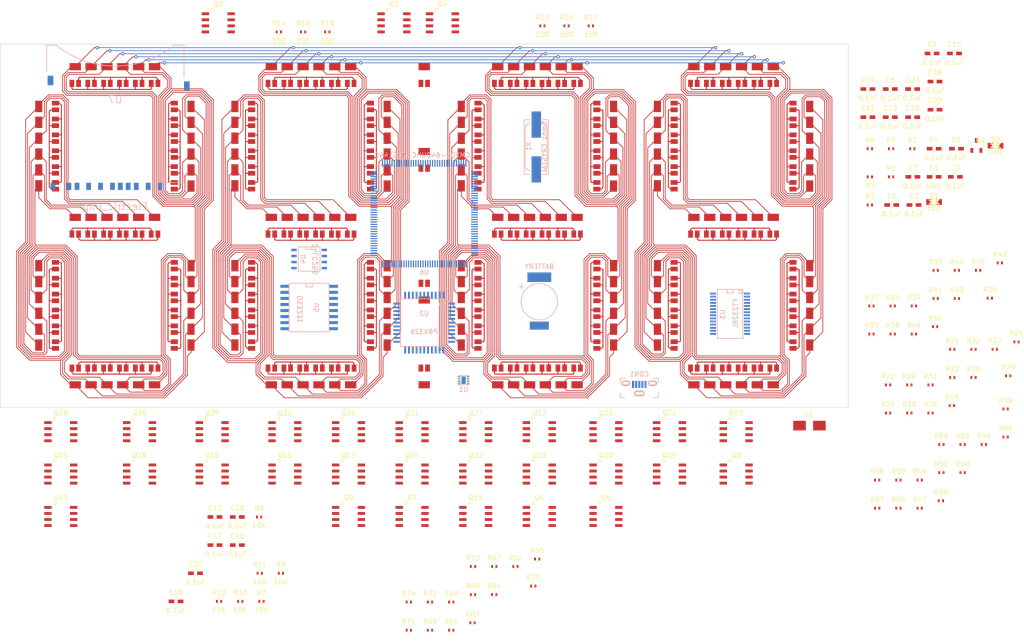
<source format=kicad_pcb>
(kicad_pcb (version 4) (host pcbnew "(2014-12-26 BZR 5338)-product")
  (layers (0 F.Cu signal) (31 B.Cu signal) (34 B.Paste user) (35 F.Paste user) (36 B.SilkS user) (37 F.SilkS user) (38 B.Mask user) (39 F.Mask user) (44 Edge.Cuts user))
  (net 0 "")
  (net 1 GND)
  (net 2 +3V3)
  (net 3 +5V)
  (net 4 "Net-(CON1-Pad2)")
  (net 5 "Net-(CON1-Pad3)")
  (net 6 "Net-(CON1-Pad4)")
  (net 7 "Net-(D1-Pad1)")
  (net 8 "Net-(D1-Pad2)")
  (net 9 "Net-(D2-Pad2)")
  (net 10 DTR)
  (net 11 SCL)
  (net 12 SDA)
  (net 13 CLK_INT)
  (net 14 "Net-(U1-Pad4)")
  (net 15 "Net-(U1-Pad3)")
  (net 16 "Net-(U1-Pad2)")
  (net 17 "Net-(U1-Pad1)")
  (net 18 "Net-(U3-Pad3)")
  (net 19 "Net-(U3-Pad17)")
  (net 20 "Net-(U3-Pad11)")
  (net 21 VIN)
  (net 22 "Net-(U6-Pad1)")
  (net 23 "Net-(U6-Pad2)")
  (net 24 "Net-(U6-Pad3)")
  (net 25 "Net-(U6-Pad5)")
  (net 26 "Net-(U6-Pad6)")
  (net 27 "Net-(U6-Pad9)")
  (net 28 "Net-(U6-Pad10)")
  (net 29 "Net-(U6-Pad11)")
  (net 30 "Net-(U6-Pad12)")
  (net 31 "Net-(U6-Pad13)")
  (net 32 "Net-(U6-Pad14)")
  (net 33 "Net-(U6-Pad15)")
  (net 34 "Net-(C4-Pad1)")
  (net 35 "/Lattice MACHXO2/CS_Encoder")
  (net 36 "/Lattice MACHXO2/CS_PWM")
  (net 37 "/Lattice MACHXO2/CS_Clock")
  (net 38 "/Lattice MACHXO2/CLK")
  (net 39 "/Lattice MACHXO2/DataIN")
  (net 40 "/Lattice MACHXO2/DataOUT")
  (net 41 "Net-(U5-Pad1)")
  (net 42 "Net-(U5-Pad4)")
  (net 43 "Net-(U6-Pad4)")
  (net 44 "Net-(U6-Pad17)")
  (net 45 "Net-(U6-Pad19)")
  (net 46 "Net-(U6-Pad20)")
  (net 47 "Net-(U6-Pad21)")
  (net 48 "Net-(U6-Pad22)")
  (net 49 "Net-(U6-Pad23)")
  (net 50 "Net-(U6-Pad24)")
  (net 51 "Net-(U6-Pad25)")
  (net 52 "Net-(U6-Pad26)")
  (net 53 "Net-(U6-Pad27)")
  (net 54 "Net-(U6-Pad28)")
  (net 55 "Net-(U6-Pad31)")
  (net 56 "Net-(U6-Pad32)")
  (net 57 "Net-(U6-Pad33)")
  (net 58 "Net-(U6-Pad34)")
  (net 59 "Net-(U6-Pad35)")
  (net 60 "Net-(U6-Pad38)")
  (net 61 "Net-(U6-Pad39)")
  (net 62 "Net-(U6-Pad40)")
  (net 63 "Net-(U6-Pad41)")
  (net 64 "Net-(U6-Pad42)")
  (net 65 "Net-(U6-Pad43)")
  (net 66 "Net-(U6-Pad44)")
  (net 67 "Net-(U6-Pad45)")
  (net 68 "Net-(U6-Pad47)")
  (net 69 "Net-(U6-Pad48)")
  (net 70 "Net-(U6-Pad49)")
  (net 71 "Net-(U6-Pad50)")
  (net 72 "Net-(U6-Pad52)")
  (net 73 "Net-(U6-Pad54)")
  (net 74 "Net-(U6-Pad55)")
  (net 75 "Net-(U6-Pad56)")
  (net 76 "Net-(U6-Pad57)")
  (net 77 "Net-(U6-Pad58)")
  (net 78 "Net-(U6-Pad59)")
  (net 79 "Net-(U6-Pad60)")
  (net 80 "Net-(U6-Pad61)")
  (net 81 "Net-(U6-Pad62)")
  (net 82 "Net-(U6-Pad63)")
  (net 83 "Net-(U6-Pad65)")
  (net 84 "Net-(U6-Pad67)")
  (net 85 "Net-(U6-Pad68)")
  (net 86 "Net-(U6-Pad69)")
  (net 87 "Net-(U6-Pad70)")
  (net 88 "Net-(U6-Pad71)")
  (net 89 "Net-(U6-Pad73)")
  (net 90 "Net-(U6-Pad74)")
  (net 91 "Net-(U6-Pad75)")
  (net 92 "Net-(U6-Pad76)")
  (net 93 "Net-(U6-Pad77)")
  (net 94 "Net-(U6-Pad78)")
  (net 95 "Net-(U6-Pad81)")
  (net 96 "Net-(U6-Pad82)")
  (net 97 "Net-(U6-Pad83)")
  (net 98 "Net-(U6-Pad84)")
  (net 99 "Net-(U6-Pad85)")
  (net 100 "Net-(U6-Pad86)")
  (net 101 "Net-(U6-Pad87)")
  (net 102 "Net-(U6-Pad89)")
  (net 103 "Net-(U6-Pad91)")
  (net 104 "Net-(U6-Pad92)")
  (net 105 "Net-(U6-Pad93)")
  (net 106 "Net-(U6-Pad94)")
  (net 107 "Net-(U6-Pad95)")
  (net 108 "Net-(U6-Pad96)")
  (net 109 "Net-(U6-Pad97)")
  (net 110 "Net-(U6-Pad98)")
  (net 111 "Net-(U6-Pad99)")
  (net 112 "Net-(U6-Pad100)")
  (net 113 "Net-(U6-Pad103)")
  (net 114 "Net-(U6-Pad104)")
  (net 115 "Net-(U6-Pad105)")
  (net 116 "Net-(U6-Pad106)")
  (net 117 "Net-(U6-Pad107)")
  (net 118 "Net-(U6-Pad115)")
  (net 119 "Net-(U6-Pad117)")
  (net 120 "Net-(U6-Pad119)")
  (net 121 "Net-(U6-Pad120)")
  (net 122 "Net-(U6-Pad121)")
  (net 123 "Net-(U6-Pad122)")
  (net 124 "Net-(U6-Pad127)")
  (net 125 "Net-(U6-Pad128)")
  (net 126 "Net-(U6-Pad129)")
  (net 127 "/Lattice MACHXO2/TMS")
  (net 128 "/Lattice MACHXO2/TCK")
  (net 129 "Net-(U6-Pad132)")
  (net 130 "Net-(U6-Pad133)")
  (net 131 "/Lattice MACHXO2/TDI")
  (net 132 "/Lattice MACHXO2/TDO")
  (net 133 "Net-(U6-Pad138)")
  (net 134 "Net-(U6-Pad139)")
  (net 135 "Net-(U6-Pad140)")
  (net 136 "Net-(U6-Pad141)")
  (net 137 "Net-(U6-Pad142)")
  (net 138 "Net-(U6-Pad143)")
  (net 139 "Net-(Q2-Pad6)")
  (net 140 "Net-(Q2-Pad7)")
  (net 141 "Net-(Q3-Pad6)")
  (net 142 "Net-(Q3-Pad7)")
  (net 143 "Net-(Q4-Pad6)")
  (net 144 "Net-(Q4-Pad7)")
  (net 145 "Net-(Q5-Pad6)")
  (net 146 "Net-(Q5-Pad7)")
  (net 147 "Net-(Q6-Pad6)")
  (net 148 "Net-(Q6-Pad7)")
  (net 149 "Net-(Q7-Pad6)")
  (net 150 "Net-(Q7-Pad7)")
  (net 151 "Net-(Q8-Pad6)")
  (net 152 "Net-(Q8-Pad7)")
  (net 153 "Net-(Q9-Pad6)")
  (net 154 "Net-(Q9-Pad7)")
  (net 155 "Net-(Q10-Pad6)")
  (net 156 "Net-(Q10-Pad7)")
  (net 157 "Net-(Q11-Pad6)")
  (net 158 "Net-(Q11-Pad7)")
  (net 159 "Net-(C1-Pad1)")
  (net 160 "Net-(C1-Pad2)")
  (net 161 "Net-(U1-Pad6)")
  (net 162 "Net-(U1-Pad7)")
  (net 163 "Net-(U1-Pad8)")
  (net 164 "Net-(U1-Pad5)")
  (net 165 "Net-(U2-Pad4)")
  (net 166 "Net-(U2-Pad3)")
  (net 167 "Net-(U2-Pad2)")
  (net 168 "Net-(U2-Pad1)")
  (net 169 "Net-(U2-Pad38)")
  (net 170 "Net-(U2-Pad37)")
  (net 171 "Net-(U2-Pad28)")
  (net 172 "Net-(U2-Pad29)")
  (net 173 "Net-(Q4-Pad1)")
  (net 174 "Net-(Q4-Pad3)")
  (net 175 "Net-(D3-Pad308)")
  (net 176 "Net-(D3-Pad309)")
  (net 177 "Net-(D3-Pad291)")
  (net 178 "Net-(D3-Pad290)")
  (net 179 "Net-(D3-Pad326)")
  (net 180 "Net-(D3-Pad327)")
  (net 181 "Net-(D3-Pad363)")
  (net 182 "Net-(D3-Pad362)")
  (net 183 "Net-(D3-Pad273)")
  (net 184 "Net-(D3-Pad272)")
  (net 185 "Net-(D3-Pad344)")
  (net 186 "Net-(D3-Pad345)")
  (net 187 "Net-(D3-Pad255)")
  (net 188 "Net-(D3-Pad254)")
  (net 189 "Net-(D3-Pad488)")
  (net 190 "Net-(D3-Pad381)")
  (net 191 "Net-(D3-Pad380)")
  (net 192 "Net-(D3-Pad471)")
  (net 193 "Net-(D3-Pad470)")
  (net 194 "Net-(D3-Pad398)")
  (net 195 "Net-(D3-Pad399)")
  (net 196 "Net-(D3-Pad489)")
  (net 197 "Net-(D3-Pad453)")
  (net 198 "Net-(D3-Pad452)")
  (net 199 "Net-(D3-Pad416)")
  (net 200 "Net-(D3-Pad417)")
  (net 201 "Net-(D3-Pad435)")
  (net 202 "Net-(D3-Pad434)")
  (net 203 "Net-(D3-Pad182)")
  (net 204 "Net-(D3-Pad183)")
  (net 205 "Net-(D3-Pad165)")
  (net 206 "Net-(D3-Pad164)")
  (net 207 "Net-(D3-Pad200)")
  (net 208 "Net-(D3-Pad201)")
  (net 209 "Net-(D3-Pad237)")
  (net 210 "Net-(D3-Pad236)")
  (net 211 "Net-(D3-Pad147)")
  (net 212 "Net-(D3-Pad146)")
  (net 213 "Net-(D3-Pad218)")
  (net 214 "Net-(D3-Pad219)")
  (net 215 "Net-(D3-Pad129)")
  (net 216 "Net-(D3-Pad128)")
  (net 217 "Net-(D3-Pad110)")
  (net 218 "/Lattice MACHXO2/Digit_1/A1")
  (net 219 "/Lattice MACHXO2/Digit_1/A2")
  (net 220 "/Lattice MACHXO2/Digit_1/A3")
  (net 221 "/Lattice MACHXO2/Digit_1/A6")
  (net 222 "/Lattice MACHXO2/Digit_1/A5")
  (net 223 "/Lattice MACHXO2/Digit_1/A4")
  (net 224 "Net-(D3-Pad12)")
  (net 225 "Net-(D3-Pad11)")
  (net 226 "Net-(D3-Pad102)")
  (net 227 "Net-(D3-Pad101)")
  (net 228 "Net-(D3-Pad20)")
  (net 229 "Net-(D3-Pad21)")
  (net 230 "Net-(D3-Pad111)")
  (net 231 "Net-(D3-Pad75)")
  (net 232 "Net-(D3-Pad74)")
  (net 233 "Net-(D3-Pad38)")
  (net 234 "Net-(D3-Pad39)")
  (net 235 "Net-(D3-Pad57)")
  (net 236 "Net-(D3-Pad56)")
  (net 237 "Net-(Q2-Pad1)")
  (net 238 "Net-(Q2-Pad2)")
  (net 239 "Net-(Q2-Pad3)")
  (net 240 "Net-(Q2-Pad4)")
  (net 241 "Net-(Q3-Pad1)")
  (net 242 "Net-(Q3-Pad2)")
  (net 243 "Net-(Q3-Pad3)")
  (net 244 "Net-(Q3-Pad4)")
  (net 245 "Net-(Q4-Pad2)")
  (net 246 "Net-(Q4-Pad4)")
  (net 247 "/Lattice MACHXO2/Digit_4/D4S1R")
  (net 248 "/Lattice MACHXO2/Digit_4/D4S1G")
  (net 249 "/Lattice MACHXO2/Digit_4/D4S6R")
  (net 250 "/Lattice MACHXO2/Digit_4/D4S6G")
  (net 251 "/Lattice MACHXO2/Digit_4/D4S2R")
  (net 252 "/Lattice MACHXO2/Digit_4/D4S2G")
  (net 253 "/Lattice MACHXO2/Digit_4/D4S7R")
  (net 254 "/Lattice MACHXO2/Digit_4/D4S7G")
  (net 255 "/Lattice MACHXO2/Digit_4/D4S5R")
  (net 256 "/Lattice MACHXO2/Digit_4/D4S5G")
  (net 257 "/Lattice MACHXO2/Digit_4/D4S3R")
  (net 258 "/Lattice MACHXO2/Digit_4/D4S3G")
  (net 259 "/Lattice MACHXO2/Digit_4/D4S4R")
  (net 260 "/Lattice MACHXO2/Digit_4/D4S4G")
  (net 261 "/Lattice MACHXO2/Digit_2/D2S1R")
  (net 262 "/Lattice MACHXO2/Digit_2/D2S1G")
  (net 263 "Net-(Q12-Pad6)")
  (net 264 "Net-(Q12-Pad7)")
  (net 265 "/Lattice MACHXO2/Digit_2/D2S6R")
  (net 266 "/Lattice MACHXO2/Digit_2/D2S6G")
  (net 267 "Net-(Q13-Pad6)")
  (net 268 "Net-(Q13-Pad7)")
  (net 269 "/Lattice MACHXO2/Digit_2/D2S2R")
  (net 270 "/Lattice MACHXO2/Digit_2/D2S2G")
  (net 271 "Net-(Q14-Pad6)")
  (net 272 "Net-(Q14-Pad7)")
  (net 273 "/Lattice MACHXO2/Digit_2/D2S7R")
  (net 274 "/Lattice MACHXO2/Digit_2/D2S7G")
  (net 275 "Net-(Q15-Pad6)")
  (net 276 "Net-(Q15-Pad7)")
  (net 277 "/Lattice MACHXO2/Digit_2/D2S5R")
  (net 278 "/Lattice MACHXO2/Digit_2/D2S5G")
  (net 279 "Net-(Q16-Pad6)")
  (net 280 "Net-(Q16-Pad7)")
  (net 281 "/Lattice MACHXO2/Digit_2/D2S3R")
  (net 282 "/Lattice MACHXO2/Digit_2/D2S3G")
  (net 283 "Net-(Q17-Pad6)")
  (net 284 "Net-(Q17-Pad7)")
  (net 285 "/Lattice MACHXO2/Digit_2/D2S4R")
  (net 286 "/Lattice MACHXO2/Digit_2/D2S4G")
  (net 287 "Net-(Q18-Pad6)")
  (net 288 "Net-(Q18-Pad7)")
  (net 289 "/Lattice MACHXO2/Digit_3/D3S1R")
  (net 290 "/Lattice MACHXO2/Digit_3/D3S1G")
  (net 291 "Net-(Q19-Pad6)")
  (net 292 "Net-(Q19-Pad7)")
  (net 293 "/Lattice MACHXO2/Digit_3/D3S6R")
  (net 294 "/Lattice MACHXO2/Digit_3/D3S6G")
  (net 295 "Net-(Q20-Pad6)")
  (net 296 "Net-(Q20-Pad7)")
  (net 297 "/Lattice MACHXO2/Digit_3/D3S2R")
  (net 298 "/Lattice MACHXO2/Digit_3/D3S2G")
  (net 299 "Net-(Q21-Pad6)")
  (net 300 "Net-(Q21-Pad7)")
  (net 301 "/Lattice MACHXO2/Digit_3/D3S7R")
  (net 302 "/Lattice MACHXO2/Digit_3/D3S7G")
  (net 303 "Net-(Q22-Pad6)")
  (net 304 "Net-(Q22-Pad7)")
  (net 305 "/Lattice MACHXO2/Digit_3/D3S5R")
  (net 306 "/Lattice MACHXO2/Digit_3/D3S5G")
  (net 307 "Net-(Q23-Pad6)")
  (net 308 "Net-(Q23-Pad7)")
  (net 309 "/Lattice MACHXO2/Digit_3/D3S3R")
  (net 310 "/Lattice MACHXO2/Digit_3/D3S3G")
  (net 311 "Net-(Q24-Pad6)")
  (net 312 "Net-(Q24-Pad7)")
  (net 313 "/Lattice MACHXO2/Digit_3/D3S4R")
  (net 314 "/Lattice MACHXO2/Digit_3/D3S4G")
  (net 315 "Net-(Q25-Pad6)")
  (net 316 "Net-(Q25-Pad7)")
  (net 317 "/Lattice MACHXO2/Digit_1/D1S1R")
  (net 318 "/Lattice MACHXO2/Digit_1/D1S1G")
  (net 319 "Net-(Q26-Pad6)")
  (net 320 "Net-(Q26-Pad7)")
  (net 321 "/Lattice MACHXO2/Digit_1/D1S6R")
  (net 322 "/Lattice MACHXO2/Digit_1/D1S6G")
  (net 323 "Net-(Q27-Pad6)")
  (net 324 "Net-(Q27-Pad7)")
  (net 325 "/Lattice MACHXO2/Digit_1/D1S2R")
  (net 326 "/Lattice MACHXO2/Digit_1/D1S2G")
  (net 327 "Net-(Q28-Pad6)")
  (net 328 "Net-(Q28-Pad7)")
  (net 329 "/Lattice MACHXO2/Digit_1/D1S7R")
  (net 330 "/Lattice MACHXO2/Digit_1/D1S7G")
  (net 331 "Net-(Q29-Pad6)")
  (net 332 "Net-(Q29-Pad7)")
  (net 333 "/Lattice MACHXO2/Digit_1/D1S5R")
  (net 334 "/Lattice MACHXO2/Digit_1/D1S5G")
  (net 335 "Net-(Q30-Pad6)")
  (net 336 "Net-(Q30-Pad7)")
  (net 337 "/Lattice MACHXO2/Digit_1/D1S3R")
  (net 338 "/Lattice MACHXO2/Digit_1/D1S3G")
  (net 339 "Net-(Q31-Pad6)")
  (net 340 "Net-(Q31-Pad7)")
  (net 341 "/Lattice MACHXO2/Digit_1/D1S4R")
  (net 342 "/Lattice MACHXO2/Digit_1/D1S4G")
  (net 343 "Net-(Q32-Pad6)")
  (net 344 "Net-(Q32-Pad7)")
  (net 345 "Net-(D4-Pad2)")
  (net 346 "Net-(D4-Pad3)")
  (net 347 "Net-(D4-Pad1)")
  (net 348 "Net-(D4-Pad10)")
  (net 349 "Net-(D4-Pad12)")
  (net 350 "Net-(D4-Pad11)")
  (net 351 "Net-(D4-Pad4)")
  (net 352 "Net-(D4-Pad6)")
  (net 353 "Net-(D4-Pad5)")
  (net 354 "Net-(D4-Pad8)")
  (net 355 "Net-(D4-Pad9)")
  (net 356 "Net-(D4-Pad7)")
  (net 357 "Net-(BT1-Pad1)")
  (net 358 "Net-(U2-Pad41)")
  (net 359 "Net-(U2-Pad42)")
  (net 360 "Net-(U2-Pad43)")
  (net 361 "Net-(U2-Pad44)")
  (net 362 "Net-(U2-Pad34)")
  (net 363 "Net-(U2-Pad16)")
  (net 364 "Net-(U2-Pad15)")
  (net 365 "Net-(U2-Pad14)")
  (net 366 "Net-(U2-Pad13)")
  (net 367 "Net-(U2-Pad12)")
  (net 368 "Net-(U2-Pad26)")
  (net 369 "Net-(U2-Pad9)")
  (net 370 "Net-(U2-Pad25)")
  (net 371 "Net-(U2-Pad10)")
  (net 372 "Net-(U2-Pad11)")
  (net 373 "Net-(U2-Pad31)")
  (net 374 "Net-(U2-Pad32)")
  (net 375 "Net-(U2-Pad33)")
  (net 376 "Net-(U7-Pad11)")
  (net 377 "Net-(U7-Pad8)")
  (net 378 "Net-(U7-Pad7)")
  (net 379 "Net-(U7-Pad6)")
  (net 380 "Net-(U7-Pad5)")
  (net 381 "Net-(U7-Pad4)")
  (net 382 "Net-(U7-Pad3)")
  (net 383 "Net-(U7-Pad10)")
  (net 384 "Net-(U7-Pad2)")
  (net 385 "Net-(U7-Pad1)")
  (net 386 "Net-(U7-Pad9)")
  (net 387 "Net-(U7-Pad12)")
  (net 388 "Net-(U7-Pad13)")
  (module Custom:LED-ARRAY (layer F.Cu) (at 148.59 86.36)
    (fp_text reference D3 hide)
    (fp_text value LED_Array hide)
    (pad 308 smd rect (at 32.7533 29.845) (size 0.9906 1.4986) (layers F.Cu F.Paste F.Mask) (net 175 "Net-(D3-Pad308)"))
    (pad 309 smd rect (at 31.3563 29.845) (size 0.9906 1.4986) (layers F.Cu F.Paste F.Mask) (net 176 "Net-(D3-Pad309)"))
    (pad 311 smd rect (at 29.4259 29.845) (size 0.9906 1.4986) (layers F.Cu F.Paste F.Mask) (net 175 "Net-(D3-Pad308)"))
    (pad 312 smd rect (at 28.0289 29.845) (size 0.9906 1.4986) (layers F.Cu F.Paste F.Mask) (net 176 "Net-(D3-Pad309)"))
    (pad 314 smd rect (at 26.0985 29.845) (size 0.9906 1.4986) (layers F.Cu F.Paste F.Mask) (net 175 "Net-(D3-Pad308)"))
    (pad 315 smd rect (at 24.7015 29.845) (size 0.9906 1.4986) (layers F.Cu F.Paste F.Mask) (net 176 "Net-(D3-Pad309)"))
    (pad 317 smd rect (at 22.7711 29.845) (size 0.9906 1.4986) (layers F.Cu F.Paste F.Mask) (net 175 "Net-(D3-Pad308)"))
    (pad 318 smd rect (at 21.3741 29.845) (size 0.9906 1.4986) (layers F.Cu F.Paste F.Mask) (net 176 "Net-(D3-Pad309)"))
    (pad 320 smd rect (at 19.4437 29.845) (size 0.9906 1.4986) (layers F.Cu F.Paste F.Mask) (net 175 "Net-(D3-Pad308)"))
    (pad 321 smd rect (at 18.0467 29.845) (size 0.9906 1.4986) (layers F.Cu F.Paste F.Mask) (net 176 "Net-(D3-Pad309)"))
    (pad 323 smd rect (at 16.1163 29.845) (size 0.9906 1.4986) (layers F.Cu F.Paste F.Mask) (net 175 "Net-(D3-Pad308)"))
    (pad 324 smd rect (at 14.7193 29.845) (size 0.9906 1.4986) (layers F.Cu F.Paste F.Mask) (net 176 "Net-(D3-Pad309)"))
    (pad 307 smd rect (at 32.0548 33.3502) (size 2.3876 1.4986) (layers F.Cu F.Paste F.Mask) (net 218 "/Lattice MACHXO2/Digit_1/A1"))
    (pad 310 smd rect (at 28.7274 33.3502) (size 2.3876 1.4986) (layers F.Cu F.Paste F.Mask) (net 219 "/Lattice MACHXO2/Digit_1/A2"))
    (pad 313 smd rect (at 25.4 33.3502) (size 2.3876 1.4986) (layers F.Cu F.Paste F.Mask) (net 220 "/Lattice MACHXO2/Digit_1/A3"))
    (pad 316 smd rect (at 22.0726 33.3502) (size 2.3876 1.4986) (layers F.Cu F.Paste F.Mask) (net 223 "/Lattice MACHXO2/Digit_1/A4"))
    (pad 319 smd rect (at 18.7452 33.3502) (size 2.3876 1.4986) (layers F.Cu F.Paste F.Mask) (net 222 "/Lattice MACHXO2/Digit_1/A5"))
    (pad 322 smd rect (at 15.4178 33.3502) (size 2.3876 1.4986) (layers F.Cu F.Paste F.Mask) (net 221 "/Lattice MACHXO2/Digit_1/A6"))
    (pad 306 smd rect (at 36.195 25.71496 270) (size 0.9906 1.4986) (layers F.Cu F.Paste F.Mask) (net 177 "Net-(D3-Pad291)"))
    (pad 305 smd rect (at 36.195 24.31796 270) (size 0.9906 1.4986) (layers F.Cu F.Paste F.Mask) (net 178 "Net-(D3-Pad290)"))
    (pad 303 smd rect (at 36.195 22.38756 270) (size 0.9906 1.4986) (layers F.Cu F.Paste F.Mask) (net 177 "Net-(D3-Pad291)"))
    (pad 302 smd rect (at 36.195 20.99056 270) (size 0.9906 1.4986) (layers F.Cu F.Paste F.Mask) (net 178 "Net-(D3-Pad290)"))
    (pad 300 smd rect (at 36.195 19.06016 270) (size 0.9906 1.4986) (layers F.Cu F.Paste F.Mask) (net 177 "Net-(D3-Pad291)"))
    (pad 299 smd rect (at 36.195 17.66316 270) (size 0.9906 1.4986) (layers F.Cu F.Paste F.Mask) (net 178 "Net-(D3-Pad290)"))
    (pad 297 smd rect (at 36.195 15.73276 270) (size 0.9906 1.4986) (layers F.Cu F.Paste F.Mask) (net 177 "Net-(D3-Pad291)"))
    (pad 296 smd rect (at 36.195 14.33576 270) (size 0.9906 1.4986) (layers F.Cu F.Paste F.Mask) (net 178 "Net-(D3-Pad290)"))
    (pad 294 smd rect (at 36.195 12.40536 270) (size 0.9906 1.4986) (layers F.Cu F.Paste F.Mask) (net 177 "Net-(D3-Pad291)"))
    (pad 293 smd rect (at 36.195 11.00836 270) (size 0.9906 1.4986) (layers F.Cu F.Paste F.Mask) (net 178 "Net-(D3-Pad290)"))
    (pad 291 smd rect (at 36.195 9.07796 270) (size 0.9906 1.4986) (layers F.Cu F.Paste F.Mask) (net 177 "Net-(D3-Pad291)"))
    (pad 290 smd rect (at 36.195 7.68096 270) (size 0.9906 1.4986) (layers F.Cu F.Paste F.Mask) (net 178 "Net-(D3-Pad290)"))
    (pad 304 smd rect (at 39.7002 25.01646 270) (size 2.3876 1.4986) (layers F.Cu F.Paste F.Mask) (net 221 "/Lattice MACHXO2/Digit_1/A6"))
    (pad 301 smd rect (at 39.7002 21.68906 270) (size 2.3876 1.4986) (layers F.Cu F.Paste F.Mask) (net 222 "/Lattice MACHXO2/Digit_1/A5"))
    (pad 298 smd rect (at 39.7002 18.36166 270) (size 2.3876 1.4986) (layers F.Cu F.Paste F.Mask) (net 223 "/Lattice MACHXO2/Digit_1/A4"))
    (pad 295 smd rect (at 39.7002 15.03426 270) (size 2.3876 1.4986) (layers F.Cu F.Paste F.Mask) (net 220 "/Lattice MACHXO2/Digit_1/A3"))
    (pad 292 smd rect (at 39.7002 11.70686 270) (size 2.3876 1.4986) (layers F.Cu F.Paste F.Mask) (net 219 "/Lattice MACHXO2/Digit_1/A2"))
    (pad 326 smd rect (at 11.2776 25.71496) (size 1.4986 0.9906) (layers F.Cu F.Paste F.Mask) (net 179 "Net-(D3-Pad326)"))
    (pad 327 smd rect (at 11.2776 24.31796) (size 1.4986 0.9906) (layers F.Cu F.Paste F.Mask) (net 180 "Net-(D3-Pad327)"))
    (pad 329 smd rect (at 11.2776 22.38756) (size 1.4986 0.9906) (layers F.Cu F.Paste F.Mask) (net 179 "Net-(D3-Pad326)"))
    (pad 330 smd rect (at 11.2776 20.99056) (size 1.4986 0.9906) (layers F.Cu F.Paste F.Mask) (net 180 "Net-(D3-Pad327)"))
    (pad 332 smd rect (at 11.2776 19.06016) (size 1.4986 0.9906) (layers F.Cu F.Paste F.Mask) (net 179 "Net-(D3-Pad326)"))
    (pad 333 smd rect (at 11.2776 17.66316) (size 1.4986 0.9906) (layers F.Cu F.Paste F.Mask) (net 180 "Net-(D3-Pad327)"))
    (pad 335 smd rect (at 11.2776 15.73276) (size 1.4986 0.9906) (layers F.Cu F.Paste F.Mask) (net 179 "Net-(D3-Pad326)"))
    (pad 336 smd rect (at 11.2776 14.33576) (size 1.4986 0.9906) (layers F.Cu F.Paste F.Mask) (net 180 "Net-(D3-Pad327)"))
    (pad 338 smd rect (at 11.2776 12.40536) (size 1.4986 0.9906) (layers F.Cu F.Paste F.Mask) (net 179 "Net-(D3-Pad326)"))
    (pad 339 smd rect (at 11.2776 11.00836) (size 1.4986 0.9906) (layers F.Cu F.Paste F.Mask) (net 180 "Net-(D3-Pad327)"))
    (pad 341 smd rect (at 11.2776 9.07796) (size 1.4986 0.9906) (layers F.Cu F.Paste F.Mask) (net 179 "Net-(D3-Pad326)"))
    (pad 342 smd rect (at 11.2776 7.68096) (size 1.4986 0.9906) (layers F.Cu F.Paste F.Mask) (net 180 "Net-(D3-Pad327)"))
    (pad 325 smd rect (at 7.7724 25.01646) (size 1.4986 2.3876) (layers F.Cu F.Paste F.Mask) (net 218 "/Lattice MACHXO2/Digit_1/A1"))
    (pad 328 smd rect (at 7.7724 21.68906) (size 1.4986 2.3876) (layers F.Cu F.Paste F.Mask) (net 219 "/Lattice MACHXO2/Digit_1/A2"))
    (pad 331 smd rect (at 7.7724 18.36166) (size 1.4986 2.3876) (layers F.Cu F.Paste F.Mask) (net 220 "/Lattice MACHXO2/Digit_1/A3"))
    (pad 334 smd rect (at 7.7724 15.03426) (size 1.4986 2.3876) (layers F.Cu F.Paste F.Mask) (net 223 "/Lattice MACHXO2/Digit_1/A4"))
    (pad 337 smd rect (at 7.7724 11.70686) (size 1.4986 2.3876) (layers F.Cu F.Paste F.Mask) (net 222 "/Lattice MACHXO2/Digit_1/A5"))
    (pad 340 smd rect (at 7.7724 8.37946) (size 1.4986 2.3876) (layers F.Cu F.Paste F.Mask) (net 221 "/Lattice MACHXO2/Digit_1/A6"))
    (pad 289 smd rect (at 39.7002 8.37946 270) (size 2.3876 1.4986) (layers F.Cu F.Paste F.Mask) (net 218 "/Lattice MACHXO2/Digit_1/A1"))
    (pad 378 smd rect (at 32.7533 1.7526) (size 0.9906 1.4986) (layers F.Cu F.Paste F.Mask) (net 181 "Net-(D3-Pad363)"))
    (pad 377 smd rect (at 31.3563 1.7526) (size 0.9906 1.4986) (layers F.Cu F.Paste F.Mask) (net 182 "Net-(D3-Pad362)"))
    (pad 375 smd rect (at 29.4259 1.7526) (size 0.9906 1.4986) (layers F.Cu F.Paste F.Mask) (net 181 "Net-(D3-Pad363)"))
    (pad 374 smd rect (at 28.0289 1.7526) (size 0.9906 1.4986) (layers F.Cu F.Paste F.Mask) (net 182 "Net-(D3-Pad362)"))
    (pad 372 smd rect (at 26.0985 1.7526) (size 0.9906 1.4986) (layers F.Cu F.Paste F.Mask) (net 181 "Net-(D3-Pad363)"))
    (pad 371 smd rect (at 24.7015 1.7526) (size 0.9906 1.4986) (layers F.Cu F.Paste F.Mask) (net 182 "Net-(D3-Pad362)"))
    (pad 369 smd rect (at 22.7711 1.7526) (size 0.9906 1.4986) (layers F.Cu F.Paste F.Mask) (net 181 "Net-(D3-Pad363)"))
    (pad 368 smd rect (at 21.3741 1.7526) (size 0.9906 1.4986) (layers F.Cu F.Paste F.Mask) (net 182 "Net-(D3-Pad362)"))
    (pad 366 smd rect (at 19.4437 1.7526) (size 0.9906 1.4986) (layers F.Cu F.Paste F.Mask) (net 181 "Net-(D3-Pad363)"))
    (pad 365 smd rect (at 18.0467 1.7526) (size 0.9906 1.4986) (layers F.Cu F.Paste F.Mask) (net 182 "Net-(D3-Pad362)"))
    (pad 363 smd rect (at 16.1163 1.7526) (size 0.9906 1.4986) (layers F.Cu F.Paste F.Mask) (net 181 "Net-(D3-Pad363)"))
    (pad 288 smd rect (at 36.195 -7.67334) (size 1.4986 0.9906) (layers F.Cu F.Paste F.Mask) (net 183 "Net-(D3-Pad273)"))
    (pad 287 smd rect (at 36.195 -9.07034) (size 1.4986 0.9906) (layers F.Cu F.Paste F.Mask) (net 184 "Net-(D3-Pad272)"))
    (pad 285 smd rect (at 36.195 -11.00074) (size 1.4986 0.9906) (layers F.Cu F.Paste F.Mask) (net 183 "Net-(D3-Pad273)"))
    (pad 284 smd rect (at 36.195 -12.39774) (size 1.4986 0.9906) (layers F.Cu F.Paste F.Mask) (net 184 "Net-(D3-Pad272)"))
    (pad 282 smd rect (at 36.195 -14.32814) (size 1.4986 0.9906) (layers F.Cu F.Paste F.Mask) (net 183 "Net-(D3-Pad273)"))
    (pad 281 smd rect (at 36.195 -15.72514) (size 1.4986 0.9906) (layers F.Cu F.Paste F.Mask) (net 184 "Net-(D3-Pad272)"))
    (pad 279 smd rect (at 36.195 -17.65554) (size 1.4986 0.9906) (layers F.Cu F.Paste F.Mask) (net 183 "Net-(D3-Pad273)"))
    (pad 278 smd rect (at 36.195 -19.05254) (size 1.4986 0.9906) (layers F.Cu F.Paste F.Mask) (net 184 "Net-(D3-Pad272)"))
    (pad 276 smd rect (at 36.195 -20.98294) (size 1.4986 0.9906) (layers F.Cu F.Paste F.Mask) (net 183 "Net-(D3-Pad273)"))
    (pad 275 smd rect (at 36.195 -22.37994) (size 1.4986 0.9906) (layers F.Cu F.Paste F.Mask) (net 184 "Net-(D3-Pad272)"))
    (pad 273 smd rect (at 36.195 -24.31034) (size 1.4986 0.9906) (layers F.Cu F.Paste F.Mask) (net 183 "Net-(D3-Pad273)"))
    (pad 272 smd rect (at 36.195 -25.70734) (size 1.4986 0.9906) (layers F.Cu F.Paste F.Mask) (net 184 "Net-(D3-Pad272)"))
    (pad 344 smd rect (at 11.2776 -7.67334) (size 1.4986 0.9906) (layers F.Cu F.Paste F.Mask) (net 185 "Net-(D3-Pad344)"))
    (pad 345 smd rect (at 11.2776 -9.07034) (size 1.4986 0.9906) (layers F.Cu F.Paste F.Mask) (net 186 "Net-(D3-Pad345)"))
    (pad 347 smd rect (at 11.2776 -11.00074) (size 1.4986 0.9906) (layers F.Cu F.Paste F.Mask) (net 185 "Net-(D3-Pad344)"))
    (pad 348 smd rect (at 11.2776 -12.39774) (size 1.4986 0.9906) (layers F.Cu F.Paste F.Mask) (net 186 "Net-(D3-Pad345)"))
    (pad 350 smd rect (at 11.2776 -14.32814) (size 1.4986 0.9906) (layers F.Cu F.Paste F.Mask) (net 185 "Net-(D3-Pad344)"))
    (pad 351 smd rect (at 11.2776 -15.72514) (size 1.4986 0.9906) (layers F.Cu F.Paste F.Mask) (net 186 "Net-(D3-Pad345)"))
    (pad 353 smd rect (at 11.2776 -17.65554) (size 1.4986 0.9906) (layers F.Cu F.Paste F.Mask) (net 185 "Net-(D3-Pad344)"))
    (pad 354 smd rect (at 11.2776 -19.05254) (size 1.4986 0.9906) (layers F.Cu F.Paste F.Mask) (net 186 "Net-(D3-Pad345)"))
    (pad 356 smd rect (at 11.2776 -20.98294) (size 1.4986 0.9906) (layers F.Cu F.Paste F.Mask) (net 185 "Net-(D3-Pad344)"))
    (pad 357 smd rect (at 11.2776 -22.37994) (size 1.4986 0.9906) (layers F.Cu F.Paste F.Mask) (net 186 "Net-(D3-Pad345)"))
    (pad 359 smd rect (at 11.2776 -24.31034) (size 1.4986 0.9906) (layers F.Cu F.Paste F.Mask) (net 185 "Net-(D3-Pad344)"))
    (pad 360 smd rect (at 11.2776 -25.70734) (size 1.4986 0.9906) (layers F.Cu F.Paste F.Mask) (net 186 "Net-(D3-Pad345)"))
    (pad 343 smd rect (at 7.7724 -8.37184) (size 1.4986 2.3876) (layers F.Cu F.Paste F.Mask) (net 218 "/Lattice MACHXO2/Digit_1/A1"))
    (pad 346 smd rect (at 7.7724 -11.69924) (size 1.4986 2.3876) (layers F.Cu F.Paste F.Mask) (net 219 "/Lattice MACHXO2/Digit_1/A2"))
    (pad 349 smd rect (at 7.7724 -15.02664) (size 1.4986 2.3876) (layers F.Cu F.Paste F.Mask) (net 220 "/Lattice MACHXO2/Digit_1/A3"))
    (pad 352 smd rect (at 7.7724 -18.35404) (size 1.4986 2.3876) (layers F.Cu F.Paste F.Mask) (net 223 "/Lattice MACHXO2/Digit_1/A4"))
    (pad 355 smd rect (at 7.7724 -21.68144) (size 1.4986 2.3876) (layers F.Cu F.Paste F.Mask) (net 222 "/Lattice MACHXO2/Digit_1/A5"))
    (pad 358 smd rect (at 7.7724 -25.00884) (size 1.4986 2.3876) (layers F.Cu F.Paste F.Mask) (net 221 "/Lattice MACHXO2/Digit_1/A6"))
    (pad 255 smd rect (at 16.117697 -29.845) (size 0.9906 1.4986) (layers F.Cu F.Paste F.Mask) (net 187 "Net-(D3-Pad255)"))
    (pad 254 smd rect (at 14.7193 -29.845) (size 0.9906 1.4986) (layers F.Cu F.Paste F.Mask) (net 188 "Net-(D3-Pad254)"))
    (pad 253 smd rect (at 15.4178 -33.3502) (size 2.3876 1.4986) (layers F.Cu F.Paste F.Mask) (net 218 "/Lattice MACHXO2/Digit_1/A1"))
    (pad 256 smd rect (at 18.7452 -33.3502) (size 2.3876 1.4986) (layers F.Cu F.Paste F.Mask) (net 219 "/Lattice MACHXO2/Digit_1/A2"))
    (pad 258 smd rect (at 19.4437 -29.845) (size 0.9906 1.4986) (layers F.Cu F.Paste F.Mask) (net 187 "Net-(D3-Pad255)"))
    (pad 257 smd rect (at 18.0467 -29.845) (size 0.9906 1.4986) (layers F.Cu F.Paste F.Mask) (net 188 "Net-(D3-Pad254)"))
    (pad 260 smd rect (at 21.3741 -29.845) (size 0.9906 1.4986) (layers F.Cu F.Paste F.Mask) (net 188 "Net-(D3-Pad254)"))
    (pad 261 smd rect (at 22.7711 -29.845) (size 0.9906 1.4986) (layers F.Cu F.Paste F.Mask) (net 187 "Net-(D3-Pad255)"))
    (pad 259 smd rect (at 22.0726 -33.3502) (size 2.3876 1.4986) (layers F.Cu F.Paste F.Mask) (net 220 "/Lattice MACHXO2/Digit_1/A3"))
    (pad 268 smd rect (at 32.0548 -33.3502) (size 2.3876 1.4986) (layers F.Cu F.Paste F.Mask) (net 221 "/Lattice MACHXO2/Digit_1/A6"))
    (pad 270 smd rect (at 32.7533 -29.845) (size 0.9906 1.4986) (layers F.Cu F.Paste F.Mask) (net 187 "Net-(D3-Pad255)"))
    (pad 269 smd rect (at 31.3563 -29.845) (size 0.9906 1.4986) (layers F.Cu F.Paste F.Mask) (net 188 "Net-(D3-Pad254)"))
    (pad 266 smd rect (at 28.0289 -29.845) (size 0.9906 1.4986) (layers F.Cu F.Paste F.Mask) (net 188 "Net-(D3-Pad254)"))
    (pad 267 smd rect (at 29.4259 -29.845) (size 0.9906 1.4986) (layers F.Cu F.Paste F.Mask) (net 187 "Net-(D3-Pad255)"))
    (pad 265 smd rect (at 28.7274 -33.3502) (size 2.3876 1.4986) (layers F.Cu F.Paste F.Mask) (net 222 "/Lattice MACHXO2/Digit_1/A5"))
    (pad 262 smd rect (at 25.4 -33.3502) (size 2.3876 1.4986) (layers F.Cu F.Paste F.Mask) (net 223 "/Lattice MACHXO2/Digit_1/A4"))
    (pad 263 smd rect (at 24.7015 -29.845) (size 0.9906 1.4986) (layers F.Cu F.Paste F.Mask) (net 188 "Net-(D3-Pad254)"))
    (pad 264 smd rect (at 26.099897 -29.845) (size 0.9906 1.4986) (layers F.Cu F.Paste F.Mask) (net 187 "Net-(D3-Pad255)"))
    (pad 280 smd rect (at 39.7002 -15.02664 270) (size 2.3876 1.4986) (layers F.Cu F.Paste F.Mask) (net 223 "/Lattice MACHXO2/Digit_1/A4"))
    (pad 283 smd rect (at 39.7002 -11.69924 270) (size 2.3876 1.4986) (layers F.Cu F.Paste F.Mask) (net 222 "/Lattice MACHXO2/Digit_1/A5"))
    (pad 286 smd rect (at 39.7002 -8.32104 270) (size 2.3876 1.4986) (layers F.Cu F.Paste F.Mask) (net 221 "/Lattice MACHXO2/Digit_1/A6"))
    (pad 277 smd rect (at 39.7002 -18.35404 270) (size 2.3876 1.4986) (layers F.Cu F.Paste F.Mask) (net 220 "/Lattice MACHXO2/Digit_1/A3"))
    (pad 274 smd rect (at 39.7002 -21.68144 270) (size 2.3876 1.4986) (layers F.Cu F.Paste F.Mask) (net 219 "/Lattice MACHXO2/Digit_1/A2"))
    (pad 271 smd rect (at 39.7002 -25.00884 270) (size 2.3876 1.4986) (layers F.Cu F.Paste F.Mask) (net 218 "/Lattice MACHXO2/Digit_1/A1"))
    (pad 370 smd rect (at 25.4 -1.7526) (size 2.3876 1.4986) (layers F.Cu F.Paste F.Mask) (net 223 "/Lattice MACHXO2/Digit_1/A4"))
    (pad 373 smd rect (at 28.7274 -1.7526) (size 2.3876 1.4986) (layers F.Cu F.Paste F.Mask) (net 222 "/Lattice MACHXO2/Digit_1/A5"))
    (pad 376 smd rect (at 32.0548 -1.7526) (size 2.3876 1.4986) (layers F.Cu F.Paste F.Mask) (net 221 "/Lattice MACHXO2/Digit_1/A6"))
    (pad 367 smd rect (at 22.0726 -1.7526) (size 2.3876 1.4986) (layers F.Cu F.Paste F.Mask) (net 220 "/Lattice MACHXO2/Digit_1/A3"))
    (pad 364 smd rect (at 18.7452 -1.7526) (size 2.3876 1.4986) (layers F.Cu F.Paste F.Mask) (net 219 "/Lattice MACHXO2/Digit_1/A2"))
    (pad 361 smd rect (at 15.4178 -1.7526) (size 2.3876 1.4986) (layers F.Cu F.Paste F.Mask) (net 218 "/Lattice MACHXO2/Digit_1/A1"))
    (pad 362 smd rect (at 14.7193 1.7526) (size 0.9906 1.4986) (layers F.Cu F.Paste F.Mask) (net 182 "Net-(D3-Pad362)"))
    (pad 488 smd rect (at 55.8419 1.7526) (size 0.9906 1.4986) (layers F.Cu F.Paste F.Mask) (net 189 "Net-(D3-Pad488)"))
    (pad 487 smd rect (at 56.5404 -1.7526) (size 2.3876 1.4986) (layers F.Cu F.Paste F.Mask) (net 218 "/Lattice MACHXO2/Digit_1/A1"))
    (pad 490 smd rect (at 59.8678 -1.7526) (size 2.3876 1.4986) (layers F.Cu F.Paste F.Mask) (net 219 "/Lattice MACHXO2/Digit_1/A2"))
    (pad 493 smd rect (at 63.1952 -1.7526) (size 2.3876 1.4986) (layers F.Cu F.Paste F.Mask) (net 220 "/Lattice MACHXO2/Digit_1/A3"))
    (pad 502 smd rect (at 73.1774 -1.7526) (size 2.3876 1.4986) (layers F.Cu F.Paste F.Mask) (net 221 "/Lattice MACHXO2/Digit_1/A6"))
    (pad 499 smd rect (at 69.85 -1.7526) (size 2.3876 1.4986) (layers F.Cu F.Paste F.Mask) (net 222 "/Lattice MACHXO2/Digit_1/A5"))
    (pad 496 smd rect (at 66.5226 -1.7526) (size 2.3876 1.4986) (layers F.Cu F.Paste F.Mask) (net 223 "/Lattice MACHXO2/Digit_1/A4"))
    (pad 397 smd rect (at 80.8228 -25.00884 270) (size 2.3876 1.4986) (layers F.Cu F.Paste F.Mask) (net 218 "/Lattice MACHXO2/Digit_1/A1"))
    (pad 400 smd rect (at 80.8228 -21.68144 270) (size 2.3876 1.4986) (layers F.Cu F.Paste F.Mask) (net 219 "/Lattice MACHXO2/Digit_1/A2"))
    (pad 403 smd rect (at 80.8228 -18.35404 270) (size 2.3876 1.4986) (layers F.Cu F.Paste F.Mask) (net 220 "/Lattice MACHXO2/Digit_1/A3"))
    (pad 412 smd rect (at 80.8228 -8.32104 270) (size 2.3876 1.4986) (layers F.Cu F.Paste F.Mask) (net 221 "/Lattice MACHXO2/Digit_1/A6"))
    (pad 409 smd rect (at 80.8228 -11.69924 270) (size 2.3876 1.4986) (layers F.Cu F.Paste F.Mask) (net 222 "/Lattice MACHXO2/Digit_1/A5"))
    (pad 406 smd rect (at 80.8228 -15.02664 270) (size 2.3876 1.4986) (layers F.Cu F.Paste F.Mask) (net 223 "/Lattice MACHXO2/Digit_1/A4"))
    (pad 390 smd rect (at 67.222497 -29.845) (size 0.9906 1.4986) (layers F.Cu F.Paste F.Mask) (net 190 "Net-(D3-Pad381)"))
    (pad 389 smd rect (at 65.8241 -29.845) (size 0.9906 1.4986) (layers F.Cu F.Paste F.Mask) (net 191 "Net-(D3-Pad380)"))
    (pad 388 smd rect (at 66.5226 -33.3502) (size 2.3876 1.4986) (layers F.Cu F.Paste F.Mask) (net 223 "/Lattice MACHXO2/Digit_1/A4"))
    (pad 391 smd rect (at 69.85 -33.3502) (size 2.3876 1.4986) (layers F.Cu F.Paste F.Mask) (net 222 "/Lattice MACHXO2/Digit_1/A5"))
    (pad 393 smd rect (at 70.5485 -29.845) (size 0.9906 1.4986) (layers F.Cu F.Paste F.Mask) (net 190 "Net-(D3-Pad381)"))
    (pad 392 smd rect (at 69.1515 -29.845) (size 0.9906 1.4986) (layers F.Cu F.Paste F.Mask) (net 191 "Net-(D3-Pad380)"))
    (pad 395 smd rect (at 72.4789 -29.845) (size 0.9906 1.4986) (layers F.Cu F.Paste F.Mask) (net 191 "Net-(D3-Pad380)"))
    (pad 396 smd rect (at 73.8759 -29.845) (size 0.9906 1.4986) (layers F.Cu F.Paste F.Mask) (net 190 "Net-(D3-Pad381)"))
    (pad 394 smd rect (at 73.1774 -33.3502) (size 2.3876 1.4986) (layers F.Cu F.Paste F.Mask) (net 221 "/Lattice MACHXO2/Digit_1/A6"))
    (pad 385 smd rect (at 63.1952 -33.3502) (size 2.3876 1.4986) (layers F.Cu F.Paste F.Mask) (net 220 "/Lattice MACHXO2/Digit_1/A3"))
    (pad 387 smd rect (at 63.8937 -29.845) (size 0.9906 1.4986) (layers F.Cu F.Paste F.Mask) (net 190 "Net-(D3-Pad381)"))
    (pad 386 smd rect (at 62.4967 -29.845) (size 0.9906 1.4986) (layers F.Cu F.Paste F.Mask) (net 191 "Net-(D3-Pad380)"))
    (pad 383 smd rect (at 59.1693 -29.845) (size 0.9906 1.4986) (layers F.Cu F.Paste F.Mask) (net 191 "Net-(D3-Pad380)"))
    (pad 384 smd rect (at 60.5663 -29.845) (size 0.9906 1.4986) (layers F.Cu F.Paste F.Mask) (net 190 "Net-(D3-Pad381)"))
    (pad 382 smd rect (at 59.8678 -33.3502) (size 2.3876 1.4986) (layers F.Cu F.Paste F.Mask) (net 219 "/Lattice MACHXO2/Digit_1/A2"))
    (pad 379 smd rect (at 56.5404 -33.3502) (size 2.3876 1.4986) (layers F.Cu F.Paste F.Mask) (net 218 "/Lattice MACHXO2/Digit_1/A1"))
    (pad 380 smd rect (at 55.8419 -29.845) (size 0.9906 1.4986) (layers F.Cu F.Paste F.Mask) (net 191 "Net-(D3-Pad380)"))
    (pad 381 smd rect (at 57.240297 -29.845) (size 0.9906 1.4986) (layers F.Cu F.Paste F.Mask) (net 190 "Net-(D3-Pad381)"))
    (pad 484 smd rect (at 48.895 -25.00884) (size 1.4986 2.3876) (layers F.Cu F.Paste F.Mask) (net 221 "/Lattice MACHXO2/Digit_1/A6"))
    (pad 481 smd rect (at 48.895 -21.68144) (size 1.4986 2.3876) (layers F.Cu F.Paste F.Mask) (net 222 "/Lattice MACHXO2/Digit_1/A5"))
    (pad 478 smd rect (at 48.895 -18.35404) (size 1.4986 2.3876) (layers F.Cu F.Paste F.Mask) (net 223 "/Lattice MACHXO2/Digit_1/A4"))
    (pad 475 smd rect (at 48.895 -15.02664) (size 1.4986 2.3876) (layers F.Cu F.Paste F.Mask) (net 220 "/Lattice MACHXO2/Digit_1/A3"))
    (pad 472 smd rect (at 48.895 -11.69924) (size 1.4986 2.3876) (layers F.Cu F.Paste F.Mask) (net 219 "/Lattice MACHXO2/Digit_1/A2"))
    (pad 469 smd rect (at 48.895 -8.37184) (size 1.4986 2.3876) (layers F.Cu F.Paste F.Mask) (net 218 "/Lattice MACHXO2/Digit_1/A1"))
    (pad 486 smd rect (at 52.4002 -25.70734) (size 1.4986 0.9906) (layers F.Cu F.Paste F.Mask) (net 192 "Net-(D3-Pad471)"))
    (pad 485 smd rect (at 52.4002 -24.31034) (size 1.4986 0.9906) (layers F.Cu F.Paste F.Mask) (net 193 "Net-(D3-Pad470)"))
    (pad 483 smd rect (at 52.4002 -22.37994) (size 1.4986 0.9906) (layers F.Cu F.Paste F.Mask) (net 192 "Net-(D3-Pad471)"))
    (pad 482 smd rect (at 52.4002 -20.98294) (size 1.4986 0.9906) (layers F.Cu F.Paste F.Mask) (net 193 "Net-(D3-Pad470)"))
    (pad 480 smd rect (at 52.4002 -19.05254) (size 1.4986 0.9906) (layers F.Cu F.Paste F.Mask) (net 192 "Net-(D3-Pad471)"))
    (pad 479 smd rect (at 52.4002 -17.65554) (size 1.4986 0.9906) (layers F.Cu F.Paste F.Mask) (net 193 "Net-(D3-Pad470)"))
    (pad 477 smd rect (at 52.4002 -15.72514) (size 1.4986 0.9906) (layers F.Cu F.Paste F.Mask) (net 192 "Net-(D3-Pad471)"))
    (pad 476 smd rect (at 52.4002 -14.32814) (size 1.4986 0.9906) (layers F.Cu F.Paste F.Mask) (net 193 "Net-(D3-Pad470)"))
    (pad 474 smd rect (at 52.4002 -12.39774) (size 1.4986 0.9906) (layers F.Cu F.Paste F.Mask) (net 192 "Net-(D3-Pad471)"))
    (pad 473 smd rect (at 52.4002 -11.00074) (size 1.4986 0.9906) (layers F.Cu F.Paste F.Mask) (net 193 "Net-(D3-Pad470)"))
    (pad 471 smd rect (at 52.4002 -9.07034) (size 1.4986 0.9906) (layers F.Cu F.Paste F.Mask) (net 192 "Net-(D3-Pad471)"))
    (pad 470 smd rect (at 52.4002 -7.67334) (size 1.4986 0.9906) (layers F.Cu F.Paste F.Mask) (net 193 "Net-(D3-Pad470)"))
    (pad 398 smd rect (at 77.3176 -25.70734) (size 1.4986 0.9906) (layers F.Cu F.Paste F.Mask) (net 194 "Net-(D3-Pad398)"))
    (pad 399 smd rect (at 77.3176 -24.31034) (size 1.4986 0.9906) (layers F.Cu F.Paste F.Mask) (net 195 "Net-(D3-Pad399)"))
    (pad 401 smd rect (at 77.3176 -22.37994) (size 1.4986 0.9906) (layers F.Cu F.Paste F.Mask) (net 194 "Net-(D3-Pad398)"))
    (pad 402 smd rect (at 77.3176 -20.98294) (size 1.4986 0.9906) (layers F.Cu F.Paste F.Mask) (net 195 "Net-(D3-Pad399)"))
    (pad 404 smd rect (at 77.3176 -19.05254) (size 1.4986 0.9906) (layers F.Cu F.Paste F.Mask) (net 194 "Net-(D3-Pad398)"))
    (pad 405 smd rect (at 77.3176 -17.65554) (size 1.4986 0.9906) (layers F.Cu F.Paste F.Mask) (net 195 "Net-(D3-Pad399)"))
    (pad 407 smd rect (at 77.3176 -15.72514) (size 1.4986 0.9906) (layers F.Cu F.Paste F.Mask) (net 194 "Net-(D3-Pad398)"))
    (pad 408 smd rect (at 77.3176 -14.32814) (size 1.4986 0.9906) (layers F.Cu F.Paste F.Mask) (net 195 "Net-(D3-Pad399)"))
    (pad 410 smd rect (at 77.3176 -12.39774) (size 1.4986 0.9906) (layers F.Cu F.Paste F.Mask) (net 194 "Net-(D3-Pad398)"))
    (pad 411 smd rect (at 77.3176 -11.00074) (size 1.4986 0.9906) (layers F.Cu F.Paste F.Mask) (net 195 "Net-(D3-Pad399)"))
    (pad 413 smd rect (at 77.3176 -9.07034) (size 1.4986 0.9906) (layers F.Cu F.Paste F.Mask) (net 194 "Net-(D3-Pad398)"))
    (pad 414 smd rect (at 77.3176 -7.67334) (size 1.4986 0.9906) (layers F.Cu F.Paste F.Mask) (net 195 "Net-(D3-Pad399)"))
    (pad 489 smd rect (at 57.2389 1.7526) (size 0.9906 1.4986) (layers F.Cu F.Paste F.Mask) (net 196 "Net-(D3-Pad489)"))
    (pad 491 smd rect (at 59.1693 1.7526) (size 0.9906 1.4986) (layers F.Cu F.Paste F.Mask) (net 189 "Net-(D3-Pad488)"))
    (pad 492 smd rect (at 60.5663 1.7526) (size 0.9906 1.4986) (layers F.Cu F.Paste F.Mask) (net 196 "Net-(D3-Pad489)"))
    (pad 494 smd rect (at 62.4967 1.7526) (size 0.9906 1.4986) (layers F.Cu F.Paste F.Mask) (net 189 "Net-(D3-Pad488)"))
    (pad 495 smd rect (at 63.8937 1.7526) (size 0.9906 1.4986) (layers F.Cu F.Paste F.Mask) (net 196 "Net-(D3-Pad489)"))
    (pad 497 smd rect (at 65.8241 1.7526) (size 0.9906 1.4986) (layers F.Cu F.Paste F.Mask) (net 189 "Net-(D3-Pad488)"))
    (pad 498 smd rect (at 67.2211 1.7526) (size 0.9906 1.4986) (layers F.Cu F.Paste F.Mask) (net 196 "Net-(D3-Pad489)"))
    (pad 500 smd rect (at 69.1515 1.7526) (size 0.9906 1.4986) (layers F.Cu F.Paste F.Mask) (net 189 "Net-(D3-Pad488)"))
    (pad 501 smd rect (at 70.5485 1.7526) (size 0.9906 1.4986) (layers F.Cu F.Paste F.Mask) (net 196 "Net-(D3-Pad489)"))
    (pad 503 smd rect (at 72.4789 1.7526) (size 0.9906 1.4986) (layers F.Cu F.Paste F.Mask) (net 189 "Net-(D3-Pad488)"))
    (pad 504 smd rect (at 73.8759 1.7526) (size 0.9906 1.4986) (layers F.Cu F.Paste F.Mask) (net 196 "Net-(D3-Pad489)"))
    (pad 415 smd rect (at 80.8228 8.37946 270) (size 2.3876 1.4986) (layers F.Cu F.Paste F.Mask) (net 218 "/Lattice MACHXO2/Digit_1/A1"))
    (pad 466 smd rect (at 48.895 8.37946) (size 1.4986 2.3876) (layers F.Cu F.Paste F.Mask) (net 221 "/Lattice MACHXO2/Digit_1/A6"))
    (pad 463 smd rect (at 48.895 11.70686) (size 1.4986 2.3876) (layers F.Cu F.Paste F.Mask) (net 222 "/Lattice MACHXO2/Digit_1/A5"))
    (pad 460 smd rect (at 48.895 15.03426) (size 1.4986 2.3876) (layers F.Cu F.Paste F.Mask) (net 223 "/Lattice MACHXO2/Digit_1/A4"))
    (pad 457 smd rect (at 48.895 18.36166) (size 1.4986 2.3876) (layers F.Cu F.Paste F.Mask) (net 220 "/Lattice MACHXO2/Digit_1/A3"))
    (pad 454 smd rect (at 48.895 21.68906) (size 1.4986 2.3876) (layers F.Cu F.Paste F.Mask) (net 219 "/Lattice MACHXO2/Digit_1/A2"))
    (pad 451 smd rect (at 48.895 25.01646) (size 1.4986 2.3876) (layers F.Cu F.Paste F.Mask) (net 218 "/Lattice MACHXO2/Digit_1/A1"))
    (pad 468 smd rect (at 52.4002 7.68096) (size 1.4986 0.9906) (layers F.Cu F.Paste F.Mask) (net 197 "Net-(D3-Pad453)"))
    (pad 467 smd rect (at 52.4002 9.07796) (size 1.4986 0.9906) (layers F.Cu F.Paste F.Mask) (net 198 "Net-(D3-Pad452)"))
    (pad 465 smd rect (at 52.4002 11.00836) (size 1.4986 0.9906) (layers F.Cu F.Paste F.Mask) (net 197 "Net-(D3-Pad453)"))
    (pad 464 smd rect (at 52.4002 12.40536) (size 1.4986 0.9906) (layers F.Cu F.Paste F.Mask) (net 198 "Net-(D3-Pad452)"))
    (pad 462 smd rect (at 52.4002 14.33576) (size 1.4986 0.9906) (layers F.Cu F.Paste F.Mask) (net 197 "Net-(D3-Pad453)"))
    (pad 461 smd rect (at 52.4002 15.73276) (size 1.4986 0.9906) (layers F.Cu F.Paste F.Mask) (net 198 "Net-(D3-Pad452)"))
    (pad 459 smd rect (at 52.4002 17.66316) (size 1.4986 0.9906) (layers F.Cu F.Paste F.Mask) (net 197 "Net-(D3-Pad453)"))
    (pad 458 smd rect (at 52.4002 19.06016) (size 1.4986 0.9906) (layers F.Cu F.Paste F.Mask) (net 198 "Net-(D3-Pad452)"))
    (pad 456 smd rect (at 52.4002 20.99056) (size 1.4986 0.9906) (layers F.Cu F.Paste F.Mask) (net 197 "Net-(D3-Pad453)"))
    (pad 455 smd rect (at 52.4002 22.38756) (size 1.4986 0.9906) (layers F.Cu F.Paste F.Mask) (net 198 "Net-(D3-Pad452)"))
    (pad 453 smd rect (at 52.4002 24.31796) (size 1.4986 0.9906) (layers F.Cu F.Paste F.Mask) (net 197 "Net-(D3-Pad453)"))
    (pad 452 smd rect (at 52.4002 25.71496) (size 1.4986 0.9906) (layers F.Cu F.Paste F.Mask) (net 198 "Net-(D3-Pad452)"))
    (pad 418 smd rect (at 80.8228 11.70686 270) (size 2.3876 1.4986) (layers F.Cu F.Paste F.Mask) (net 219 "/Lattice MACHXO2/Digit_1/A2"))
    (pad 421 smd rect (at 80.8228 15.03426 270) (size 2.3876 1.4986) (layers F.Cu F.Paste F.Mask) (net 220 "/Lattice MACHXO2/Digit_1/A3"))
    (pad 424 smd rect (at 80.8228 18.36166 270) (size 2.3876 1.4986) (layers F.Cu F.Paste F.Mask) (net 223 "/Lattice MACHXO2/Digit_1/A4"))
    (pad 427 smd rect (at 80.8228 21.68906 270) (size 2.3876 1.4986) (layers F.Cu F.Paste F.Mask) (net 222 "/Lattice MACHXO2/Digit_1/A5"))
    (pad 430 smd rect (at 80.8228 25.01646 270) (size 2.3876 1.4986) (layers F.Cu F.Paste F.Mask) (net 221 "/Lattice MACHXO2/Digit_1/A6"))
    (pad 416 smd rect (at 77.3176 7.68096 270) (size 0.9906 1.4986) (layers F.Cu F.Paste F.Mask) (net 199 "Net-(D3-Pad416)"))
    (pad 417 smd rect (at 77.3176 9.07796 270) (size 0.9906 1.4986) (layers F.Cu F.Paste F.Mask) (net 200 "Net-(D3-Pad417)"))
    (pad 419 smd rect (at 77.3176 11.00836 270) (size 0.9906 1.4986) (layers F.Cu F.Paste F.Mask) (net 199 "Net-(D3-Pad416)"))
    (pad 420 smd rect (at 77.3176 12.40536 270) (size 0.9906 1.4986) (layers F.Cu F.Paste F.Mask) (net 200 "Net-(D3-Pad417)"))
    (pad 422 smd rect (at 77.3176 14.33576 270) (size 0.9906 1.4986) (layers F.Cu F.Paste F.Mask) (net 199 "Net-(D3-Pad416)"))
    (pad 423 smd rect (at 77.3176 15.73276 270) (size 0.9906 1.4986) (layers F.Cu F.Paste F.Mask) (net 200 "Net-(D3-Pad417)"))
    (pad 425 smd rect (at 77.3176 17.66316 270) (size 0.9906 1.4986) (layers F.Cu F.Paste F.Mask) (net 199 "Net-(D3-Pad416)"))
    (pad 426 smd rect (at 77.3176 19.06016 270) (size 0.9906 1.4986) (layers F.Cu F.Paste F.Mask) (net 200 "Net-(D3-Pad417)"))
    (pad 428 smd rect (at 77.3176 20.99056 270) (size 0.9906 1.4986) (layers F.Cu F.Paste F.Mask) (net 199 "Net-(D3-Pad416)"))
    (pad 429 smd rect (at 77.3176 22.38756 270) (size 0.9906 1.4986) (layers F.Cu F.Paste F.Mask) (net 200 "Net-(D3-Pad417)"))
    (pad 431 smd rect (at 77.3176 24.31796 270) (size 0.9906 1.4986) (layers F.Cu F.Paste F.Mask) (net 199 "Net-(D3-Pad416)"))
    (pad 432 smd rect (at 77.3176 25.71496 270) (size 0.9906 1.4986) (layers F.Cu F.Paste F.Mask) (net 200 "Net-(D3-Pad417)"))
    (pad 448 smd rect (at 56.5404 33.3502) (size 2.3876 1.4986) (layers F.Cu F.Paste F.Mask) (net 221 "/Lattice MACHXO2/Digit_1/A6"))
    (pad 445 smd rect (at 59.8678 33.3502) (size 2.3876 1.4986) (layers F.Cu F.Paste F.Mask) (net 222 "/Lattice MACHXO2/Digit_1/A5"))
    (pad 442 smd rect (at 63.1952 33.3502) (size 2.3876 1.4986) (layers F.Cu F.Paste F.Mask) (net 223 "/Lattice MACHXO2/Digit_1/A4"))
    (pad 439 smd rect (at 66.5226 33.3502) (size 2.3876 1.4986) (layers F.Cu F.Paste F.Mask) (net 220 "/Lattice MACHXO2/Digit_1/A3"))
    (pad 436 smd rect (at 69.85 33.3502) (size 2.3876 1.4986) (layers F.Cu F.Paste F.Mask) (net 219 "/Lattice MACHXO2/Digit_1/A2"))
    (pad 433 smd rect (at 73.1774 33.3502) (size 2.3876 1.4986) (layers F.Cu F.Paste F.Mask) (net 218 "/Lattice MACHXO2/Digit_1/A1"))
    (pad 450 smd rect (at 55.8419 29.845) (size 0.9906 1.4986) (layers F.Cu F.Paste F.Mask) (net 201 "Net-(D3-Pad435)"))
    (pad 449 smd rect (at 57.2389 29.845) (size 0.9906 1.4986) (layers F.Cu F.Paste F.Mask) (net 202 "Net-(D3-Pad434)"))
    (pad 447 smd rect (at 59.1693 29.845) (size 0.9906 1.4986) (layers F.Cu F.Paste F.Mask) (net 201 "Net-(D3-Pad435)"))
    (pad 446 smd rect (at 60.5663 29.845) (size 0.9906 1.4986) (layers F.Cu F.Paste F.Mask) (net 202 "Net-(D3-Pad434)"))
    (pad 444 smd rect (at 62.4967 29.845) (size 0.9906 1.4986) (layers F.Cu F.Paste F.Mask) (net 201 "Net-(D3-Pad435)"))
    (pad 443 smd rect (at 63.8937 29.845) (size 0.9906 1.4986) (layers F.Cu F.Paste F.Mask) (net 202 "Net-(D3-Pad434)"))
    (pad 441 smd rect (at 65.8241 29.845) (size 0.9906 1.4986) (layers F.Cu F.Paste F.Mask) (net 201 "Net-(D3-Pad435)"))
    (pad 440 smd rect (at 67.2211 29.845) (size 0.9906 1.4986) (layers F.Cu F.Paste F.Mask) (net 202 "Net-(D3-Pad434)"))
    (pad 438 smd rect (at 69.1515 29.845) (size 0.9906 1.4986) (layers F.Cu F.Paste F.Mask) (net 201 "Net-(D3-Pad435)"))
    (pad 437 smd rect (at 70.5485 29.845) (size 0.9906 1.4986) (layers F.Cu F.Paste F.Mask) (net 202 "Net-(D3-Pad434)"))
    (pad 435 smd rect (at 72.4789 29.845) (size 0.9906 1.4986) (layers F.Cu F.Paste F.Mask) (net 201 "Net-(D3-Pad435)"))
    (pad 434 smd rect (at 73.8759 29.845) (size 0.9906 1.4986) (layers F.Cu F.Paste F.Mask) (net 202 "Net-(D3-Pad434)"))
    (pad 182 smd rect (at -14.7193 29.845) (size 0.9906 1.4986) (layers F.Cu F.Paste F.Mask) (net 203 "Net-(D3-Pad182)"))
    (pad 183 smd rect (at -16.1163 29.845) (size 0.9906 1.4986) (layers F.Cu F.Paste F.Mask) (net 204 "Net-(D3-Pad183)"))
    (pad 185 smd rect (at -18.0467 29.845) (size 0.9906 1.4986) (layers F.Cu F.Paste F.Mask) (net 203 "Net-(D3-Pad182)"))
    (pad 186 smd rect (at -19.4437 29.845) (size 0.9906 1.4986) (layers F.Cu F.Paste F.Mask) (net 204 "Net-(D3-Pad183)"))
    (pad 188 smd rect (at -21.3741 29.845) (size 0.9906 1.4986) (layers F.Cu F.Paste F.Mask) (net 203 "Net-(D3-Pad182)"))
    (pad 189 smd rect (at -22.7711 29.845) (size 0.9906 1.4986) (layers F.Cu F.Paste F.Mask) (net 204 "Net-(D3-Pad183)"))
    (pad 191 smd rect (at -24.7015 29.845) (size 0.9906 1.4986) (layers F.Cu F.Paste F.Mask) (net 203 "Net-(D3-Pad182)"))
    (pad 192 smd rect (at -26.0985 29.845) (size 0.9906 1.4986) (layers F.Cu F.Paste F.Mask) (net 204 "Net-(D3-Pad183)"))
    (pad 194 smd rect (at -28.0289 29.845) (size 0.9906 1.4986) (layers F.Cu F.Paste F.Mask) (net 203 "Net-(D3-Pad182)"))
    (pad 195 smd rect (at -29.4259 29.845) (size 0.9906 1.4986) (layers F.Cu F.Paste F.Mask) (net 204 "Net-(D3-Pad183)"))
    (pad 197 smd rect (at -31.3563 29.845) (size 0.9906 1.4986) (layers F.Cu F.Paste F.Mask) (net 203 "Net-(D3-Pad182)"))
    (pad 198 smd rect (at -32.7533 29.845) (size 0.9906 1.4986) (layers F.Cu F.Paste F.Mask) (net 204 "Net-(D3-Pad183)"))
    (pad 181 smd rect (at -15.4178 33.3502) (size 2.3876 1.4986) (layers F.Cu F.Paste F.Mask) (net 218 "/Lattice MACHXO2/Digit_1/A1"))
    (pad 184 smd rect (at -18.7452 33.3502) (size 2.3876 1.4986) (layers F.Cu F.Paste F.Mask) (net 219 "/Lattice MACHXO2/Digit_1/A2"))
    (pad 187 smd rect (at -22.0726 33.3502) (size 2.3876 1.4986) (layers F.Cu F.Paste F.Mask) (net 220 "/Lattice MACHXO2/Digit_1/A3"))
    (pad 190 smd rect (at -25.4 33.3502) (size 2.3876 1.4986) (layers F.Cu F.Paste F.Mask) (net 223 "/Lattice MACHXO2/Digit_1/A4"))
    (pad 193 smd rect (at -28.7274 33.3502) (size 2.3876 1.4986) (layers F.Cu F.Paste F.Mask) (net 222 "/Lattice MACHXO2/Digit_1/A5"))
    (pad 196 smd rect (at -32.0548 33.3502) (size 2.3876 1.4986) (layers F.Cu F.Paste F.Mask) (net 221 "/Lattice MACHXO2/Digit_1/A6"))
    (pad 180 smd rect (at -11.2776 25.71496 270) (size 0.9906 1.4986) (layers F.Cu F.Paste F.Mask) (net 205 "Net-(D3-Pad165)"))
    (pad 179 smd rect (at -11.2776 24.31796 270) (size 0.9906 1.4986) (layers F.Cu F.Paste F.Mask) (net 206 "Net-(D3-Pad164)"))
    (pad 177 smd rect (at -11.2776 22.38756 270) (size 0.9906 1.4986) (layers F.Cu F.Paste F.Mask) (net 205 "Net-(D3-Pad165)"))
    (pad 176 smd rect (at -11.2776 20.99056 270) (size 0.9906 1.4986) (layers F.Cu F.Paste F.Mask) (net 206 "Net-(D3-Pad164)"))
    (pad 174 smd rect (at -11.2776 19.06016 270) (size 0.9906 1.4986) (layers F.Cu F.Paste F.Mask) (net 205 "Net-(D3-Pad165)"))
    (pad 173 smd rect (at -11.2776 17.66316 270) (size 0.9906 1.4986) (layers F.Cu F.Paste F.Mask) (net 206 "Net-(D3-Pad164)"))
    (pad 171 smd rect (at -11.2776 15.73276 270) (size 0.9906 1.4986) (layers F.Cu F.Paste F.Mask) (net 205 "Net-(D3-Pad165)"))
    (pad 170 smd rect (at -11.2776 14.33576 270) (size 0.9906 1.4986) (layers F.Cu F.Paste F.Mask) (net 206 "Net-(D3-Pad164)"))
    (pad 168 smd rect (at -11.2776 12.40536 270) (size 0.9906 1.4986) (layers F.Cu F.Paste F.Mask) (net 205 "Net-(D3-Pad165)"))
    (pad 167 smd rect (at -11.2776 11.00836 270) (size 0.9906 1.4986) (layers F.Cu F.Paste F.Mask) (net 206 "Net-(D3-Pad164)"))
    (pad 165 smd rect (at -11.2776 9.07796 270) (size 0.9906 1.4986) (layers F.Cu F.Paste F.Mask) (net 205 "Net-(D3-Pad165)"))
    (pad 164 smd rect (at -11.2776 7.68096 270) (size 0.9906 1.4986) (layers F.Cu F.Paste F.Mask) (net 206 "Net-(D3-Pad164)"))
    (pad 178 smd rect (at -7.7724 25.01646 270) (size 2.3876 1.4986) (layers F.Cu F.Paste F.Mask) (net 221 "/Lattice MACHXO2/Digit_1/A6"))
    (pad 175 smd rect (at -7.7724 21.68906 270) (size 2.3876 1.4986) (layers F.Cu F.Paste F.Mask) (net 222 "/Lattice MACHXO2/Digit_1/A5"))
    (pad 172 smd rect (at -7.7724 18.36166 270) (size 2.3876 1.4986) (layers F.Cu F.Paste F.Mask) (net 223 "/Lattice MACHXO2/Digit_1/A4"))
    (pad 169 smd rect (at -7.7724 15.03426 270) (size 2.3876 1.4986) (layers F.Cu F.Paste F.Mask) (net 220 "/Lattice MACHXO2/Digit_1/A3"))
    (pad 166 smd rect (at -7.7724 11.70686 270) (size 2.3876 1.4986) (layers F.Cu F.Paste F.Mask) (net 219 "/Lattice MACHXO2/Digit_1/A2"))
    (pad 200 smd rect (at -36.195 25.71496) (size 1.4986 0.9906) (layers F.Cu F.Paste F.Mask) (net 207 "Net-(D3-Pad200)"))
    (pad 201 smd rect (at -36.195 24.31796) (size 1.4986 0.9906) (layers F.Cu F.Paste F.Mask) (net 208 "Net-(D3-Pad201)"))
    (pad 203 smd rect (at -36.195 22.38756) (size 1.4986 0.9906) (layers F.Cu F.Paste F.Mask) (net 207 "Net-(D3-Pad200)"))
    (pad 204 smd rect (at -36.195 20.99056) (size 1.4986 0.9906) (layers F.Cu F.Paste F.Mask) (net 208 "Net-(D3-Pad201)"))
    (pad 206 smd rect (at -36.195 19.06016) (size 1.4986 0.9906) (layers F.Cu F.Paste F.Mask) (net 207 "Net-(D3-Pad200)"))
    (pad 207 smd rect (at -36.195 17.66316) (size 1.4986 0.9906) (layers F.Cu F.Paste F.Mask) (net 208 "Net-(D3-Pad201)"))
    (pad 209 smd rect (at -36.195 15.73276) (size 1.4986 0.9906) (layers F.Cu F.Paste F.Mask) (net 207 "Net-(D3-Pad200)"))
    (pad 210 smd rect (at -36.195 14.33576) (size 1.4986 0.9906) (layers F.Cu F.Paste F.Mask) (net 208 "Net-(D3-Pad201)"))
    (pad 212 smd rect (at -36.195 12.40536) (size 1.4986 0.9906) (layers F.Cu F.Paste F.Mask) (net 207 "Net-(D3-Pad200)"))
    (pad 213 smd rect (at -36.195 11.00836) (size 1.4986 0.9906) (layers F.Cu F.Paste F.Mask) (net 208 "Net-(D3-Pad201)"))
    (pad 215 smd rect (at -36.195 9.07796) (size 1.4986 0.9906) (layers F.Cu F.Paste F.Mask) (net 207 "Net-(D3-Pad200)"))
    (pad 216 smd rect (at -36.195 7.68096) (size 1.4986 0.9906) (layers F.Cu F.Paste F.Mask) (net 208 "Net-(D3-Pad201)"))
    (pad 199 smd rect (at -39.7002 25.01646) (size 1.4986 2.3876) (layers F.Cu F.Paste F.Mask) (net 218 "/Lattice MACHXO2/Digit_1/A1"))
    (pad 202 smd rect (at -39.7002 21.68906) (size 1.4986 2.3876) (layers F.Cu F.Paste F.Mask) (net 219 "/Lattice MACHXO2/Digit_1/A2"))
    (pad 205 smd rect (at -39.7002 18.36166) (size 1.4986 2.3876) (layers F.Cu F.Paste F.Mask) (net 220 "/Lattice MACHXO2/Digit_1/A3"))
    (pad 208 smd rect (at -39.7002 15.03426) (size 1.4986 2.3876) (layers F.Cu F.Paste F.Mask) (net 223 "/Lattice MACHXO2/Digit_1/A4"))
    (pad 211 smd rect (at -39.7002 11.70686) (size 1.4986 2.3876) (layers F.Cu F.Paste F.Mask) (net 222 "/Lattice MACHXO2/Digit_1/A5"))
    (pad 214 smd rect (at -39.7002 8.37946) (size 1.4986 2.3876) (layers F.Cu F.Paste F.Mask) (net 221 "/Lattice MACHXO2/Digit_1/A6"))
    (pad 163 smd rect (at -7.7724 8.37946 270) (size 2.3876 1.4986) (layers F.Cu F.Paste F.Mask) (net 218 "/Lattice MACHXO2/Digit_1/A1"))
    (pad 252 smd rect (at -14.7193 1.7526) (size 0.9906 1.4986) (layers F.Cu F.Paste F.Mask) (net 209 "Net-(D3-Pad237)"))
    (pad 251 smd rect (at -16.1163 1.7526) (size 0.9906 1.4986) (layers F.Cu F.Paste F.Mask) (net 210 "Net-(D3-Pad236)"))
    (pad 249 smd rect (at -18.0467 1.7526) (size 0.9906 1.4986) (layers F.Cu F.Paste F.Mask) (net 209 "Net-(D3-Pad237)"))
    (pad 248 smd rect (at -19.4437 1.7526) (size 0.9906 1.4986) (layers F.Cu F.Paste F.Mask) (net 210 "Net-(D3-Pad236)"))
    (pad 246 smd rect (at -21.3741 1.7526) (size 0.9906 1.4986) (layers F.Cu F.Paste F.Mask) (net 209 "Net-(D3-Pad237)"))
    (pad 245 smd rect (at -22.7711 1.7526) (size 0.9906 1.4986) (layers F.Cu F.Paste F.Mask) (net 210 "Net-(D3-Pad236)"))
    (pad 243 smd rect (at -24.7015 1.7526) (size 0.9906 1.4986) (layers F.Cu F.Paste F.Mask) (net 209 "Net-(D3-Pad237)"))
    (pad 242 smd rect (at -26.0985 1.7526) (size 0.9906 1.4986) (layers F.Cu F.Paste F.Mask) (net 210 "Net-(D3-Pad236)"))
    (pad 240 smd rect (at -28.0289 1.7526) (size 0.9906 1.4986) (layers F.Cu F.Paste F.Mask) (net 209 "Net-(D3-Pad237)"))
    (pad 239 smd rect (at -29.4259 1.7526) (size 0.9906 1.4986) (layers F.Cu F.Paste F.Mask) (net 210 "Net-(D3-Pad236)"))
    (pad 237 smd rect (at -31.3563 1.7526) (size 0.9906 1.4986) (layers F.Cu F.Paste F.Mask) (net 209 "Net-(D3-Pad237)"))
    (pad 162 smd rect (at -11.2776 -7.67334) (size 1.4986 0.9906) (layers F.Cu F.Paste F.Mask) (net 211 "Net-(D3-Pad147)"))
    (pad 161 smd rect (at -11.2776 -9.07034) (size 1.4986 0.9906) (layers F.Cu F.Paste F.Mask) (net 212 "Net-(D3-Pad146)"))
    (pad 159 smd rect (at -11.2776 -11.00074) (size 1.4986 0.9906) (layers F.Cu F.Paste F.Mask) (net 211 "Net-(D3-Pad147)"))
    (pad 158 smd rect (at -11.2776 -12.39774) (size 1.4986 0.9906) (layers F.Cu F.Paste F.Mask) (net 212 "Net-(D3-Pad146)"))
    (pad 156 smd rect (at -11.2776 -14.32814) (size 1.4986 0.9906) (layers F.Cu F.Paste F.Mask) (net 211 "Net-(D3-Pad147)"))
    (pad 155 smd rect (at -11.2776 -15.72514) (size 1.4986 0.9906) (layers F.Cu F.Paste F.Mask) (net 212 "Net-(D3-Pad146)"))
    (pad 153 smd rect (at -11.2776 -17.65554) (size 1.4986 0.9906) (layers F.Cu F.Paste F.Mask) (net 211 "Net-(D3-Pad147)"))
    (pad 152 smd rect (at -11.2776 -19.05254) (size 1.4986 0.9906) (layers F.Cu F.Paste F.Mask) (net 212 "Net-(D3-Pad146)"))
    (pad 150 smd rect (at -11.2776 -20.98294) (size 1.4986 0.9906) (layers F.Cu F.Paste F.Mask) (net 211 "Net-(D3-Pad147)"))
    (pad 149 smd rect (at -11.2776 -22.37994) (size 1.4986 0.9906) (layers F.Cu F.Paste F.Mask) (net 212 "Net-(D3-Pad146)"))
    (pad 147 smd rect (at -11.2776 -24.31034) (size 1.4986 0.9906) (layers F.Cu F.Paste F.Mask) (net 211 "Net-(D3-Pad147)"))
    (pad 146 smd rect (at -11.2776 -25.70734) (size 1.4986 0.9906) (layers F.Cu F.Paste F.Mask) (net 212 "Net-(D3-Pad146)"))
    (pad 218 smd rect (at -36.195 -7.67334) (size 1.4986 0.9906) (layers F.Cu F.Paste F.Mask) (net 213 "Net-(D3-Pad218)"))
    (pad 219 smd rect (at -36.195 -9.07034) (size 1.4986 0.9906) (layers F.Cu F.Paste F.Mask) (net 214 "Net-(D3-Pad219)"))
    (pad 221 smd rect (at -36.195 -11.00074) (size 1.4986 0.9906) (layers F.Cu F.Paste F.Mask) (net 213 "Net-(D3-Pad218)"))
    (pad 222 smd rect (at -36.195 -12.39774) (size 1.4986 0.9906) (layers F.Cu F.Paste F.Mask) (net 214 "Net-(D3-Pad219)"))
    (pad 224 smd rect (at -36.195 -14.32814) (size 1.4986 0.9906) (layers F.Cu F.Paste F.Mask) (net 213 "Net-(D3-Pad218)"))
    (pad 225 smd rect (at -36.195 -15.72514) (size 1.4986 0.9906) (layers F.Cu F.Paste F.Mask) (net 214 "Net-(D3-Pad219)"))
    (pad 227 smd rect (at -36.195 -17.65554) (size 1.4986 0.9906) (layers F.Cu F.Paste F.Mask) (net 213 "Net-(D3-Pad218)"))
    (pad 228 smd rect (at -36.195 -19.05254) (size 1.4986 0.9906) (layers F.Cu F.Paste F.Mask) (net 214 "Net-(D3-Pad219)"))
    (pad 230 smd rect (at -36.195 -20.98294) (size 1.4986 0.9906) (layers F.Cu F.Paste F.Mask) (net 213 "Net-(D3-Pad218)"))
    (pad 231 smd rect (at -36.195 -22.37994) (size 1.4986 0.9906) (layers F.Cu F.Paste F.Mask) (net 214 "Net-(D3-Pad219)"))
    (pad 233 smd rect (at -36.195 -24.31034) (size 1.4986 0.9906) (layers F.Cu F.Paste F.Mask) (net 213 "Net-(D3-Pad218)"))
    (pad 234 smd rect (at -36.195 -25.70734) (size 1.4986 0.9906) (layers F.Cu F.Paste F.Mask) (net 214 "Net-(D3-Pad219)"))
    (pad 217 smd rect (at -39.7002 -8.37184) (size 1.4986 2.3876) (layers F.Cu F.Paste F.Mask) (net 218 "/Lattice MACHXO2/Digit_1/A1"))
    (pad 220 smd rect (at -39.7002 -11.69924) (size 1.4986 2.3876) (layers F.Cu F.Paste F.Mask) (net 219 "/Lattice MACHXO2/Digit_1/A2"))
    (pad 223 smd rect (at -39.7002 -15.02664) (size 1.4986 2.3876) (layers F.Cu F.Paste F.Mask) (net 220 "/Lattice MACHXO2/Digit_1/A3"))
    (pad 226 smd rect (at -39.7002 -18.35404) (size 1.4986 2.3876) (layers F.Cu F.Paste F.Mask) (net 223 "/Lattice MACHXO2/Digit_1/A4"))
    (pad 229 smd rect (at -39.7002 -21.68144) (size 1.4986 2.3876) (layers F.Cu F.Paste F.Mask) (net 222 "/Lattice MACHXO2/Digit_1/A5"))
    (pad 232 smd rect (at -39.7002 -25.00884) (size 1.4986 2.3876) (layers F.Cu F.Paste F.Mask) (net 221 "/Lattice MACHXO2/Digit_1/A6"))
    (pad 129 smd rect (at -31.354903 -29.845) (size 0.9906 1.4986) (layers F.Cu F.Paste F.Mask) (net 215 "Net-(D3-Pad129)"))
    (pad 128 smd rect (at -32.7533 -29.845) (size 0.9906 1.4986) (layers F.Cu F.Paste F.Mask) (net 216 "Net-(D3-Pad128)"))
    (pad 127 smd rect (at -32.0548 -33.3502) (size 2.3876 1.4986) (layers F.Cu F.Paste F.Mask) (net 218 "/Lattice MACHXO2/Digit_1/A1"))
    (pad 130 smd rect (at -28.7274 -33.3502) (size 2.3876 1.4986) (layers F.Cu F.Paste F.Mask) (net 219 "/Lattice MACHXO2/Digit_1/A2"))
    (pad 132 smd rect (at -28.0289 -29.845) (size 0.9906 1.4986) (layers F.Cu F.Paste F.Mask) (net 215 "Net-(D3-Pad129)"))
    (pad 131 smd rect (at -29.4259 -29.845) (size 0.9906 1.4986) (layers F.Cu F.Paste F.Mask) (net 216 "Net-(D3-Pad128)"))
    (pad 134 smd rect (at -26.0985 -29.845) (size 0.9906 1.4986) (layers F.Cu F.Paste F.Mask) (net 216 "Net-(D3-Pad128)"))
    (pad 135 smd rect (at -24.7015 -29.845) (size 0.9906 1.4986) (layers F.Cu F.Paste F.Mask) (net 215 "Net-(D3-Pad129)"))
    (pad 133 smd rect (at -25.4 -33.3502) (size 2.3876 1.4986) (layers F.Cu F.Paste F.Mask) (net 220 "/Lattice MACHXO2/Digit_1/A3"))
    (pad 142 smd rect (at -15.4178 -33.3502) (size 2.3876 1.4986) (layers F.Cu F.Paste F.Mask) (net 221 "/Lattice MACHXO2/Digit_1/A6"))
    (pad 144 smd rect (at -14.7193 -29.845) (size 0.9906 1.4986) (layers F.Cu F.Paste F.Mask) (net 215 "Net-(D3-Pad129)"))
    (pad 143 smd rect (at -16.1163 -29.845) (size 0.9906 1.4986) (layers F.Cu F.Paste F.Mask) (net 216 "Net-(D3-Pad128)"))
    (pad 140 smd rect (at -19.4437 -29.845) (size 0.9906 1.4986) (layers F.Cu F.Paste F.Mask) (net 216 "Net-(D3-Pad128)"))
    (pad 141 smd rect (at -18.0467 -29.845) (size 0.9906 1.4986) (layers F.Cu F.Paste F.Mask) (net 215 "Net-(D3-Pad129)"))
    (pad 139 smd rect (at -18.7452 -33.3502) (size 2.3876 1.4986) (layers F.Cu F.Paste F.Mask) (net 222 "/Lattice MACHXO2/Digit_1/A5"))
    (pad 136 smd rect (at -22.0726 -33.3502) (size 2.3876 1.4986) (layers F.Cu F.Paste F.Mask) (net 223 "/Lattice MACHXO2/Digit_1/A4"))
    (pad 137 smd rect (at -22.7711 -29.845) (size 0.9906 1.4986) (layers F.Cu F.Paste F.Mask) (net 216 "Net-(D3-Pad128)"))
    (pad 138 smd rect (at -21.372703 -29.845) (size 0.9906 1.4986) (layers F.Cu F.Paste F.Mask) (net 215 "Net-(D3-Pad129)"))
    (pad 154 smd rect (at -7.7724 -15.02664 270) (size 2.3876 1.4986) (layers F.Cu F.Paste F.Mask) (net 223 "/Lattice MACHXO2/Digit_1/A4"))
    (pad 157 smd rect (at -7.7724 -11.69924 270) (size 2.3876 1.4986) (layers F.Cu F.Paste F.Mask) (net 222 "/Lattice MACHXO2/Digit_1/A5"))
    (pad 160 smd rect (at -7.7724 -8.32104 270) (size 2.3876 1.4986) (layers F.Cu F.Paste F.Mask) (net 221 "/Lattice MACHXO2/Digit_1/A6"))
    (pad 151 smd rect (at -7.7724 -18.35404 270) (size 2.3876 1.4986) (layers F.Cu F.Paste F.Mask) (net 220 "/Lattice MACHXO2/Digit_1/A3"))
    (pad 148 smd rect (at -7.7724 -21.68144 270) (size 2.3876 1.4986) (layers F.Cu F.Paste F.Mask) (net 219 "/Lattice MACHXO2/Digit_1/A2"))
    (pad 145 smd rect (at -7.7724 -25.00884 270) (size 2.3876 1.4986) (layers F.Cu F.Paste F.Mask) (net 218 "/Lattice MACHXO2/Digit_1/A1"))
    (pad 244 smd rect (at -22.0726 -1.7526) (size 2.3876 1.4986) (layers F.Cu F.Paste F.Mask) (net 223 "/Lattice MACHXO2/Digit_1/A4"))
    (pad 247 smd rect (at -18.7452 -1.7526) (size 2.3876 1.4986) (layers F.Cu F.Paste F.Mask) (net 222 "/Lattice MACHXO2/Digit_1/A5"))
    (pad 250 smd rect (at -15.4178 -1.7526) (size 2.3876 1.4986) (layers F.Cu F.Paste F.Mask) (net 221 "/Lattice MACHXO2/Digit_1/A6"))
    (pad 241 smd rect (at -25.4 -1.7526) (size 2.3876 1.4986) (layers F.Cu F.Paste F.Mask) (net 220 "/Lattice MACHXO2/Digit_1/A3"))
    (pad 238 smd rect (at -28.7274 -1.7526) (size 2.3876 1.4986) (layers F.Cu F.Paste F.Mask) (net 219 "/Lattice MACHXO2/Digit_1/A2"))
    (pad 235 smd rect (at -32.0548 -1.7526) (size 2.3876 1.4986) (layers F.Cu F.Paste F.Mask) (net 218 "/Lattice MACHXO2/Digit_1/A1"))
    (pad 236 smd rect (at -32.7533 1.7526) (size 0.9906 1.4986) (layers F.Cu F.Paste F.Mask) (net 210 "Net-(D3-Pad236)"))
    (pad 110 smd rect (at -73.8759 1.7526) (size 0.9906 1.4986) (layers F.Cu F.Paste F.Mask) (net 217 "Net-(D3-Pad110)"))
    (pad 109 smd rect (at -73.1774 -1.7526) (size 2.3876 1.4986) (layers F.Cu F.Paste F.Mask) (net 218 "/Lattice MACHXO2/Digit_1/A1"))
    (pad 112 smd rect (at -69.85 -1.7526) (size 2.3876 1.4986) (layers F.Cu F.Paste F.Mask) (net 219 "/Lattice MACHXO2/Digit_1/A2"))
    (pad 115 smd rect (at -66.5226 -1.7526) (size 2.3876 1.4986) (layers F.Cu F.Paste F.Mask) (net 220 "/Lattice MACHXO2/Digit_1/A3"))
    (pad 124 smd rect (at -56.5404 -1.7526) (size 2.3876 1.4986) (layers F.Cu F.Paste F.Mask) (net 221 "/Lattice MACHXO2/Digit_1/A6"))
    (pad 121 smd rect (at -59.8678 -1.7526) (size 2.3876 1.4986) (layers F.Cu F.Paste F.Mask) (net 222 "/Lattice MACHXO2/Digit_1/A5"))
    (pad 118 smd rect (at -63.1952 -1.7526) (size 2.3876 1.4986) (layers F.Cu F.Paste F.Mask) (net 223 "/Lattice MACHXO2/Digit_1/A4"))
    (pad 19 smd rect (at -48.895 -25.00884 270) (size 2.3876 1.4986) (layers F.Cu F.Paste F.Mask) (net 218 "/Lattice MACHXO2/Digit_1/A1"))
    (pad 22 smd rect (at -48.895 -21.68144 270) (size 2.3876 1.4986) (layers F.Cu F.Paste F.Mask) (net 219 "/Lattice MACHXO2/Digit_1/A2"))
    (pad 25 smd rect (at -48.895 -18.35404 270) (size 2.3876 1.4986) (layers F.Cu F.Paste F.Mask) (net 220 "/Lattice MACHXO2/Digit_1/A3"))
    (pad 34 smd rect (at -48.895 -8.32104 270) (size 2.3876 1.4986) (layers F.Cu F.Paste F.Mask) (net 221 "/Lattice MACHXO2/Digit_1/A6"))
    (pad 31 smd rect (at -48.895 -11.69924 270) (size 2.3876 1.4986) (layers F.Cu F.Paste F.Mask) (net 222 "/Lattice MACHXO2/Digit_1/A5"))
    (pad 28 smd rect (at -48.895 -15.02664 270) (size 2.3876 1.4986) (layers F.Cu F.Paste F.Mask) (net 223 "/Lattice MACHXO2/Digit_1/A4"))
    (pad 12 smd rect (at -62.495303 -29.845) (size 0.9906 1.4986) (layers F.Cu F.Paste F.Mask) (net 224 "Net-(D3-Pad12)"))
    (pad 11 smd rect (at -63.8937 -29.845) (size 0.9906 1.4986) (layers F.Cu F.Paste F.Mask) (net 225 "Net-(D3-Pad11)"))
    (pad 10 smd rect (at -63.1952 -33.3502) (size 2.3876 1.4986) (layers F.Cu F.Paste F.Mask) (net 223 "/Lattice MACHXO2/Digit_1/A4"))
    (pad 13 smd rect (at -59.8678 -33.3502) (size 2.3876 1.4986) (layers F.Cu F.Paste F.Mask) (net 222 "/Lattice MACHXO2/Digit_1/A5"))
    (pad 15 smd rect (at -59.1693 -29.845) (size 0.9906 1.4986) (layers F.Cu F.Paste F.Mask) (net 224 "Net-(D3-Pad12)"))
    (pad 14 smd rect (at -60.5663 -29.845) (size 0.9906 1.4986) (layers F.Cu F.Paste F.Mask) (net 225 "Net-(D3-Pad11)"))
    (pad 17 smd rect (at -57.2389 -29.845) (size 0.9906 1.4986) (layers F.Cu F.Paste F.Mask) (net 225 "Net-(D3-Pad11)"))
    (pad 18 smd rect (at -55.8419 -29.845) (size 0.9906 1.4986) (layers F.Cu F.Paste F.Mask) (net 224 "Net-(D3-Pad12)"))
    (pad 16 smd rect (at -56.5404 -33.3502) (size 2.3876 1.4986) (layers F.Cu F.Paste F.Mask) (net 221 "/Lattice MACHXO2/Digit_1/A6"))
    (pad 7 smd rect (at -66.5226 -33.3502) (size 2.3876 1.4986) (layers F.Cu F.Paste F.Mask) (net 220 "/Lattice MACHXO2/Digit_1/A3"))
    (pad 9 smd rect (at -65.8241 -29.845) (size 0.9906 1.4986) (layers F.Cu F.Paste F.Mask) (net 224 "Net-(D3-Pad12)"))
    (pad 8 smd rect (at -67.2211 -29.845) (size 0.9906 1.4986) (layers F.Cu F.Paste F.Mask) (net 225 "Net-(D3-Pad11)"))
    (pad 5 smd rect (at -70.5485 -29.845) (size 0.9906 1.4986) (layers F.Cu F.Paste F.Mask) (net 225 "Net-(D3-Pad11)"))
    (pad 6 smd rect (at -69.1515 -29.845) (size 0.9906 1.4986) (layers F.Cu F.Paste F.Mask) (net 224 "Net-(D3-Pad12)"))
    (pad 4 smd rect (at -69.85 -33.3502) (size 2.3876 1.4986) (layers F.Cu F.Paste F.Mask) (net 219 "/Lattice MACHXO2/Digit_1/A2"))
    (pad 1 smd rect (at -73.1774 -33.3502) (size 2.3876 1.4986) (layers F.Cu F.Paste F.Mask) (net 218 "/Lattice MACHXO2/Digit_1/A1"))
    (pad 2 smd rect (at -73.8759 -29.845) (size 0.9906 1.4986) (layers F.Cu F.Paste F.Mask) (net 225 "Net-(D3-Pad11)"))
    (pad 3 smd rect (at -72.477503 -29.845) (size 0.9906 1.4986) (layers F.Cu F.Paste F.Mask) (net 224 "Net-(D3-Pad12)"))
    (pad 106 smd rect (at -80.8228 -25.00884) (size 1.4986 2.3876) (layers F.Cu F.Paste F.Mask) (net 221 "/Lattice MACHXO2/Digit_1/A6"))
    (pad 103 smd rect (at -80.8228 -21.68144) (size 1.4986 2.3876) (layers F.Cu F.Paste F.Mask) (net 222 "/Lattice MACHXO2/Digit_1/A5"))
    (pad 100 smd rect (at -80.8228 -18.35404) (size 1.4986 2.3876) (layers F.Cu F.Paste F.Mask) (net 223 "/Lattice MACHXO2/Digit_1/A4"))
    (pad 97 smd rect (at -80.8228 -15.02664) (size 1.4986 2.3876) (layers F.Cu F.Paste F.Mask) (net 220 "/Lattice MACHXO2/Digit_1/A3"))
    (pad 94 smd rect (at -80.8228 -11.69924) (size 1.4986 2.3876) (layers F.Cu F.Paste F.Mask) (net 219 "/Lattice MACHXO2/Digit_1/A2"))
    (pad 91 smd rect (at -80.8228 -8.37184) (size 1.4986 2.3876) (layers F.Cu F.Paste F.Mask) (net 218 "/Lattice MACHXO2/Digit_1/A1"))
    (pad 108 smd rect (at -77.3176 -25.70734) (size 1.4986 0.9906) (layers F.Cu F.Paste F.Mask) (net 226 "Net-(D3-Pad102)"))
    (pad 107 smd rect (at -77.3176 -24.31034) (size 1.4986 0.9906) (layers F.Cu F.Paste F.Mask) (net 227 "Net-(D3-Pad101)"))
    (pad 105 smd rect (at -77.3176 -22.37994) (size 1.4986 0.9906) (layers F.Cu F.Paste F.Mask) (net 226 "Net-(D3-Pad102)"))
    (pad 104 smd rect (at -77.3176 -20.98294) (size 1.4986 0.9906) (layers F.Cu F.Paste F.Mask) (net 227 "Net-(D3-Pad101)"))
    (pad 102 smd rect (at -77.3176 -19.05254) (size 1.4986 0.9906) (layers F.Cu F.Paste F.Mask) (net 226 "Net-(D3-Pad102)"))
    (pad 101 smd rect (at -77.3176 -17.65554) (size 1.4986 0.9906) (layers F.Cu F.Paste F.Mask) (net 227 "Net-(D3-Pad101)"))
    (pad 99 smd rect (at -77.3176 -15.72514) (size 1.4986 0.9906) (layers F.Cu F.Paste F.Mask) (net 226 "Net-(D3-Pad102)"))
    (pad 98 smd rect (at -77.3176 -14.32814) (size 1.4986 0.9906) (layers F.Cu F.Paste F.Mask) (net 227 "Net-(D3-Pad101)"))
    (pad 96 smd rect (at -77.3176 -12.39774) (size 1.4986 0.9906) (layers F.Cu F.Paste F.Mask) (net 226 "Net-(D3-Pad102)"))
    (pad 95 smd rect (at -77.3176 -11.00074) (size 1.4986 0.9906) (layers F.Cu F.Paste F.Mask) (net 227 "Net-(D3-Pad101)"))
    (pad 93 smd rect (at -77.3176 -9.07034) (size 1.4986 0.9906) (layers F.Cu F.Paste F.Mask) (net 226 "Net-(D3-Pad102)"))
    (pad 92 smd rect (at -77.3176 -7.67334) (size 1.4986 0.9906) (layers F.Cu F.Paste F.Mask) (net 227 "Net-(D3-Pad101)"))
    (pad 20 smd rect (at -52.4002 -25.70734) (size 1.4986 0.9906) (layers F.Cu F.Paste F.Mask) (net 228 "Net-(D3-Pad20)"))
    (pad 21 smd rect (at -52.4002 -24.31034) (size 1.4986 0.9906) (layers F.Cu F.Paste F.Mask) (net 229 "Net-(D3-Pad21)"))
    (pad 23 smd rect (at -52.4002 -22.37994) (size 1.4986 0.9906) (layers F.Cu F.Paste F.Mask) (net 228 "Net-(D3-Pad20)"))
    (pad 24 smd rect (at -52.4002 -20.98294) (size 1.4986 0.9906) (layers F.Cu F.Paste F.Mask) (net 229 "Net-(D3-Pad21)"))
    (pad 26 smd rect (at -52.4002 -19.05254) (size 1.4986 0.9906) (layers F.Cu F.Paste F.Mask) (net 228 "Net-(D3-Pad20)"))
    (pad 27 smd rect (at -52.4002 -17.65554) (size 1.4986 0.9906) (layers F.Cu F.Paste F.Mask) (net 229 "Net-(D3-Pad21)"))
    (pad 29 smd rect (at -52.4002 -15.72514) (size 1.4986 0.9906) (layers F.Cu F.Paste F.Mask) (net 228 "Net-(D3-Pad20)"))
    (pad 30 smd rect (at -52.4002 -14.32814) (size 1.4986 0.9906) (layers F.Cu F.Paste F.Mask) (net 229 "Net-(D3-Pad21)"))
    (pad 32 smd rect (at -52.4002 -12.39774) (size 1.4986 0.9906) (layers F.Cu F.Paste F.Mask) (net 228 "Net-(D3-Pad20)"))
    (pad 33 smd rect (at -52.4002 -11.00074) (size 1.4986 0.9906) (layers F.Cu F.Paste F.Mask) (net 229 "Net-(D3-Pad21)"))
    (pad 35 smd rect (at -52.4002 -9.07034) (size 1.4986 0.9906) (layers F.Cu F.Paste F.Mask) (net 228 "Net-(D3-Pad20)"))
    (pad 36 smd rect (at -52.4002 -7.67334) (size 1.4986 0.9906) (layers F.Cu F.Paste F.Mask) (net 229 "Net-(D3-Pad21)"))
    (pad 111 smd rect (at -72.4789 1.7526) (size 0.9906 1.4986) (layers F.Cu F.Paste F.Mask) (net 230 "Net-(D3-Pad111)"))
    (pad 113 smd rect (at -70.5485 1.7526) (size 0.9906 1.4986) (layers F.Cu F.Paste F.Mask) (net 217 "Net-(D3-Pad110)"))
    (pad 114 smd rect (at -69.1515 1.7526) (size 0.9906 1.4986) (layers F.Cu F.Paste F.Mask) (net 230 "Net-(D3-Pad111)"))
    (pad 116 smd rect (at -67.2211 1.7526) (size 0.9906 1.4986) (layers F.Cu F.Paste F.Mask) (net 217 "Net-(D3-Pad110)"))
    (pad 117 smd rect (at -65.8241 1.7526) (size 0.9906 1.4986) (layers F.Cu F.Paste F.Mask) (net 230 "Net-(D3-Pad111)"))
    (pad 119 smd rect (at -63.8937 1.7526) (size 0.9906 1.4986) (layers F.Cu F.Paste F.Mask) (net 217 "Net-(D3-Pad110)"))
    (pad 120 smd rect (at -62.4967 1.7526) (size 0.9906 1.4986) (layers F.Cu F.Paste F.Mask) (net 230 "Net-(D3-Pad111)"))
    (pad 122 smd rect (at -60.5663 1.7526) (size 0.9906 1.4986) (layers F.Cu F.Paste F.Mask) (net 217 "Net-(D3-Pad110)"))
    (pad 123 smd rect (at -59.1693 1.7526) (size 0.9906 1.4986) (layers F.Cu F.Paste F.Mask) (net 230 "Net-(D3-Pad111)"))
    (pad 125 smd rect (at -57.2389 1.7526) (size 0.9906 1.4986) (layers F.Cu F.Paste F.Mask) (net 217 "Net-(D3-Pad110)"))
    (pad 126 smd rect (at -55.8419 1.7526) (size 0.9906 1.4986) (layers F.Cu F.Paste F.Mask) (net 230 "Net-(D3-Pad111)"))
    (pad 37 smd rect (at -48.895 8.37946 270) (size 2.3876 1.4986) (layers F.Cu F.Paste F.Mask) (net 218 "/Lattice MACHXO2/Digit_1/A1"))
    (pad 88 smd rect (at -80.8228 8.37946) (size 1.4986 2.3876) (layers F.Cu F.Paste F.Mask) (net 221 "/Lattice MACHXO2/Digit_1/A6"))
    (pad 85 smd rect (at -80.8228 11.70686) (size 1.4986 2.3876) (layers F.Cu F.Paste F.Mask) (net 222 "/Lattice MACHXO2/Digit_1/A5"))
    (pad 82 smd rect (at -80.8228 15.03426) (size 1.4986 2.3876) (layers F.Cu F.Paste F.Mask) (net 223 "/Lattice MACHXO2/Digit_1/A4"))
    (pad 79 smd rect (at -80.8228 18.36166) (size 1.4986 2.3876) (layers F.Cu F.Paste F.Mask) (net 220 "/Lattice MACHXO2/Digit_1/A3"))
    (pad 76 smd rect (at -80.8228 21.68906) (size 1.4986 2.3876) (layers F.Cu F.Paste F.Mask) (net 219 "/Lattice MACHXO2/Digit_1/A2"))
    (pad 73 smd rect (at -80.8228 25.01646) (size 1.4986 2.3876) (layers F.Cu F.Paste F.Mask) (net 218 "/Lattice MACHXO2/Digit_1/A1"))
    (pad 90 smd rect (at -77.3176 7.68096) (size 1.4986 0.9906) (layers F.Cu F.Paste F.Mask) (net 231 "Net-(D3-Pad75)"))
    (pad 89 smd rect (at -77.3176 9.07796) (size 1.4986 0.9906) (layers F.Cu F.Paste F.Mask) (net 232 "Net-(D3-Pad74)"))
    (pad 87 smd rect (at -77.3176 11.00836) (size 1.4986 0.9906) (layers F.Cu F.Paste F.Mask) (net 231 "Net-(D3-Pad75)"))
    (pad 86 smd rect (at -77.3176 12.40536) (size 1.4986 0.9906) (layers F.Cu F.Paste F.Mask) (net 232 "Net-(D3-Pad74)"))
    (pad 84 smd rect (at -77.3176 14.33576) (size 1.4986 0.9906) (layers F.Cu F.Paste F.Mask) (net 231 "Net-(D3-Pad75)"))
    (pad 83 smd rect (at -77.3176 15.73276) (size 1.4986 0.9906) (layers F.Cu F.Paste F.Mask) (net 232 "Net-(D3-Pad74)"))
    (pad 81 smd rect (at -77.3176 17.66316) (size 1.4986 0.9906) (layers F.Cu F.Paste F.Mask) (net 231 "Net-(D3-Pad75)"))
    (pad 80 smd rect (at -77.3176 19.06016) (size 1.4986 0.9906) (layers F.Cu F.Paste F.Mask) (net 232 "Net-(D3-Pad74)"))
    (pad 78 smd rect (at -77.3176 20.99056) (size 1.4986 0.9906) (layers F.Cu F.Paste F.Mask) (net 231 "Net-(D3-Pad75)"))
    (pad 77 smd rect (at -77.3176 22.38756) (size 1.4986 0.9906) (layers F.Cu F.Paste F.Mask) (net 232 "Net-(D3-Pad74)"))
    (pad 75 smd rect (at -77.3176 24.31796) (size 1.4986 0.9906) (layers F.Cu F.Paste F.Mask) (net 231 "Net-(D3-Pad75)"))
    (pad 74 smd rect (at -77.3176 25.71496) (size 1.4986 0.9906) (layers F.Cu F.Paste F.Mask) (net 232 "Net-(D3-Pad74)"))
    (pad 40 smd rect (at -48.895 11.70686 270) (size 2.3876 1.4986) (layers F.Cu F.Paste F.Mask) (net 219 "/Lattice MACHXO2/Digit_1/A2"))
    (pad 43 smd rect (at -48.895 15.03426 270) (size 2.3876 1.4986) (layers F.Cu F.Paste F.Mask) (net 220 "/Lattice MACHXO2/Digit_1/A3"))
    (pad 46 smd rect (at -48.895 18.36166 270) (size 2.3876 1.4986) (layers F.Cu F.Paste F.Mask) (net 223 "/Lattice MACHXO2/Digit_1/A4"))
    (pad 49 smd rect (at -48.895 21.68906 270) (size 2.3876 1.4986) (layers F.Cu F.Paste F.Mask) (net 222 "/Lattice MACHXO2/Digit_1/A5"))
    (pad 52 smd rect (at -48.895 25.01646 270) (size 2.3876 1.4986) (layers F.Cu F.Paste F.Mask) (net 221 "/Lattice MACHXO2/Digit_1/A6"))
    (pad 38 smd rect (at -52.4002 7.68096 270) (size 0.9906 1.4986) (layers F.Cu F.Paste F.Mask) (net 233 "Net-(D3-Pad38)"))
    (pad 39 smd rect (at -52.4002 9.07796 270) (size 0.9906 1.4986) (layers F.Cu F.Paste F.Mask) (net 234 "Net-(D3-Pad39)"))
    (pad 41 smd rect (at -52.4002 11.00836 270) (size 0.9906 1.4986) (layers F.Cu F.Paste F.Mask) (net 233 "Net-(D3-Pad38)"))
    (pad 42 smd rect (at -52.4002 12.40536 270) (size 0.9906 1.4986) (layers F.Cu F.Paste F.Mask) (net 234 "Net-(D3-Pad39)"))
    (pad 44 smd rect (at -52.4002 14.33576 270) (size 0.9906 1.4986) (layers F.Cu F.Paste F.Mask) (net 233 "Net-(D3-Pad38)"))
    (pad 45 smd rect (at -52.4002 15.73276 270) (size 0.9906 1.4986) (layers F.Cu F.Paste F.Mask) (net 234 "Net-(D3-Pad39)"))
    (pad 47 smd rect (at -52.4002 17.66316 270) (size 0.9906 1.4986) (layers F.Cu F.Paste F.Mask) (net 233 "Net-(D3-Pad38)"))
    (pad 48 smd rect (at -52.4002 19.06016 270) (size 0.9906 1.4986) (layers F.Cu F.Paste F.Mask) (net 234 "Net-(D3-Pad39)"))
    (pad 50 smd rect (at -52.4002 20.99056 270) (size 0.9906 1.4986) (layers F.Cu F.Paste F.Mask) (net 233 "Net-(D3-Pad38)"))
    (pad 51 smd rect (at -52.4002 22.38756 270) (size 0.9906 1.4986) (layers F.Cu F.Paste F.Mask) (net 234 "Net-(D3-Pad39)"))
    (pad 53 smd rect (at -52.4002 24.31796 270) (size 0.9906 1.4986) (layers F.Cu F.Paste F.Mask) (net 233 "Net-(D3-Pad38)"))
    (pad 54 smd rect (at -52.4002 25.71496 270) (size 0.9906 1.4986) (layers F.Cu F.Paste F.Mask) (net 234 "Net-(D3-Pad39)"))
    (pad 70 smd rect (at -73.1774 33.3502) (size 2.3876 1.4986) (layers F.Cu F.Paste F.Mask) (net 221 "/Lattice MACHXO2/Digit_1/A6"))
    (pad 67 smd rect (at -69.85 33.3502) (size 2.3876 1.4986) (layers F.Cu F.Paste F.Mask) (net 222 "/Lattice MACHXO2/Digit_1/A5"))
    (pad 64 smd rect (at -66.5226 33.3502) (size 2.3876 1.4986) (layers F.Cu F.Paste F.Mask) (net 223 "/Lattice MACHXO2/Digit_1/A4"))
    (pad 61 smd rect (at -63.1952 33.3502) (size 2.3876 1.4986) (layers F.Cu F.Paste F.Mask) (net 220 "/Lattice MACHXO2/Digit_1/A3"))
    (pad 58 smd rect (at -59.8678 33.3502) (size 2.3876 1.4986) (layers F.Cu F.Paste F.Mask) (net 219 "/Lattice MACHXO2/Digit_1/A2"))
    (pad 55 smd rect (at -56.5404 33.3502) (size 2.3876 1.4986) (layers F.Cu F.Paste F.Mask) (net 218 "/Lattice MACHXO2/Digit_1/A1"))
    (pad 72 smd rect (at -73.8759 29.845) (size 0.9906 1.4986) (layers F.Cu F.Paste F.Mask) (net 235 "Net-(D3-Pad57)"))
    (pad 71 smd rect (at -72.4789 29.845) (size 0.9906 1.4986) (layers F.Cu F.Paste F.Mask) (net 236 "Net-(D3-Pad56)"))
    (pad 69 smd rect (at -70.5485 29.845) (size 0.9906 1.4986) (layers F.Cu F.Paste F.Mask) (net 235 "Net-(D3-Pad57)"))
    (pad 68 smd rect (at -69.1515 29.845) (size 0.9906 1.4986) (layers F.Cu F.Paste F.Mask) (net 236 "Net-(D3-Pad56)"))
    (pad 66 smd rect (at -67.2211 29.845) (size 0.9906 1.4986) (layers F.Cu F.Paste F.Mask) (net 235 "Net-(D3-Pad57)"))
    (pad 65 smd rect (at -65.8241 29.845) (size 0.9906 1.4986) (layers F.Cu F.Paste F.Mask) (net 236 "Net-(D3-Pad56)"))
    (pad 63 smd rect (at -63.8937 29.845) (size 0.9906 1.4986) (layers F.Cu F.Paste F.Mask) (net 235 "Net-(D3-Pad57)"))
    (pad 62 smd rect (at -62.4967 29.845) (size 0.9906 1.4986) (layers F.Cu F.Paste F.Mask) (net 236 "Net-(D3-Pad56)"))
    (pad 60 smd rect (at -60.5663 29.845) (size 0.9906 1.4986) (layers F.Cu F.Paste F.Mask) (net 235 "Net-(D3-Pad57)"))
    (pad 59 smd rect (at -59.1693 29.845) (size 0.9906 1.4986) (layers F.Cu F.Paste F.Mask) (net 236 "Net-(D3-Pad56)"))
    (pad 57 smd rect (at -57.2389 29.845) (size 0.9906 1.4986) (layers F.Cu F.Paste F.Mask) (net 235 "Net-(D3-Pad57)"))
    (pad 56 smd rect (at -55.8419 29.845) (size 0.9906 1.4986) (layers F.Cu F.Paste F.Mask) (net 236 "Net-(D3-Pad56)"))
  )
  (module Capacitors_SMD:C_0603_HandSoldering (layer F.Cu) (at 96.547628 165.1262)
    (fp_text reference C16 (at 0 -1.9) (layer F.SilkS))
    (fp_text value 0.1uF (at 0 1.9) (layer F.SilkS))
    (pad 1 smd rect (at -0.95 0) (size 1.2 0.75) (layers F.Cu F.Paste F.Mask) (net 1 GND))
    (pad 2 smd rect (at 0.95 0) (size 1.2 0.75) (layers F.Cu F.Paste F.Mask) (net 2 +3V3))
  )
  (module Housings_QFP:TQFP-144_20x20mm_Pitch0.5mm (layer B.Cu) (at 148.59 83.82)
    (fp_text reference U6 (at 0 12.275) (layer B.SilkS) (effects (justify mirror)))
    (fp_text value LCMX02-640UHC-4TG144C (at 0 -12.275) (layer B.SilkS) (effects (justify mirror)))
    (pad 1 smd rect (at -10.55 8.75) (size 1.45 0.25) (layers B.Cu B.Paste B.Mask) (net 22 "Net-(U6-Pad1)"))
    (pad 2 smd rect (at -10.55 8.25) (size 1.45 0.25) (layers B.Cu B.Paste B.Mask) (net 23 "Net-(U6-Pad2)"))
    (pad 3 smd rect (at -10.55 7.75) (size 1.45 0.25) (layers B.Cu B.Paste B.Mask) (net 24 "Net-(U6-Pad3)"))
    (pad 4 smd rect (at -10.55 7.25) (size 1.45 0.25) (layers B.Cu B.Paste B.Mask) (net 43 "Net-(U6-Pad4)"))
    (pad 5 smd rect (at -10.55 6.75) (size 1.45 0.25) (layers B.Cu B.Paste B.Mask) (net 25 "Net-(U6-Pad5)"))
    (pad 6 smd rect (at -10.55 6.25) (size 1.45 0.25) (layers B.Cu B.Paste B.Mask) (net 26 "Net-(U6-Pad6)"))
    (pad 7 smd rect (at -10.55 5.75) (size 1.45 0.25) (layers B.Cu B.Paste B.Mask) (net 2 +3V3))
    (pad 8 smd rect (at -10.55 5.25) (size 1.45 0.25) (layers B.Cu B.Paste B.Mask) (net 1 GND))
    (pad 9 smd rect (at -10.55 4.75) (size 1.45 0.25) (layers B.Cu B.Paste B.Mask) (net 27 "Net-(U6-Pad9)"))
    (pad 10 smd rect (at -10.55 4.25) (size 1.45 0.25) (layers B.Cu B.Paste B.Mask) (net 28 "Net-(U6-Pad10)"))
    (pad 11 smd rect (at -10.55 3.75) (size 1.45 0.25) (layers B.Cu B.Paste B.Mask) (net 29 "Net-(U6-Pad11)"))
    (pad 12 smd rect (at -10.55 3.25) (size 1.45 0.25) (layers B.Cu B.Paste B.Mask) (net 30 "Net-(U6-Pad12)"))
    (pad 13 smd rect (at -10.55 2.75) (size 1.45 0.25) (layers B.Cu B.Paste B.Mask) (net 31 "Net-(U6-Pad13)"))
    (pad 14 smd rect (at -10.55 2.25) (size 1.45 0.25) (layers B.Cu B.Paste B.Mask) (net 32 "Net-(U6-Pad14)"))
    (pad 15 smd rect (at -10.55 1.75) (size 1.45 0.25) (layers B.Cu B.Paste B.Mask) (net 33 "Net-(U6-Pad15)"))
    (pad 16 smd rect (at -10.55 1.25) (size 1.45 0.25) (layers B.Cu B.Paste B.Mask) (net 2 +3V3))
    (pad 17 smd rect (at -10.55 0.75) (size 1.45 0.25) (layers B.Cu B.Paste B.Mask) (net 44 "Net-(U6-Pad17)"))
    (pad 18 smd rect (at -10.55 0.25) (size 1.45 0.25) (layers B.Cu B.Paste B.Mask) (net 1 GND))
    (pad 19 smd rect (at -10.55 -0.25) (size 1.45 0.25) (layers B.Cu B.Paste B.Mask) (net 45 "Net-(U6-Pad19)"))
    (pad 20 smd rect (at -10.55 -0.75) (size 1.45 0.25) (layers B.Cu B.Paste B.Mask) (net 46 "Net-(U6-Pad20)"))
    (pad 21 smd rect (at -10.55 -1.25) (size 1.45 0.25) (layers B.Cu B.Paste B.Mask) (net 47 "Net-(U6-Pad21)"))
    (pad 22 smd rect (at -10.55 -1.75) (size 1.45 0.25) (layers B.Cu B.Paste B.Mask) (net 48 "Net-(U6-Pad22)"))
    (pad 23 smd rect (at -10.55 -2.25) (size 1.45 0.25) (layers B.Cu B.Paste B.Mask) (net 49 "Net-(U6-Pad23)"))
    (pad 24 smd rect (at -10.55 -2.75) (size 1.45 0.25) (layers B.Cu B.Paste B.Mask) (net 50 "Net-(U6-Pad24)"))
    (pad 25 smd rect (at -10.55 -3.25) (size 1.45 0.25) (layers B.Cu B.Paste B.Mask) (net 51 "Net-(U6-Pad25)"))
    (pad 26 smd rect (at -10.55 -3.75) (size 1.45 0.25) (layers B.Cu B.Paste B.Mask) (net 52 "Net-(U6-Pad26)"))
    (pad 27 smd rect (at -10.55 -4.25) (size 1.45 0.25) (layers B.Cu B.Paste B.Mask) (net 53 "Net-(U6-Pad27)"))
    (pad 28 smd rect (at -10.55 -4.75) (size 1.45 0.25) (layers B.Cu B.Paste B.Mask) (net 54 "Net-(U6-Pad28)"))
    (pad 29 smd rect (at -10.55 -5.25) (size 1.45 0.25) (layers B.Cu B.Paste B.Mask) (net 1 GND))
    (pad 30 smd rect (at -10.55 -5.75) (size 1.45 0.25) (layers B.Cu B.Paste B.Mask) (net 2 +3V3))
    (pad 31 smd rect (at -10.55 -6.25) (size 1.45 0.25) (layers B.Cu B.Paste B.Mask) (net 55 "Net-(U6-Pad31)"))
    (pad 32 smd rect (at -10.55 -6.75) (size 1.45 0.25) (layers B.Cu B.Paste B.Mask) (net 56 "Net-(U6-Pad32)"))
    (pad 33 smd rect (at -10.55 -7.25) (size 1.45 0.25) (layers B.Cu B.Paste B.Mask) (net 57 "Net-(U6-Pad33)"))
    (pad 34 smd rect (at -10.55 -7.75) (size 1.45 0.25) (layers B.Cu B.Paste B.Mask) (net 58 "Net-(U6-Pad34)"))
    (pad 35 smd rect (at -10.55 -8.25) (size 1.45 0.25) (layers B.Cu B.Paste B.Mask) (net 59 "Net-(U6-Pad35)"))
    (pad 36 smd rect (at -10.55 -8.75) (size 1.45 0.25) (layers B.Cu B.Paste B.Mask) (net 2 +3V3))
    (pad 37 smd rect (at -8.75 -10.55 270) (size 1.45 0.25) (layers B.Cu B.Paste B.Mask) (net 2 +3V3))
    (pad 38 smd rect (at -8.25 -10.55 270) (size 1.45 0.25) (layers B.Cu B.Paste B.Mask) (net 60 "Net-(U6-Pad38)"))
    (pad 39 smd rect (at -7.75 -10.55 270) (size 1.45 0.25) (layers B.Cu B.Paste B.Mask) (net 61 "Net-(U6-Pad39)"))
    (pad 40 smd rect (at -7.25 -10.55 270) (size 1.45 0.25) (layers B.Cu B.Paste B.Mask) (net 62 "Net-(U6-Pad40)"))
    (pad 41 smd rect (at -6.75 -10.55 270) (size 1.45 0.25) (layers B.Cu B.Paste B.Mask) (net 63 "Net-(U6-Pad41)"))
    (pad 42 smd rect (at -6.25 -10.55 270) (size 1.45 0.25) (layers B.Cu B.Paste B.Mask) (net 64 "Net-(U6-Pad42)"))
    (pad 43 smd rect (at -5.75 -10.55 270) (size 1.45 0.25) (layers B.Cu B.Paste B.Mask) (net 65 "Net-(U6-Pad43)"))
    (pad 44 smd rect (at -5.25 -10.55 270) (size 1.45 0.25) (layers B.Cu B.Paste B.Mask) (net 66 "Net-(U6-Pad44)"))
    (pad 45 smd rect (at -4.75 -10.55 270) (size 1.45 0.25) (layers B.Cu B.Paste B.Mask) (net 67 "Net-(U6-Pad45)"))
    (pad 46 smd rect (at -4.25 -10.55 270) (size 1.45 0.25) (layers B.Cu B.Paste B.Mask) (net 1 GND))
    (pad 47 smd rect (at -3.75 -10.55 270) (size 1.45 0.25) (layers B.Cu B.Paste B.Mask) (net 68 "Net-(U6-Pad47)"))
    (pad 48 smd rect (at -3.25 -10.55 270) (size 1.45 0.25) (layers B.Cu B.Paste B.Mask) (net 69 "Net-(U6-Pad48)"))
    (pad 49 smd rect (at -2.75 -10.55 270) (size 1.45 0.25) (layers B.Cu B.Paste B.Mask) (net 70 "Net-(U6-Pad49)"))
    (pad 50 smd rect (at -2.25 -10.55 270) (size 1.45 0.25) (layers B.Cu B.Paste B.Mask) (net 71 "Net-(U6-Pad50)"))
    (pad 51 smd rect (at -1.75 -10.55 270) (size 1.45 0.25) (layers B.Cu B.Paste B.Mask) (net 2 +3V3))
    (pad 52 smd rect (at -1.25 -10.55 270) (size 1.45 0.25) (layers B.Cu B.Paste B.Mask) (net 72 "Net-(U6-Pad52)"))
    (pad 53 smd rect (at -0.75 -10.55 270) (size 1.45 0.25) (layers B.Cu B.Paste B.Mask) (net 1 GND))
    (pad 54 smd rect (at -0.25 -10.55 270) (size 1.45 0.25) (layers B.Cu B.Paste B.Mask) (net 73 "Net-(U6-Pad54)"))
    (pad 55 smd rect (at 0.25 -10.55 270) (size 1.45 0.25) (layers B.Cu B.Paste B.Mask) (net 74 "Net-(U6-Pad55)"))
    (pad 56 smd rect (at 0.75 -10.55 270) (size 1.45 0.25) (layers B.Cu B.Paste B.Mask) (net 75 "Net-(U6-Pad56)"))
    (pad 57 smd rect (at 1.25 -10.55 270) (size 1.45 0.25) (layers B.Cu B.Paste B.Mask) (net 76 "Net-(U6-Pad57)"))
    (pad 58 smd rect (at 1.75 -10.55 270) (size 1.45 0.25) (layers B.Cu B.Paste B.Mask) (net 77 "Net-(U6-Pad58)"))
    (pad 59 smd rect (at 2.25 -10.55 270) (size 1.45 0.25) (layers B.Cu B.Paste B.Mask) (net 78 "Net-(U6-Pad59)"))
    (pad 60 smd rect (at 2.75 -10.55 270) (size 1.45 0.25) (layers B.Cu B.Paste B.Mask) (net 79 "Net-(U6-Pad60)"))
    (pad 61 smd rect (at 3.25 -10.55 270) (size 1.45 0.25) (layers B.Cu B.Paste B.Mask) (net 80 "Net-(U6-Pad61)"))
    (pad 62 smd rect (at 3.75 -10.55 270) (size 1.45 0.25) (layers B.Cu B.Paste B.Mask) (net 81 "Net-(U6-Pad62)"))
    (pad 63 smd rect (at 4.25 -10.55 270) (size 1.45 0.25) (layers B.Cu B.Paste B.Mask) (net 82 "Net-(U6-Pad63)"))
    (pad 64 smd rect (at 4.75 -10.55 270) (size 1.45 0.25) (layers B.Cu B.Paste B.Mask) (net 1 GND))
    (pad 65 smd rect (at 5.25 -10.55 270) (size 1.45 0.25) (layers B.Cu B.Paste B.Mask) (net 83 "Net-(U6-Pad65)"))
    (pad 66 smd rect (at 5.75 -10.55 270) (size 1.45 0.25) (layers B.Cu B.Paste B.Mask) (net 2 +3V3))
    (pad 67 smd rect (at 6.25 -10.55 270) (size 1.45 0.25) (layers B.Cu B.Paste B.Mask) (net 84 "Net-(U6-Pad67)"))
    (pad 68 smd rect (at 6.75 -10.55 270) (size 1.45 0.25) (layers B.Cu B.Paste B.Mask) (net 85 "Net-(U6-Pad68)"))
    (pad 69 smd rect (at 7.25 -10.55 270) (size 1.45 0.25) (layers B.Cu B.Paste B.Mask) (net 86 "Net-(U6-Pad69)"))
    (pad 70 smd rect (at 7.75 -10.55 270) (size 1.45 0.25) (layers B.Cu B.Paste B.Mask) (net 87 "Net-(U6-Pad70)"))
    (pad 71 smd rect (at 8.25 -10.55 270) (size 1.45 0.25) (layers B.Cu B.Paste B.Mask) (net 88 "Net-(U6-Pad71)"))
    (pad 72 smd rect (at 8.75 -10.55 270) (size 1.45 0.25) (layers B.Cu B.Paste B.Mask) (net 2 +3V3))
    (pad 73 smd rect (at 10.55 -8.75) (size 1.45 0.25) (layers B.Cu B.Paste B.Mask) (net 89 "Net-(U6-Pad73)"))
    (pad 74 smd rect (at 10.55 -8.25) (size 1.45 0.25) (layers B.Cu B.Paste B.Mask) (net 90 "Net-(U6-Pad74)"))
    (pad 75 smd rect (at 10.55 -7.75) (size 1.45 0.25) (layers B.Cu B.Paste B.Mask) (net 91 "Net-(U6-Pad75)"))
    (pad 76 smd rect (at 10.55 -7.25) (size 1.45 0.25) (layers B.Cu B.Paste B.Mask) (net 92 "Net-(U6-Pad76)"))
    (pad 77 smd rect (at 10.55 -6.75) (size 1.45 0.25) (layers B.Cu B.Paste B.Mask) (net 93 "Net-(U6-Pad77)"))
    (pad 78 smd rect (at 10.55 -6.25) (size 1.45 0.25) (layers B.Cu B.Paste B.Mask) (net 94 "Net-(U6-Pad78)"))
    (pad 79 smd rect (at 10.55 -5.75) (size 1.45 0.25) (layers B.Cu B.Paste B.Mask) (net 2 +3V3))
    (pad 80 smd rect (at 10.55 -5.25) (size 1.45 0.25) (layers B.Cu B.Paste B.Mask) (net 1 GND))
    (pad 81 smd rect (at 10.55 -4.75) (size 1.45 0.25) (layers B.Cu B.Paste B.Mask) (net 95 "Net-(U6-Pad81)"))
    (pad 82 smd rect (at 10.55 -4.25) (size 1.45 0.25) (layers B.Cu B.Paste B.Mask) (net 96 "Net-(U6-Pad82)"))
    (pad 83 smd rect (at 10.55 -3.75) (size 1.45 0.25) (layers B.Cu B.Paste B.Mask) (net 97 "Net-(U6-Pad83)"))
    (pad 84 smd rect (at 10.55 -3.25) (size 1.45 0.25) (layers B.Cu B.Paste B.Mask) (net 98 "Net-(U6-Pad84)"))
    (pad 85 smd rect (at 10.55 -2.75) (size 1.45 0.25) (layers B.Cu B.Paste B.Mask) (net 99 "Net-(U6-Pad85)"))
    (pad 86 smd rect (at 10.55 -2.25) (size 1.45 0.25) (layers B.Cu B.Paste B.Mask) (net 100 "Net-(U6-Pad86)"))
    (pad 87 smd rect (at 10.55 -1.75) (size 1.45 0.25) (layers B.Cu B.Paste B.Mask) (net 101 "Net-(U6-Pad87)"))
    (pad 88 smd rect (at 10.55 -1.25) (size 1.45 0.25) (layers B.Cu B.Paste B.Mask) (net 2 +3V3))
    (pad 89 smd rect (at 10.55 -0.75) (size 1.45 0.25) (layers B.Cu B.Paste B.Mask) (net 102 "Net-(U6-Pad89)"))
    (pad 90 smd rect (at 10.55 -0.25) (size 1.45 0.25) (layers B.Cu B.Paste B.Mask) (net 1 GND))
    (pad 91 smd rect (at 10.55 0.25) (size 1.45 0.25) (layers B.Cu B.Paste B.Mask) (net 103 "Net-(U6-Pad91)"))
    (pad 92 smd rect (at 10.55 0.75) (size 1.45 0.25) (layers B.Cu B.Paste B.Mask) (net 104 "Net-(U6-Pad92)"))
    (pad 93 smd rect (at 10.55 1.25) (size 1.45 0.25) (layers B.Cu B.Paste B.Mask) (net 105 "Net-(U6-Pad93)"))
    (pad 94 smd rect (at 10.55 1.75) (size 1.45 0.25) (layers B.Cu B.Paste B.Mask) (net 106 "Net-(U6-Pad94)"))
    (pad 95 smd rect (at 10.55 2.25) (size 1.45 0.25) (layers B.Cu B.Paste B.Mask) (net 107 "Net-(U6-Pad95)"))
    (pad 96 smd rect (at 10.55 2.75) (size 1.45 0.25) (layers B.Cu B.Paste B.Mask) (net 108 "Net-(U6-Pad96)"))
    (pad 97 smd rect (at 10.55 3.25) (size 1.45 0.25) (layers B.Cu B.Paste B.Mask) (net 109 "Net-(U6-Pad97)"))
    (pad 98 smd rect (at 10.55 3.75) (size 1.45 0.25) (layers B.Cu B.Paste B.Mask) (net 110 "Net-(U6-Pad98)"))
    (pad 99 smd rect (at 10.55 4.25) (size 1.45 0.25) (layers B.Cu B.Paste B.Mask) (net 111 "Net-(U6-Pad99)"))
    (pad 100 smd rect (at 10.55 4.75) (size 1.45 0.25) (layers B.Cu B.Paste B.Mask) (net 112 "Net-(U6-Pad100)"))
    (pad 101 smd rect (at 10.55 5.25) (size 1.45 0.25) (layers B.Cu B.Paste B.Mask) (net 1 GND))
    (pad 102 smd rect (at 10.55 5.75) (size 1.45 0.25) (layers B.Cu B.Paste B.Mask) (net 2 +3V3))
    (pad 103 smd rect (at 10.55 6.25) (size 1.45 0.25) (layers B.Cu B.Paste B.Mask) (net 113 "Net-(U6-Pad103)"))
    (pad 104 smd rect (at 10.55 6.75) (size 1.45 0.25) (layers B.Cu B.Paste B.Mask) (net 114 "Net-(U6-Pad104)"))
    (pad 105 smd rect (at 10.55 7.25) (size 1.45 0.25) (layers B.Cu B.Paste B.Mask) (net 115 "Net-(U6-Pad105)"))
    (pad 106 smd rect (at 10.55 7.75) (size 1.45 0.25) (layers B.Cu B.Paste B.Mask) (net 116 "Net-(U6-Pad106)"))
    (pad 107 smd rect (at 10.55 8.25) (size 1.45 0.25) (layers B.Cu B.Paste B.Mask) (net 117 "Net-(U6-Pad107)"))
    (pad 108 smd rect (at 10.55 8.75) (size 1.45 0.25) (layers B.Cu B.Paste B.Mask) (net 2 +3V3))
    (pad 109 smd rect (at 8.75 10.55 270) (size 1.45 0.25) (layers B.Cu B.Paste B.Mask) (net 39 "/Lattice MACHXO2/DataIN"))
    (pad 110 smd rect (at 8.25 10.55 270) (size 1.45 0.25) (layers B.Cu B.Paste B.Mask) (net 40 "/Lattice MACHXO2/DataOUT"))
    (pad 111 smd rect (at 7.75 10.55 270) (size 1.45 0.25) (layers B.Cu B.Paste B.Mask) (net 38 "/Lattice MACHXO2/CLK"))
    (pad 112 smd rect (at 7.25 10.55 270) (size 1.45 0.25) (layers B.Cu B.Paste B.Mask) (net 37 "/Lattice MACHXO2/CS_Clock"))
    (pad 113 smd rect (at 6.75 10.55 270) (size 1.45 0.25) (layers B.Cu B.Paste B.Mask) (net 36 "/Lattice MACHXO2/CS_PWM"))
    (pad 114 smd rect (at 6.25 10.55 270) (size 1.45 0.25) (layers B.Cu B.Paste B.Mask) (net 35 "/Lattice MACHXO2/CS_Encoder"))
    (pad 115 smd rect (at 5.75 10.55 270) (size 1.45 0.25) (layers B.Cu B.Paste B.Mask) (net 118 "Net-(U6-Pad115)"))
    (pad 116 smd rect (at 5.25 10.55 270) (size 1.45 0.25) (layers B.Cu B.Paste B.Mask) (net 1 GND))
    (pad 117 smd rect (at 4.75 10.55 270) (size 1.45 0.25) (layers B.Cu B.Paste B.Mask) (net 119 "Net-(U6-Pad117)"))
    (pad 118 smd rect (at 4.25 10.55 270) (size 1.45 0.25) (layers B.Cu B.Paste B.Mask) (net 2 +3V3))
    (pad 119 smd rect (at 3.75 10.55 270) (size 1.45 0.25) (layers B.Cu B.Paste B.Mask) (net 120 "Net-(U6-Pad119)"))
    (pad 120 smd rect (at 3.25 10.55 270) (size 1.45 0.25) (layers B.Cu B.Paste B.Mask) (net 121 "Net-(U6-Pad120)"))
    (pad 121 smd rect (at 2.75 10.55 270) (size 1.45 0.25) (layers B.Cu B.Paste B.Mask) (net 122 "Net-(U6-Pad121)"))
    (pad 122 smd rect (at 2.25 10.55 270) (size 1.45 0.25) (layers B.Cu B.Paste B.Mask) (net 123 "Net-(U6-Pad122)"))
    (pad 123 smd rect (at 1.75 10.55 270) (size 1.45 0.25) (layers B.Cu B.Paste B.Mask) (net 2 +3V3))
    (pad 124 smd rect (at 1.25 10.55 270) (size 1.45 0.25) (layers B.Cu B.Paste B.Mask) (net 1 GND))
    (pad 125 smd rect (at 0.75 10.55 270) (size 1.45 0.25) (layers B.Cu B.Paste B.Mask) (net 12 SDA))
    (pad 126 smd rect (at 0.25 10.55 270) (size 1.45 0.25) (layers B.Cu B.Paste B.Mask) (net 11 SCL))
    (pad 127 smd rect (at -0.25 10.55 270) (size 1.45 0.25) (layers B.Cu B.Paste B.Mask) (net 124 "Net-(U6-Pad127)"))
    (pad 128 smd rect (at -0.75 10.55 270) (size 1.45 0.25) (layers B.Cu B.Paste B.Mask) (net 125 "Net-(U6-Pad128)"))
    (pad 129 smd rect (at -1.25 10.55 270) (size 1.45 0.25) (layers B.Cu B.Paste B.Mask) (net 126 "Net-(U6-Pad129)"))
    (pad 130 smd rect (at -1.75 10.55 270) (size 1.45 0.25) (layers B.Cu B.Paste B.Mask) (net 127 "/Lattice MACHXO2/TMS"))
    (pad 131 smd rect (at -2.25 10.55 270) (size 1.45 0.25) (layers B.Cu B.Paste B.Mask) (net 128 "/Lattice MACHXO2/TCK"))
    (pad 132 smd rect (at -2.75 10.55 270) (size 1.45 0.25) (layers B.Cu B.Paste B.Mask) (net 129 "Net-(U6-Pad132)"))
    (pad 133 smd rect (at -3.25 10.55 270) (size 1.45 0.25) (layers B.Cu B.Paste B.Mask) (net 130 "Net-(U6-Pad133)"))
    (pad 134 smd rect (at -3.75 10.55 270) (size 1.45 0.25) (layers B.Cu B.Paste B.Mask) (net 1 GND))
    (pad 135 smd rect (at -4.25 10.55 270) (size 1.45 0.25) (layers B.Cu B.Paste B.Mask) (net 2 +3V3))
    (pad 136 smd rect (at -4.75 10.55 270) (size 1.45 0.25) (layers B.Cu B.Paste B.Mask) (net 131 "/Lattice MACHXO2/TDI"))
    (pad 137 smd rect (at -5.25 10.55 270) (size 1.45 0.25) (layers B.Cu B.Paste B.Mask) (net 132 "/Lattice MACHXO2/TDO"))
    (pad 138 smd rect (at -5.75 10.55 270) (size 1.45 0.25) (layers B.Cu B.Paste B.Mask) (net 133 "Net-(U6-Pad138)"))
    (pad 139 smd rect (at -6.25 10.55 270) (size 1.45 0.25) (layers B.Cu B.Paste B.Mask) (net 134 "Net-(U6-Pad139)"))
    (pad 140 smd rect (at -6.75 10.55 270) (size 1.45 0.25) (layers B.Cu B.Paste B.Mask) (net 135 "Net-(U6-Pad140)"))
    (pad 141 smd rect (at -7.25 10.55 270) (size 1.45 0.25) (layers B.Cu B.Paste B.Mask) (net 136 "Net-(U6-Pad141)"))
    (pad 142 smd rect (at -7.75 10.55 270) (size 1.45 0.25) (layers B.Cu B.Paste B.Mask) (net 137 "Net-(U6-Pad142)"))
    (pad 143 smd rect (at -8.25 10.55 270) (size 1.45 0.25) (layers B.Cu B.Paste B.Mask) (net 138 "Net-(U6-Pad143)"))
    (pad 144 smd rect (at -8.75 10.55 270) (size 1.45 0.25) (layers B.Cu B.Paste B.Mask) (net 2 +3V3))
  )
  (module Crystals_Oscillators_SMD:Q_49U3HMS (layer B.Cu) (at 172.085 69.85 270)
    (fp_text reference X1 (at -0.1 1.6 270) (layer B.SilkS) (effects (justify mirror)))
    (fp_text value "5mhz CRYSTAL" (at 0 -1.7 270) (layer B.SilkS) (effects (justify mirror)))
    (pad 1 smd rect (at -4.699 0 270) (size 5.4991 1.99898) (layers B.Cu B.Paste B.Mask) (net 171 "Net-(U2-Pad28)"))
    (pad 2 smd rect (at 4.699 0 270) (size 5.4991 1.99898) (layers B.Cu B.Paste B.Mask) (net 172 "Net-(U2-Pad29)"))
  )
  (module SMD_Packages:SSOP-28 (layer B.Cu) (at 212.725 104.775 270)
    (fp_text reference U3 (at 0.127 1.524 270) (layer B.SilkS) (effects (justify mirror)))
    (fp_text value FT232RL (at 0 -1.143 270) (layer B.SilkS) (effects (justify mirror)))
    (pad 1 smd rect (at -4.191 -3.556 270) (size 0.4064 1.27) (layers B.Cu B.Paste B.Mask) (net 169 "Net-(U2-Pad38)"))
    (pad 2 smd rect (at -3.556 -3.556 270) (size 0.4064 1.27) (layers B.Cu B.Paste B.Mask) (net 160 "Net-(C1-Pad2)"))
    (pad 3 smd rect (at -2.8956 -3.556 270) (size 0.4064 1.27) (layers B.Cu B.Paste B.Mask) (net 18 "Net-(U3-Pad3)"))
    (pad 4 smd rect (at -2.2352 -3.556 270) (size 0.4064 1.27) (layers B.Cu B.Paste B.Mask) (net 19 "Net-(U3-Pad17)"))
    (pad 5 smd rect (at -1.6002 -3.556 270) (size 0.4064 1.27) (layers B.Cu B.Paste B.Mask) (net 170 "Net-(U2-Pad37)"))
    (pad 6 smd rect (at -0.9398 -3.556 270) (size 0.4064 1.27) (layers B.Cu B.Paste B.Mask))
    (pad 7 smd rect (at -0.2794 -3.556 270) (size 0.4064 1.27) (layers B.Cu B.Paste B.Mask) (net 1 GND))
    (pad 8 smd rect (at 0.3556 -3.556 270) (size 0.4064 1.27) (layers B.Cu B.Paste B.Mask))
    (pad 9 smd rect (at 1.016 -3.556 270) (size 0.4064 1.27) (layers B.Cu B.Paste B.Mask))
    (pad 10 smd rect (at 1.651 -3.556 270) (size 0.4064 1.27) (layers B.Cu B.Paste B.Mask))
    (pad 11 smd rect (at 2.3114 -3.556 270) (size 0.4064 1.27) (layers B.Cu B.Paste B.Mask) (net 20 "Net-(U3-Pad11)"))
    (pad 12 smd rect (at 2.9718 -3.556 270) (size 0.4064 1.27) (layers B.Cu B.Paste B.Mask))
    (pad 13 smd rect (at 3.6068 -3.556 270) (size 0.4064 1.27) (layers B.Cu B.Paste B.Mask))
    (pad 14 smd rect (at 4.2672 -3.556 270) (size 0.4064 1.27) (layers B.Cu B.Paste B.Mask))
    (pad 15 smd rect (at 4.2672 3.556 270) (size 0.4064 1.27) (layers B.Cu B.Paste B.Mask) (net 4 "Net-(CON1-Pad2)"))
    (pad 16 smd rect (at 3.6068 3.556 270) (size 0.4064 1.27) (layers B.Cu B.Paste B.Mask) (net 5 "Net-(CON1-Pad3)"))
    (pad 17 smd rect (at 2.9972 3.556 270) (size 0.4064 1.27) (layers B.Cu B.Paste B.Mask) (net 19 "Net-(U3-Pad17)"))
    (pad 18 smd rect (at 2.3114 3.556 270) (size 0.4064 1.27) (layers B.Cu B.Paste B.Mask) (net 1 GND))
    (pad 19 smd rect (at 1.651 3.556 270) (size 0.4064 1.27) (layers B.Cu B.Paste B.Mask) (net 3 +5V))
    (pad 20 smd rect (at 1.016 3.556 270) (size 0.4064 1.27) (layers B.Cu B.Paste B.Mask) (net 3 +5V))
    (pad 21 smd rect (at 0.3556 3.556 270) (size 0.4064 1.27) (layers B.Cu B.Paste B.Mask) (net 1 GND))
    (pad 22 smd rect (at -0.2794 3.556 270) (size 0.4064 1.27) (layers B.Cu B.Paste B.Mask) (net 8 "Net-(D1-Pad2)"))
    (pad 23 smd rect (at -0.9398 3.556 270) (size 0.4064 1.27) (layers B.Cu B.Paste B.Mask) (net 9 "Net-(D2-Pad2)"))
    (pad 24 smd rect (at -1.6002 3.556 270) (size 0.4064 1.27) (layers B.Cu B.Paste B.Mask))
    (pad 25 smd rect (at -2.2352 3.556 270) (size 0.4064 1.27) (layers B.Cu B.Paste B.Mask) (net 1 GND))
    (pad 26 smd rect (at -2.8956 3.556 270) (size 0.4064 1.27) (layers B.Cu B.Paste B.Mask) (net 1 GND))
    (pad 27 smd rect (at -3.556 3.556 270) (size 0.4064 1.27) (layers B.Cu B.Paste B.Mask))
    (pad 28 smd rect (at -4.191 3.556 270) (size 0.4064 1.27) (layers B.Cu B.Paste B.Mask))
  )
  (module Transistors_SMD:sot23 (layer F.Cu) (at 264.357019 69.5112)
    (fp_text reference Q1 (at 0.9 -1.2) (layer F.SilkS))
    (fp_text value NPN hide)
    (pad 1 smd rect (at -0.9525 1.05664) (size 0.59944 1.00076) (layers F.Cu F.Paste F.Mask) (net 1 GND))
    (pad 3 smd rect (at 0 -1.05664) (size 0.59944 1.00076) (layers F.Cu F.Paste F.Mask) (net 10 DTR))
    (pad 2 smd rect (at 0.9525 1.05664) (size 0.59944 1.00076) (layers F.Cu F.Paste F.Mask) (net 159 "Net-(C1-Pad1)"))
  )
  (module LEDs:LED-0805 (layer F.Cu) (at 268.38286 69.5812)
    (fp_text reference D2 (at 0 -1.27) (layer F.SilkS))
    (fp_text value LED (at 0 1.27) (layer F.SilkS))
    (pad 1 smd rect (at -1.04902 0) (size 1.19888 1.19888) (layers F.Cu F.Paste F.Mask) (net 7 "Net-(D1-Pad1)"))
    (pad 2 smd rect (at 1.04902 0) (size 1.19888 1.19888) (layers F.Cu F.Paste F.Mask) (net 9 "Net-(D2-Pad2)"))
  )
  (module LEDs:LED-0805 (layer F.Cu) (at 255.48286 81.3812)
    (fp_text reference D1 (at 0 -1.27) (layer F.SilkS))
    (fp_text value LED (at 0 1.27) (layer F.SilkS))
    (pad 1 smd rect (at -1.04902 0) (size 1.19888 1.19888) (layers F.Cu F.Paste F.Mask) (net 7 "Net-(D1-Pad1)"))
    (pad 2 smd rect (at 1.04902 0) (size 1.19888 1.19888) (layers F.Cu F.Paste F.Mask) (net 8 "Net-(D1-Pad2)"))
  )
  (module Capacitors_SMD:C_0603_HandSoldering (layer F.Cu) (at 255.502733 76.1112)
    (fp_text reference C1 (at 0 -1.9) (layer F.SilkS))
    (fp_text value 10nF (at 0 1.9) (layer F.SilkS))
    (pad 1 smd rect (at -0.95 0) (size 1.2 0.75) (layers F.Cu F.Paste F.Mask) (net 159 "Net-(C1-Pad1)"))
    (pad 2 smd rect (at 0.95 0) (size 1.2 0.75) (layers F.Cu F.Paste F.Mask) (net 160 "Net-(C1-Pad2)"))
  )
  (module Capacitors_SMD:C_0603_HandSoldering (layer F.Cu) (at 251.290828 82.0112)
    (fp_text reference C2 (at 0 -1.9) (layer F.SilkS))
    (fp_text value 0.1uF (at 0 1.9) (layer F.SilkS))
    (pad 1 smd rect (at -0.95 0) (size 1.2 0.75) (layers F.Cu F.Paste F.Mask) (net 1 GND))
    (pad 2 smd rect (at 0.95 0) (size 1.2 0.75) (layers F.Cu F.Paste F.Mask) (net 2 +3V3))
  )
  (module Capacitors_SMD:C_0603_HandSoldering (layer F.Cu) (at 259.960828 76.1112)
    (fp_text reference C3 (at 0 -1.9) (layer F.SilkS))
    (fp_text value 0.1uF (at 0 1.9) (layer F.SilkS))
    (pad 1 smd rect (at -0.95 0) (size 1.2 0.75) (layers F.Cu F.Paste F.Mask) (net 1 GND))
    (pad 2 smd rect (at 0.95 0) (size 1.2 0.75) (layers F.Cu F.Paste F.Mask) (net 2 +3V3))
  )
  (module Capacitors_SMD:C_0603_HandSoldering (layer F.Cu) (at 255.500828 70.2112)
    (fp_text reference C4 (at 0 -1.9) (layer F.SilkS))
    (fp_text value 0.1uF (at 0 1.9) (layer F.SilkS))
    (pad 1 smd rect (at -0.95 0) (size 1.2 0.75) (layers F.Cu F.Paste F.Mask) (net 34 "Net-(C4-Pad1)"))
    (pad 2 smd rect (at 0.95 0) (size 1.2 0.75) (layers F.Cu F.Paste F.Mask) (net 2 +3V3))
  )
  (module Capacitors_SMD:C_0603_HandSoldering (layer F.Cu) (at 260.190828 70.2112)
    (fp_text reference C5 (at 0 -1.9) (layer F.SilkS))
    (fp_text value 0.1uF (at 0 1.9) (layer F.SilkS))
    (pad 1 smd rect (at -0.95 0) (size 1.2 0.75) (layers F.Cu F.Paste F.Mask) (net 34 "Net-(C4-Pad1)"))
    (pad 2 smd rect (at 0.95 0) (size 1.2 0.75) (layers F.Cu F.Paste F.Mask) (net 2 +3V3))
  )
  (module Capacitors_SMD:C_0603_HandSoldering (layer F.Cu) (at 246.600828 82.0112)
    (fp_text reference C6 (at 0 -1.9) (layer F.SilkS))
    (fp_text value 0.1uF (at 0 1.9) (layer F.SilkS))
    (pad 1 smd rect (at -0.95 0) (size 1.2 0.75) (layers F.Cu F.Paste F.Mask) (net 34 "Net-(C4-Pad1)"))
    (pad 2 smd rect (at 0.95 0) (size 1.2 0.75) (layers F.Cu F.Paste F.Mask) (net 2 +3V3))
  )
  (module Capacitors_SMD:C_0603_HandSoldering (layer F.Cu) (at 251.050828 76.1112)
    (fp_text reference C7 (at 0 -1.9) (layer F.SilkS))
    (fp_text value 0.1uF (at 0 1.9) (layer F.SilkS))
    (pad 1 smd rect (at -0.95 0) (size 1.2 0.75) (layers F.Cu F.Paste F.Mask) (net 34 "Net-(C4-Pad1)"))
    (pad 2 smd rect (at 0.95 0) (size 1.2 0.75) (layers F.Cu F.Paste F.Mask) (net 2 +3V3))
  )
  (module Capacitors_SMD:C_0603_HandSoldering (layer F.Cu) (at 246.307628 57.6982)
    (fp_text reference C8 (at 0 -1.9) (layer F.SilkS))
    (fp_text value 0.1uF (at 0 1.9) (layer F.SilkS))
    (pad 1 smd rect (at -0.95 0) (size 1.2 0.75) (layers F.Cu F.Paste F.Mask) (net 1 GND))
    (pad 2 smd rect (at 0.95 0) (size 1.2 0.75) (layers F.Cu F.Paste F.Mask) (net 2 +3V3))
  )
  (module Capacitors_SMD:C_0603_HandSoldering (layer F.Cu) (at 255.077628 50.2382)
    (fp_text reference C9 (at 0 -1.9) (layer F.SilkS))
    (fp_text value 0.1uF (at 0 1.9) (layer F.SilkS))
    (pad 1 smd rect (at -0.95 0) (size 1.2 0.75) (layers F.Cu F.Paste F.Mask) (net 1 GND))
    (pad 2 smd rect (at 0.95 0) (size 1.2 0.75) (layers F.Cu F.Paste F.Mask) (net 2 +3V3))
  )
  (module Capacitors_SMD:C_0603_HandSoldering (layer F.Cu) (at 109.397628 153.3262)
    (fp_text reference C10 (at 0 -1.9) (layer F.SilkS))
    (fp_text value 0.1uF (at 0 1.9) (layer F.SilkS))
    (pad 1 smd rect (at -0.95 0) (size 1.2 0.75) (layers F.Cu F.Paste F.Mask) (net 1 GND))
    (pad 2 smd rect (at 0.95 0) (size 1.2 0.75) (layers F.Cu F.Paste F.Mask) (net 2 +3V3))
  )
  (module Capacitors_SMD:C_0603_HandSoldering (layer F.Cu) (at 241.617628 63.5982)
    (fp_text reference C11 (at 0 -1.9) (layer F.SilkS))
    (fp_text value 0.1uF (at 0 1.9) (layer F.SilkS))
    (pad 1 smd rect (at -0.95 0) (size 1.2 0.75) (layers F.Cu F.Paste F.Mask) (net 1 GND))
    (pad 2 smd rect (at 0.95 0) (size 1.2 0.75) (layers F.Cu F.Paste F.Mask) (net 2 +3V3))
  )
  (module Capacitors_SMD:C_0603_HandSoldering (layer F.Cu) (at 104.707628 147.4262)
    (fp_text reference C12 (at 0 -1.9) (layer F.SilkS))
    (fp_text value 0.1uF (at 0 1.9) (layer F.SilkS))
    (pad 1 smd rect (at -0.95 0) (size 1.2 0.75) (layers F.Cu F.Paste F.Mask) (net 1 GND))
    (pad 2 smd rect (at 0.95 0) (size 1.2 0.75) (layers F.Cu F.Paste F.Mask) (net 2 +3V3))
  )
  (module Capacitors_SMD:C_0603_HandSoldering (layer F.Cu) (at 246.307628 63.5982)
    (fp_text reference C13 (at 0 -1.9) (layer F.SilkS))
    (fp_text value 0.1uF (at 0 1.9) (layer F.SilkS))
    (pad 1 smd rect (at -0.95 0) (size 1.2 0.75) (layers F.Cu F.Paste F.Mask) (net 1 GND))
    (pad 2 smd rect (at 0.95 0) (size 1.2 0.75) (layers F.Cu F.Paste F.Mask) (net 2 +3V3))
  )
  (module Capacitors_SMD:C_0603_HandSoldering (layer F.Cu) (at 241.617628 57.6982)
    (fp_text reference C14 (at 0 -1.9) (layer F.SilkS))
    (fp_text value 0.1uF (at 0 1.9) (layer F.SilkS))
    (pad 1 smd rect (at -0.95 0) (size 1.2 0.75) (layers F.Cu F.Paste F.Mask) (net 1 GND))
    (pad 2 smd rect (at 0.95 0) (size 1.2 0.75) (layers F.Cu F.Paste F.Mask) (net 2 +3V3))
  )
  (module Capacitors_SMD:C_0603_HandSoldering (layer F.Cu) (at 259.767628 50.2382)
    (fp_text reference C15 (at 0 -1.9) (layer F.SilkS))
    (fp_text value 0.1uF (at 0 1.9) (layer F.SilkS))
    (pad 1 smd rect (at -0.95 0) (size 1.2 0.75) (layers F.Cu F.Paste F.Mask) (net 1 GND))
    (pad 2 smd rect (at 0.95 0) (size 1.2 0.75) (layers F.Cu F.Paste F.Mask) (net 2 +3V3))
  )
  (module Capacitors_SMD:C_0603_HandSoldering (layer F.Cu) (at 104.707628 153.3262)
    (fp_text reference C17 (at 0 -1.9) (layer F.SilkS))
    (fp_text value 0.1uF (at 0 1.9) (layer F.SilkS))
    (pad 1 smd rect (at -0.95 0) (size 1.2 0.75) (layers F.Cu F.Paste F.Mask) (net 1 GND))
    (pad 2 smd rect (at 0.95 0) (size 1.2 0.75) (layers F.Cu F.Paste F.Mask) (net 2 +3V3))
  )
  (module Capacitors_SMD:C_0603_HandSoldering (layer F.Cu) (at 255.687628 56.1382)
    (fp_text reference C18 (at 0 -1.9) (layer F.SilkS))
    (fp_text value 0.1uF (at 0 1.9) (layer F.SilkS))
    (pad 1 smd rect (at -0.95 0) (size 1.2 0.75) (layers F.Cu F.Paste F.Mask) (net 1 GND))
    (pad 2 smd rect (at 0.95 0) (size 1.2 0.75) (layers F.Cu F.Paste F.Mask) (net 2 +3V3))
  )
  (module Capacitors_SMD:C_0603_HandSoldering (layer F.Cu) (at 250.997628 63.5982)
    (fp_text reference C19 (at 0 -1.9) (layer F.SilkS))
    (fp_text value 0.1uF (at 0 1.9) (layer F.SilkS))
    (pad 1 smd rect (at -0.95 0) (size 1.2 0.75) (layers F.Cu F.Paste F.Mask) (net 1 GND))
    (pad 2 smd rect (at 0.95 0) (size 1.2 0.75) (layers F.Cu F.Paste F.Mask) (net 2 +3V3))
  )
  (module Capacitors_SMD:C_0603_HandSoldering (layer F.Cu) (at 109.397628 147.4262)
    (fp_text reference C20 (at 0 -1.9) (layer F.SilkS))
    (fp_text value 0.1uF (at 0 1.9) (layer F.SilkS))
    (pad 1 smd rect (at -0.95 0) (size 1.2 0.75) (layers F.Cu F.Paste F.Mask) (net 1 GND))
    (pad 2 smd rect (at 0.95 0) (size 1.2 0.75) (layers F.Cu F.Paste F.Mask) (net 2 +3V3))
  )
  (module Capacitors_SMD:C_0603_HandSoldering (layer F.Cu) (at 100.627628 159.2262)
    (fp_text reference C21 (at 0 -1.9) (layer F.SilkS))
    (fp_text value 0.1uF (at 0 1.9) (layer F.SilkS))
    (pad 1 smd rect (at -0.95 0) (size 1.2 0.75) (layers F.Cu F.Paste F.Mask) (net 1 GND))
    (pad 2 smd rect (at 0.95 0) (size 1.2 0.75) (layers F.Cu F.Paste F.Mask) (net 2 +3V3))
  )
  (module Capacitors_SMD:C_0603_HandSoldering (layer F.Cu) (at 255.687628 62.0382)
    (fp_text reference C22 (at 0 -1.9) (layer F.SilkS))
    (fp_text value 0.1uF (at 0 1.9) (layer F.SilkS))
    (pad 1 smd rect (at -0.95 0) (size 1.2 0.75) (layers F.Cu F.Paste F.Mask) (net 1 GND))
    (pad 2 smd rect (at 0.95 0) (size 1.2 0.75) (layers F.Cu F.Paste F.Mask) (net 2 +3V3))
  )
  (module Capacitors_SMD:C_0603_HandSoldering (layer F.Cu) (at 250.997628 57.6982)
    (fp_text reference C23 (at 0 -1.9) (layer F.SilkS))
    (fp_text value 0.1uF (at 0 1.9) (layer F.SilkS))
    (pad 1 smd rect (at -0.95 0) (size 1.2 0.75) (layers F.Cu F.Paste F.Mask) (net 1 GND))
    (pad 2 smd rect (at 0.95 0) (size 1.2 0.75) (layers F.Cu F.Paste F.Mask) (net 2 +3V3))
  )
  (module Custom:SingleLED (layer F.Cu) (at 148.59 86.36)
    (fp_text reference D4 hide)
    (fp_text value Indicators hide)
    (pad 2 smd rect (at -0.6985 -29.845) (size 0.9906 1.4986) (layers F.Cu F.Paste F.Mask) (net 345 "Net-(D4-Pad2)"))
    (pad 3 smd rect (at 0.6985 -29.845) (size 0.9906 1.4986) (layers F.Cu F.Paste F.Mask) (net 346 "Net-(D4-Pad3)"))
    (pad 1 smd rect (at 0 -33.3502) (size 2.3876 1.4986) (layers F.Cu F.Paste F.Mask) (net 347 "Net-(D4-Pad1)"))
    (pad 10 smd rect (at 0 33.3502 180) (size 2.3876 1.4986) (layers F.Cu F.Paste F.Mask) (net 348 "Net-(D4-Pad10)"))
    (pad 12 smd rect (at -0.6985 29.845 180) (size 0.9906 1.4986) (layers F.Cu F.Paste F.Mask) (net 349 "Net-(D4-Pad12)"))
    (pad 11 smd rect (at 0.6985 29.845 180) (size 0.9906 1.4986) (layers F.Cu F.Paste F.Mask) (net 350 "Net-(D4-Pad11)"))
    (pad 4 smd rect (at 0 -15.5702) (size 2.3876 1.4986) (layers F.Cu F.Paste F.Mask) (net 351 "Net-(D4-Pad4)"))
    (pad 6 smd rect (at 0.6985 -12.065) (size 0.9906 1.4986) (layers F.Cu F.Paste F.Mask) (net 352 "Net-(D4-Pad6)"))
    (pad 5 smd rect (at -0.6985 -12.065) (size 0.9906 1.4986) (layers F.Cu F.Paste F.Mask) (net 353 "Net-(D4-Pad5)"))
    (pad 8 smd rect (at 0.6985 12.065 180) (size 0.9906 1.4986) (layers F.Cu F.Paste F.Mask) (net 354 "Net-(D4-Pad8)"))
    (pad 9 smd rect (at -0.6985 12.065 180) (size 0.9906 1.4986) (layers F.Cu F.Paste F.Mask) (net 355 "Net-(D4-Pad9)"))
    (pad 7 smd rect (at 0 15.5702 180) (size 2.3876 1.4986) (layers F.Cu F.Paste F.Mask) (net 356 "Net-(D4-Pad7)"))
  )
  (module Fuse_Holders_and_Fuses:Fuse_SMD1206_HandSoldering (layer F.Cu) (at 229.362 128.27)
    (fp_text reference F1 (at -0.0508 -2.19964) (layer F.SilkS))
    (fp_text value FUSE)
    (pad 1 smd rect (at -2.08534 0 90) (size 2.02946 2.65176) (layers F.Cu F.Paste F.Mask) (net 21 VIN))
    (pad 2 smd rect (at 2.08534 0 90) (size 2.02946 2.65176) (layers F.Cu F.Paste F.Mask) (net 3 +5V))
  )
  (module SMD_Packages:SOIC-8-N (layer B.Cu) (at 124.46 93.345 270)
    (fp_text reference U4 (at 0 1.27 270) (layer B.SilkS) (effects (justify mirror)))
    (fp_text value 24LC256 (at 0 -1.27 270) (layer B.SilkS) (effects (justify mirror)))
    (pad 8 smd rect (at -1.905 3.175 270) (size 0.508 1.143) (layers B.Cu B.Paste B.Mask) (net 2 +3V3))
    (pad 7 smd rect (at -0.635 3.175 270) (size 0.508 1.143) (layers B.Cu B.Paste B.Mask) (net 1 GND))
    (pad 6 smd rect (at 0.635 3.175 270) (size 0.508 1.143) (layers B.Cu B.Paste B.Mask) (net 11 SCL))
    (pad 5 smd rect (at 1.905 3.175 270) (size 0.508 1.143) (layers B.Cu B.Paste B.Mask) (net 12 SDA))
    (pad 4 smd rect (at 1.905 -3.175 270) (size 0.508 1.143) (layers B.Cu B.Paste B.Mask) (net 1 GND))
    (pad 3 smd rect (at 0.635 -3.175 270) (size 0.508 1.143) (layers B.Cu B.Paste B.Mask) (net 1 GND))
    (pad 2 smd rect (at -0.635 -3.175 270) (size 0.508 1.143) (layers B.Cu B.Paste B.Mask) (net 1 GND))
    (pad 1 smd rect (at -1.905 -3.175 270) (size 0.508 1.143) (layers B.Cu B.Paste B.Mask) (net 1 GND))
  )
  (module SMD_Packages:SO-16-L (layer B.Cu) (at 124.46 103.505 270)
    (fp_text reference U5 (at 0 -1.524 270) (layer B.SilkS) (effects (justify mirror)))
    (fp_text value DS3231 (at 0.381 1.905 270) (layer B.SilkS) (effects (justify mirror)))
    (pad 1 smd rect (at -4.445 -5.08 270) (size 0.635 1.905) (layers B.Cu B.Paste B.Mask) (net 41 "Net-(U5-Pad1)"))
    (pad 2 smd rect (at -3.175 -5.08 270) (size 0.635 1.905) (layers B.Cu B.Paste B.Mask) (net 2 +3V3))
    (pad 3 smd rect (at -1.905 -5.08 270) (size 0.635 1.905) (layers B.Cu B.Paste B.Mask) (net 13 CLK_INT))
    (pad 4 smd rect (at -0.635 -5.08 270) (size 0.635 1.905) (layers B.Cu B.Paste B.Mask) (net 42 "Net-(U5-Pad4)"))
    (pad 5 smd rect (at 0.635 -5.08 270) (size 0.635 1.905) (layers B.Cu B.Paste B.Mask) (net 1 GND))
    (pad 6 smd rect (at 1.905 -5.08 270) (size 0.635 1.905) (layers B.Cu B.Paste B.Mask) (net 1 GND))
    (pad 7 smd rect (at 3.175 -5.08 270) (size 0.635 1.905) (layers B.Cu B.Paste B.Mask) (net 1 GND))
    (pad 8 smd rect (at 4.445 -5.08 270) (size 0.635 1.905) (layers B.Cu B.Paste B.Mask) (net 1 GND))
    (pad 9 smd rect (at 4.445 5.08 270) (size 0.635 1.905) (layers B.Cu B.Paste B.Mask) (net 1 GND))
    (pad 10 smd rect (at 3.175 5.08 270) (size 0.635 1.905) (layers B.Cu B.Paste B.Mask) (net 1 GND))
    (pad 11 smd rect (at 1.905 5.08 270) (size 0.635 1.905) (layers B.Cu B.Paste B.Mask) (net 1 GND))
    (pad 12 smd rect (at 0.635 5.08 270) (size 0.635 1.905) (layers B.Cu B.Paste B.Mask) (net 1 GND))
    (pad 13 smd rect (at -0.635 5.08 270) (size 0.635 1.905) (layers B.Cu B.Paste B.Mask) (net 1 GND))
    (pad 14 smd rect (at -1.905 5.08 270) (size 0.635 1.905) (layers B.Cu B.Paste B.Mask) (net 357 "Net-(BT1-Pad1)"))
    (pad 15 smd rect (at -3.175 5.08 270) (size 0.635 1.905) (layers B.Cu B.Paste B.Mask) (net 12 SDA))
    (pad 16 smd rect (at -4.445 5.08 270) (size 0.635 1.905) (layers B.Cu B.Paste B.Mask) (net 11 SCL))
  )
  (module Custom:WSON-8-1EP (layer B.Cu) (at 156.845 118.745)
    (fp_text reference U1 (at 0 1.905) (layer B.SilkS) (effects (justify mirror)))
    (fp_text value TPS62172DSGT hide)
    (pad 5 smd rect (at 0.95 -0.75 270) (size 0.28 0.5) (layers B.Cu B.Paste B.Mask) (net 164 "Net-(U1-Pad5)"))
    (pad 6 smd rect (at 0.95 -0.25 270) (size 0.28 0.5) (layers B.Cu B.Paste B.Mask) (net 161 "Net-(U1-Pad6)"))
    (pad 7 smd rect (at 0.95 0.25 270) (size 0.28 0.5) (layers B.Cu B.Paste B.Mask) (net 162 "Net-(U1-Pad7)"))
    (pad 8 smd rect (at 0.95 0.75 270) (size 0.28 0.5) (layers B.Cu B.Paste B.Mask) (net 163 "Net-(U1-Pad8)"))
    (pad 9 smd rect (at 0 0) (size 0.9 1.6) (layers B.Cu B.Paste B.Mask))
    (pad 1 smd rect (at -0.95 0.75 270) (size 0.28 0.5) (layers B.Cu B.Paste B.Mask) (net 17 "Net-(U1-Pad1)"))
    (pad 2 smd rect (at -0.95 0.25 270) (size 0.28 0.5) (layers B.Cu B.Paste B.Mask) (net 16 "Net-(U1-Pad2)"))
    (pad 3 smd rect (at -0.95 -0.25 270) (size 0.28 0.5) (layers B.Cu B.Paste B.Mask) (net 15 "Net-(U1-Pad3)"))
    (pad 4 smd rect (at -0.95 -0.75 270) (size 0.28 0.5) (layers B.Cu B.Paste B.Mask) (net 14 "Net-(U1-Pad4)"))
  )
  (module Custom:TQFP-44 (layer B.Cu) (at 148.59 106.68 180)
    (fp_text reference U2 (at 0 1.905 180) (layer B.SilkS) (effects (justify mirror)))
    (fp_text value P8X32A (at 0 -1.905 180) (layer B.SilkS) (effects (justify mirror)))
    (pad 39 smd rect (at 0 5.715 180) (size 0.4064 1.524) (layers B.Cu B.Paste B.Mask) (net 1 GND))
    (pad 40 smd rect (at -0.8001 5.715 180) (size 0.4064 1.524) (layers B.Cu B.Paste B.Mask) (net 2 +3V3))
    (pad 41 smd rect (at -1.6002 5.715 180) (size 0.4064 1.524) (layers B.Cu B.Paste B.Mask) (net 358 "Net-(U2-Pad41)"))
    (pad 42 smd rect (at -2.4003 5.715 180) (size 0.4064 1.524) (layers B.Cu B.Paste B.Mask) (net 359 "Net-(U2-Pad42)"))
    (pad 43 smd rect (at -3.2004 5.715 180) (size 0.4064 1.524) (layers B.Cu B.Paste B.Mask) (net 360 "Net-(U2-Pad43)"))
    (pad 44 smd rect (at -4.0005 5.715 180) (size 0.4064 1.524) (layers B.Cu B.Paste B.Mask) (net 361 "Net-(U2-Pad44)"))
    (pad 38 smd rect (at 0.8001 5.715 180) (size 0.4064 1.524) (layers B.Cu B.Paste B.Mask) (net 169 "Net-(U2-Pad38)"))
    (pad 37 smd rect (at 1.6002 5.715 180) (size 0.4064 1.524) (layers B.Cu B.Paste B.Mask) (net 170 "Net-(U2-Pad37)"))
    (pad 36 smd rect (at 2.4003 5.715 180) (size 0.4064 1.524) (layers B.Cu B.Paste B.Mask) (net 12 SDA))
    (pad 35 smd rect (at 3.2004 5.715 180) (size 0.4064 1.524) (layers B.Cu B.Paste B.Mask) (net 11 SCL))
    (pad 34 smd rect (at 4.0005 5.715 180) (size 0.4064 1.524) (layers B.Cu B.Paste B.Mask) (net 362 "Net-(U2-Pad34)"))
    (pad 17 smd rect (at 0 -5.715 180) (size 0.4064 1.524) (layers B.Cu B.Paste B.Mask) (net 1 GND))
    (pad 16 smd rect (at -0.8001 -5.715 180) (size 0.4064 1.524) (layers B.Cu B.Paste B.Mask) (net 363 "Net-(U2-Pad16)"))
    (pad 15 smd rect (at -1.6002 -5.715 180) (size 0.4064 1.524) (layers B.Cu B.Paste B.Mask) (net 364 "Net-(U2-Pad15)"))
    (pad 14 smd rect (at -2.4003 -5.715 180) (size 0.4064 1.524) (layers B.Cu B.Paste B.Mask) (net 365 "Net-(U2-Pad14)"))
    (pad 13 smd rect (at -3.2004 -5.715 180) (size 0.4064 1.524) (layers B.Cu B.Paste B.Mask) (net 366 "Net-(U2-Pad13)"))
    (pad 12 smd rect (at -4.0005 -5.715 180) (size 0.4064 1.524) (layers B.Cu B.Paste B.Mask) (net 367 "Net-(U2-Pad12)"))
    (pad 18 smd rect (at 0.8001 -5.715 180) (size 0.4064 1.524) (layers B.Cu B.Paste B.Mask) (net 2 +3V3))
    (pad 19 smd rect (at 1.6002 -5.715 180) (size 0.4064 1.524) (layers B.Cu B.Paste B.Mask) (net 35 "/Lattice MACHXO2/CS_Encoder"))
    (pad 20 smd rect (at 2.4003 -5.715 180) (size 0.4064 1.524) (layers B.Cu B.Paste B.Mask) (net 36 "/Lattice MACHXO2/CS_PWM"))
    (pad 21 smd rect (at 3.2004 -5.715 180) (size 0.4064 1.524) (layers B.Cu B.Paste B.Mask) (net 37 "/Lattice MACHXO2/CS_Clock"))
    (pad 22 smd rect (at 4.0005 -5.715 180) (size 0.4064 1.524) (layers B.Cu B.Paste B.Mask) (net 38 "/Lattice MACHXO2/CLK"))
    (pad 6 smd rect (at -5.715 0 180) (size 1.524 0.4064) (layers B.Cu B.Paste B.Mask) (net 1 GND))
    (pad 28 smd rect (at 5.715 0 180) (size 1.524 0.4064) (layers B.Cu B.Paste B.Mask) (net 171 "Net-(U2-Pad28)"))
    (pad 7 smd rect (at -5.715 -0.8001 180) (size 1.524 0.4064) (layers B.Cu B.Paste B.Mask) (net 10 DTR))
    (pad 27 smd rect (at 5.715 -0.8001 180) (size 1.524 0.4064) (layers B.Cu B.Paste B.Mask) (net 1 GND))
    (pad 26 smd rect (at 5.715 -1.6002 180) (size 1.524 0.4064) (layers B.Cu B.Paste B.Mask) (net 368 "Net-(U2-Pad26)"))
    (pad 8 smd rect (at -5.715 -1.6002 180) (size 1.524 0.4064) (layers B.Cu B.Paste B.Mask) (net 2 +3V3))
    (pad 9 smd rect (at -5.715 -2.4003 180) (size 1.524 0.4064) (layers B.Cu B.Paste B.Mask) (net 369 "Net-(U2-Pad9)"))
    (pad 25 smd rect (at 5.715 -2.4003 180) (size 1.524 0.4064) (layers B.Cu B.Paste B.Mask) (net 370 "Net-(U2-Pad25)"))
    (pad 24 smd rect (at 5.715 -3.2004 180) (size 1.524 0.4064) (layers B.Cu B.Paste B.Mask) (net 39 "/Lattice MACHXO2/DataIN"))
    (pad 10 smd rect (at -5.715 -3.2004 180) (size 1.524 0.4064) (layers B.Cu B.Paste B.Mask) (net 371 "Net-(U2-Pad10)"))
    (pad 11 smd rect (at -5.715 -4.0005 180) (size 1.524 0.4064) (layers B.Cu B.Paste B.Mask) (net 372 "Net-(U2-Pad11)"))
    (pad 23 smd rect (at 5.715 -4.0005 180) (size 1.524 0.4064) (layers B.Cu B.Paste B.Mask) (net 40 "/Lattice MACHXO2/DataOUT"))
    (pad 29 smd rect (at 5.715 0.8001 180) (size 1.524 0.4064) (layers B.Cu B.Paste B.Mask) (net 172 "Net-(U2-Pad29)"))
    (pad 5 smd rect (at -5.715 0.8001 180) (size 1.524 0.4064) (layers B.Cu B.Paste B.Mask) (net 1 GND))
    (pad 4 smd rect (at -5.715 1.6002 180) (size 1.524 0.4064) (layers B.Cu B.Paste B.Mask) (net 165 "Net-(U2-Pad4)"))
    (pad 30 smd rect (at 5.715 1.6002 180) (size 1.524 0.4064) (layers B.Cu B.Paste B.Mask) (net 2 +3V3))
    (pad 31 smd rect (at 5.715 2.4003 180) (size 1.524 0.4064) (layers B.Cu B.Paste B.Mask) (net 373 "Net-(U2-Pad31)"))
    (pad 3 smd rect (at -5.715 2.4003 180) (size 1.524 0.4064) (layers B.Cu B.Paste B.Mask) (net 166 "Net-(U2-Pad3)"))
    (pad 2 smd rect (at -5.715 3.2004 180) (size 1.524 0.4064) (layers B.Cu B.Paste B.Mask) (net 167 "Net-(U2-Pad2)"))
    (pad 32 smd rect (at 5.715 3.2004 180) (size 1.524 0.4064) (layers B.Cu B.Paste B.Mask) (net 374 "Net-(U2-Pad32)"))
    (pad 33 smd rect (at 5.715 4.0005 180) (size 1.524 0.4064) (layers B.Cu B.Paste B.Mask) (net 375 "Net-(U2-Pad33)"))
    (pad 1 smd rect (at -5.715 4.0005 180) (size 1.524 0.4064) (layers B.Cu B.Paste B.Mask) (net 168 "Net-(U2-Pad1)"))
  )
  (module Custom:SOIC-8_3.9x4.9mm_Pitch1.27mm (layer F.Cu) (at 105.41 43.815)
    (fp_text reference Q2 (at 0 -3.937) (layer F.SilkS))
    (fp_text value DMN2041LSD-13 hide)
    (pad 1 smd rect (at -2.7 -1.905) (size 1.55 0.6) (layers F.Cu F.Paste F.Mask) (net 237 "Net-(Q2-Pad1)"))
    (pad 2 smd rect (at -2.7 -0.635) (size 1.55 0.6) (layers F.Cu F.Paste F.Mask) (net 238 "Net-(Q2-Pad2)"))
    (pad 3 smd rect (at -2.7 0.635) (size 1.55 0.6) (layers F.Cu F.Paste F.Mask) (net 239 "Net-(Q2-Pad3)"))
    (pad 4 smd rect (at -2.7 1.905) (size 1.55 0.6) (layers F.Cu F.Paste F.Mask) (net 240 "Net-(Q2-Pad4)"))
    (pad 5 smd rect (at 2.7 1.905) (size 1.55 0.6) (layers F.Cu F.Paste F.Mask) (net 3 +5V))
    (pad 6 smd rect (at 2.7 0.635) (size 1.55 0.6) (layers F.Cu F.Paste F.Mask) (net 139 "Net-(Q2-Pad6)"))
    (pad 7 smd rect (at 2.7 -0.635) (size 1.55 0.6) (layers F.Cu F.Paste F.Mask) (net 140 "Net-(Q2-Pad7)"))
    (pad 8 smd rect (at 2.7 -1.905) (size 1.55 0.6) (layers F.Cu F.Paste F.Mask) (net 3 +5V))
  )
  (module Custom:SOIC-8_3.9x4.9mm_Pitch1.27mm (layer F.Cu) (at 142.24 43.815)
    (fp_text reference Q3 (at 0 -3.937) (layer F.SilkS))
    (fp_text value DMN2041LSD-13 hide)
    (pad 1 smd rect (at -2.7 -1.905) (size 1.55 0.6) (layers F.Cu F.Paste F.Mask) (net 241 "Net-(Q3-Pad1)"))
    (pad 2 smd rect (at -2.7 -0.635) (size 1.55 0.6) (layers F.Cu F.Paste F.Mask) (net 242 "Net-(Q3-Pad2)"))
    (pad 3 smd rect (at -2.7 0.635) (size 1.55 0.6) (layers F.Cu F.Paste F.Mask) (net 243 "Net-(Q3-Pad3)"))
    (pad 4 smd rect (at -2.7 1.905) (size 1.55 0.6) (layers F.Cu F.Paste F.Mask) (net 244 "Net-(Q3-Pad4)"))
    (pad 5 smd rect (at 2.7 1.905) (size 1.55 0.6) (layers F.Cu F.Paste F.Mask) (net 3 +5V))
    (pad 6 smd rect (at 2.7 0.635) (size 1.55 0.6) (layers F.Cu F.Paste F.Mask) (net 141 "Net-(Q3-Pad6)"))
    (pad 7 smd rect (at 2.7 -0.635) (size 1.55 0.6) (layers F.Cu F.Paste F.Mask) (net 142 "Net-(Q3-Pad7)"))
    (pad 8 smd rect (at 2.7 -1.905) (size 1.55 0.6) (layers F.Cu F.Paste F.Mask) (net 3 +5V))
  )
  (module Custom:SOIC-8_3.9x4.9mm_Pitch1.27mm (layer F.Cu) (at 152.4 43.815)
    (fp_text reference Q4 (at 0 -3.937) (layer F.SilkS))
    (fp_text value DMN2041LSD-13 hide)
    (pad 1 smd rect (at -2.7 -1.905) (size 1.55 0.6) (layers F.Cu F.Paste F.Mask) (net 173 "Net-(Q4-Pad1)"))
    (pad 2 smd rect (at -2.7 -0.635) (size 1.55 0.6) (layers F.Cu F.Paste F.Mask) (net 245 "Net-(Q4-Pad2)"))
    (pad 3 smd rect (at -2.7 0.635) (size 1.55 0.6) (layers F.Cu F.Paste F.Mask) (net 174 "Net-(Q4-Pad3)"))
    (pad 4 smd rect (at -2.7 1.905) (size 1.55 0.6) (layers F.Cu F.Paste F.Mask) (net 246 "Net-(Q4-Pad4)"))
    (pad 5 smd rect (at 2.7 1.905) (size 1.55 0.6) (layers F.Cu F.Paste F.Mask) (net 3 +5V))
    (pad 6 smd rect (at 2.7 0.635) (size 1.55 0.6) (layers F.Cu F.Paste F.Mask) (net 143 "Net-(Q4-Pad6)"))
    (pad 7 smd rect (at 2.7 -0.635) (size 1.55 0.6) (layers F.Cu F.Paste F.Mask) (net 144 "Net-(Q4-Pad7)"))
    (pad 8 smd rect (at 2.7 -1.905) (size 1.55 0.6) (layers F.Cu F.Paste F.Mask) (net 3 +5V))
  )
  (module Custom:SOIC-8_3.9x4.9mm_Pitch1.27mm (layer F.Cu) (at 186.69 147.32)
    (fp_text reference Q5 (at 0 -3.937) (layer F.SilkS))
    (fp_text value DMN2041LSD-13 hide)
    (pad 1 smd rect (at -2.7 -1.905) (size 1.55 0.6) (layers F.Cu F.Paste F.Mask) (net 1 GND))
    (pad 2 smd rect (at -2.7 -0.635) (size 1.55 0.6) (layers F.Cu F.Paste F.Mask) (net 247 "/Lattice MACHXO2/Digit_4/D4S1R"))
    (pad 3 smd rect (at -2.7 0.635) (size 1.55 0.6) (layers F.Cu F.Paste F.Mask) (net 1 GND))
    (pad 4 smd rect (at -2.7 1.905) (size 1.55 0.6) (layers F.Cu F.Paste F.Mask) (net 248 "/Lattice MACHXO2/Digit_4/D4S1G"))
    (pad 5 smd rect (at 2.7 1.905) (size 1.55 0.6) (layers F.Cu F.Paste F.Mask) (net 190 "Net-(D3-Pad381)"))
    (pad 6 smd rect (at 2.7 0.635) (size 1.55 0.6) (layers F.Cu F.Paste F.Mask) (net 145 "Net-(Q5-Pad6)"))
    (pad 7 smd rect (at 2.7 -0.635) (size 1.55 0.6) (layers F.Cu F.Paste F.Mask) (net 146 "Net-(Q5-Pad7)"))
    (pad 8 smd rect (at 2.7 -1.905) (size 1.55 0.6) (layers F.Cu F.Paste F.Mask) (net 191 "Net-(D3-Pad380)"))
  )
  (module Custom:SOIC-8_3.9x4.9mm_Pitch1.27mm (layer F.Cu) (at 172.72 147.32)
    (fp_text reference Q6 (at 0 -3.937) (layer F.SilkS))
    (fp_text value DMN2041LSD-13 hide)
    (pad 1 smd rect (at -2.7 -1.905) (size 1.55 0.6) (layers F.Cu F.Paste F.Mask) (net 1 GND))
    (pad 2 smd rect (at -2.7 -0.635) (size 1.55 0.6) (layers F.Cu F.Paste F.Mask) (net 249 "/Lattice MACHXO2/Digit_4/D4S6R"))
    (pad 3 smd rect (at -2.7 0.635) (size 1.55 0.6) (layers F.Cu F.Paste F.Mask) (net 1 GND))
    (pad 4 smd rect (at -2.7 1.905) (size 1.55 0.6) (layers F.Cu F.Paste F.Mask) (net 250 "/Lattice MACHXO2/Digit_4/D4S6G"))
    (pad 5 smd rect (at 2.7 1.905) (size 1.55 0.6) (layers F.Cu F.Paste F.Mask) (net 192 "Net-(D3-Pad471)"))
    (pad 6 smd rect (at 2.7 0.635) (size 1.55 0.6) (layers F.Cu F.Paste F.Mask) (net 147 "Net-(Q6-Pad6)"))
    (pad 7 smd rect (at 2.7 -0.635) (size 1.55 0.6) (layers F.Cu F.Paste F.Mask) (net 148 "Net-(Q6-Pad7)"))
    (pad 8 smd rect (at 2.7 -1.905) (size 1.55 0.6) (layers F.Cu F.Paste F.Mask) (net 193 "Net-(D3-Pad470)"))
  )
  (module Custom:SOIC-8_3.9x4.9mm_Pitch1.27mm (layer F.Cu) (at 146.05 147.32)
    (fp_text reference Q7 (at 0 -3.937) (layer F.SilkS))
    (fp_text value DMN2041LSD-13 hide)
    (pad 1 smd rect (at -2.7 -1.905) (size 1.55 0.6) (layers F.Cu F.Paste F.Mask) (net 1 GND))
    (pad 2 smd rect (at -2.7 -0.635) (size 1.55 0.6) (layers F.Cu F.Paste F.Mask) (net 251 "/Lattice MACHXO2/Digit_4/D4S2R"))
    (pad 3 smd rect (at -2.7 0.635) (size 1.55 0.6) (layers F.Cu F.Paste F.Mask) (net 1 GND))
    (pad 4 smd rect (at -2.7 1.905) (size 1.55 0.6) (layers F.Cu F.Paste F.Mask) (net 252 "/Lattice MACHXO2/Digit_4/D4S2G"))
    (pad 5 smd rect (at 2.7 1.905) (size 1.55 0.6) (layers F.Cu F.Paste F.Mask) (net 195 "Net-(D3-Pad399)"))
    (pad 6 smd rect (at 2.7 0.635) (size 1.55 0.6) (layers F.Cu F.Paste F.Mask) (net 149 "Net-(Q7-Pad6)"))
    (pad 7 smd rect (at 2.7 -0.635) (size 1.55 0.6) (layers F.Cu F.Paste F.Mask) (net 150 "Net-(Q7-Pad7)"))
    (pad 8 smd rect (at 2.7 -1.905) (size 1.55 0.6) (layers F.Cu F.Paste F.Mask) (net 194 "Net-(D3-Pad398)"))
  )
  (module Custom:SOIC-8_3.9x4.9mm_Pitch1.27mm (layer F.Cu) (at 213.995 138.43)
    (fp_text reference Q8 (at 0 -3.937) (layer F.SilkS))
    (fp_text value DMN2041LSD-13 hide)
    (pad 1 smd rect (at -2.7 -1.905) (size 1.55 0.6) (layers F.Cu F.Paste F.Mask) (net 1 GND))
    (pad 2 smd rect (at -2.7 -0.635) (size 1.55 0.6) (layers F.Cu F.Paste F.Mask) (net 253 "/Lattice MACHXO2/Digit_4/D4S7R"))
    (pad 3 smd rect (at -2.7 0.635) (size 1.55 0.6) (layers F.Cu F.Paste F.Mask) (net 1 GND))
    (pad 4 smd rect (at -2.7 1.905) (size 1.55 0.6) (layers F.Cu F.Paste F.Mask) (net 254 "/Lattice MACHXO2/Digit_4/D4S7G"))
    (pad 5 smd rect (at 2.7 1.905) (size 1.55 0.6) (layers F.Cu F.Paste F.Mask) (net 196 "Net-(D3-Pad489)"))
    (pad 6 smd rect (at 2.7 0.635) (size 1.55 0.6) (layers F.Cu F.Paste F.Mask) (net 151 "Net-(Q8-Pad6)"))
    (pad 7 smd rect (at 2.7 -0.635) (size 1.55 0.6) (layers F.Cu F.Paste F.Mask) (net 152 "Net-(Q8-Pad7)"))
    (pad 8 smd rect (at 2.7 -1.905) (size 1.55 0.6) (layers F.Cu F.Paste F.Mask) (net 189 "Net-(D3-Pad488)"))
  )
  (module Custom:SOIC-8_3.9x4.9mm_Pitch1.27mm (layer F.Cu) (at 132.715 147.32)
    (fp_text reference Q9 (at 0 -3.937) (layer F.SilkS))
    (fp_text value DMN2041LSD-13 hide)
    (pad 1 smd rect (at -2.7 -1.905) (size 1.55 0.6) (layers F.Cu F.Paste F.Mask) (net 1 GND))
    (pad 2 smd rect (at -2.7 -0.635) (size 1.55 0.6) (layers F.Cu F.Paste F.Mask) (net 255 "/Lattice MACHXO2/Digit_4/D4S5R"))
    (pad 3 smd rect (at -2.7 0.635) (size 1.55 0.6) (layers F.Cu F.Paste F.Mask) (net 1 GND))
    (pad 4 smd rect (at -2.7 1.905) (size 1.55 0.6) (layers F.Cu F.Paste F.Mask) (net 256 "/Lattice MACHXO2/Digit_4/D4S5G"))
    (pad 5 smd rect (at 2.7 1.905) (size 1.55 0.6) (layers F.Cu F.Paste F.Mask) (net 197 "Net-(D3-Pad453)"))
    (pad 6 smd rect (at 2.7 0.635) (size 1.55 0.6) (layers F.Cu F.Paste F.Mask) (net 153 "Net-(Q9-Pad6)"))
    (pad 7 smd rect (at 2.7 -0.635) (size 1.55 0.6) (layers F.Cu F.Paste F.Mask) (net 154 "Net-(Q9-Pad7)"))
    (pad 8 smd rect (at 2.7 -1.905) (size 1.55 0.6) (layers F.Cu F.Paste F.Mask) (net 198 "Net-(D3-Pad452)"))
  )
  (module Custom:SOIC-8_3.9x4.9mm_Pitch1.27mm (layer F.Cu) (at 213.995 129.54)
    (fp_text reference Q10 (at 0 -3.937) (layer F.SilkS))
    (fp_text value DMN2041LSD-13 hide)
    (pad 1 smd rect (at -2.7 -1.905) (size 1.55 0.6) (layers F.Cu F.Paste F.Mask) (net 1 GND))
    (pad 2 smd rect (at -2.7 -0.635) (size 1.55 0.6) (layers F.Cu F.Paste F.Mask) (net 257 "/Lattice MACHXO2/Digit_4/D4S3R"))
    (pad 3 smd rect (at -2.7 0.635) (size 1.55 0.6) (layers F.Cu F.Paste F.Mask) (net 1 GND))
    (pad 4 smd rect (at -2.7 1.905) (size 1.55 0.6) (layers F.Cu F.Paste F.Mask) (net 258 "/Lattice MACHXO2/Digit_4/D4S3G"))
    (pad 5 smd rect (at 2.7 1.905) (size 1.55 0.6) (layers F.Cu F.Paste F.Mask) (net 200 "Net-(D3-Pad417)"))
    (pad 6 smd rect (at 2.7 0.635) (size 1.55 0.6) (layers F.Cu F.Paste F.Mask) (net 155 "Net-(Q10-Pad6)"))
    (pad 7 smd rect (at 2.7 -0.635) (size 1.55 0.6) (layers F.Cu F.Paste F.Mask) (net 156 "Net-(Q10-Pad7)"))
    (pad 8 smd rect (at 2.7 -1.905) (size 1.55 0.6) (layers F.Cu F.Paste F.Mask) (net 199 "Net-(D3-Pad416)"))
  )
  (module Custom:SOIC-8_3.9x4.9mm_Pitch1.27mm (layer F.Cu) (at 159.385 147.32)
    (fp_text reference Q11 (at 0 -3.937) (layer F.SilkS))
    (fp_text value DMN2041LSD-13 hide)
    (pad 1 smd rect (at -2.7 -1.905) (size 1.55 0.6) (layers F.Cu F.Paste F.Mask) (net 1 GND))
    (pad 2 smd rect (at -2.7 -0.635) (size 1.55 0.6) (layers F.Cu F.Paste F.Mask) (net 259 "/Lattice MACHXO2/Digit_4/D4S4R"))
    (pad 3 smd rect (at -2.7 0.635) (size 1.55 0.6) (layers F.Cu F.Paste F.Mask) (net 1 GND))
    (pad 4 smd rect (at -2.7 1.905) (size 1.55 0.6) (layers F.Cu F.Paste F.Mask) (net 260 "/Lattice MACHXO2/Digit_4/D4S4G"))
    (pad 5 smd rect (at 2.7 1.905) (size 1.55 0.6) (layers F.Cu F.Paste F.Mask) (net 201 "Net-(D3-Pad435)"))
    (pad 6 smd rect (at 2.7 0.635) (size 1.55 0.6) (layers F.Cu F.Paste F.Mask) (net 157 "Net-(Q11-Pad6)"))
    (pad 7 smd rect (at 2.7 -0.635) (size 1.55 0.6) (layers F.Cu F.Paste F.Mask) (net 158 "Net-(Q11-Pad7)"))
    (pad 8 smd rect (at 2.7 -1.905) (size 1.55 0.6) (layers F.Cu F.Paste F.Mask) (net 202 "Net-(D3-Pad434)"))
  )
  (module Custom:SOIC-8_3.9x4.9mm_Pitch1.27mm (layer F.Cu) (at 172.72 129.54)
    (fp_text reference Q12 (at 0 -3.937) (layer F.SilkS))
    (fp_text value DMN2041LSD-13 hide)
    (pad 1 smd rect (at -2.7 -1.905) (size 1.55 0.6) (layers F.Cu F.Paste F.Mask) (net 1 GND))
    (pad 2 smd rect (at -2.7 -0.635) (size 1.55 0.6) (layers F.Cu F.Paste F.Mask) (net 261 "/Lattice MACHXO2/Digit_2/D2S1R"))
    (pad 3 smd rect (at -2.7 0.635) (size 1.55 0.6) (layers F.Cu F.Paste F.Mask) (net 1 GND))
    (pad 4 smd rect (at -2.7 1.905) (size 1.55 0.6) (layers F.Cu F.Paste F.Mask) (net 262 "/Lattice MACHXO2/Digit_2/D2S1G"))
    (pad 5 smd rect (at 2.7 1.905) (size 1.55 0.6) (layers F.Cu F.Paste F.Mask) (net 215 "Net-(D3-Pad129)"))
    (pad 6 smd rect (at 2.7 0.635) (size 1.55 0.6) (layers F.Cu F.Paste F.Mask) (net 263 "Net-(Q12-Pad6)"))
    (pad 7 smd rect (at 2.7 -0.635) (size 1.55 0.6) (layers F.Cu F.Paste F.Mask) (net 264 "Net-(Q12-Pad7)"))
    (pad 8 smd rect (at 2.7 -1.905) (size 1.55 0.6) (layers F.Cu F.Paste F.Mask) (net 216 "Net-(D3-Pad128)"))
  )
  (module Custom:SOIC-8_3.9x4.9mm_Pitch1.27mm (layer F.Cu) (at 72.39 147.32)
    (fp_text reference Q13 (at 0 -3.937) (layer F.SilkS))
    (fp_text value DMN2041LSD-13 hide)
    (pad 1 smd rect (at -2.7 -1.905) (size 1.55 0.6) (layers F.Cu F.Paste F.Mask) (net 1 GND))
    (pad 2 smd rect (at -2.7 -0.635) (size 1.55 0.6) (layers F.Cu F.Paste F.Mask) (net 265 "/Lattice MACHXO2/Digit_2/D2S6R"))
    (pad 3 smd rect (at -2.7 0.635) (size 1.55 0.6) (layers F.Cu F.Paste F.Mask) (net 1 GND))
    (pad 4 smd rect (at -2.7 1.905) (size 1.55 0.6) (layers F.Cu F.Paste F.Mask) (net 266 "/Lattice MACHXO2/Digit_2/D2S6G"))
    (pad 5 smd rect (at 2.7 1.905) (size 1.55 0.6) (layers F.Cu F.Paste F.Mask) (net 214 "Net-(D3-Pad219)"))
    (pad 6 smd rect (at 2.7 0.635) (size 1.55 0.6) (layers F.Cu F.Paste F.Mask) (net 267 "Net-(Q13-Pad6)"))
    (pad 7 smd rect (at 2.7 -0.635) (size 1.55 0.6) (layers F.Cu F.Paste F.Mask) (net 268 "Net-(Q13-Pad7)"))
    (pad 8 smd rect (at 2.7 -1.905) (size 1.55 0.6) (layers F.Cu F.Paste F.Mask) (net 213 "Net-(D3-Pad218)"))
  )
  (module Custom:SOIC-8_3.9x4.9mm_Pitch1.27mm (layer F.Cu) (at 72.39 138.43)
    (fp_text reference Q14 (at 0 -3.937) (layer F.SilkS))
    (fp_text value DMN2041LSD-13 hide)
    (pad 1 smd rect (at -2.7 -1.905) (size 1.55 0.6) (layers F.Cu F.Paste F.Mask) (net 1 GND))
    (pad 2 smd rect (at -2.7 -0.635) (size 1.55 0.6) (layers F.Cu F.Paste F.Mask) (net 269 "/Lattice MACHXO2/Digit_2/D2S2R"))
    (pad 3 smd rect (at -2.7 0.635) (size 1.55 0.6) (layers F.Cu F.Paste F.Mask) (net 1 GND))
    (pad 4 smd rect (at -2.7 1.905) (size 1.55 0.6) (layers F.Cu F.Paste F.Mask) (net 270 "/Lattice MACHXO2/Digit_2/D2S2G"))
    (pad 5 smd rect (at 2.7 1.905) (size 1.55 0.6) (layers F.Cu F.Paste F.Mask) (net 211 "Net-(D3-Pad147)"))
    (pad 6 smd rect (at 2.7 0.635) (size 1.55 0.6) (layers F.Cu F.Paste F.Mask) (net 271 "Net-(Q14-Pad6)"))
    (pad 7 smd rect (at 2.7 -0.635) (size 1.55 0.6) (layers F.Cu F.Paste F.Mask) (net 272 "Net-(Q14-Pad7)"))
    (pad 8 smd rect (at 2.7 -1.905) (size 1.55 0.6) (layers F.Cu F.Paste F.Mask) (net 212 "Net-(D3-Pad146)"))
  )
  (module Custom:SOIC-8_3.9x4.9mm_Pitch1.27mm (layer F.Cu) (at 119.38 138.43)
    (fp_text reference Q15 (at 0 -3.937) (layer F.SilkS))
    (fp_text value DMN2041LSD-13 hide)
    (pad 1 smd rect (at -2.7 -1.905) (size 1.55 0.6) (layers F.Cu F.Paste F.Mask) (net 1 GND))
    (pad 2 smd rect (at -2.7 -0.635) (size 1.55 0.6) (layers F.Cu F.Paste F.Mask) (net 273 "/Lattice MACHXO2/Digit_2/D2S7R"))
    (pad 3 smd rect (at -2.7 0.635) (size 1.55 0.6) (layers F.Cu F.Paste F.Mask) (net 1 GND))
    (pad 4 smd rect (at -2.7 1.905) (size 1.55 0.6) (layers F.Cu F.Paste F.Mask) (net 274 "/Lattice MACHXO2/Digit_2/D2S7G"))
    (pad 5 smd rect (at 2.7 1.905) (size 1.55 0.6) (layers F.Cu F.Paste F.Mask) (net 209 "Net-(D3-Pad237)"))
    (pad 6 smd rect (at 2.7 0.635) (size 1.55 0.6) (layers F.Cu F.Paste F.Mask) (net 275 "Net-(Q15-Pad6)"))
    (pad 7 smd rect (at 2.7 -0.635) (size 1.55 0.6) (layers F.Cu F.Paste F.Mask) (net 276 "Net-(Q15-Pad7)"))
    (pad 8 smd rect (at 2.7 -1.905) (size 1.55 0.6) (layers F.Cu F.Paste F.Mask) (net 210 "Net-(D3-Pad236)"))
  )
  (module Custom:SOIC-8_3.9x4.9mm_Pitch1.27mm (layer F.Cu) (at 104.14 138.43)
    (fp_text reference Q16 (at 0 -3.937) (layer F.SilkS))
    (fp_text value DMN2041LSD-13 hide)
    (pad 1 smd rect (at -2.7 -1.905) (size 1.55 0.6) (layers F.Cu F.Paste F.Mask) (net 1 GND))
    (pad 2 smd rect (at -2.7 -0.635) (size 1.55 0.6) (layers F.Cu F.Paste F.Mask) (net 277 "/Lattice MACHXO2/Digit_2/D2S5R"))
    (pad 3 smd rect (at -2.7 0.635) (size 1.55 0.6) (layers F.Cu F.Paste F.Mask) (net 1 GND))
    (pad 4 smd rect (at -2.7 1.905) (size 1.55 0.6) (layers F.Cu F.Paste F.Mask) (net 278 "/Lattice MACHXO2/Digit_2/D2S5G"))
    (pad 5 smd rect (at 2.7 1.905) (size 1.55 0.6) (layers F.Cu F.Paste F.Mask) (net 208 "Net-(D3-Pad201)"))
    (pad 6 smd rect (at 2.7 0.635) (size 1.55 0.6) (layers F.Cu F.Paste F.Mask) (net 279 "Net-(Q16-Pad6)"))
    (pad 7 smd rect (at 2.7 -0.635) (size 1.55 0.6) (layers F.Cu F.Paste F.Mask) (net 280 "Net-(Q16-Pad7)"))
    (pad 8 smd rect (at 2.7 -1.905) (size 1.55 0.6) (layers F.Cu F.Paste F.Mask) (net 207 "Net-(D3-Pad200)"))
  )
  (module Custom:SOIC-8_3.9x4.9mm_Pitch1.27mm (layer F.Cu) (at 132.715 138.43)
    (fp_text reference Q17 (at 0 -3.937) (layer F.SilkS))
    (fp_text value DMN2041LSD-13 hide)
    (pad 1 smd rect (at -2.7 -1.905) (size 1.55 0.6) (layers F.Cu F.Paste F.Mask) (net 1 GND))
    (pad 2 smd rect (at -2.7 -0.635) (size 1.55 0.6) (layers F.Cu F.Paste F.Mask) (net 281 "/Lattice MACHXO2/Digit_2/D2S3R"))
    (pad 3 smd rect (at -2.7 0.635) (size 1.55 0.6) (layers F.Cu F.Paste F.Mask) (net 1 GND))
    (pad 4 smd rect (at -2.7 1.905) (size 1.55 0.6) (layers F.Cu F.Paste F.Mask) (net 282 "/Lattice MACHXO2/Digit_2/D2S3G"))
    (pad 5 smd rect (at 2.7 1.905) (size 1.55 0.6) (layers F.Cu F.Paste F.Mask) (net 205 "Net-(D3-Pad165)"))
    (pad 6 smd rect (at 2.7 0.635) (size 1.55 0.6) (layers F.Cu F.Paste F.Mask) (net 283 "Net-(Q17-Pad6)"))
    (pad 7 smd rect (at 2.7 -0.635) (size 1.55 0.6) (layers F.Cu F.Paste F.Mask) (net 284 "Net-(Q17-Pad7)"))
    (pad 8 smd rect (at 2.7 -1.905) (size 1.55 0.6) (layers F.Cu F.Paste F.Mask) (net 206 "Net-(D3-Pad164)"))
  )
  (module Custom:SOIC-8_3.9x4.9mm_Pitch1.27mm (layer F.Cu) (at 88.9 138.43)
    (fp_text reference Q18 (at 0 -3.937) (layer F.SilkS))
    (fp_text value DMN2041LSD-13 hide)
    (pad 1 smd rect (at -2.7 -1.905) (size 1.55 0.6) (layers F.Cu F.Paste F.Mask) (net 1 GND))
    (pad 2 smd rect (at -2.7 -0.635) (size 1.55 0.6) (layers F.Cu F.Paste F.Mask) (net 285 "/Lattice MACHXO2/Digit_2/D2S4R"))
    (pad 3 smd rect (at -2.7 0.635) (size 1.55 0.6) (layers F.Cu F.Paste F.Mask) (net 1 GND))
    (pad 4 smd rect (at -2.7 1.905) (size 1.55 0.6) (layers F.Cu F.Paste F.Mask) (net 286 "/Lattice MACHXO2/Digit_2/D2S4G"))
    (pad 5 smd rect (at 2.7 1.905) (size 1.55 0.6) (layers F.Cu F.Paste F.Mask) (net 204 "Net-(D3-Pad183)"))
    (pad 6 smd rect (at 2.7 0.635) (size 1.55 0.6) (layers F.Cu F.Paste F.Mask) (net 287 "Net-(Q18-Pad6)"))
    (pad 7 smd rect (at 2.7 -0.635) (size 1.55 0.6) (layers F.Cu F.Paste F.Mask) (net 288 "Net-(Q18-Pad7)"))
    (pad 8 smd rect (at 2.7 -1.905) (size 1.55 0.6) (layers F.Cu F.Paste F.Mask) (net 203 "Net-(D3-Pad182)"))
  )
  (module Custom:SOIC-8_3.9x4.9mm_Pitch1.27mm (layer F.Cu) (at 200.025 138.43)
    (fp_text reference Q19 (at 0 -3.937) (layer F.SilkS))
    (fp_text value DMN2041LSD-13 hide)
    (pad 1 smd rect (at -2.7 -1.905) (size 1.55 0.6) (layers F.Cu F.Paste F.Mask) (net 1 GND))
    (pad 2 smd rect (at -2.7 -0.635) (size 1.55 0.6) (layers F.Cu F.Paste F.Mask) (net 289 "/Lattice MACHXO2/Digit_3/D3S1R"))
    (pad 3 smd rect (at -2.7 0.635) (size 1.55 0.6) (layers F.Cu F.Paste F.Mask) (net 1 GND))
    (pad 4 smd rect (at -2.7 1.905) (size 1.55 0.6) (layers F.Cu F.Paste F.Mask) (net 290 "/Lattice MACHXO2/Digit_3/D3S1G"))
    (pad 5 smd rect (at 2.7 1.905) (size 1.55 0.6) (layers F.Cu F.Paste F.Mask) (net 187 "Net-(D3-Pad255)"))
    (pad 6 smd rect (at 2.7 0.635) (size 1.55 0.6) (layers F.Cu F.Paste F.Mask) (net 291 "Net-(Q19-Pad6)"))
    (pad 7 smd rect (at 2.7 -0.635) (size 1.55 0.6) (layers F.Cu F.Paste F.Mask) (net 292 "Net-(Q19-Pad7)"))
    (pad 8 smd rect (at 2.7 -1.905) (size 1.55 0.6) (layers F.Cu F.Paste F.Mask) (net 188 "Net-(D3-Pad254)"))
  )
  (module Custom:SOIC-8_3.9x4.9mm_Pitch1.27mm (layer F.Cu) (at 186.69 138.43)
    (fp_text reference Q20 (at 0 -3.937) (layer F.SilkS))
    (fp_text value DMN2041LSD-13 hide)
    (pad 1 smd rect (at -2.7 -1.905) (size 1.55 0.6) (layers F.Cu F.Paste F.Mask) (net 1 GND))
    (pad 2 smd rect (at -2.7 -0.635) (size 1.55 0.6) (layers F.Cu F.Paste F.Mask) (net 293 "/Lattice MACHXO2/Digit_3/D3S6R"))
    (pad 3 smd rect (at -2.7 0.635) (size 1.55 0.6) (layers F.Cu F.Paste F.Mask) (net 1 GND))
    (pad 4 smd rect (at -2.7 1.905) (size 1.55 0.6) (layers F.Cu F.Paste F.Mask) (net 294 "/Lattice MACHXO2/Digit_3/D3S6G"))
    (pad 5 smd rect (at 2.7 1.905) (size 1.55 0.6) (layers F.Cu F.Paste F.Mask) (net 186 "Net-(D3-Pad345)"))
    (pad 6 smd rect (at 2.7 0.635) (size 1.55 0.6) (layers F.Cu F.Paste F.Mask) (net 295 "Net-(Q20-Pad6)"))
    (pad 7 smd rect (at 2.7 -0.635) (size 1.55 0.6) (layers F.Cu F.Paste F.Mask) (net 296 "Net-(Q20-Pad7)"))
    (pad 8 smd rect (at 2.7 -1.905) (size 1.55 0.6) (layers F.Cu F.Paste F.Mask) (net 185 "Net-(D3-Pad344)"))
  )
  (module Custom:SOIC-8_3.9x4.9mm_Pitch1.27mm (layer F.Cu) (at 200.025 129.54)
    (fp_text reference Q21 (at 0 -3.937) (layer F.SilkS))
    (fp_text value DMN2041LSD-13 hide)
    (pad 1 smd rect (at -2.7 -1.905) (size 1.55 0.6) (layers F.Cu F.Paste F.Mask) (net 1 GND))
    (pad 2 smd rect (at -2.7 -0.635) (size 1.55 0.6) (layers F.Cu F.Paste F.Mask) (net 297 "/Lattice MACHXO2/Digit_3/D3S2R"))
    (pad 3 smd rect (at -2.7 0.635) (size 1.55 0.6) (layers F.Cu F.Paste F.Mask) (net 1 GND))
    (pad 4 smd rect (at -2.7 1.905) (size 1.55 0.6) (layers F.Cu F.Paste F.Mask) (net 298 "/Lattice MACHXO2/Digit_3/D3S2G"))
    (pad 5 smd rect (at 2.7 1.905) (size 1.55 0.6) (layers F.Cu F.Paste F.Mask) (net 183 "Net-(D3-Pad273)"))
    (pad 6 smd rect (at 2.7 0.635) (size 1.55 0.6) (layers F.Cu F.Paste F.Mask) (net 299 "Net-(Q21-Pad6)"))
    (pad 7 smd rect (at 2.7 -0.635) (size 1.55 0.6) (layers F.Cu F.Paste F.Mask) (net 300 "Net-(Q21-Pad7)"))
    (pad 8 smd rect (at 2.7 -1.905) (size 1.55 0.6) (layers F.Cu F.Paste F.Mask) (net 184 "Net-(D3-Pad272)"))
  )
  (module Custom:SOIC-8_3.9x4.9mm_Pitch1.27mm (layer F.Cu) (at 159.385 138.43)
    (fp_text reference Q22 (at 0 -3.937) (layer F.SilkS))
    (fp_text value DMN2041LSD-13 hide)
    (pad 1 smd rect (at -2.7 -1.905) (size 1.55 0.6) (layers F.Cu F.Paste F.Mask) (net 1 GND))
    (pad 2 smd rect (at -2.7 -0.635) (size 1.55 0.6) (layers F.Cu F.Paste F.Mask) (net 301 "/Lattice MACHXO2/Digit_3/D3S7R"))
    (pad 3 smd rect (at -2.7 0.635) (size 1.55 0.6) (layers F.Cu F.Paste F.Mask) (net 1 GND))
    (pad 4 smd rect (at -2.7 1.905) (size 1.55 0.6) (layers F.Cu F.Paste F.Mask) (net 302 "/Lattice MACHXO2/Digit_3/D3S7G"))
    (pad 5 smd rect (at 2.7 1.905) (size 1.55 0.6) (layers F.Cu F.Paste F.Mask) (net 181 "Net-(D3-Pad363)"))
    (pad 6 smd rect (at 2.7 0.635) (size 1.55 0.6) (layers F.Cu F.Paste F.Mask) (net 303 "Net-(Q22-Pad6)"))
    (pad 7 smd rect (at 2.7 -0.635) (size 1.55 0.6) (layers F.Cu F.Paste F.Mask) (net 304 "Net-(Q22-Pad7)"))
    (pad 8 smd rect (at 2.7 -1.905) (size 1.55 0.6) (layers F.Cu F.Paste F.Mask) (net 182 "Net-(D3-Pad362)"))
  )
  (module Custom:SOIC-8_3.9x4.9mm_Pitch1.27mm (layer F.Cu) (at 172.72 138.43)
    (fp_text reference Q23 (at 0 -3.937) (layer F.SilkS))
    (fp_text value DMN2041LSD-13 hide)
    (pad 1 smd rect (at -2.7 -1.905) (size 1.55 0.6) (layers F.Cu F.Paste F.Mask) (net 1 GND))
    (pad 2 smd rect (at -2.7 -0.635) (size 1.55 0.6) (layers F.Cu F.Paste F.Mask) (net 305 "/Lattice MACHXO2/Digit_3/D3S5R"))
    (pad 3 smd rect (at -2.7 0.635) (size 1.55 0.6) (layers F.Cu F.Paste F.Mask) (net 1 GND))
    (pad 4 smd rect (at -2.7 1.905) (size 1.55 0.6) (layers F.Cu F.Paste F.Mask) (net 306 "/Lattice MACHXO2/Digit_3/D3S5G"))
    (pad 5 smd rect (at 2.7 1.905) (size 1.55 0.6) (layers F.Cu F.Paste F.Mask) (net 180 "Net-(D3-Pad327)"))
    (pad 6 smd rect (at 2.7 0.635) (size 1.55 0.6) (layers F.Cu F.Paste F.Mask) (net 307 "Net-(Q23-Pad6)"))
    (pad 7 smd rect (at 2.7 -0.635) (size 1.55 0.6) (layers F.Cu F.Paste F.Mask) (net 308 "Net-(Q23-Pad7)"))
    (pad 8 smd rect (at 2.7 -1.905) (size 1.55 0.6) (layers F.Cu F.Paste F.Mask) (net 179 "Net-(D3-Pad326)"))
  )
  (module Custom:SOIC-8_3.9x4.9mm_Pitch1.27mm (layer F.Cu) (at 146.05 138.43)
    (fp_text reference Q24 (at 0 -3.937) (layer F.SilkS))
    (fp_text value DMN2041LSD-13 hide)
    (pad 1 smd rect (at -2.7 -1.905) (size 1.55 0.6) (layers F.Cu F.Paste F.Mask) (net 1 GND))
    (pad 2 smd rect (at -2.7 -0.635) (size 1.55 0.6) (layers F.Cu F.Paste F.Mask) (net 309 "/Lattice MACHXO2/Digit_3/D3S3R"))
    (pad 3 smd rect (at -2.7 0.635) (size 1.55 0.6) (layers F.Cu F.Paste F.Mask) (net 1 GND))
    (pad 4 smd rect (at -2.7 1.905) (size 1.55 0.6) (layers F.Cu F.Paste F.Mask) (net 310 "/Lattice MACHXO2/Digit_3/D3S3G"))
    (pad 5 smd rect (at 2.7 1.905) (size 1.55 0.6) (layers F.Cu F.Paste F.Mask) (net 177 "Net-(D3-Pad291)"))
    (pad 6 smd rect (at 2.7 0.635) (size 1.55 0.6) (layers F.Cu F.Paste F.Mask) (net 311 "Net-(Q24-Pad6)"))
    (pad 7 smd rect (at 2.7 -0.635) (size 1.55 0.6) (layers F.Cu F.Paste F.Mask) (net 312 "Net-(Q24-Pad7)"))
    (pad 8 smd rect (at 2.7 -1.905) (size 1.55 0.6) (layers F.Cu F.Paste F.Mask) (net 178 "Net-(D3-Pad290)"))
  )
  (module Custom:SOIC-8_3.9x4.9mm_Pitch1.27mm (layer F.Cu) (at 186.69 129.54)
    (fp_text reference Q25 (at 0 -3.937) (layer F.SilkS))
    (fp_text value DMN2041LSD-13 hide)
    (pad 1 smd rect (at -2.7 -1.905) (size 1.55 0.6) (layers F.Cu F.Paste F.Mask) (net 1 GND))
    (pad 2 smd rect (at -2.7 -0.635) (size 1.55 0.6) (layers F.Cu F.Paste F.Mask) (net 313 "/Lattice MACHXO2/Digit_3/D3S4R"))
    (pad 3 smd rect (at -2.7 0.635) (size 1.55 0.6) (layers F.Cu F.Paste F.Mask) (net 1 GND))
    (pad 4 smd rect (at -2.7 1.905) (size 1.55 0.6) (layers F.Cu F.Paste F.Mask) (net 314 "/Lattice MACHXO2/Digit_3/D3S4G"))
    (pad 5 smd rect (at 2.7 1.905) (size 1.55 0.6) (layers F.Cu F.Paste F.Mask) (net 176 "Net-(D3-Pad309)"))
    (pad 6 smd rect (at 2.7 0.635) (size 1.55 0.6) (layers F.Cu F.Paste F.Mask) (net 315 "Net-(Q25-Pad6)"))
    (pad 7 smd rect (at 2.7 -0.635) (size 1.55 0.6) (layers F.Cu F.Paste F.Mask) (net 316 "Net-(Q25-Pad7)"))
    (pad 8 smd rect (at 2.7 -1.905) (size 1.55 0.6) (layers F.Cu F.Paste F.Mask) (net 175 "Net-(D3-Pad308)"))
  )
  (module Custom:SOIC-8_3.9x4.9mm_Pitch1.27mm (layer F.Cu) (at 132.715 129.54)
    (fp_text reference Q26 (at 0 -3.937) (layer F.SilkS))
    (fp_text value DMN2041LSD-13 hide)
    (pad 1 smd rect (at -2.7 -1.905) (size 1.55 0.6) (layers F.Cu F.Paste F.Mask) (net 1 GND))
    (pad 2 smd rect (at -2.7 -0.635) (size 1.55 0.6) (layers F.Cu F.Paste F.Mask) (net 317 "/Lattice MACHXO2/Digit_1/D1S1R"))
    (pad 3 smd rect (at -2.7 0.635) (size 1.55 0.6) (layers F.Cu F.Paste F.Mask) (net 1 GND))
    (pad 4 smd rect (at -2.7 1.905) (size 1.55 0.6) (layers F.Cu F.Paste F.Mask) (net 318 "/Lattice MACHXO2/Digit_1/D1S1G"))
    (pad 5 smd rect (at 2.7 1.905) (size 1.55 0.6) (layers F.Cu F.Paste F.Mask) (net 224 "Net-(D3-Pad12)"))
    (pad 6 smd rect (at 2.7 0.635) (size 1.55 0.6) (layers F.Cu F.Paste F.Mask) (net 319 "Net-(Q26-Pad6)"))
    (pad 7 smd rect (at 2.7 -0.635) (size 1.55 0.6) (layers F.Cu F.Paste F.Mask) (net 320 "Net-(Q26-Pad7)"))
    (pad 8 smd rect (at 2.7 -1.905) (size 1.55 0.6) (layers F.Cu F.Paste F.Mask) (net 225 "Net-(D3-Pad11)"))
  )
  (module Custom:SOIC-8_3.9x4.9mm_Pitch1.27mm (layer F.Cu) (at 159.385 129.54)
    (fp_text reference Q27 (at 0 -3.937) (layer F.SilkS))
    (fp_text value DMN2041LSD-13 hide)
    (pad 1 smd rect (at -2.7 -1.905) (size 1.55 0.6) (layers F.Cu F.Paste F.Mask) (net 1 GND))
    (pad 2 smd rect (at -2.7 -0.635) (size 1.55 0.6) (layers F.Cu F.Paste F.Mask) (net 321 "/Lattice MACHXO2/Digit_1/D1S6R"))
    (pad 3 smd rect (at -2.7 0.635) (size 1.55 0.6) (layers F.Cu F.Paste F.Mask) (net 1 GND))
    (pad 4 smd rect (at -2.7 1.905) (size 1.55 0.6) (layers F.Cu F.Paste F.Mask) (net 322 "/Lattice MACHXO2/Digit_1/D1S6G"))
    (pad 5 smd rect (at 2.7 1.905) (size 1.55 0.6) (layers F.Cu F.Paste F.Mask) (net 226 "Net-(D3-Pad102)"))
    (pad 6 smd rect (at 2.7 0.635) (size 1.55 0.6) (layers F.Cu F.Paste F.Mask) (net 323 "Net-(Q27-Pad6)"))
    (pad 7 smd rect (at 2.7 -0.635) (size 1.55 0.6) (layers F.Cu F.Paste F.Mask) (net 324 "Net-(Q27-Pad7)"))
    (pad 8 smd rect (at 2.7 -1.905) (size 1.55 0.6) (layers F.Cu F.Paste F.Mask) (net 227 "Net-(D3-Pad101)"))
  )
  (module Custom:SOIC-8_3.9x4.9mm_Pitch1.27mm (layer F.Cu) (at 72.39 129.54)
    (fp_text reference Q28 (at 0 -3.937) (layer F.SilkS))
    (fp_text value DMN2041LSD-13 hide)
    (pad 1 smd rect (at -2.7 -1.905) (size 1.55 0.6) (layers F.Cu F.Paste F.Mask) (net 1 GND))
    (pad 2 smd rect (at -2.7 -0.635) (size 1.55 0.6) (layers F.Cu F.Paste F.Mask) (net 325 "/Lattice MACHXO2/Digit_1/D1S2R"))
    (pad 3 smd rect (at -2.7 0.635) (size 1.55 0.6) (layers F.Cu F.Paste F.Mask) (net 1 GND))
    (pad 4 smd rect (at -2.7 1.905) (size 1.55 0.6) (layers F.Cu F.Paste F.Mask) (net 326 "/Lattice MACHXO2/Digit_1/D1S2G"))
    (pad 5 smd rect (at 2.7 1.905) (size 1.55 0.6) (layers F.Cu F.Paste F.Mask) (net 229 "Net-(D3-Pad21)"))
    (pad 6 smd rect (at 2.7 0.635) (size 1.55 0.6) (layers F.Cu F.Paste F.Mask) (net 327 "Net-(Q28-Pad6)"))
    (pad 7 smd rect (at 2.7 -0.635) (size 1.55 0.6) (layers F.Cu F.Paste F.Mask) (net 328 "Net-(Q28-Pad7)"))
    (pad 8 smd rect (at 2.7 -1.905) (size 1.55 0.6) (layers F.Cu F.Paste F.Mask) (net 228 "Net-(D3-Pad20)"))
  )
  (module Custom:SOIC-8_3.9x4.9mm_Pitch1.27mm (layer F.Cu) (at 104.14 129.54)
    (fp_text reference Q29 (at 0 -3.937) (layer F.SilkS))
    (fp_text value DMN2041LSD-13 hide)
    (pad 1 smd rect (at -2.7 -1.905) (size 1.55 0.6) (layers F.Cu F.Paste F.Mask) (net 1 GND))
    (pad 2 smd rect (at -2.7 -0.635) (size 1.55 0.6) (layers F.Cu F.Paste F.Mask) (net 329 "/Lattice MACHXO2/Digit_1/D1S7R"))
    (pad 3 smd rect (at -2.7 0.635) (size 1.55 0.6) (layers F.Cu F.Paste F.Mask) (net 1 GND))
    (pad 4 smd rect (at -2.7 1.905) (size 1.55 0.6) (layers F.Cu F.Paste F.Mask) (net 330 "/Lattice MACHXO2/Digit_1/D1S7G"))
    (pad 5 smd rect (at 2.7 1.905) (size 1.55 0.6) (layers F.Cu F.Paste F.Mask) (net 230 "Net-(D3-Pad111)"))
    (pad 6 smd rect (at 2.7 0.635) (size 1.55 0.6) (layers F.Cu F.Paste F.Mask) (net 331 "Net-(Q29-Pad6)"))
    (pad 7 smd rect (at 2.7 -0.635) (size 1.55 0.6) (layers F.Cu F.Paste F.Mask) (net 332 "Net-(Q29-Pad7)"))
    (pad 8 smd rect (at 2.7 -1.905) (size 1.55 0.6) (layers F.Cu F.Paste F.Mask) (net 217 "Net-(D3-Pad110)"))
  )
  (module Custom:SOIC-8_3.9x4.9mm_Pitch1.27mm (layer F.Cu) (at 88.9 129.54)
    (fp_text reference Q30 (at 0 -3.937) (layer F.SilkS))
    (fp_text value DMN2041LSD-13 hide)
    (pad 1 smd rect (at -2.7 -1.905) (size 1.55 0.6) (layers F.Cu F.Paste F.Mask) (net 1 GND))
    (pad 2 smd rect (at -2.7 -0.635) (size 1.55 0.6) (layers F.Cu F.Paste F.Mask) (net 333 "/Lattice MACHXO2/Digit_1/D1S5R"))
    (pad 3 smd rect (at -2.7 0.635) (size 1.55 0.6) (layers F.Cu F.Paste F.Mask) (net 1 GND))
    (pad 4 smd rect (at -2.7 1.905) (size 1.55 0.6) (layers F.Cu F.Paste F.Mask) (net 334 "/Lattice MACHXO2/Digit_1/D1S5G"))
    (pad 5 smd rect (at 2.7 1.905) (size 1.55 0.6) (layers F.Cu F.Paste F.Mask) (net 231 "Net-(D3-Pad75)"))
    (pad 6 smd rect (at 2.7 0.635) (size 1.55 0.6) (layers F.Cu F.Paste F.Mask) (net 335 "Net-(Q30-Pad6)"))
    (pad 7 smd rect (at 2.7 -0.635) (size 1.55 0.6) (layers F.Cu F.Paste F.Mask) (net 336 "Net-(Q30-Pad7)"))
    (pad 8 smd rect (at 2.7 -1.905) (size 1.55 0.6) (layers F.Cu F.Paste F.Mask) (net 232 "Net-(D3-Pad74)"))
  )
  (module Custom:SOIC-8_3.9x4.9mm_Pitch1.27mm (layer F.Cu) (at 146.05 129.54)
    (fp_text reference Q31 (at 0 -3.937) (layer F.SilkS))
    (fp_text value DMN2041LSD-13 hide)
    (pad 1 smd rect (at -2.7 -1.905) (size 1.55 0.6) (layers F.Cu F.Paste F.Mask) (net 1 GND))
    (pad 2 smd rect (at -2.7 -0.635) (size 1.55 0.6) (layers F.Cu F.Paste F.Mask) (net 337 "/Lattice MACHXO2/Digit_1/D1S3R"))
    (pad 3 smd rect (at -2.7 0.635) (size 1.55 0.6) (layers F.Cu F.Paste F.Mask) (net 1 GND))
    (pad 4 smd rect (at -2.7 1.905) (size 1.55 0.6) (layers F.Cu F.Paste F.Mask) (net 338 "/Lattice MACHXO2/Digit_1/D1S3G"))
    (pad 5 smd rect (at 2.7 1.905) (size 1.55 0.6) (layers F.Cu F.Paste F.Mask) (net 234 "Net-(D3-Pad39)"))
    (pad 6 smd rect (at 2.7 0.635) (size 1.55 0.6) (layers F.Cu F.Paste F.Mask) (net 339 "Net-(Q31-Pad6)"))
    (pad 7 smd rect (at 2.7 -0.635) (size 1.55 0.6) (layers F.Cu F.Paste F.Mask) (net 340 "Net-(Q31-Pad7)"))
    (pad 8 smd rect (at 2.7 -1.905) (size 1.55 0.6) (layers F.Cu F.Paste F.Mask) (net 233 "Net-(D3-Pad38)"))
  )
  (module Custom:SOIC-8_3.9x4.9mm_Pitch1.27mm (layer F.Cu) (at 119.38 129.54)
    (fp_text reference Q32 (at 0 -3.937) (layer F.SilkS))
    (fp_text value DMN2041LSD-13 hide)
    (pad 1 smd rect (at -2.7 -1.905) (size 1.55 0.6) (layers F.Cu F.Paste F.Mask) (net 1 GND))
    (pad 2 smd rect (at -2.7 -0.635) (size 1.55 0.6) (layers F.Cu F.Paste F.Mask) (net 341 "/Lattice MACHXO2/Digit_1/D1S4R"))
    (pad 3 smd rect (at -2.7 0.635) (size 1.55 0.6) (layers F.Cu F.Paste F.Mask) (net 1 GND))
    (pad 4 smd rect (at -2.7 1.905) (size 1.55 0.6) (layers F.Cu F.Paste F.Mask) (net 342 "/Lattice MACHXO2/Digit_1/D1S4G"))
    (pad 5 smd rect (at 2.7 1.905) (size 1.55 0.6) (layers F.Cu F.Paste F.Mask) (net 235 "Net-(D3-Pad57)"))
    (pad 6 smd rect (at 2.7 0.635) (size 1.55 0.6) (layers F.Cu F.Paste F.Mask) (net 343 "Net-(Q32-Pad6)"))
    (pad 7 smd rect (at 2.7 -0.635) (size 1.55 0.6) (layers F.Cu F.Paste F.Mask) (net 344 "Net-(Q32-Pad7)"))
    (pad 8 smd rect (at 2.7 -1.905) (size 1.55 0.6) (layers F.Cu F.Paste F.Mask) (net 236 "Net-(D3-Pad56)"))
  )
  (module Resistors_SMD:R_0402 (layer F.Cu) (at 246.479401 76.1112)
    (fp_text reference R1 (at 0 -1.8) (layer F.SilkS))
    (fp_text value 10K)
    (pad 1 smd rect (at -0.45 0) (size 0.4 0.6) (layers F.Cu F.Paste F.Mask) (net 2 +3V3))
    (pad 2 smd rect (at 0.45 0) (size 0.4 0.6) (layers F.Cu F.Paste F.Mask) (net 10 DTR))
  )
  (module Resistors_SMD:R_0402 (layer F.Cu) (at 250.929401 70.2112)
    (fp_text reference R2 (at 0 -1.8) (layer F.SilkS))
    (fp_text value 10K)
    (pad 1 smd rect (at -0.45 0) (size 0.4 0.6) (layers F.Cu F.Paste F.Mask) (net 159 "Net-(C1-Pad1)"))
    (pad 2 smd rect (at 0.45 0) (size 0.4 0.6) (layers F.Cu F.Paste F.Mask) (net 1 GND))
  )
  (module Resistors_SMD:R_0402 (layer F.Cu) (at 242.029401 82.0112)
    (fp_text reference R3 (at 0 -1.8) (layer F.SilkS))
    (fp_text value 150)
    (pad 1 smd rect (at -0.45 0) (size 0.4 0.6) (layers F.Cu F.Paste F.Mask) (net 7 "Net-(D1-Pad1)"))
    (pad 2 smd rect (at 0.45 0) (size 0.4 0.6) (layers F.Cu F.Paste F.Mask) (net 3 +5V))
  )
  (module Resistors_SMD:R_0402 (layer F.Cu) (at 246.479401 70.2112)
    (fp_text reference R4 (at 0 -1.8) (layer F.SilkS))
    (fp_text value 10K)
    (pad 1 smd rect (at -0.45 0) (size 0.4 0.6) (layers F.Cu F.Paste F.Mask) (net 2 +3V3))
    (pad 2 smd rect (at 0.45 0) (size 0.4 0.6) (layers F.Cu F.Paste F.Mask) (net 13 CLK_INT))
  )
  (module Resistors_SMD:R_0402 (layer F.Cu) (at 242.029401 76.1112 180)
    (fp_text reference R5 (at 0 -1.8 180) (layer F.SilkS))
    (fp_text value 10K)
    (pad 1 smd rect (at -0.45 0 180) (size 0.4 0.6) (layers F.Cu F.Paste F.Mask) (net 2 +3V3))
    (pad 2 smd rect (at 0.45 0 180) (size 0.4 0.6) (layers F.Cu F.Paste F.Mask) (net 11 SCL))
  )
  (module Resistors_SMD:R_0402 (layer F.Cu) (at 242.029401 70.2112)
    (fp_text reference R6 (at 0 -1.8) (layer F.SilkS))
    (fp_text value 10K)
    (pad 1 smd rect (at -0.45 0) (size 0.4 0.6) (layers F.Cu F.Paste F.Mask) (net 2 +3V3))
    (pad 2 smd rect (at 0.45 0) (size 0.4 0.6) (layers F.Cu F.Paste F.Mask) (net 12 SDA))
  )
  (module Resistors_SMD:R_0402 (layer F.Cu) (at 114.466201 165.1262)
    (fp_text reference R7 (at 0 -1.8) (layer F.SilkS))
    (fp_text value 10K (at 0 1.8) (layer F.SilkS))
    (pad 1 smd rect (at -0.45 0) (size 0.4 0.6) (layers F.Cu F.Paste F.Mask) (net 238 "Net-(Q2-Pad2)"))
    (pad 2 smd rect (at 0.45 0) (size 0.4 0.6) (layers F.Cu F.Paste F.Mask) (net 1 GND))
  )
  (module Resistors_SMD:R_0402 (layer F.Cu) (at 118.546201 159.2262)
    (fp_text reference R8 (at 0 -1.8) (layer F.SilkS))
    (fp_text value 10K (at 0 1.8) (layer F.SilkS))
    (pad 1 smd rect (at -0.45 0) (size 0.4 0.6) (layers F.Cu F.Paste F.Mask) (net 240 "Net-(Q2-Pad4)"))
    (pad 2 smd rect (at 0.45 0) (size 0.4 0.6) (layers F.Cu F.Paste F.Mask) (net 1 GND))
  )
  (module Resistors_SMD:R_0402 (layer F.Cu) (at 113.966201 147.4262)
    (fp_text reference R9 (at 0 -1.8) (layer F.SilkS))
    (fp_text value 10K (at 0 1.8) (layer F.SilkS))
    (pad 1 smd rect (at -0.45 0) (size 0.4 0.6) (layers F.Cu F.Paste F.Mask) (net 242 "Net-(Q3-Pad2)"))
    (pad 2 smd rect (at 0.45 0) (size 0.4 0.6) (layers F.Cu F.Paste F.Mask) (net 1 GND))
  )
  (module Resistors_SMD:R_0402 (layer F.Cu) (at 110.016201 165.1262)
    (fp_text reference R10 (at 0 -1.8) (layer F.SilkS))
    (fp_text value 10K (at 0 1.8) (layer F.SilkS))
    (pad 1 smd rect (at -0.45 0) (size 0.4 0.6) (layers F.Cu F.Paste F.Mask) (net 244 "Net-(Q3-Pad4)"))
    (pad 2 smd rect (at 0.45 0) (size 0.4 0.6) (layers F.Cu F.Paste F.Mask) (net 1 GND))
  )
  (module Resistors_SMD:R_0402 (layer F.Cu) (at 114.096201 159.2262)
    (fp_text reference R11 (at 0 -1.8) (layer F.SilkS))
    (fp_text value 10K (at 0 1.8) (layer F.SilkS))
    (pad 1 smd rect (at -0.45 0) (size 0.4 0.6) (layers F.Cu F.Paste F.Mask) (net 245 "Net-(Q4-Pad2)"))
    (pad 2 smd rect (at 0.45 0) (size 0.4 0.6) (layers F.Cu F.Paste F.Mask) (net 1 GND))
  )
  (module Resistors_SMD:R_0402 (layer F.Cu) (at 105.566201 165.1262)
    (fp_text reference R12 (at 0 -1.8) (layer F.SilkS))
    (fp_text value 10K (at 0 1.8) (layer F.SilkS))
    (pad 1 smd rect (at -0.45 0) (size 0.4 0.6) (layers F.Cu F.Paste F.Mask) (net 246 "Net-(Q4-Pad4)"))
    (pad 2 smd rect (at 0.45 0) (size 0.4 0.6) (layers F.Cu F.Paste F.Mask) (net 1 GND))
  )
  (module Resistors_SMD:R_0402 (layer F.Cu) (at 173.355 44.45)
    (fp_text reference R13 (at 0 -1.8) (layer F.SilkS))
    (fp_text value 150 (at 0 1.8) (layer F.SilkS))
    (pad 1 smd rect (at -0.45 0) (size 0.4 0.6) (layers F.Cu F.Paste F.Mask) (net 237 "Net-(Q2-Pad1)"))
    (pad 2 smd rect (at 0.45 0) (size 0.4 0.6) (layers F.Cu F.Paste F.Mask) (net 218 "/Lattice MACHXO2/Digit_1/A1"))
  )
  (module Resistors_SMD:R_0402 (layer F.Cu) (at 118.11 45.72)
    (fp_text reference R14 (at 0 -1.8) (layer F.SilkS))
    (fp_text value 150 (at 0 1.8) (layer F.SilkS))
    (pad 1 smd rect (at -0.45 0) (size 0.4 0.6) (layers F.Cu F.Paste F.Mask) (net 239 "Net-(Q2-Pad3)"))
    (pad 2 smd rect (at 0.45 0) (size 0.4 0.6) (layers F.Cu F.Paste F.Mask) (net 219 "/Lattice MACHXO2/Digit_1/A2"))
  )
  (module Resistors_SMD:R_0402 (layer F.Cu) (at 178.435 44.45)
    (fp_text reference R15 (at 0 -1.8) (layer F.SilkS))
    (fp_text value 150 (at 0 1.8) (layer F.SilkS))
    (pad 1 smd rect (at -0.45 0) (size 0.4 0.6) (layers F.Cu F.Paste F.Mask) (net 241 "Net-(Q3-Pad1)"))
    (pad 2 smd rect (at 0.45 0) (size 0.4 0.6) (layers F.Cu F.Paste F.Mask) (net 220 "/Lattice MACHXO2/Digit_1/A3"))
  )
  (module Resistors_SMD:R_0402 (layer F.Cu) (at 123.19 45.72)
    (fp_text reference R16 (at 0 -1.8) (layer F.SilkS))
    (fp_text value 150 (at 0 1.8) (layer F.SilkS))
    (pad 1 smd rect (at -0.45 0) (size 0.4 0.6) (layers F.Cu F.Paste F.Mask) (net 243 "Net-(Q3-Pad3)"))
    (pad 2 smd rect (at 0.45 0) (size 0.4 0.6) (layers F.Cu F.Paste F.Mask) (net 223 "/Lattice MACHXO2/Digit_1/A4"))
  )
  (module Resistors_SMD:R_0402 (layer F.Cu) (at 183.515 44.45)
    (fp_text reference R17 (at 0 -1.8) (layer F.SilkS))
    (fp_text value 150 (at 0 1.8) (layer F.SilkS))
    (pad 1 smd rect (at -0.45 0) (size 0.4 0.6) (layers F.Cu F.Paste F.Mask) (net 173 "Net-(Q4-Pad1)"))
    (pad 2 smd rect (at 0.45 0) (size 0.4 0.6) (layers F.Cu F.Paste F.Mask) (net 222 "/Lattice MACHXO2/Digit_1/A5"))
  )
  (module Resistors_SMD:R_0402 (layer F.Cu) (at 128.27 45.72)
    (fp_text reference R18 (at 0 -1.8) (layer F.SilkS))
    (fp_text value 150 (at 0 1.8) (layer F.SilkS))
    (pad 1 smd rect (at -0.45 0) (size 0.4 0.6) (layers F.Cu F.Paste F.Mask) (net 174 "Net-(Q4-Pad3)"))
    (pad 2 smd rect (at 0.45 0) (size 0.4 0.6) (layers F.Cu F.Paste F.Mask) (net 221 "/Lattice MACHXO2/Digit_1/A6"))
  )
  (module Resistors_SMD:R_0402 (layer F.Cu) (at 259.200201 124.0782)
    (fp_text reference R19 (at 0 -1.8) (layer F.SilkS))
    (fp_text value 10K)
    (pad 1 smd rect (at -0.45 0) (size 0.4 0.6) (layers F.Cu F.Paste F.Mask) (net 247 "/Lattice MACHXO2/Digit_4/D4S1R"))
    (pad 2 smd rect (at 0.45 0) (size 0.4 0.6) (layers F.Cu F.Paste F.Mask) (net 1 GND))
  )
  (module Resistors_SMD:R_0402 (layer F.Cu) (at 250.300201 119.7382)
    (fp_text reference R20 (at 0 -1.8) (layer F.SilkS))
    (fp_text value 10K)
    (pad 1 smd rect (at -0.45 0) (size 0.4 0.6) (layers F.Cu F.Paste F.Mask) (net 248 "/Lattice MACHXO2/Digit_4/D4S1G"))
    (pad 2 smd rect (at 0.45 0) (size 0.4 0.6) (layers F.Cu F.Paste F.Mask) (net 1 GND))
  )
  (module Resistors_SMD:R_0402 (layer F.Cu) (at 259.310201 112.2782)
    (fp_text reference R21 (at 0 -1.8) (layer F.SilkS))
    (fp_text value 10K)
    (pad 1 smd rect (at -0.45 0) (size 0.4 0.6) (layers F.Cu F.Paste F.Mask) (net 249 "/Lattice MACHXO2/Digit_4/D4S6R"))
    (pad 2 smd rect (at 0.45 0) (size 0.4 0.6) (layers F.Cu F.Paste F.Mask) (net 1 GND))
  )
  (module Resistors_SMD:R_0402 (layer F.Cu) (at 245.850201 119.7382)
    (fp_text reference R22 (at 0 -1.8) (layer F.SilkS))
    (fp_text value 10K)
    (pad 1 smd rect (at -0.45 0) (size 0.4 0.6) (layers F.Cu F.Paste F.Mask) (net 250 "/Lattice MACHXO2/Digit_4/D4S6G"))
    (pad 2 smd rect (at 0.45 0) (size 0.4 0.6) (layers F.Cu F.Paste F.Mask) (net 1 GND))
  )
  (module Resistors_SMD:R_0402 (layer F.Cu) (at 259.310201 118.1782)
    (fp_text reference R23 (at 0 -1.8) (layer F.SilkS))
    (fp_text value 10K)
    (pad 1 smd rect (at -0.45 0) (size 0.4 0.6) (layers F.Cu F.Paste F.Mask) (net 251 "/Lattice MACHXO2/Digit_4/D4S2R"))
    (pad 2 smd rect (at 0.45 0) (size 0.4 0.6) (layers F.Cu F.Paste F.Mask) (net 1 GND))
  )
  (module Resistors_SMD:R_0402 (layer F.Cu) (at 272.770201 110.7182)
    (fp_text reference R24 (at 0 -1.8) (layer F.SilkS))
    (fp_text value 10K)
    (pad 1 smd rect (at -0.45 0) (size 0.4 0.6) (layers F.Cu F.Paste F.Mask) (net 252 "/Lattice MACHXO2/Digit_4/D4S2G"))
    (pad 2 smd rect (at 0.45 0) (size 0.4 0.6) (layers F.Cu F.Paste F.Mask) (net 1 GND))
  )
  (module Resistors_SMD:R_0402 (layer F.Cu) (at 245.850201 125.6382)
    (fp_text reference R25 (at 0 -1.8) (layer F.SilkS))
    (fp_text value 10K)
    (pad 1 smd rect (at -0.45 0) (size 0.4 0.6) (layers F.Cu F.Paste F.Mask) (net 253 "/Lattice MACHXO2/Digit_4/D4S7R"))
    (pad 2 smd rect (at 0.45 0) (size 0.4 0.6) (layers F.Cu F.Paste F.Mask) (net 1 GND))
  )
  (module Resistors_SMD:R_0402 (layer F.Cu) (at 254.750201 125.6382)
    (fp_text reference R26 (at 0 -1.8) (layer F.SilkS))
    (fp_text value 10K)
    (pad 1 smd rect (at -0.45 0) (size 0.4 0.6) (layers F.Cu F.Paste F.Mask) (net 254 "/Lattice MACHXO2/Digit_4/D4S7G"))
    (pad 2 smd rect (at 0.45 0) (size 0.4 0.6) (layers F.Cu F.Paste F.Mask) (net 1 GND))
  )
  (module Resistors_SMD:R_0402 (layer F.Cu) (at 268.210201 112.2782)
    (fp_text reference R27 (at 0 -1.8) (layer F.SilkS))
    (fp_text value 10K)
    (pad 1 smd rect (at -0.45 0) (size 0.4 0.6) (layers F.Cu F.Paste F.Mask) (net 255 "/Lattice MACHXO2/Digit_4/D4S5R"))
    (pad 2 smd rect (at 0.45 0) (size 0.4 0.6) (layers F.Cu F.Paste F.Mask) (net 1 GND))
  )
  (module Resistors_SMD:R_0402 (layer F.Cu) (at 263.760201 118.1782)
    (fp_text reference R28 (at 0 -1.8) (layer F.SilkS))
    (fp_text value 10K)
    (pad 1 smd rect (at -0.45 0) (size 0.4 0.6) (layers F.Cu F.Paste F.Mask) (net 256 "/Lattice MACHXO2/Digit_4/D4S5G"))
    (pad 2 smd rect (at 0.45 0) (size 0.4 0.6) (layers F.Cu F.Paste F.Mask) (net 1 GND))
  )
  (module Resistors_SMD:R_0402 (layer F.Cu) (at 271.043001 117.823)
    (fp_text reference R29 (at 0 -1.8) (layer F.SilkS))
    (fp_text value 10K)
    (pad 1 smd rect (at -0.45 0) (size 0.4 0.6) (layers F.Cu F.Paste F.Mask) (net 257 "/Lattice MACHXO2/Digit_4/D4S3R"))
    (pad 2 smd rect (at 0.45 0) (size 0.4 0.6) (layers F.Cu F.Paste F.Mask) (net 1 GND))
  )
  (module Resistors_SMD:R_0402 (layer F.Cu) (at 250.300201 125.6382)
    (fp_text reference R30 (at 0 -1.8) (layer F.SilkS))
    (fp_text value 10K)
    (pad 1 smd rect (at -0.45 0) (size 0.4 0.6) (layers F.Cu F.Paste F.Mask) (net 258 "/Lattice MACHXO2/Digit_4/D4S3G"))
    (pad 2 smd rect (at 0.45 0) (size 0.4 0.6) (layers F.Cu F.Paste F.Mask) (net 1 GND))
  )
  (module Resistors_SMD:R_0402 (layer F.Cu) (at 254.750201 119.7382)
    (fp_text reference R31 (at 0 -1.8) (layer F.SilkS))
    (fp_text value 10K)
    (pad 1 smd rect (at -0.45 0) (size 0.4 0.6) (layers F.Cu F.Paste F.Mask) (net 259 "/Lattice MACHXO2/Digit_4/D4S4R"))
    (pad 2 smd rect (at 0.45 0) (size 0.4 0.6) (layers F.Cu F.Paste F.Mask) (net 1 GND))
  )
  (module Resistors_SMD:R_0402 (layer F.Cu) (at 263.760201 112.2782)
    (fp_text reference R32 (at 0 -1.8) (layer F.SilkS))
    (fp_text value 10K)
    (pad 1 smd rect (at -0.45 0) (size 0.4 0.6) (layers F.Cu F.Paste F.Mask) (net 260 "/Lattice MACHXO2/Digit_4/D4S4G"))
    (pad 2 smd rect (at 0.45 0) (size 0.4 0.6) (layers F.Cu F.Paste F.Mask) (net 1 GND))
  )
  (module Resistors_SMD:R_0402 (layer F.Cu) (at 255.817801 95.7174)
    (fp_text reference R33 (at 0 -1.8) (layer F.SilkS))
    (fp_text value 10K)
    (pad 1 smd rect (at -0.45 0) (size 0.4 0.6) (layers F.Cu F.Paste F.Mask) (net 261 "/Lattice MACHXO2/Digit_2/D2S1R"))
    (pad 2 smd rect (at 0.45 0) (size 0.4 0.6) (layers F.Cu F.Paste F.Mask) (net 1 GND))
  )
  (module Resistors_SMD:R_0402 (layer F.Cu) (at 246.807801 103.1774)
    (fp_text reference R34 (at 0 -1.8) (layer F.SilkS))
    (fp_text value 10K)
    (pad 1 smd rect (at -0.45 0) (size 0.4 0.6) (layers F.Cu F.Paste F.Mask) (net 262 "/Lattice MACHXO2/Digit_2/D2S1G"))
    (pad 2 smd rect (at 0.45 0) (size 0.4 0.6) (layers F.Cu F.Paste F.Mask) (net 1 GND))
  )
  (module Resistors_SMD:R_0402 (layer F.Cu) (at 242.357801 109.0774)
    (fp_text reference R35 (at 0 -1.8) (layer F.SilkS))
    (fp_text value 10K)
    (pad 1 smd rect (at -0.45 0) (size 0.4 0.6) (layers F.Cu F.Paste F.Mask) (net 265 "/Lattice MACHXO2/Digit_2/D2S6R"))
    (pad 2 smd rect (at 0.45 0) (size 0.4 0.6) (layers F.Cu F.Paste F.Mask) (net 1 GND))
  )
  (module Resistors_SMD:R_0402 (layer F.Cu) (at 267.1826 101.5492)
    (fp_text reference R36 (at 0 -1.8) (layer F.SilkS))
    (fp_text value 10K)
    (pad 1 smd rect (at -0.45 0) (size 0.4 0.6) (layers F.Cu F.Paste F.Mask) (net 266 "/Lattice MACHXO2/Digit_2/D2S6G"))
    (pad 2 smd rect (at 0.45 0) (size 0.4 0.6) (layers F.Cu F.Paste F.Mask) (net 1 GND))
  )
  (module Resistors_SMD:R_0402 (layer F.Cu) (at 242.357801 103.1774)
    (fp_text reference R37 (at 0 -1.8) (layer F.SilkS))
    (fp_text value 10K)
    (pad 1 smd rect (at -0.45 0) (size 0.4 0.6) (layers F.Cu F.Paste F.Mask) (net 269 "/Lattice MACHXO2/Digit_2/D2S2R"))
    (pad 2 smd rect (at 0.45 0) (size 0.4 0.6) (layers F.Cu F.Paste F.Mask) (net 1 GND))
  )
  (module Resistors_SMD:R_0402 (layer F.Cu) (at 246.807801 109.0774)
    (fp_text reference R38 (at 0 -1.8) (layer F.SilkS))
    (fp_text value 10K)
    (pad 1 smd rect (at -0.45 0) (size 0.4 0.6) (layers F.Cu F.Paste F.Mask) (net 270 "/Lattice MACHXO2/Digit_2/D2S2G"))
    (pad 2 smd rect (at 0.45 0) (size 0.4 0.6) (layers F.Cu F.Paste F.Mask) (net 1 GND))
  )
  (module Resistors_SMD:R_0402 (layer F.Cu) (at 251.257801 103.1774)
    (fp_text reference R39 (at 0 -1.8) (layer F.SilkS))
    (fp_text value 10K)
    (pad 1 smd rect (at -0.45 0) (size 0.4 0.6) (layers F.Cu F.Paste F.Mask) (net 273 "/Lattice MACHXO2/Digit_2/D2S7R"))
    (pad 2 smd rect (at 0.45 0) (size 0.4 0.6) (layers F.Cu F.Paste F.Mask) (net 1 GND))
  )
  (module Resistors_SMD:R_0402 (layer F.Cu) (at 260.267801 95.7174)
    (fp_text reference R40 (at 0 -1.8) (layer F.SilkS))
    (fp_text value 10K)
    (pad 1 smd rect (at -0.45 0) (size 0.4 0.6) (layers F.Cu F.Paste F.Mask) (net 274 "/Lattice MACHXO2/Digit_2/D2S7G"))
    (pad 2 smd rect (at 0.45 0) (size 0.4 0.6) (layers F.Cu F.Paste F.Mask) (net 1 GND))
  )
  (module Resistors_SMD:R_0402 (layer F.Cu) (at 255.817801 101.6174)
    (fp_text reference R41 (at 0 -1.8) (layer F.SilkS))
    (fp_text value 10K)
    (pad 1 smd rect (at -0.45 0) (size 0.4 0.6) (layers F.Cu F.Paste F.Mask) (net 277 "/Lattice MACHXO2/Digit_2/D2S5R"))
    (pad 2 smd rect (at 0.45 0) (size 0.4 0.6) (layers F.Cu F.Paste F.Mask) (net 1 GND))
  )
  (module Resistors_SMD:R_0402 (layer F.Cu) (at 269.277801 94.1574)
    (fp_text reference R42 (at 0 -1.8) (layer F.SilkS))
    (fp_text value 10K)
    (pad 1 smd rect (at -0.45 0) (size 0.4 0.6) (layers F.Cu F.Paste F.Mask) (net 278 "/Lattice MACHXO2/Digit_2/D2S5G"))
    (pad 2 smd rect (at 0.45 0) (size 0.4 0.6) (layers F.Cu F.Paste F.Mask) (net 1 GND))
  )
  (module Resistors_SMD:R_0402 (layer F.Cu) (at 260.267801 101.6174)
    (fp_text reference R43 (at 0 -1.8) (layer F.SilkS))
    (fp_text value 10K)
    (pad 1 smd rect (at -0.45 0) (size 0.4 0.6) (layers F.Cu F.Paste F.Mask) (net 281 "/Lattice MACHXO2/Digit_2/D2S3R"))
    (pad 2 smd rect (at 0.45 0) (size 0.4 0.6) (layers F.Cu F.Paste F.Mask) (net 1 GND))
  )
  (module Resistors_SMD:R_0402 (layer F.Cu) (at 255.707801 107.5174)
    (fp_text reference R44 (at 0 -1.8) (layer F.SilkS))
    (fp_text value 10K)
    (pad 1 smd rect (at -0.45 0) (size 0.4 0.6) (layers F.Cu F.Paste F.Mask) (net 282 "/Lattice MACHXO2/Digit_2/D2S3G"))
    (pad 2 smd rect (at 0.45 0) (size 0.4 0.6) (layers F.Cu F.Paste F.Mask) (net 1 GND))
  )
  (module Resistors_SMD:R_0402 (layer F.Cu) (at 264.717801 95.7174)
    (fp_text reference R45 (at 0 -1.8) (layer F.SilkS))
    (fp_text value 10K)
    (pad 1 smd rect (at -0.45 0) (size 0.4 0.6) (layers F.Cu F.Paste F.Mask) (net 285 "/Lattice MACHXO2/Digit_2/D2S4R"))
    (pad 2 smd rect (at 0.45 0) (size 0.4 0.6) (layers F.Cu F.Paste F.Mask) (net 1 GND))
  )
  (module Resistors_SMD:R_0402 (layer F.Cu) (at 251.257801 109.0774)
    (fp_text reference R46 (at 0 -1.8) (layer F.SilkS))
    (fp_text value 10K)
    (pad 1 smd rect (at -0.45 0) (size 0.4 0.6) (layers F.Cu F.Paste F.Mask) (net 286 "/Lattice MACHXO2/Digit_2/D2S4G"))
    (pad 2 smd rect (at 0.45 0) (size 0.4 0.6) (layers F.Cu F.Paste F.Mask) (net 1 GND))
  )
  (module Resistors_SMD:R_0402 (layer F.Cu) (at 252.464201 145.5904)
    (fp_text reference R47 (at 0 -1.8) (layer F.SilkS))
    (fp_text value 10K)
    (pad 1 smd rect (at -0.45 0) (size 0.4 0.6) (layers F.Cu F.Paste F.Mask) (net 289 "/Lattice MACHXO2/Digit_3/D3S1R"))
    (pad 2 smd rect (at 0.45 0) (size 0.4 0.6) (layers F.Cu F.Paste F.Mask) (net 1 GND))
  )
  (module Resistors_SMD:R_0402 (layer F.Cu) (at 265.924201 132.2304)
    (fp_text reference R48 (at 0 -1.8) (layer F.SilkS))
    (fp_text value 10K)
    (pad 1 smd rect (at -0.45 0) (size 0.4 0.6) (layers F.Cu F.Paste F.Mask) (net 290 "/Lattice MACHXO2/Digit_3/D3S1G"))
    (pad 2 smd rect (at 0.45 0) (size 0.4 0.6) (layers F.Cu F.Paste F.Mask) (net 1 GND))
  )
  (module Resistors_SMD:R_0402 (layer F.Cu) (at 270.484201 124.7704)
    (fp_text reference R49 (at 0 -1.8) (layer F.SilkS))
    (fp_text value 10K)
    (pad 1 smd rect (at -0.45 0) (size 0.4 0.6) (layers F.Cu F.Paste F.Mask) (net 293 "/Lattice MACHXO2/Digit_3/D3S6R"))
    (pad 2 smd rect (at 0.45 0) (size 0.4 0.6) (layers F.Cu F.Paste F.Mask) (net 1 GND))
  )
  (module Resistors_SMD:R_0402 (layer F.Cu) (at 261.474201 138.1304)
    (fp_text reference R50 (at 0 -1.8) (layer F.SilkS))
    (fp_text value 10K)
    (pad 1 smd rect (at -0.45 0) (size 0.4 0.6) (layers F.Cu F.Paste F.Mask) (net 294 "/Lattice MACHXO2/Digit_3/D3S6G"))
    (pad 2 smd rect (at 0.45 0) (size 0.4 0.6) (layers F.Cu F.Paste F.Mask) (net 1 GND))
  )
  (module Resistors_SMD:R_0402 (layer F.Cu) (at 270.484201 130.6704)
    (fp_text reference R51 (at 0 -1.8) (layer F.SilkS))
    (fp_text value 10K)
    (pad 1 smd rect (at -0.45 0) (size 0.4 0.6) (layers F.Cu F.Paste F.Mask) (net 297 "/Lattice MACHXO2/Digit_3/D3S2R"))
    (pad 2 smd rect (at 0.45 0) (size 0.4 0.6) (layers F.Cu F.Paste F.Mask) (net 1 GND))
  )
  (module Resistors_SMD:R_0402 (layer F.Cu) (at 257.024201 138.1304)
    (fp_text reference R52 (at 0 -1.8) (layer F.SilkS))
    (fp_text value 10K)
    (pad 1 smd rect (at -0.45 0) (size 0.4 0.6) (layers F.Cu F.Paste F.Mask) (net 298 "/Lattice MACHXO2/Digit_3/D3S2G"))
    (pad 2 smd rect (at 0.45 0) (size 0.4 0.6) (layers F.Cu F.Paste F.Mask) (net 1 GND))
  )
  (module Resistors_SMD:R_0402 (layer F.Cu) (at 261.474201 132.2304)
    (fp_text reference R53 (at 0 -1.8) (layer F.SilkS))
    (fp_text value 10K)
    (pad 1 smd rect (at -0.45 0) (size 0.4 0.6) (layers F.Cu F.Paste F.Mask) (net 301 "/Lattice MACHXO2/Digit_3/D3S7R"))
    (pad 2 smd rect (at 0.45 0) (size 0.4 0.6) (layers F.Cu F.Paste F.Mask) (net 1 GND))
  )
  (module Resistors_SMD:R_0402 (layer F.Cu) (at 252.464201 139.6904)
    (fp_text reference R54 (at 0 -1.8) (layer F.SilkS))
    (fp_text value 10K)
    (pad 1 smd rect (at -0.45 0) (size 0.4 0.6) (layers F.Cu F.Paste F.Mask) (net 302 "/Lattice MACHXO2/Digit_3/D3S7G"))
    (pad 2 smd rect (at 0.45 0) (size 0.4 0.6) (layers F.Cu F.Paste F.Mask) (net 1 GND))
  )
  (module Resistors_SMD:R_0402 (layer F.Cu) (at 248.014201 145.5904)
    (fp_text reference R55 (at 0 -1.8) (layer F.SilkS))
    (fp_text value 10K)
    (pad 1 smd rect (at -0.45 0) (size 0.4 0.6) (layers F.Cu F.Paste F.Mask) (net 305 "/Lattice MACHXO2/Digit_3/D3S5R"))
    (pad 2 smd rect (at 0.45 0) (size 0.4 0.6) (layers F.Cu F.Paste F.Mask) (net 1 GND))
  )
  (module Resistors_SMD:R_0402 (layer F.Cu) (at 243.564201 139.6904)
    (fp_text reference R56 (at 0 -1.8) (layer F.SilkS))
    (fp_text value 10K)
    (pad 1 smd rect (at -0.45 0) (size 0.4 0.6) (layers F.Cu F.Paste F.Mask) (net 306 "/Lattice MACHXO2/Digit_3/D3S5G"))
    (pad 2 smd rect (at 0.45 0) (size 0.4 0.6) (layers F.Cu F.Paste F.Mask) (net 1 GND))
  )
  (module Resistors_SMD:R_0402 (layer F.Cu) (at 243.564201 145.5904)
    (fp_text reference R57 (at 0 -1.8) (layer F.SilkS))
    (fp_text value 10K)
    (pad 1 smd rect (at -0.45 0) (size 0.4 0.6) (layers F.Cu F.Paste F.Mask) (net 309 "/Lattice MACHXO2/Digit_3/D3S3R"))
    (pad 2 smd rect (at 0.45 0) (size 0.4 0.6) (layers F.Cu F.Paste F.Mask) (net 1 GND))
  )
  (module Resistors_SMD:R_0402 (layer F.Cu) (at 256.914201 144.0304)
    (fp_text reference R58 (at 0 -1.8) (layer F.SilkS))
    (fp_text value 10K)
    (pad 1 smd rect (at -0.45 0) (size 0.4 0.6) (layers F.Cu F.Paste F.Mask) (net 310 "/Lattice MACHXO2/Digit_3/D3S3G"))
    (pad 2 smd rect (at 0.45 0) (size 0.4 0.6) (layers F.Cu F.Paste F.Mask) (net 1 GND))
  )
  (module Resistors_SMD:R_0402 (layer F.Cu) (at 248.014201 139.6904)
    (fp_text reference R59 (at 0 -1.8) (layer F.SilkS))
    (fp_text value 10K)
    (pad 1 smd rect (at -0.45 0) (size 0.4 0.6) (layers F.Cu F.Paste F.Mask) (net 313 "/Lattice MACHXO2/Digit_3/D3S4R"))
    (pad 2 smd rect (at 0.45 0) (size 0.4 0.6) (layers F.Cu F.Paste F.Mask) (net 1 GND))
  )
  (module Resistors_SMD:R_0402 (layer F.Cu) (at 257.024201 132.2304)
    (fp_text reference R60 (at 0 -1.8) (layer F.SilkS))
    (fp_text value 10K)
    (pad 1 smd rect (at -0.45 0) (size 0.4 0.6) (layers F.Cu F.Paste F.Mask) (net 314 "/Lattice MACHXO2/Digit_3/D3S4G"))
    (pad 2 smd rect (at 0.45 0) (size 0.4 0.6) (layers F.Cu F.Paste F.Mask) (net 1 GND))
  )
  (module Resistors_SMD:R_0402 (layer F.Cu) (at 154.255201 171.1682)
    (fp_text reference R61 (at 0 -1.8) (layer F.SilkS))
    (fp_text value 10K)
    (pad 1 smd rect (at -0.45 0) (size 0.4 0.6) (layers F.Cu F.Paste F.Mask) (net 317 "/Lattice MACHXO2/Digit_1/D1S1R"))
    (pad 2 smd rect (at 0.45 0) (size 0.4 0.6) (layers F.Cu F.Paste F.Mask) (net 1 GND))
  )
  (module Resistors_SMD:R_0402 (layer F.Cu) (at 167.715201 157.8082)
    (fp_text reference R62 (at 0 -1.8) (layer F.SilkS))
    (fp_text value 10K)
    (pad 1 smd rect (at -0.45 0) (size 0.4 0.6) (layers F.Cu F.Paste F.Mask) (net 318 "/Lattice MACHXO2/Digit_1/D1S1G"))
    (pad 2 smd rect (at 0.45 0) (size 0.4 0.6) (layers F.Cu F.Paste F.Mask) (net 1 GND))
  )
  (module Resistors_SMD:R_0402 (layer F.Cu) (at 158.705201 169.6082)
    (fp_text reference R63 (at 0 -1.8) (layer F.SilkS))
    (fp_text value 10K)
    (pad 1 smd rect (at -0.45 0) (size 0.4 0.6) (layers F.Cu F.Paste F.Mask) (net 321 "/Lattice MACHXO2/Digit_1/D1S6R"))
    (pad 2 smd rect (at 0.45 0) (size 0.4 0.6) (layers F.Cu F.Paste F.Mask) (net 1 GND))
  )
  (module Resistors_SMD:R_0402 (layer F.Cu) (at 163.265201 163.7082)
    (fp_text reference R64 (at 0 -1.8) (layer F.SilkS))
    (fp_text value 10K)
    (pad 1 smd rect (at -0.45 0) (size 0.4 0.6) (layers F.Cu F.Paste F.Mask) (net 322 "/Lattice MACHXO2/Digit_1/D1S6G"))
    (pad 2 smd rect (at 0.45 0) (size 0.4 0.6) (layers F.Cu F.Paste F.Mask) (net 1 GND))
  )
  (module Resistors_SMD:R_0402 (layer F.Cu) (at 172.275201 156.2482)
    (fp_text reference R65 (at 0 -1.8) (layer F.SilkS))
    (fp_text value 10K)
    (pad 1 smd rect (at -0.45 0) (size 0.4 0.6) (layers F.Cu F.Paste F.Mask) (net 325 "/Lattice MACHXO2/Digit_1/D1S2R"))
    (pad 2 smd rect (at 0.45 0) (size 0.4 0.6) (layers F.Cu F.Paste F.Mask) (net 1 GND))
  )
  (module Resistors_SMD:R_0402 (layer F.Cu) (at 158.815201 163.7082)
    (fp_text reference R66 (at 0 -1.8) (layer F.SilkS))
    (fp_text value 10K)
    (pad 1 smd rect (at -0.45 0) (size 0.4 0.6) (layers F.Cu F.Paste F.Mask) (net 326 "/Lattice MACHXO2/Digit_1/D1S2G"))
    (pad 2 smd rect (at 0.45 0) (size 0.4 0.6) (layers F.Cu F.Paste F.Mask) (net 1 GND))
  )
  (module Resistors_SMD:R_0402 (layer F.Cu) (at 163.265201 157.8082)
    (fp_text reference R67 (at 0 -1.8) (layer F.SilkS))
    (fp_text value 10K)
    (pad 1 smd rect (at -0.45 0) (size 0.4 0.6) (layers F.Cu F.Paste F.Mask) (net 329 "/Lattice MACHXO2/Digit_1/D1S7R"))
    (pad 2 smd rect (at 0.45 0) (size 0.4 0.6) (layers F.Cu F.Paste F.Mask) (net 1 GND))
  )
  (module Resistors_SMD:R_0402 (layer F.Cu) (at 154.255201 165.2682)
    (fp_text reference R68 (at 0 -1.8) (layer F.SilkS))
    (fp_text value 10K)
    (pad 1 smd rect (at -0.45 0) (size 0.4 0.6) (layers F.Cu F.Paste F.Mask) (net 330 "/Lattice MACHXO2/Digit_1/D1S7G"))
    (pad 2 smd rect (at 0.45 0) (size 0.4 0.6) (layers F.Cu F.Paste F.Mask) (net 1 GND))
  )
  (module Resistors_SMD:R_0402 (layer F.Cu) (at 149.805201 171.1682)
    (fp_text reference R69 (at 0 -1.8) (layer F.SilkS))
    (fp_text value 10K)
    (pad 1 smd rect (at -0.45 0) (size 0.4 0.6) (layers F.Cu F.Paste F.Mask) (net 333 "/Lattice MACHXO2/Digit_1/D1S5R"))
    (pad 2 smd rect (at 0.45 0) (size 0.4 0.6) (layers F.Cu F.Paste F.Mask) (net 1 GND))
  )
  (module Resistors_SMD:R_0402 (layer F.Cu) (at 171.45 161.925)
    (fp_text reference R70 (at 0 -1.8) (layer F.SilkS))
    (fp_text value 10K)
    (pad 1 smd rect (at -0.45 0) (size 0.4 0.6) (layers F.Cu F.Paste F.Mask) (net 334 "/Lattice MACHXO2/Digit_1/D1S5G"))
    (pad 2 smd rect (at 0.45 0) (size 0.4 0.6) (layers F.Cu F.Paste F.Mask) (net 1 GND))
  )
  (module Resistors_SMD:R_0402 (layer F.Cu) (at 145.355201 171.1682)
    (fp_text reference R71 (at 0 -1.8) (layer F.SilkS))
    (fp_text value 10K)
    (pad 1 smd rect (at -0.45 0) (size 0.4 0.6) (layers F.Cu F.Paste F.Mask) (net 337 "/Lattice MACHXO2/Digit_1/D1S3R"))
    (pad 2 smd rect (at 0.45 0) (size 0.4 0.6) (layers F.Cu F.Paste F.Mask) (net 1 GND))
  )
  (module Resistors_SMD:R_0402 (layer F.Cu) (at 149.805201 165.2682)
    (fp_text reference R72 (at 0 -1.8) (layer F.SilkS))
    (fp_text value 10K)
    (pad 1 smd rect (at -0.45 0) (size 0.4 0.6) (layers F.Cu F.Paste F.Mask) (net 338 "/Lattice MACHXO2/Digit_1/D1S3G"))
    (pad 2 smd rect (at 0.45 0) (size 0.4 0.6) (layers F.Cu F.Paste F.Mask) (net 1 GND))
  )
  (module Resistors_SMD:R_0402 (layer F.Cu) (at 158.815201 157.8082)
    (fp_text reference R73 (at 0 -1.8) (layer F.SilkS))
    (fp_text value 10K)
    (pad 1 smd rect (at -0.45 0) (size 0.4 0.6) (layers F.Cu F.Paste F.Mask) (net 341 "/Lattice MACHXO2/Digit_1/D1S4R"))
    (pad 2 smd rect (at 0.45 0) (size 0.4 0.6) (layers F.Cu F.Paste F.Mask) (net 1 GND))
  )
  (module Resistors_SMD:R_0402 (layer F.Cu) (at 145.355201 165.2682)
    (fp_text reference R74 (at 0 -1.8) (layer F.SilkS))
    (fp_text value 10K)
    (pad 1 smd rect (at -0.45 0) (size 0.4 0.6) (layers F.Cu F.Paste F.Mask) (net 342 "/Lattice MACHXO2/Digit_1/D1S4G"))
    (pad 2 smd rect (at 0.45 0) (size 0.4 0.6) (layers F.Cu F.Paste F.Mask) (net 1 GND))
  )
  (module Custom:SD_Card (layer B.Cu) (at 83.82 78.105)
    (fp_text reference U7 (at 0 -18.2) (layer B.SilkS) (effects (font (size 1.5 1.5)) (justify mirror)))
    (fp_text value Electric_Imp (at 0 4.2) (layer B.SilkS) (effects (font (size 1.5 1.5)) (justify mirror)))
    (pad 11 smd rect (at -13.08 0) (size 1 1.5) (layers B.Cu B.Paste B.Mask) (net 376 "Net-(U7-Pad11)"))
    (pad 8 smd rect (at -9.73 0) (size 1 1.5) (layers B.Cu B.Paste B.Mask) (net 377 "Net-(U7-Pad8)"))
    (pad 7 smd rect (at -8.03 0) (size 1 1.5) (layers B.Cu B.Paste B.Mask) (net 378 "Net-(U7-Pad7)"))
    (pad 6 smd rect (at -5.6 0) (size 1 1.5) (layers B.Cu B.Paste B.Mask) (net 379 "Net-(U7-Pad6)"))
    (pad 5 smd rect (at -3.1 0) (size 1 1.5) (layers B.Cu B.Paste B.Mask) (net 380 "Net-(U7-Pad5)"))
    (pad 4 smd rect (at -0.6 0) (size 1 1.5) (layers B.Cu B.Paste B.Mask) (net 381 "Net-(U7-Pad4)"))
    (pad 3 smd rect (at 1.05 0) (size 1 1.5) (layers B.Cu B.Paste B.Mask) (net 382 "Net-(U7-Pad3)"))
    (pad 10 smd rect (at 2.7 0) (size 1 1.5) (layers B.Cu B.Paste B.Mask) (net 383 "Net-(U7-Pad10)"))
    (pad 2 smd rect (at 4.4 0) (size 1 1.5) (layers B.Cu B.Paste B.Mask) (net 384 "Net-(U7-Pad2)"))
    (pad 1 smd rect (at 6.9 0) (size 1 1.5) (layers B.Cu B.Paste B.Mask) (net 385 "Net-(U7-Pad1)"))
    (pad 9 smd rect (at 9.4 0) (size 1 1.5) (layers B.Cu B.Paste B.Mask) (net 386 "Net-(U7-Pad9)"))
    (pad "" np_thru_hole circle (at 12.1 -24.31) (size 1.5 1.5) (drill 1.5) (layers *.Cu *.Mask B.SilkS))
    (pad "" np_thru_hole circle (at -12.1 -24.31) (size 1.5 1.5) (drill 1.5) (layers *.Cu *.Mask B.SilkS))
    (pad 12 smd rect (at -13.6 -22.21) (size 1.2 2) (layers B.Cu B.Paste B.Mask) (net 387 "Net-(U7-Pad12)"))
    (pad 13 smd rect (at 15 -21.01) (size 1.2 2) (layers B.Cu B.Paste B.Mask) (net 388 "Net-(U7-Pad13)"))
  )
  (module Custom:SuperCap_604-1020-1-ND (layer B.Cu) (at 172.72 97.155 180)
    (fp_text reference BT1 hide)
    (fp_text value BATTERY (at 0 2.25 180) (layer B.SilkS) (effects (justify mirror)))
    (pad 1 smd rect (at 0 0 180) (size 5 2) (layers B.Cu B.Paste B.Mask) (net 357 "Net-(BT1-Pad1)"))
    (pad 2 smd rect (at 0 -10.15 180) (size 4 1.7) (layers B.Cu B.Paste B.Mask) (net 1 GND))
  )
  (module Custom:MicroSD_Vertical (layer B.Cu) (at 193.675 119.38 180)
    (fp_text reference CON1 (at 0 1.905 180) (layer B.SilkS) (effects (justify mirror)))
    (fp_text value USB_Micro_Vertical hide)
    (pad 6 thru_hole oval (at 0 -2.15 180) (size 2.2 1.1) (drill oval 1.6 0.5) (layers *.Cu *.Mask B.SilkS) (net 1 GND))
    (pad 8 thru_hole oval (at 2.8 0 180) (size 1.8 1.1) (drill oval 1.2 0.5) (layers *.Cu *.Mask B.SilkS) (net 1 GND))
    (pad 7 thru_hole oval (at -2.8 0 180) (size 1.8 1.1) (drill oval 1.2 0.5) (layers *.Cu *.Mask B.SilkS) (net 1 GND))
    (pad 1 smd rect (at -1.3 -0.25 180) (size 0.45 1.5) (layers B.Cu B.Paste B.Mask) (net 21 VIN))
    (pad 2 smd rect (at -0.65 -0.25 180) (size 0.45 1.5) (layers B.Cu B.Paste B.Mask) (net 4 "Net-(CON1-Pad2)"))
    (pad 3 smd rect (at 0 -0.25 180) (size 0.45 1.5) (layers B.Cu B.Paste B.Mask) (net 5 "Net-(CON1-Pad3)"))
    (pad 4 smd rect (at 0.65 -0.25 180) (size 0.45 1.5) (layers B.Cu B.Paste B.Mask) (net 6 "Net-(CON1-Pad4)"))
    (pad 5 smd rect (at 1.3 -0.25 180) (size 0.45 1.5) (layers B.Cu B.Paste B.Mask) (net 1 GND))
  )
  (gr_line (start 59.69 124.46) (end 59.69 48.26) (angle 90) (layer Edge.Cuts) (width 0.1))
  (gr_line (start 237.49 124.46) (end 59.69 124.46) (angle 90) (layer Edge.Cuts) (width 0.1))
  (gr_line (start 237.49 48.26) (end 237.49 124.46) (angle 90) (layer Edge.Cuts) (width 0.1))
  (gr_line (start 59.69 48.26) (end 237.49 48.26) (angle 90) (layer Edge.Cuts) (width 0.1))
  (segment (start 164.7063 115.0747) (end 164.846 114.935) (width 0.2032) (layer F.Cu) (net 175))
  (segment (start 164.846 114.935) (end 165.481 114.935) (width 0.2032) (layer F.Cu) (net 175))
  (segment (start 181.3433 115.1763) (end 181.3433 116.205) (width 0.2032) (layer F.Cu) (net 175))
  (segment (start 168.021 114.935) (end 165.481 114.935) (width 0.2032) (layer F.Cu) (net 175))
  (segment (start 171.323 114.935) (end 168.021 114.935) (width 0.2032) (layer F.Cu) (net 175))
  (segment (start 174.625 114.935) (end 171.323 114.935) (width 0.2032) (layer F.Cu) (net 175))
  (segment (start 178.054 114.935) (end 174.625 114.935) (width 0.2032) (layer F.Cu) (net 175))
  (segment (start 181.102 114.935) (end 178.054 114.935) (width 0.2032) (layer F.Cu) (net 175))
  (segment (start 181.3433 115.1763) (end 181.102 114.935) (width 0.2032) (layer F.Cu) (net 175))
  (segment (start 164.7063 116.205) (end 164.7063 115.0747) (width 0.2032) (layer F.Cu) (net 175))
  (segment (start 168.0337 114.935) (end 168.021 114.935) (width 0.2032) (layer F.Cu) (net 175))
  (segment (start 168.0337 116.205) (end 168.0337 114.935) (width 0.2032) (layer F.Cu) (net 175))
  (segment (start 171.3611 114.935) (end 171.323 114.935) (width 0.2032) (layer F.Cu) (net 175))
  (segment (start 171.3611 116.205) (end 171.3611 114.935) (width 0.2032) (layer F.Cu) (net 175))
  (segment (start 174.6885 114.935) (end 174.625 114.935) (width 0.2032) (layer F.Cu) (net 175))
  (segment (start 174.6885 116.205) (end 174.6885 114.935) (width 0.2032) (layer F.Cu) (net 175))
  (segment (start 178.0159 114.935) (end 178.054 114.935) (width 0.2032) (layer F.Cu) (net 175))
  (segment (start 178.0159 116.205) (end 178.0159 114.935) (width 0.2032) (layer F.Cu) (net 175))
  (segment (start 179.9463 117.3607) (end 179.832 117.475) (width 0.2032) (layer F.Cu) (net 176))
  (segment (start 179.832 117.475) (end 179.578 117.475) (width 0.2032) (layer F.Cu) (net 176))
  (segment (start 163.3093 117.3353) (end 163.3093 116.205) (width 0.2032) (layer F.Cu) (net 176))
  (segment (start 176.657 117.475) (end 179.578 117.475) (width 0.2032) (layer F.Cu) (net 176))
  (segment (start 173.228 117.475) (end 176.657 117.475) (width 0.2032) (layer F.Cu) (net 176))
  (segment (start 169.926 117.475) (end 173.228 117.475) (width 0.2032) (layer F.Cu) (net 176))
  (segment (start 166.624 117.475) (end 169.926 117.475) (width 0.2032) (layer F.Cu) (net 176))
  (segment (start 163.449 117.475) (end 166.624 117.475) (width 0.2032) (layer F.Cu) (net 176))
  (segment (start 163.3093 117.3353) (end 163.449 117.475) (width 0.2032) (layer F.Cu) (net 176))
  (segment (start 179.9463 116.205) (end 179.9463 117.3607) (width 0.2032) (layer F.Cu) (net 176))
  (segment (start 176.6189 117.475) (end 176.657 117.475) (width 0.2032) (layer F.Cu) (net 176))
  (segment (start 176.6189 116.205) (end 176.6189 117.475) (width 0.2032) (layer F.Cu) (net 176))
  (segment (start 173.2915 117.475) (end 173.228 117.475) (width 0.2032) (layer F.Cu) (net 176))
  (segment (start 173.2915 116.205) (end 173.2915 117.475) (width 0.2032) (layer F.Cu) (net 176))
  (segment (start 169.9641 117.475) (end 169.926 117.475) (width 0.2032) (layer F.Cu) (net 176))
  (segment (start 169.9641 116.205) (end 169.9641 117.475) (width 0.2032) (layer F.Cu) (net 176))
  (segment (start 166.6367 117.475) (end 166.624 117.475) (width 0.2032) (layer F.Cu) (net 176))
  (segment (start 166.6367 116.205) (end 166.6367 117.475) (width 0.2032) (layer F.Cu) (net 176))
  (segment (start 185.86196 95.43796) (end 186.055 95.631) (width 0.2032) (layer F.Cu) (net 177))
  (segment (start 186.055 95.631) (end 186.055 96.139) (width 0.2032) (layer F.Cu) (net 177))
  (segment (start 185.74004 112.07496) (end 184.785 112.07496) (width 0.2032) (layer F.Cu) (net 177))
  (segment (start 186.055 98.806) (end 186.055 96.139) (width 0.2032) (layer F.Cu) (net 177))
  (segment (start 186.055 102.108) (end 186.055 98.806) (width 0.2032) (layer F.Cu) (net 177))
  (segment (start 186.055 105.41) (end 186.055 102.108) (width 0.2032) (layer F.Cu) (net 177))
  (segment (start 186.055 108.712) (end 186.055 105.41) (width 0.2032) (layer F.Cu) (net 177))
  (segment (start 186.055 111.76) (end 186.055 108.712) (width 0.2032) (layer F.Cu) (net 177))
  (segment (start 185.74004 112.07496) (end 186.055 111.76) (width 0.2032) (layer F.Cu) (net 177))
  (segment (start 184.785 95.43796) (end 185.86196 95.43796) (width 0.2032) (layer F.Cu) (net 177))
  (segment (start 186.055 98.76536) (end 186.055 98.806) (width 0.2032) (layer F.Cu) (net 177))
  (segment (start 184.785 98.76536) (end 186.055 98.76536) (width 0.2032) (layer F.Cu) (net 177))
  (segment (start 186.055 102.09276) (end 186.055 102.108) (width 0.2032) (layer F.Cu) (net 177))
  (segment (start 184.785 102.09276) (end 186.055 102.09276) (width 0.2032) (layer F.Cu) (net 177))
  (segment (start 186.055 108.74756) (end 186.055 108.712) (width 0.2032) (layer F.Cu) (net 177))
  (segment (start 184.785 108.74756) (end 186.055 108.74756) (width 0.2032) (layer F.Cu) (net 177))
  (segment (start 186.055 105.42016) (end 186.055 105.41) (width 0.2032) (layer F.Cu) (net 177))
  (segment (start 184.785 105.42016) (end 186.055 105.42016) (width 0.2032) (layer F.Cu) (net 177))
  (segment (start 183.83504 94.04096) (end 183.515 94.361) (width 0.2032) (layer F.Cu) (net 178))
  (segment (start 183.515 109.982) (end 183.515 110.109) (width 0.2032) (layer F.Cu) (net 178))
  (segment (start 183.515 107.315) (end 183.515 109.982) (width 0.2032) (layer F.Cu) (net 178))
  (segment (start 183.515 104.013) (end 183.515 107.315) (width 0.2032) (layer F.Cu) (net 178))
  (segment (start 183.515 100.711) (end 183.515 104.013) (width 0.2032) (layer F.Cu) (net 178))
  (segment (start 183.515 97.409) (end 183.515 100.711) (width 0.2032) (layer F.Cu) (net 178))
  (segment (start 183.515 94.361) (end 183.515 97.409) (width 0.2032) (layer F.Cu) (net 178))
  (segment (start 184.785 94.04096) (end 183.83504 94.04096) (width 0.2032) (layer F.Cu) (net 178))
  (segment (start 183.70296 110.67796) (end 183.515 110.49) (width 0.2032) (layer F.Cu) (net 178))
  (segment (start 183.515 110.49) (end 183.515 109.982) (width 0.2032) (layer F.Cu) (net 178))
  (segment (start 184.785 110.67796) (end 183.70296 110.67796) (width 0.2032) (layer F.Cu) (net 178))
  (segment (start 183.515 97.36836) (end 183.515 97.409) (width 0.2032) (layer F.Cu) (net 178))
  (segment (start 184.785 97.36836) (end 183.515 97.36836) (width 0.2032) (layer F.Cu) (net 178))
  (segment (start 183.515 100.69576) (end 183.515 100.711) (width 0.2032) (layer F.Cu) (net 178))
  (segment (start 184.785 100.69576) (end 183.515 100.69576) (width 0.2032) (layer F.Cu) (net 178))
  (segment (start 183.515 104.02316) (end 183.515 104.013) (width 0.2032) (layer F.Cu) (net 178))
  (segment (start 184.785 104.02316) (end 183.515 104.02316) (width 0.2032) (layer F.Cu) (net 178))
  (segment (start 183.515 107.35056) (end 183.515 107.315) (width 0.2032) (layer F.Cu) (net 178))
  (segment (start 184.785 107.35056) (end 183.515 107.35056) (width 0.2032) (layer F.Cu) (net 178))
  (segment (start 158.81604 95.43796) (end 158.623 95.631) (width 0.2032) (layer F.Cu) (net 179))
  (segment (start 158.623 95.631) (end 158.623 95.885) (width 0.2032) (layer F.Cu) (net 179))
  (segment (start 158.93796 112.07496) (end 159.8676 112.07496) (width 0.2032) (layer F.Cu) (net 179))
  (segment (start 158.623 98.806) (end 158.623 95.885) (width 0.2032) (layer F.Cu) (net 179))
  (segment (start 158.623 102.108) (end 158.623 98.806) (width 0.2032) (layer F.Cu) (net 179))
  (segment (start 158.623 105.537) (end 158.623 102.108) (width 0.2032) (layer F.Cu) (net 179))
  (segment (start 158.623 108.712) (end 158.623 105.537) (width 0.2032) (layer F.Cu) (net 179))
  (segment (start 158.623 111.76) (end 158.623 108.712) (width 0.2032) (layer F.Cu) (net 179))
  (segment (start 158.93796 112.07496) (end 158.623 111.76) (width 0.2032) (layer F.Cu) (net 179))
  (segment (start 159.8676 95.43796) (end 158.81604 95.43796) (width 0.2032) (layer F.Cu) (net 179))
  (segment (start 158.623 98.76536) (end 158.623 98.806) (width 0.2032) (layer F.Cu) (net 179))
  (segment (start 159.8676 98.76536) (end 158.623 98.76536) (width 0.2032) (layer F.Cu) (net 179))
  (segment (start 158.623 102.09276) (end 158.623 102.108) (width 0.2032) (layer F.Cu) (net 179))
  (segment (start 159.8676 102.09276) (end 158.623 102.09276) (width 0.2032) (layer F.Cu) (net 179))
  (segment (start 158.623 105.42016) (end 158.623 105.537) (width 0.2032) (layer F.Cu) (net 179))
  (segment (start 159.8676 105.42016) (end 158.623 105.42016) (width 0.2032) (layer F.Cu) (net 179))
  (segment (start 158.623 108.74756) (end 158.623 108.712) (width 0.2032) (layer F.Cu) (net 179))
  (segment (start 159.8676 108.74756) (end 158.623 108.74756) (width 0.2032) (layer F.Cu) (net 179))
  (segment (start 160.97504 110.67796) (end 161.163 110.49) (width 0.2032) (layer F.Cu) (net 180))
  (segment (start 161.163 110.49) (end 161.163 110.109) (width 0.2032) (layer F.Cu) (net 180))
  (segment (start 160.84296 94.04096) (end 159.8676 94.04096) (width 0.2032) (layer F.Cu) (net 180))
  (segment (start 161.163 107.315) (end 161.163 110.109) (width 0.2032) (layer F.Cu) (net 180))
  (segment (start 161.163 104.013) (end 161.163 107.315) (width 0.2032) (layer F.Cu) (net 180))
  (segment (start 161.163 100.711) (end 161.163 104.013) (width 0.2032) (layer F.Cu) (net 180))
  (segment (start 161.163 97.409) (end 161.163 100.711) (width 0.2032) (layer F.Cu) (net 180))
  (segment (start 161.163 94.361) (end 161.163 97.409) (width 0.2032) (layer F.Cu) (net 180))
  (segment (start 160.84296 94.04096) (end 161.163 94.361) (width 0.2032) (layer F.Cu) (net 180))
  (segment (start 159.8676 110.67796) (end 160.97504 110.67796) (width 0.2032) (layer F.Cu) (net 180))
  (segment (start 161.163 97.36836) (end 161.163 97.409) (width 0.2032) (layer F.Cu) (net 180))
  (segment (start 159.8676 97.36836) (end 161.163 97.36836) (width 0.2032) (layer F.Cu) (net 180))
  (segment (start 161.163 100.69576) (end 161.163 100.711) (width 0.2032) (layer F.Cu) (net 180))
  (segment (start 159.8676 100.69576) (end 161.163 100.69576) (width 0.2032) (layer F.Cu) (net 180))
  (segment (start 161.163 104.02316) (end 161.163 104.013) (width 0.2032) (layer F.Cu) (net 180))
  (segment (start 159.8676 104.02316) (end 161.163 104.02316) (width 0.2032) (layer F.Cu) (net 180))
  (segment (start 161.163 107.35056) (end 161.163 107.315) (width 0.2032) (layer F.Cu) (net 180))
  (segment (start 159.8676 107.35056) (end 161.163 107.35056) (width 0.2032) (layer F.Cu) (net 180))
  (segment (start 168.0337 88.1126) (end 168.0337 89.408) (width 0.2032) (layer F.Cu) (net 181))
  (segment (start 168.0337 89.408) (end 168.021 89.408) (width 0.2032) (layer F.Cu) (net 181))
  (segment (start 171.3611 88.1126) (end 171.3611 89.408) (width 0.2032) (layer F.Cu) (net 181))
  (segment (start 171.3611 89.408) (end 171.323 89.408) (width 0.2032) (layer F.Cu) (net 181))
  (segment (start 174.6885 88.1126) (end 174.6885 89.408) (width 0.2032) (layer F.Cu) (net 181))
  (segment (start 174.6885 89.408) (end 174.752 89.408) (width 0.2032) (layer F.Cu) (net 181))
  (segment (start 178.0159 88.1126) (end 178.0159 89.408) (width 0.2032) (layer F.Cu) (net 181))
  (segment (start 178.0159 89.408) (end 178.054 89.408) (width 0.2032) (layer F.Cu) (net 181))
  (segment (start 181.3433 88.1126) (end 181.3433 89.1667) (width 0.2032) (layer F.Cu) (net 181))
  (segment (start 164.7063 89.1413) (end 164.973 89.408) (width 0.2032) (layer F.Cu) (net 181))
  (segment (start 164.973 89.408) (end 168.021 89.408) (width 0.2032) (layer F.Cu) (net 181))
  (segment (start 168.021 89.408) (end 171.323 89.408) (width 0.2032) (layer F.Cu) (net 181))
  (segment (start 171.323 89.408) (end 174.752 89.408) (width 0.2032) (layer F.Cu) (net 181))
  (segment (start 174.752 89.408) (end 178.054 89.408) (width 0.2032) (layer F.Cu) (net 181))
  (segment (start 178.054 89.408) (end 180.721 89.408) (width 0.2032) (layer F.Cu) (net 181))
  (segment (start 164.7063 89.1413) (end 164.7063 88.1126) (width 0.2032) (layer F.Cu) (net 181))
  (segment (start 181.102 89.408) (end 180.721 89.408) (width 0.2032) (layer F.Cu) (net 181))
  (segment (start 181.3433 89.1667) (end 181.102 89.408) (width 0.2032) (layer F.Cu) (net 181))
  (segment (start 166.6367 88.1126) (end 166.6367 86.868) (width 0.2032) (layer F.Cu) (net 182))
  (segment (start 166.6367 86.868) (end 166.624 86.868) (width 0.2032) (layer F.Cu) (net 182))
  (segment (start 169.9641 88.1126) (end 169.9641 86.868) (width 0.2032) (layer F.Cu) (net 182))
  (segment (start 169.9641 86.868) (end 170.053 86.868) (width 0.2032) (layer F.Cu) (net 182))
  (segment (start 173.2915 88.1126) (end 173.2915 86.868) (width 0.2032) (layer F.Cu) (net 182))
  (segment (start 173.2915 86.868) (end 173.355 86.868) (width 0.2032) (layer F.Cu) (net 182))
  (segment (start 176.6189 88.1126) (end 176.6189 86.868) (width 0.2032) (layer F.Cu) (net 182))
  (segment (start 176.6189 86.868) (end 176.657 86.868) (width 0.2032) (layer F.Cu) (net 182))
  (segment (start 179.9463 88.1126) (end 179.9463 87.1093) (width 0.2032) (layer F.Cu) (net 182))
  (segment (start 163.3093 87.1347) (end 163.576 86.868) (width 0.2032) (layer F.Cu) (net 182))
  (segment (start 163.576 86.868) (end 166.624 86.868) (width 0.2032) (layer F.Cu) (net 182))
  (segment (start 166.624 86.868) (end 170.053 86.868) (width 0.2032) (layer F.Cu) (net 182))
  (segment (start 170.053 86.868) (end 173.355 86.868) (width 0.2032) (layer F.Cu) (net 182))
  (segment (start 173.355 86.868) (end 176.657 86.868) (width 0.2032) (layer F.Cu) (net 182))
  (segment (start 176.657 86.868) (end 179.324 86.868) (width 0.2032) (layer F.Cu) (net 182))
  (segment (start 163.3093 87.1347) (end 163.3093 88.1126) (width 0.2032) (layer F.Cu) (net 182))
  (segment (start 179.705 86.868) (end 179.324 86.868) (width 0.2032) (layer F.Cu) (net 182))
  (segment (start 179.9463 87.1093) (end 179.705 86.868) (width 0.2032) (layer F.Cu) (net 182))
  (segment (start 185.87466 62.04966) (end 186.055 62.23) (width 0.2032) (layer F.Cu) (net 183))
  (segment (start 186.055 62.23) (end 186.055 62.738) (width 0.2032) (layer F.Cu) (net 183))
  (segment (start 185.72734 78.68666) (end 184.785 78.68666) (width 0.2032) (layer F.Cu) (net 183))
  (segment (start 186.055 65.405) (end 186.055 62.738) (width 0.2032) (layer F.Cu) (net 183))
  (segment (start 186.055 68.707) (end 186.055 65.405) (width 0.2032) (layer F.Cu) (net 183))
  (segment (start 186.055 72.009) (end 186.055 68.707) (width 0.2032) (layer F.Cu) (net 183))
  (segment (start 186.055 75.438) (end 186.055 72.009) (width 0.2032) (layer F.Cu) (net 183))
  (segment (start 186.055 78.359) (end 186.055 75.438) (width 0.2032) (layer F.Cu) (net 183))
  (segment (start 185.72734 78.68666) (end 186.055 78.359) (width 0.2032) (layer F.Cu) (net 183))
  (segment (start 184.785 62.04966) (end 185.87466 62.04966) (width 0.2032) (layer F.Cu) (net 183))
  (segment (start 186.055 65.37706) (end 186.055 65.405) (width 0.2032) (layer F.Cu) (net 183))
  (segment (start 184.785 65.37706) (end 186.055 65.37706) (width 0.2032) (layer F.Cu) (net 183))
  (segment (start 186.055 68.70446) (end 186.055 68.707) (width 0.2032) (layer F.Cu) (net 183))
  (segment (start 184.785 68.70446) (end 186.055 68.70446) (width 0.2032) (layer F.Cu) (net 183))
  (segment (start 186.055 72.03186) (end 186.055 72.009) (width 0.2032) (layer F.Cu) (net 183))
  (segment (start 184.785 72.03186) (end 186.055 72.03186) (width 0.2032) (layer F.Cu) (net 183))
  (segment (start 186.055 75.35926) (end 186.055 75.438) (width 0.2032) (layer F.Cu) (net 183))
  (segment (start 184.785 75.35926) (end 186.055 75.35926) (width 0.2032) (layer F.Cu) (net 183))
  (segment (start 183.71566 77.28966) (end 183.515 77.089) (width 0.2032) (layer F.Cu) (net 184))
  (segment (start 183.515 77.089) (end 183.515 76.581) (width 0.2032) (layer F.Cu) (net 184))
  (segment (start 183.82234 60.65266) (end 184.785 60.65266) (width 0.2032) (layer F.Cu) (net 184))
  (segment (start 183.515 74.041) (end 183.515 76.581) (width 0.2032) (layer F.Cu) (net 184))
  (segment (start 183.515 70.612) (end 183.515 74.041) (width 0.2032) (layer F.Cu) (net 184))
  (segment (start 183.515 67.31) (end 183.515 70.612) (width 0.2032) (layer F.Cu) (net 184))
  (segment (start 183.515 63.881) (end 183.515 67.31) (width 0.2032) (layer F.Cu) (net 184))
  (segment (start 183.515 60.96) (end 183.515 63.881) (width 0.2032) (layer F.Cu) (net 184))
  (segment (start 183.82234 60.65266) (end 183.515 60.96) (width 0.2032) (layer F.Cu) (net 184))
  (segment (start 184.785 77.28966) (end 183.71566 77.28966) (width 0.2032) (layer F.Cu) (net 184))
  (segment (start 183.515 63.98006) (end 183.515 63.881) (width 0.2032) (layer F.Cu) (net 184))
  (segment (start 184.785 63.98006) (end 183.515 63.98006) (width 0.2032) (layer F.Cu) (net 184))
  (segment (start 183.515 67.30746) (end 183.515 67.31) (width 0.2032) (layer F.Cu) (net 184))
  (segment (start 184.785 67.30746) (end 183.515 67.30746) (width 0.2032) (layer F.Cu) (net 184))
  (segment (start 183.515 70.63486) (end 183.515 70.612) (width 0.2032) (layer F.Cu) (net 184))
  (segment (start 184.785 70.63486) (end 183.515 70.63486) (width 0.2032) (layer F.Cu) (net 184))
  (segment (start 183.515 73.96226) (end 183.515 74.041) (width 0.2032) (layer F.Cu) (net 184))
  (segment (start 184.785 73.96226) (end 183.515 73.96226) (width 0.2032) (layer F.Cu) (net 184))
  (segment (start 158.80334 62.04966) (end 158.623 62.23) (width 0.2032) (layer F.Cu) (net 185))
  (segment (start 158.623 62.23) (end 158.623 62.738) (width 0.2032) (layer F.Cu) (net 185))
  (segment (start 158.95066 78.68666) (end 159.8676 78.68666) (width 0.2032) (layer F.Cu) (net 185))
  (segment (start 158.623 65.405) (end 158.623 62.738) (width 0.2032) (layer F.Cu) (net 185))
  (segment (start 158.623 68.707) (end 158.623 65.405) (width 0.2032) (layer F.Cu) (net 185))
  (segment (start 158.623 72.136) (end 158.623 68.707) (width 0.2032) (layer F.Cu) (net 185))
  (segment (start 158.623 75.438) (end 158.623 72.136) (width 0.2032) (layer F.Cu) (net 185))
  (segment (start 158.623 78.359) (end 158.623 75.438) (width 0.2032) (layer F.Cu) (net 185))
  (segment (start 158.95066 78.68666) (end 158.623 78.359) (width 0.2032) (layer F.Cu) (net 185))
  (segment (start 159.8676 62.04966) (end 158.80334 62.04966) (width 0.2032) (layer F.Cu) (net 185))
  (segment (start 158.623 75.35926) (end 158.623 75.438) (width 0.2032) (layer F.Cu) (net 185))
  (segment (start 159.8676 75.35926) (end 158.623 75.35926) (width 0.2032) (layer F.Cu) (net 185))
  (segment (start 158.623 72.03186) (end 158.623 72.136) (width 0.2032) (layer F.Cu) (net 185))
  (segment (start 159.8676 72.03186) (end 158.623 72.03186) (width 0.2032) (layer F.Cu) (net 185))
  (segment (start 158.623 68.70446) (end 158.623 68.707) (width 0.2032) (layer F.Cu) (net 185))
  (segment (start 159.8676 68.70446) (end 158.623 68.70446) (width 0.2032) (layer F.Cu) (net 185))
  (segment (start 158.623 65.37706) (end 158.623 65.405) (width 0.2032) (layer F.Cu) (net 185))
  (segment (start 159.8676 65.37706) (end 158.623 65.37706) (width 0.2032) (layer F.Cu) (net 185))
  (segment (start 160.96234 77.28966) (end 161.163 77.089) (width 0.2032) (layer F.Cu) (net 186))
  (segment (start 161.163 77.089) (end 161.163 76.708) (width 0.2032) (layer F.Cu) (net 186))
  (segment (start 160.72866 60.65266) (end 159.8676 60.65266) (width 0.2032) (layer F.Cu) (net 186))
  (segment (start 161.163 73.914) (end 161.163 76.708) (width 0.2032) (layer F.Cu) (net 186))
  (segment (start 161.163 70.612) (end 161.163 73.914) (width 0.2032) (layer F.Cu) (net 186))
  (segment (start 161.163 67.31) (end 161.163 70.612) (width 0.2032) (layer F.Cu) (net 186))
  (segment (start 161.163 64.008) (end 161.163 67.31) (width 0.2032) (layer F.Cu) (net 186))
  (segment (start 161.163 61.087) (end 161.163 64.008) (width 0.2032) (layer F.Cu) (net 186))
  (segment (start 160.72866 60.65266) (end 161.163 61.087) (width 0.2032) (layer F.Cu) (net 186))
  (segment (start 159.8676 77.28966) (end 160.96234 77.28966) (width 0.2032) (layer F.Cu) (net 186))
  (segment (start 161.163 73.96226) (end 161.163 73.914) (width 0.2032) (layer F.Cu) (net 186))
  (segment (start 159.8676 73.96226) (end 161.163 73.96226) (width 0.2032) (layer F.Cu) (net 186))
  (segment (start 161.163 70.63486) (end 161.163 70.612) (width 0.2032) (layer F.Cu) (net 186))
  (segment (start 159.8676 70.63486) (end 161.163 70.63486) (width 0.2032) (layer F.Cu) (net 186))
  (segment (start 161.163 67.30746) (end 161.163 67.31) (width 0.2032) (layer F.Cu) (net 186))
  (segment (start 159.8676 67.30746) (end 161.163 67.30746) (width 0.2032) (layer F.Cu) (net 186))
  (segment (start 161.163 63.98006) (end 161.163 64.008) (width 0.2032) (layer F.Cu) (net 186))
  (segment (start 159.8676 63.98006) (end 161.163 63.98006) (width 0.2032) (layer F.Cu) (net 186))
  (segment (start 164.707697 55.383303) (end 164.846 55.245) (width 0.2032) (layer F.Cu) (net 187))
  (segment (start 164.846 55.245) (end 165.1 55.245) (width 0.2032) (layer F.Cu) (net 187))
  (segment (start 181.3433 55.7403) (end 181.3433 56.515) (width 0.2032) (layer F.Cu) (net 187))
  (segment (start 168.021 55.245) (end 165.1 55.245) (width 0.2032) (layer F.Cu) (net 187))
  (segment (start 171.323 55.245) (end 168.021 55.245) (width 0.2032) (layer F.Cu) (net 187))
  (segment (start 174.625 55.245) (end 171.323 55.245) (width 0.2032) (layer F.Cu) (net 187))
  (segment (start 178.054 55.245) (end 174.625 55.245) (width 0.2032) (layer F.Cu) (net 187))
  (segment (start 180.848 55.245) (end 178.054 55.245) (width 0.2032) (layer F.Cu) (net 187))
  (segment (start 181.3433 55.7403) (end 180.848 55.245) (width 0.2032) (layer F.Cu) (net 187))
  (segment (start 164.707697 56.515) (end 164.707697 55.383303) (width 0.2032) (layer F.Cu) (net 187))
  (segment (start 178.0159 55.245) (end 178.054 55.245) (width 0.2032) (layer F.Cu) (net 187))
  (segment (start 178.0159 56.515) (end 178.0159 55.245) (width 0.2032) (layer F.Cu) (net 187))
  (segment (start 174.689897 55.245) (end 174.625 55.245) (width 0.2032) (layer F.Cu) (net 187))
  (segment (start 174.689897 56.515) (end 174.689897 55.245) (width 0.2032) (layer F.Cu) (net 187))
  (segment (start 171.3611 55.245) (end 171.323 55.245) (width 0.2032) (layer F.Cu) (net 187))
  (segment (start 171.3611 56.515) (end 171.3611 55.245) (width 0.2032) (layer F.Cu) (net 187))
  (segment (start 168.0337 55.245) (end 168.021 55.245) (width 0.2032) (layer F.Cu) (net 187))
  (segment (start 168.0337 56.515) (end 168.0337 55.245) (width 0.2032) (layer F.Cu) (net 187))
  (segment (start 179.9463 57.6707) (end 179.832 57.785) (width 0.2032) (layer F.Cu) (net 188))
  (segment (start 179.832 57.785) (end 179.451 57.785) (width 0.2032) (layer F.Cu) (net 188))
  (segment (start 163.3093 57.5183) (end 163.3093 56.515) (width 0.2032) (layer F.Cu) (net 188))
  (segment (start 176.657 57.785) (end 179.451 57.785) (width 0.2032) (layer F.Cu) (net 188))
  (segment (start 173.355 57.785) (end 176.657 57.785) (width 0.2032) (layer F.Cu) (net 188))
  (segment (start 170.053 57.785) (end 173.355 57.785) (width 0.2032) (layer F.Cu) (net 188))
  (segment (start 166.624 57.785) (end 170.053 57.785) (width 0.2032) (layer F.Cu) (net 188))
  (segment (start 163.576 57.785) (end 166.624 57.785) (width 0.2032) (layer F.Cu) (net 188))
  (segment (start 163.3093 57.5183) (end 163.576 57.785) (width 0.2032) (layer F.Cu) (net 188))
  (segment (start 179.9463 56.515) (end 179.9463 57.6707) (width 0.2032) (layer F.Cu) (net 188))
  (segment (start 166.6367 57.785) (end 166.624 57.785) (width 0.2032) (layer F.Cu) (net 188))
  (segment (start 166.6367 56.515) (end 166.6367 57.785) (width 0.2032) (layer F.Cu) (net 188))
  (segment (start 169.9641 57.785) (end 170.053 57.785) (width 0.2032) (layer F.Cu) (net 188))
  (segment (start 169.9641 56.515) (end 169.9641 57.785) (width 0.2032) (layer F.Cu) (net 188))
  (segment (start 173.2915 57.785) (end 173.355 57.785) (width 0.2032) (layer F.Cu) (net 188))
  (segment (start 173.2915 56.515) (end 173.2915 57.785) (width 0.2032) (layer F.Cu) (net 188))
  (segment (start 176.6189 57.785) (end 176.657 57.785) (width 0.2032) (layer F.Cu) (net 188))
  (segment (start 176.6189 56.515) (end 176.6189 57.785) (width 0.2032) (layer F.Cu) (net 188))
  (segment (start 207.7593 88.1126) (end 207.7593 86.868) (width 0.2032) (layer F.Cu) (net 189))
  (segment (start 207.7593 86.868) (end 207.772 86.868) (width 0.2032) (layer F.Cu) (net 189))
  (segment (start 211.0867 88.1126) (end 211.0867 86.868) (width 0.2032) (layer F.Cu) (net 189))
  (segment (start 211.0867 86.868) (end 211.074 86.868) (width 0.2032) (layer F.Cu) (net 189))
  (segment (start 214.4141 88.1126) (end 214.4141 86.868) (width 0.2032) (layer F.Cu) (net 189))
  (segment (start 214.4141 86.868) (end 214.376 86.868) (width 0.2032) (layer F.Cu) (net 189))
  (segment (start 217.7415 88.1126) (end 217.7415 86.868) (width 0.2032) (layer F.Cu) (net 189))
  (segment (start 217.7415 86.868) (end 217.805 86.868) (width 0.2032) (layer F.Cu) (net 189))
  (segment (start 221.0689 88.1126) (end 221.0689 87.0839) (width 0.2032) (layer F.Cu) (net 189))
  (segment (start 204.4319 87.1601) (end 204.724 86.868) (width 0.2032) (layer F.Cu) (net 189))
  (segment (start 204.724 86.868) (end 207.772 86.868) (width 0.2032) (layer F.Cu) (net 189))
  (segment (start 207.772 86.868) (end 211.074 86.868) (width 0.2032) (layer F.Cu) (net 189))
  (segment (start 211.074 86.868) (end 214.376 86.868) (width 0.2032) (layer F.Cu) (net 189))
  (segment (start 214.376 86.868) (end 217.805 86.868) (width 0.2032) (layer F.Cu) (net 189))
  (segment (start 217.805 86.868) (end 220.599 86.868) (width 0.2032) (layer F.Cu) (net 189))
  (segment (start 204.4319 87.1601) (end 204.4319 88.1126) (width 0.2032) (layer F.Cu) (net 189))
  (segment (start 220.853 86.868) (end 220.599 86.868) (width 0.2032) (layer F.Cu) (net 189))
  (segment (start 221.0689 87.0839) (end 220.853 86.868) (width 0.2032) (layer F.Cu) (net 189))
  (segment (start 205.830297 55.408703) (end 205.994 55.245) (width 0.2032) (layer F.Cu) (net 190))
  (segment (start 205.994 55.245) (end 206.375 55.245) (width 0.2032) (layer F.Cu) (net 190))
  (segment (start 222.4659 55.5879) (end 222.4659 56.515) (width 0.2032) (layer F.Cu) (net 190))
  (segment (start 209.169 55.245) (end 206.375 55.245) (width 0.2032) (layer F.Cu) (net 190))
  (segment (start 212.471 55.245) (end 209.169 55.245) (width 0.2032) (layer F.Cu) (net 190))
  (segment (start 215.9 55.245) (end 212.471 55.245) (width 0.2032) (layer F.Cu) (net 190))
  (segment (start 219.202 55.245) (end 215.9 55.245) (width 0.2032) (layer F.Cu) (net 190))
  (segment (start 222.123 55.245) (end 219.202 55.245) (width 0.2032) (layer F.Cu) (net 190))
  (segment (start 222.4659 55.5879) (end 222.123 55.245) (width 0.2032) (layer F.Cu) (net 190))
  (segment (start 205.830297 56.515) (end 205.830297 55.408703) (width 0.2032) (layer F.Cu) (net 190))
  (segment (start 219.1385 55.245) (end 219.202 55.245) (width 0.2032) (layer F.Cu) (net 190))
  (segment (start 219.1385 56.515) (end 219.1385 55.245) (width 0.2032) (layer F.Cu) (net 190))
  (segment (start 215.812497 55.245) (end 215.9 55.245) (width 0.2032) (layer F.Cu) (net 190))
  (segment (start 215.812497 56.515) (end 215.812497 55.245) (width 0.2032) (layer F.Cu) (net 190))
  (segment (start 212.4837 55.245) (end 212.471 55.245) (width 0.2032) (layer F.Cu) (net 190))
  (segment (start 212.4837 56.515) (end 212.4837 55.245) (width 0.2032) (layer F.Cu) (net 190))
  (segment (start 209.1563 55.245) (end 209.169 55.245) (width 0.2032) (layer F.Cu) (net 190))
  (segment (start 209.1563 56.515) (end 209.1563 55.245) (width 0.2032) (layer F.Cu) (net 190))
  (segment (start 221.0689 57.5691) (end 220.853 57.785) (width 0.2032) (layer F.Cu) (net 191))
  (segment (start 220.853 57.785) (end 220.599 57.785) (width 0.2032) (layer F.Cu) (net 191))
  (segment (start 204.4319 57.4929) (end 204.4319 56.515) (width 0.2032) (layer F.Cu) (net 191))
  (segment (start 217.805 57.785) (end 220.599 57.785) (width 0.2032) (layer F.Cu) (net 191))
  (segment (start 214.503 57.785) (end 217.805 57.785) (width 0.2032) (layer F.Cu) (net 191))
  (segment (start 211.074 57.785) (end 214.503 57.785) (width 0.2032) (layer F.Cu) (net 191))
  (segment (start 207.772 57.785) (end 211.074 57.785) (width 0.2032) (layer F.Cu) (net 191))
  (segment (start 204.724 57.785) (end 207.772 57.785) (width 0.2032) (layer F.Cu) (net 191))
  (segment (start 204.4319 57.4929) (end 204.724 57.785) (width 0.2032) (layer F.Cu) (net 191))
  (segment (start 221.0689 56.515) (end 221.0689 57.5691) (width 0.2032) (layer F.Cu) (net 191))
  (segment (start 207.7593 57.785) (end 207.772 57.785) (width 0.2032) (layer F.Cu) (net 191))
  (segment (start 207.7593 56.515) (end 207.7593 57.785) (width 0.2032) (layer F.Cu) (net 191))
  (segment (start 211.0867 57.785) (end 211.074 57.785) (width 0.2032) (layer F.Cu) (net 191))
  (segment (start 211.0867 56.515) (end 211.0867 57.785) (width 0.2032) (layer F.Cu) (net 191))
  (segment (start 214.4141 57.785) (end 214.503 57.785) (width 0.2032) (layer F.Cu) (net 191))
  (segment (start 214.4141 56.515) (end 214.4141 57.785) (width 0.2032) (layer F.Cu) (net 191))
  (segment (start 217.7415 57.785) (end 217.805 57.785) (width 0.2032) (layer F.Cu) (net 191))
  (segment (start 217.7415 56.515) (end 217.7415 57.785) (width 0.2032) (layer F.Cu) (net 191))
  (segment (start 202.11034 77.28966) (end 202.311 77.089) (width 0.2032) (layer F.Cu) (net 192))
  (segment (start 202.311 77.089) (end 202.311 76.835) (width 0.2032) (layer F.Cu) (net 192))
  (segment (start 202.00366 60.65266) (end 200.9902 60.65266) (width 0.2032) (layer F.Cu) (net 192))
  (segment (start 202.311 73.914) (end 202.311 76.835) (width 0.2032) (layer F.Cu) (net 192))
  (segment (start 202.311 70.739) (end 202.311 73.914) (width 0.2032) (layer F.Cu) (net 192))
  (segment (start 202.311 67.31) (end 202.311 70.739) (width 0.2032) (layer F.Cu) (net 192))
  (segment (start 202.311 63.881) (end 202.311 67.31) (width 0.2032) (layer F.Cu) (net 192))
  (segment (start 202.311 60.96) (end 202.311 63.881) (width 0.2032) (layer F.Cu) (net 192))
  (segment (start 202.00366 60.65266) (end 202.311 60.96) (width 0.2032) (layer F.Cu) (net 192))
  (segment (start 200.9902 77.28966) (end 202.11034 77.28966) (width 0.2032) (layer F.Cu) (net 192))
  (segment (start 202.311 63.98006) (end 202.311 63.881) (width 0.2032) (layer F.Cu) (net 192))
  (segment (start 200.9902 63.98006) (end 202.311 63.98006) (width 0.2032) (layer F.Cu) (net 192))
  (segment (start 202.311 67.30746) (end 202.311 67.31) (width 0.2032) (layer F.Cu) (net 192))
  (segment (start 200.9902 67.30746) (end 202.311 67.30746) (width 0.2032) (layer F.Cu) (net 192))
  (segment (start 202.311 70.63486) (end 202.311 70.739) (width 0.2032) (layer F.Cu) (net 192))
  (segment (start 200.9902 70.63486) (end 202.311 70.63486) (width 0.2032) (layer F.Cu) (net 192))
  (segment (start 202.311 73.96226) (end 202.311 73.914) (width 0.2032) (layer F.Cu) (net 192))
  (segment (start 200.9902 73.96226) (end 202.311 73.96226) (width 0.2032) (layer F.Cu) (net 192))
  (segment (start 199.95134 62.04966) (end 199.771 62.23) (width 0.2032) (layer F.Cu) (net 193))
  (segment (start 199.771 62.23) (end 199.771 62.611) (width 0.2032) (layer F.Cu) (net 193))
  (segment (start 200.22566 78.68666) (end 200.9902 78.68666) (width 0.2032) (layer F.Cu) (net 193))
  (segment (start 199.771 65.278) (end 199.771 62.611) (width 0.2032) (layer F.Cu) (net 193))
  (segment (start 199.771 68.707) (end 199.771 65.278) (width 0.2032) (layer F.Cu) (net 193))
  (segment (start 199.771 72.136) (end 199.771 68.707) (width 0.2032) (layer F.Cu) (net 193))
  (segment (start 199.771 75.311) (end 199.771 72.136) (width 0.2032) (layer F.Cu) (net 193))
  (segment (start 199.771 78.232) (end 199.771 75.311) (width 0.2032) (layer F.Cu) (net 193))
  (segment (start 200.22566 78.68666) (end 199.771 78.232) (width 0.2032) (layer F.Cu) (net 193))
  (segment (start 200.9902 62.04966) (end 199.95134 62.04966) (width 0.2032) (layer F.Cu) (net 193))
  (segment (start 199.771 65.37706) (end 199.771 65.278) (width 0.2032) (layer F.Cu) (net 193))
  (segment (start 200.9902 65.37706) (end 199.771 65.37706) (width 0.2032) (layer F.Cu) (net 193))
  (segment (start 199.771 68.70446) (end 199.771 68.707) (width 0.2032) (layer F.Cu) (net 193))
  (segment (start 200.9902 68.70446) (end 199.771 68.70446) (width 0.2032) (layer F.Cu) (net 193))
  (segment (start 199.771 72.03186) (end 199.771 72.136) (width 0.2032) (layer F.Cu) (net 193))
  (segment (start 200.9902 72.03186) (end 199.771 72.03186) (width 0.2032) (layer F.Cu) (net 193))
  (segment (start 199.771 75.35926) (end 199.771 75.311) (width 0.2032) (layer F.Cu) (net 193))
  (segment (start 200.9902 75.35926) (end 199.771 75.35926) (width 0.2032) (layer F.Cu) (net 193))
  (segment (start 224.86366 77.28966) (end 224.663 77.089) (width 0.2032) (layer F.Cu) (net 194))
  (segment (start 224.663 77.089) (end 224.663 76.835) (width 0.2032) (layer F.Cu) (net 194))
  (segment (start 224.97034 60.65266) (end 225.9076 60.65266) (width 0.2032) (layer F.Cu) (net 194))
  (segment (start 224.663 74.041) (end 224.663 76.835) (width 0.2032) (layer F.Cu) (net 194))
  (segment (start 224.663 70.612) (end 224.663 74.041) (width 0.2032) (layer F.Cu) (net 194))
  (segment (start 224.663 67.183) (end 224.663 70.612) (width 0.2032) (layer F.Cu) (net 194))
  (segment (start 224.663 63.881) (end 224.663 67.183) (width 0.2032) (layer F.Cu) (net 194))
  (segment (start 224.663 60.96) (end 224.663 63.881) (width 0.2032) (layer F.Cu) (net 194))
  (segment (start 224.97034 60.65266) (end 224.663 60.96) (width 0.2032) (layer F.Cu) (net 194))
  (segment (start 225.9076 77.28966) (end 224.86366 77.28966) (width 0.2032) (layer F.Cu) (net 194))
  (segment (start 224.663 63.98006) (end 224.663 63.881) (width 0.2032) (layer F.Cu) (net 194))
  (segment (start 225.9076 63.98006) (end 224.663 63.98006) (width 0.2032) (layer F.Cu) (net 194))
  (segment (start 224.663 67.30746) (end 224.663 67.183) (width 0.2032) (layer F.Cu) (net 194))
  (segment (start 225.9076 67.30746) (end 224.663 67.30746) (width 0.2032) (layer F.Cu) (net 194))
  (segment (start 224.663 70.63486) (end 224.663 70.612) (width 0.2032) (layer F.Cu) (net 194))
  (segment (start 225.9076 70.63486) (end 224.663 70.63486) (width 0.2032) (layer F.Cu) (net 194))
  (segment (start 224.663 73.96226) (end 224.663 74.041) (width 0.2032) (layer F.Cu) (net 194))
  (segment (start 225.9076 73.96226) (end 224.663 73.96226) (width 0.2032) (layer F.Cu) (net 194))
  (segment (start 227.02266 62.04966) (end 227.203 62.23) (width 0.2032) (layer F.Cu) (net 195))
  (segment (start 227.203 62.23) (end 227.203 62.611) (width 0.2032) (layer F.Cu) (net 195))
  (segment (start 226.87534 78.68666) (end 225.9076 78.68666) (width 0.2032) (layer F.Cu) (net 195))
  (segment (start 227.203 65.405) (end 227.203 62.611) (width 0.2032) (layer F.Cu) (net 195))
  (segment (start 227.203 68.707) (end 227.203 65.405) (width 0.2032) (layer F.Cu) (net 195))
  (segment (start 227.203 72.009) (end 227.203 68.707) (width 0.2032) (layer F.Cu) (net 195))
  (segment (start 227.203 75.311) (end 227.203 72.009) (width 0.2032) (layer F.Cu) (net 195))
  (segment (start 227.203 78.359) (end 227.203 75.311) (width 0.2032) (layer F.Cu) (net 195))
  (segment (start 226.87534 78.68666) (end 227.203 78.359) (width 0.2032) (layer F.Cu) (net 195))
  (segment (start 225.9076 62.04966) (end 227.02266 62.04966) (width 0.2032) (layer F.Cu) (net 195))
  (segment (start 227.203 65.37706) (end 227.203 65.405) (width 0.2032) (layer F.Cu) (net 195))
  (segment (start 225.9076 65.37706) (end 227.203 65.37706) (width 0.2032) (layer F.Cu) (net 195))
  (segment (start 227.203 68.70446) (end 227.203 68.707) (width 0.2032) (layer F.Cu) (net 195))
  (segment (start 225.9076 68.70446) (end 227.203 68.70446) (width 0.2032) (layer F.Cu) (net 195))
  (segment (start 227.203 72.03186) (end 227.203 72.009) (width 0.2032) (layer F.Cu) (net 195))
  (segment (start 225.9076 72.03186) (end 227.203 72.03186) (width 0.2032) (layer F.Cu) (net 195))
  (segment (start 227.203 75.35926) (end 227.203 75.311) (width 0.2032) (layer F.Cu) (net 195))
  (segment (start 225.9076 75.35926) (end 227.203 75.35926) (width 0.2032) (layer F.Cu) (net 195))
  (segment (start 209.1563 88.1126) (end 209.1563 89.408) (width 0.2032) (layer F.Cu) (net 196))
  (segment (start 209.1563 89.408) (end 209.169 89.408) (width 0.2032) (layer F.Cu) (net 196))
  (segment (start 212.4837 88.1126) (end 212.4837 89.408) (width 0.2032) (layer F.Cu) (net 196))
  (segment (start 212.4837 89.408) (end 212.471 89.408) (width 0.2032) (layer F.Cu) (net 196))
  (segment (start 215.8111 88.1126) (end 215.8111 89.408) (width 0.2032) (layer F.Cu) (net 196))
  (segment (start 215.8111 89.408) (end 215.773 89.408) (width 0.2032) (layer F.Cu) (net 196))
  (segment (start 219.1385 88.1126) (end 219.1385 89.408) (width 0.2032) (layer F.Cu) (net 196))
  (segment (start 219.1385 89.408) (end 219.202 89.408) (width 0.2032) (layer F.Cu) (net 196))
  (segment (start 222.4659 88.1126) (end 222.4659 89.1921) (width 0.2032) (layer F.Cu) (net 196))
  (segment (start 205.8289 89.1159) (end 206.121 89.408) (width 0.2032) (layer F.Cu) (net 196))
  (segment (start 206.121 89.408) (end 209.169 89.408) (width 0.2032) (layer F.Cu) (net 196))
  (segment (start 209.169 89.408) (end 212.471 89.408) (width 0.2032) (layer F.Cu) (net 196))
  (segment (start 212.471 89.408) (end 215.773 89.408) (width 0.2032) (layer F.Cu) (net 196))
  (segment (start 215.773 89.408) (end 219.202 89.408) (width 0.2032) (layer F.Cu) (net 196))
  (segment (start 219.202 89.408) (end 221.742 89.408) (width 0.2032) (layer F.Cu) (net 196))
  (segment (start 205.8289 89.1159) (end 205.8289 88.1126) (width 0.2032) (layer F.Cu) (net 196))
  (segment (start 222.25 89.408) (end 221.742 89.408) (width 0.2032) (layer F.Cu) (net 196))
  (segment (start 222.4659 89.1921) (end 222.25 89.408) (width 0.2032) (layer F.Cu) (net 196))
  (segment (start 202.12304 110.67796) (end 202.311 110.49) (width 0.2032) (layer F.Cu) (net 197))
  (segment (start 202.311 110.49) (end 202.311 110.236) (width 0.2032) (layer F.Cu) (net 197))
  (segment (start 202.11796 94.04096) (end 200.9902 94.04096) (width 0.2032) (layer F.Cu) (net 197))
  (segment (start 202.311 107.442) (end 202.311 110.236) (width 0.2032) (layer F.Cu) (net 197))
  (segment (start 202.311 104.013) (end 202.311 107.442) (width 0.2032) (layer F.Cu) (net 197))
  (segment (start 202.311 100.584) (end 202.311 104.013) (width 0.2032) (layer F.Cu) (net 197))
  (segment (start 202.311 97.409) (end 202.311 100.584) (width 0.2032) (layer F.Cu) (net 197))
  (segment (start 202.311 94.234) (end 202.311 97.409) (width 0.2032) (layer F.Cu) (net 197))
  (segment (start 202.11796 94.04096) (end 202.311 94.234) (width 0.2032) (layer F.Cu) (net 197))
  (segment (start 200.9902 110.67796) (end 202.12304 110.67796) (width 0.2032) (layer F.Cu) (net 197))
  (segment (start 202.311 97.36836) (end 202.311 97.409) (width 0.2032) (layer F.Cu) (net 197))
  (segment (start 200.9902 97.36836) (end 202.311 97.36836) (width 0.2032) (layer F.Cu) (net 197))
  (segment (start 202.311 100.69576) (end 202.311 100.584) (width 0.2032) (layer F.Cu) (net 197))
  (segment (start 200.9902 100.69576) (end 202.311 100.69576) (width 0.2032) (layer F.Cu) (net 197))
  (segment (start 202.311 104.02316) (end 202.311 104.013) (width 0.2032) (layer F.Cu) (net 197))
  (segment (start 200.9902 104.02316) (end 202.311 104.02316) (width 0.2032) (layer F.Cu) (net 197))
  (segment (start 202.311 107.35056) (end 202.311 107.442) (width 0.2032) (layer F.Cu) (net 197))
  (segment (start 200.9902 107.35056) (end 202.311 107.35056) (width 0.2032) (layer F.Cu) (net 197))
  (segment (start 200.08596 112.07496) (end 199.771 111.76) (width 0.2032) (layer F.Cu) (net 198))
  (segment (start 199.771 96.139) (end 199.771 96.012) (width 0.2032) (layer F.Cu) (net 198))
  (segment (start 199.771 98.806) (end 199.771 96.139) (width 0.2032) (layer F.Cu) (net 198))
  (segment (start 199.771 102.108) (end 199.771 98.806) (width 0.2032) (layer F.Cu) (net 198))
  (segment (start 199.771 105.41) (end 199.771 102.108) (width 0.2032) (layer F.Cu) (net 198))
  (segment (start 199.771 108.839) (end 199.771 105.41) (width 0.2032) (layer F.Cu) (net 198))
  (segment (start 199.771 111.76) (end 199.771 108.839) (width 0.2032) (layer F.Cu) (net 198))
  (segment (start 200.9902 112.07496) (end 200.08596 112.07496) (width 0.2032) (layer F.Cu) (net 198))
  (segment (start 199.96404 95.43796) (end 199.771 95.631) (width 0.2032) (layer F.Cu) (net 198))
  (segment (start 199.771 95.631) (end 199.771 96.139) (width 0.2032) (layer F.Cu) (net 198))
  (segment (start 200.9902 95.43796) (end 199.96404 95.43796) (width 0.2032) (layer F.Cu) (net 198))
  (segment (start 199.771 98.76536) (end 199.771 98.806) (width 0.2032) (layer F.Cu) (net 198))
  (segment (start 200.9902 98.76536) (end 199.771 98.76536) (width 0.2032) (layer F.Cu) (net 198))
  (segment (start 199.771 102.09276) (end 199.771 102.108) (width 0.2032) (layer F.Cu) (net 198))
  (segment (start 200.9902 102.09276) (end 199.771 102.09276) (width 0.2032) (layer F.Cu) (net 198))
  (segment (start 199.771 105.42016) (end 199.771 105.41) (width 0.2032) (layer F.Cu) (net 198))
  (segment (start 200.9902 105.42016) (end 199.771 105.42016) (width 0.2032) (layer F.Cu) (net 198))
  (segment (start 199.771 108.74756) (end 199.771 108.839) (width 0.2032) (layer F.Cu) (net 198))
  (segment (start 200.9902 108.74756) (end 199.771 108.74756) (width 0.2032) (layer F.Cu) (net 198))
  (segment (start 224.85096 110.67796) (end 224.663 110.49) (width 0.2032) (layer F.Cu) (net 199))
  (segment (start 224.663 110.49) (end 224.663 110.236) (width 0.2032) (layer F.Cu) (net 199))
  (segment (start 224.85604 94.04096) (end 225.9076 94.04096) (width 0.2032) (layer F.Cu) (net 199))
  (segment (start 224.663 107.442) (end 224.663 110.236) (width 0.2032) (layer F.Cu) (net 199))
  (segment (start 224.663 104.14) (end 224.663 107.442) (width 0.2032) (layer F.Cu) (net 199))
  (segment (start 224.663 100.711) (end 224.663 104.14) (width 0.2032) (layer F.Cu) (net 199))
  (segment (start 224.663 97.409) (end 224.663 100.711) (width 0.2032) (layer F.Cu) (net 199))
  (segment (start 224.663 94.234) (end 224.663 97.409) (width 0.2032) (layer F.Cu) (net 199))
  (segment (start 224.85604 94.04096) (end 224.663 94.234) (width 0.2032) (layer F.Cu) (net 199))
  (segment (start 225.9076 110.67796) (end 224.85096 110.67796) (width 0.2032) (layer F.Cu) (net 199))
  (segment (start 224.663 97.36836) (end 224.663 97.409) (width 0.2032) (layer F.Cu) (net 199))
  (segment (start 225.9076 97.36836) (end 224.663 97.36836) (width 0.2032) (layer F.Cu) (net 199))
  (segment (start 224.663 100.69576) (end 224.663 100.711) (width 0.2032) (layer F.Cu) (net 199))
  (segment (start 225.9076 100.69576) (end 224.663 100.69576) (width 0.2032) (layer F.Cu) (net 199))
  (segment (start 224.663 104.02316) (end 224.663 104.14) (width 0.2032) (layer F.Cu) (net 199))
  (segment (start 225.9076 104.02316) (end 224.663 104.02316) (width 0.2032) (layer F.Cu) (net 199))
  (segment (start 224.663 107.35056) (end 224.663 107.442) (width 0.2032) (layer F.Cu) (net 199))
  (segment (start 225.9076 107.35056) (end 224.663 107.35056) (width 0.2032) (layer F.Cu) (net 199))
  (segment (start 227.00996 95.43796) (end 227.203 95.631) (width 0.2032) (layer F.Cu) (net 200))
  (segment (start 227.203 95.631) (end 227.203 95.885) (width 0.2032) (layer F.Cu) (net 200))
  (segment (start 226.88804 112.07496) (end 225.9076 112.07496) (width 0.2032) (layer F.Cu) (net 200))
  (segment (start 227.203 98.806) (end 227.203 95.885) (width 0.2032) (layer F.Cu) (net 200))
  (segment (start 227.203 102.108) (end 227.203 98.806) (width 0.2032) (layer F.Cu) (net 200))
  (segment (start 227.203 105.41) (end 227.203 102.108) (width 0.2032) (layer F.Cu) (net 200))
  (segment (start 227.203 108.712) (end 227.203 105.41) (width 0.2032) (layer F.Cu) (net 200))
  (segment (start 227.203 111.76) (end 227.203 108.712) (width 0.2032) (layer F.Cu) (net 200))
  (segment (start 226.88804 112.07496) (end 227.203 111.76) (width 0.2032) (layer F.Cu) (net 200))
  (segment (start 225.9076 95.43796) (end 227.00996 95.43796) (width 0.2032) (layer F.Cu) (net 200))
  (segment (start 227.203 98.76536) (end 227.203 98.806) (width 0.2032) (layer F.Cu) (net 200))
  (segment (start 225.9076 98.76536) (end 227.203 98.76536) (width 0.2032) (layer F.Cu) (net 200))
  (segment (start 227.203 102.09276) (end 227.203 102.108) (width 0.2032) (layer F.Cu) (net 200))
  (segment (start 225.9076 102.09276) (end 227.203 102.09276) (width 0.2032) (layer F.Cu) (net 200))
  (segment (start 227.203 105.42016) (end 227.203 105.41) (width 0.2032) (layer F.Cu) (net 200))
  (segment (start 225.9076 105.42016) (end 227.203 105.42016) (width 0.2032) (layer F.Cu) (net 200))
  (segment (start 227.203 108.74756) (end 227.203 108.712) (width 0.2032) (layer F.Cu) (net 200))
  (segment (start 225.9076 108.74756) (end 227.203 108.74756) (width 0.2032) (layer F.Cu) (net 200))
  (segment (start 221.0689 117.3861) (end 220.98 117.475) (width 0.2032) (layer F.Cu) (net 201))
  (segment (start 220.98 117.475) (end 220.599 117.475) (width 0.2032) (layer F.Cu) (net 201))
  (segment (start 204.4319 117.1829) (end 204.4319 116.205) (width 0.2032) (layer F.Cu) (net 201))
  (segment (start 217.678 117.475) (end 220.599 117.475) (width 0.2032) (layer F.Cu) (net 201))
  (segment (start 214.376 117.475) (end 217.678 117.475) (width 0.2032) (layer F.Cu) (net 201))
  (segment (start 211.074 117.475) (end 214.376 117.475) (width 0.2032) (layer F.Cu) (net 201))
  (segment (start 207.772 117.475) (end 211.074 117.475) (width 0.2032) (layer F.Cu) (net 201))
  (segment (start 204.724 117.475) (end 207.772 117.475) (width 0.2032) (layer F.Cu) (net 201))
  (segment (start 204.4319 117.1829) (end 204.724 117.475) (width 0.2032) (layer F.Cu) (net 201))
  (segment (start 221.0689 116.205) (end 221.0689 117.3861) (width 0.2032) (layer F.Cu) (net 201))
  (segment (start 217.7415 117.475) (end 217.678 117.475) (width 0.2032) (layer F.Cu) (net 201))
  (segment (start 217.7415 116.205) (end 217.7415 117.475) (width 0.2032) (layer F.Cu) (net 201))
  (segment (start 214.4141 117.475) (end 214.376 117.475) (width 0.2032) (layer F.Cu) (net 201))
  (segment (start 214.4141 116.205) (end 214.4141 117.475) (width 0.2032) (layer F.Cu) (net 201))
  (segment (start 211.0867 117.475) (end 211.074 117.475) (width 0.2032) (layer F.Cu) (net 201))
  (segment (start 211.0867 116.205) (end 211.0867 117.475) (width 0.2032) (layer F.Cu) (net 201))
  (segment (start 207.7593 117.475) (end 207.772 117.475) (width 0.2032) (layer F.Cu) (net 201))
  (segment (start 207.7593 116.205) (end 207.7593 117.475) (width 0.2032) (layer F.Cu) (net 201))
  (segment (start 205.8289 115.1001) (end 205.994 114.935) (width 0.2032) (layer F.Cu) (net 202))
  (segment (start 205.994 114.935) (end 206.248 114.935) (width 0.2032) (layer F.Cu) (net 202))
  (segment (start 222.4659 115.1509) (end 222.4659 116.205) (width 0.2032) (layer F.Cu) (net 202))
  (segment (start 209.169 114.935) (end 206.248 114.935) (width 0.2032) (layer F.Cu) (net 202))
  (segment (start 212.471 114.935) (end 209.169 114.935) (width 0.2032) (layer F.Cu) (net 202))
  (segment (start 215.773 114.935) (end 212.471 114.935) (width 0.2032) (layer F.Cu) (net 202))
  (segment (start 219.075 114.935) (end 215.773 114.935) (width 0.2032) (layer F.Cu) (net 202))
  (segment (start 222.25 114.935) (end 219.075 114.935) (width 0.2032) (layer F.Cu) (net 202))
  (segment (start 222.4659 115.1509) (end 222.25 114.935) (width 0.2032) (layer F.Cu) (net 202))
  (segment (start 205.8289 116.205) (end 205.8289 115.1001) (width 0.2032) (layer F.Cu) (net 202))
  (segment (start 219.1385 114.935) (end 219.075 114.935) (width 0.2032) (layer F.Cu) (net 202))
  (segment (start 219.1385 116.205) (end 219.1385 114.935) (width 0.2032) (layer F.Cu) (net 202))
  (segment (start 215.8111 114.935) (end 215.773 114.935) (width 0.2032) (layer F.Cu) (net 202))
  (segment (start 215.8111 116.205) (end 215.8111 114.935) (width 0.2032) (layer F.Cu) (net 202))
  (segment (start 212.4837 114.935) (end 212.471 114.935) (width 0.2032) (layer F.Cu) (net 202))
  (segment (start 212.4837 116.205) (end 212.4837 114.935) (width 0.2032) (layer F.Cu) (net 202))
  (segment (start 209.1563 114.935) (end 209.169 114.935) (width 0.2032) (layer F.Cu) (net 202))
  (segment (start 209.1563 116.205) (end 209.1563 114.935) (width 0.2032) (layer F.Cu) (net 202))
  (segment (start 133.8707 115.2017) (end 133.604 114.935) (width 0.2032) (layer F.Cu) (net 203))
  (segment (start 133.604 114.935) (end 132.715 114.935) (width 0.2032) (layer F.Cu) (net 203))
  (segment (start 117.2337 115.1763) (end 117.2337 116.205) (width 0.2032) (layer F.Cu) (net 203))
  (segment (start 130.556 114.935) (end 132.715 114.935) (width 0.2032) (layer F.Cu) (net 203))
  (segment (start 127.254 114.935) (end 130.556 114.935) (width 0.2032) (layer F.Cu) (net 203))
  (segment (start 123.825 114.935) (end 127.254 114.935) (width 0.2032) (layer F.Cu) (net 203))
  (segment (start 120.523 114.935) (end 123.825 114.935) (width 0.2032) (layer F.Cu) (net 203))
  (segment (start 117.475 114.935) (end 120.523 114.935) (width 0.2032) (layer F.Cu) (net 203))
  (segment (start 117.2337 115.1763) (end 117.475 114.935) (width 0.2032) (layer F.Cu) (net 203))
  (segment (start 133.8707 116.205) (end 133.8707 115.2017) (width 0.2032) (layer F.Cu) (net 203))
  (segment (start 130.5433 114.935) (end 130.556 114.935) (width 0.2032) (layer F.Cu) (net 203))
  (segment (start 130.5433 116.205) (end 130.5433 114.935) (width 0.2032) (layer F.Cu) (net 203))
  (segment (start 127.2159 114.935) (end 127.254 114.935) (width 0.2032) (layer F.Cu) (net 203))
  (segment (start 127.2159 116.205) (end 127.2159 114.935) (width 0.2032) (layer F.Cu) (net 203))
  (segment (start 123.8885 114.935) (end 123.825 114.935) (width 0.2032) (layer F.Cu) (net 203))
  (segment (start 123.8885 116.205) (end 123.8885 114.935) (width 0.2032) (layer F.Cu) (net 203))
  (segment (start 120.5611 114.935) (end 120.523 114.935) (width 0.2032) (layer F.Cu) (net 203))
  (segment (start 120.5611 116.205) (end 120.5611 114.935) (width 0.2032) (layer F.Cu) (net 203))
  (segment (start 132.4737 117.3353) (end 132.334 117.475) (width 0.2032) (layer F.Cu) (net 204))
  (segment (start 132.334 117.475) (end 131.826 117.475) (width 0.2032) (layer F.Cu) (net 204))
  (segment (start 115.8367 117.2337) (end 115.8367 116.205) (width 0.2032) (layer F.Cu) (net 204))
  (segment (start 129.159 117.475) (end 131.826 117.475) (width 0.2032) (layer F.Cu) (net 204))
  (segment (start 125.857 117.475) (end 129.159 117.475) (width 0.2032) (layer F.Cu) (net 204))
  (segment (start 122.428 117.475) (end 125.857 117.475) (width 0.2032) (layer F.Cu) (net 204))
  (segment (start 119.126 117.475) (end 122.428 117.475) (width 0.2032) (layer F.Cu) (net 204))
  (segment (start 116.078 117.475) (end 119.126 117.475) (width 0.2032) (layer F.Cu) (net 204))
  (segment (start 115.8367 117.2337) (end 116.078 117.475) (width 0.2032) (layer F.Cu) (net 204))
  (segment (start 132.4737 116.205) (end 132.4737 117.3353) (width 0.2032) (layer F.Cu) (net 204))
  (segment (start 129.1463 117.475) (end 129.159 117.475) (width 0.2032) (layer F.Cu) (net 204))
  (segment (start 129.1463 116.205) (end 129.1463 117.475) (width 0.2032) (layer F.Cu) (net 204))
  (segment (start 125.8189 117.475) (end 125.857 117.475) (width 0.2032) (layer F.Cu) (net 204))
  (segment (start 125.8189 116.205) (end 125.8189 117.475) (width 0.2032) (layer F.Cu) (net 204))
  (segment (start 122.4915 117.475) (end 122.428 117.475) (width 0.2032) (layer F.Cu) (net 204))
  (segment (start 122.4915 116.205) (end 122.4915 117.475) (width 0.2032) (layer F.Cu) (net 204))
  (segment (start 119.1641 117.475) (end 119.126 117.475) (width 0.2032) (layer F.Cu) (net 204))
  (segment (start 119.1641 116.205) (end 119.1641 117.475) (width 0.2032) (layer F.Cu) (net 204))
  (segment (start 138.36396 95.43796) (end 138.557 95.631) (width 0.2032) (layer F.Cu) (net 205))
  (segment (start 138.557 95.631) (end 138.557 96.266) (width 0.2032) (layer F.Cu) (net 205))
  (segment (start 138.24204 112.07496) (end 137.3124 112.07496) (width 0.2032) (layer F.Cu) (net 205))
  (segment (start 138.557 98.679) (end 138.557 96.266) (width 0.2032) (layer F.Cu) (net 205))
  (segment (start 138.557 102.108) (end 138.557 98.679) (width 0.2032) (layer F.Cu) (net 205))
  (segment (start 138.557 105.41) (end 138.557 102.108) (width 0.2032) (layer F.Cu) (net 205))
  (segment (start 138.557 108.712) (end 138.557 105.41) (width 0.2032) (layer F.Cu) (net 205))
  (segment (start 138.557 111.76) (end 138.557 108.712) (width 0.2032) (layer F.Cu) (net 205))
  (segment (start 138.24204 112.07496) (end 138.557 111.76) (width 0.2032) (layer F.Cu) (net 205))
  (segment (start 137.3124 95.43796) (end 138.36396 95.43796) (width 0.2032) (layer F.Cu) (net 205))
  (segment (start 138.557 98.76536) (end 138.557 98.679) (width 0.2032) (layer F.Cu) (net 205))
  (segment (start 137.3124 98.76536) (end 138.557 98.76536) (width 0.2032) (layer F.Cu) (net 205))
  (segment (start 138.557 102.09276) (end 138.557 102.108) (width 0.2032) (layer F.Cu) (net 205))
  (segment (start 137.3124 102.09276) (end 138.557 102.09276) (width 0.2032) (layer F.Cu) (net 205))
  (segment (start 138.557 105.42016) (end 138.557 105.41) (width 0.2032) (layer F.Cu) (net 205))
  (segment (start 137.3124 105.42016) (end 138.557 105.42016) (width 0.2032) (layer F.Cu) (net 205))
  (segment (start 138.557 108.74756) (end 138.557 108.712) (width 0.2032) (layer F.Cu) (net 205))
  (segment (start 137.3124 108.74756) (end 138.557 108.74756) (width 0.2032) (layer F.Cu) (net 205))
  (segment (start 136.20496 110.67796) (end 136.017 110.49) (width 0.2032) (layer F.Cu) (net 206))
  (segment (start 136.017 110.49) (end 136.017 110.109) (width 0.2032) (layer F.Cu) (net 206))
  (segment (start 136.46404 94.04096) (end 137.3124 94.04096) (width 0.2032) (layer F.Cu) (net 206))
  (segment (start 136.017 107.442) (end 136.017 110.109) (width 0.2032) (layer F.Cu) (net 206))
  (segment (start 136.017 104.013) (end 136.017 107.442) (width 0.2032) (layer F.Cu) (net 206))
  (segment (start 136.017 100.711) (end 136.017 104.013) (width 0.2032) (layer F.Cu) (net 206))
  (segment (start 136.017 97.409) (end 136.017 100.711) (width 0.2032) (layer F.Cu) (net 206))
  (segment (start 136.017 94.488) (end 136.017 97.409) (width 0.2032) (layer F.Cu) (net 206))
  (segment (start 136.46404 94.04096) (end 136.017 94.488) (width 0.2032) (layer F.Cu) (net 206))
  (segment (start 137.3124 110.67796) (end 136.20496 110.67796) (width 0.2032) (layer F.Cu) (net 206))
  (segment (start 136.017 97.36836) (end 136.017 97.409) (width 0.2032) (layer F.Cu) (net 206))
  (segment (start 137.3124 97.36836) (end 136.017 97.36836) (width 0.2032) (layer F.Cu) (net 206))
  (segment (start 136.017 100.69576) (end 136.017 100.711) (width 0.2032) (layer F.Cu) (net 206))
  (segment (start 137.3124 100.69576) (end 136.017 100.69576) (width 0.2032) (layer F.Cu) (net 206))
  (segment (start 136.017 104.02316) (end 136.017 104.013) (width 0.2032) (layer F.Cu) (net 206))
  (segment (start 137.3124 104.02316) (end 136.017 104.02316) (width 0.2032) (layer F.Cu) (net 206))
  (segment (start 136.017 107.35056) (end 136.017 107.442) (width 0.2032) (layer F.Cu) (net 206))
  (segment (start 137.3124 107.35056) (end 136.017 107.35056) (width 0.2032) (layer F.Cu) (net 206))
  (segment (start 111.31804 95.43796) (end 111.125 95.631) (width 0.2032) (layer F.Cu) (net 207))
  (segment (start 111.125 95.631) (end 111.125 95.885) (width 0.2032) (layer F.Cu) (net 207))
  (segment (start 111.56696 112.07496) (end 112.395 112.07496) (width 0.2032) (layer F.Cu) (net 207))
  (segment (start 111.125 98.806) (end 111.125 95.885) (width 0.2032) (layer F.Cu) (net 207))
  (segment (start 111.125 102.108) (end 111.125 98.806) (width 0.2032) (layer F.Cu) (net 207))
  (segment (start 111.125 105.41) (end 111.125 102.108) (width 0.2032) (layer F.Cu) (net 207))
  (segment (start 111.125 108.839) (end 111.125 105.41) (width 0.2032) (layer F.Cu) (net 207))
  (segment (start 111.125 111.633) (end 111.125 108.839) (width 0.2032) (layer F.Cu) (net 207))
  (segment (start 111.56696 112.07496) (end 111.125 111.633) (width 0.2032) (layer F.Cu) (net 207))
  (segment (start 112.395 95.43796) (end 111.31804 95.43796) (width 0.2032) (layer F.Cu) (net 207))
  (segment (start 111.125 102.09276) (end 111.125 102.108) (width 0.2032) (layer F.Cu) (net 207))
  (segment (start 112.395 102.09276) (end 111.125 102.09276) (width 0.2032) (layer F.Cu) (net 207))
  (segment (start 111.125 98.76536) (end 111.125 98.806) (width 0.2032) (layer F.Cu) (net 207))
  (segment (start 112.395 98.76536) (end 111.125 98.76536) (width 0.2032) (layer F.Cu) (net 207))
  (segment (start 111.125 105.42016) (end 111.125 105.41) (width 0.2032) (layer F.Cu) (net 207))
  (segment (start 112.395 105.42016) (end 111.125 105.42016) (width 0.2032) (layer F.Cu) (net 207))
  (segment (start 111.125 108.74756) (end 111.125 108.839) (width 0.2032) (layer F.Cu) (net 207))
  (segment (start 112.395 108.74756) (end 111.125 108.74756) (width 0.2032) (layer F.Cu) (net 207))
  (segment (start 113.35004 110.67796) (end 113.665 110.363) (width 0.2032) (layer F.Cu) (net 208))
  (segment (start 113.538 94.361) (end 113.665 94.488) (width 0.2032) (layer F.Cu) (net 208))
  (segment (start 113.21796 94.04096) (end 113.538 94.361) (width 0.2032) (layer F.Cu) (net 208))
  (segment (start 113.21796 94.04096) (end 112.395 94.04096) (width 0.2032) (layer F.Cu) (net 208))
  (segment (start 113.665 107.315) (end 113.665 110.363) (width 0.2032) (layer F.Cu) (net 208))
  (segment (start 113.665 104.013) (end 113.665 107.315) (width 0.2032) (layer F.Cu) (net 208))
  (segment (start 113.665 100.711) (end 113.665 104.013) (width 0.2032) (layer F.Cu) (net 208))
  (segment (start 113.665 97.409) (end 113.665 100.711) (width 0.2032) (layer F.Cu) (net 208))
  (segment (start 113.665 94.488) (end 113.665 97.409) (width 0.2032) (layer F.Cu) (net 208))
  (segment (start 112.395 110.67796) (end 113.35004 110.67796) (width 0.2032) (layer F.Cu) (net 208))
  (segment (start 113.665 97.36836) (end 113.665 97.409) (width 0.2032) (layer F.Cu) (net 208))
  (segment (start 112.395 97.36836) (end 113.665 97.36836) (width 0.2032) (layer F.Cu) (net 208))
  (segment (start 113.665 100.69576) (end 113.665 100.711) (width 0.2032) (layer F.Cu) (net 208))
  (segment (start 112.395 100.69576) (end 113.665 100.69576) (width 0.2032) (layer F.Cu) (net 208))
  (segment (start 113.665 104.02316) (end 113.665 104.013) (width 0.2032) (layer F.Cu) (net 208))
  (segment (start 112.395 104.02316) (end 113.665 104.02316) (width 0.2032) (layer F.Cu) (net 208))
  (segment (start 113.665 107.35056) (end 113.665 107.315) (width 0.2032) (layer F.Cu) (net 208))
  (segment (start 112.395 107.35056) (end 113.665 107.35056) (width 0.2032) (layer F.Cu) (net 208))
  (segment (start 120.5611 88.1126) (end 120.5611 89.408) (width 0.2032) (layer F.Cu) (net 209))
  (segment (start 120.5611 89.408) (end 120.65 89.408) (width 0.2032) (layer F.Cu) (net 209))
  (segment (start 123.8885 88.1126) (end 123.8885 89.408) (width 0.2032) (layer F.Cu) (net 209))
  (segment (start 123.8885 89.408) (end 123.825 89.408) (width 0.2032) (layer F.Cu) (net 209))
  (segment (start 127.2159 88.1126) (end 127.2159 89.408) (width 0.2032) (layer F.Cu) (net 209))
  (segment (start 127.2159 89.408) (end 127.254 89.408) (width 0.2032) (layer F.Cu) (net 209))
  (segment (start 130.5433 88.1126) (end 130.5433 89.408) (width 0.2032) (layer F.Cu) (net 209))
  (segment (start 130.5433 89.408) (end 130.556 89.408) (width 0.2032) (layer F.Cu) (net 209))
  (segment (start 133.8707 88.1126) (end 133.8707 89.1413) (width 0.2032) (layer F.Cu) (net 209))
  (segment (start 117.2337 89.1667) (end 117.475 89.408) (width 0.2032) (layer F.Cu) (net 209))
  (segment (start 117.475 89.408) (end 120.65 89.408) (width 0.2032) (layer F.Cu) (net 209))
  (segment (start 120.65 89.408) (end 123.825 89.408) (width 0.2032) (layer F.Cu) (net 209))
  (segment (start 123.825 89.408) (end 127.254 89.408) (width 0.2032) (layer F.Cu) (net 209))
  (segment (start 127.254 89.408) (end 130.556 89.408) (width 0.2032) (layer F.Cu) (net 209))
  (segment (start 130.556 89.408) (end 132.842 89.408) (width 0.2032) (layer F.Cu) (net 209))
  (segment (start 117.2337 89.1667) (end 117.2337 88.1126) (width 0.2032) (layer F.Cu) (net 209))
  (segment (start 133.604 89.408) (end 132.842 89.408) (width 0.2032) (layer F.Cu) (net 209))
  (segment (start 133.8707 89.1413) (end 133.604 89.408) (width 0.2032) (layer F.Cu) (net 209))
  (segment (start 119.1641 88.1126) (end 119.1641 86.868) (width 0.2032) (layer F.Cu) (net 210))
  (segment (start 119.1641 86.868) (end 119.126 86.868) (width 0.2032) (layer F.Cu) (net 210))
  (segment (start 122.4915 88.1126) (end 122.4915 86.868) (width 0.2032) (layer F.Cu) (net 210))
  (segment (start 122.4915 86.868) (end 122.555 86.868) (width 0.2032) (layer F.Cu) (net 210))
  (segment (start 125.8189 88.1126) (end 125.8189 86.868) (width 0.2032) (layer F.Cu) (net 210))
  (segment (start 125.8189 86.868) (end 125.857 86.868) (width 0.2032) (layer F.Cu) (net 210))
  (segment (start 129.1463 88.1126) (end 129.1463 86.868) (width 0.2032) (layer F.Cu) (net 210))
  (segment (start 129.1463 86.868) (end 129.032 86.868) (width 0.2032) (layer F.Cu) (net 210))
  (segment (start 132.4737 88.1126) (end 132.4737 87.1347) (width 0.2032) (layer F.Cu) (net 210))
  (segment (start 115.8367 87.1093) (end 116.078 86.868) (width 0.2032) (layer F.Cu) (net 210))
  (segment (start 116.078 86.868) (end 119.126 86.868) (width 0.2032) (layer F.Cu) (net 210))
  (segment (start 119.126 86.868) (end 122.555 86.868) (width 0.2032) (layer F.Cu) (net 210))
  (segment (start 122.555 86.868) (end 125.857 86.868) (width 0.2032) (layer F.Cu) (net 210))
  (segment (start 125.857 86.868) (end 129.032 86.868) (width 0.2032) (layer F.Cu) (net 210))
  (segment (start 129.032 86.868) (end 131.699 86.868) (width 0.2032) (layer F.Cu) (net 210))
  (segment (start 115.8367 87.1093) (end 115.8367 88.1126) (width 0.2032) (layer F.Cu) (net 210))
  (segment (start 132.207 86.868) (end 131.699 86.868) (width 0.2032) (layer F.Cu) (net 210))
  (segment (start 132.4737 87.1347) (end 132.207 86.868) (width 0.2032) (layer F.Cu) (net 210))
  (segment (start 138.37666 62.04966) (end 138.557 62.23) (width 0.2032) (layer F.Cu) (net 211))
  (segment (start 138.557 62.23) (end 138.557 62.865) (width 0.2032) (layer F.Cu) (net 211))
  (segment (start 138.22934 78.68666) (end 137.3124 78.68666) (width 0.2032) (layer F.Cu) (net 211))
  (segment (start 138.557 65.405) (end 138.557 62.865) (width 0.2032) (layer F.Cu) (net 211))
  (segment (start 138.557 68.707) (end 138.557 65.405) (width 0.2032) (layer F.Cu) (net 211))
  (segment (start 138.557 72.009) (end 138.557 68.707) (width 0.2032) (layer F.Cu) (net 211))
  (segment (start 138.557 75.311) (end 138.557 72.009) (width 0.2032) (layer F.Cu) (net 211))
  (segment (start 138.557 78.359) (end 138.557 75.311) (width 0.2032) (layer F.Cu) (net 211))
  (segment (start 138.22934 78.68666) (end 138.557 78.359) (width 0.2032) (layer F.Cu) (net 211))
  (segment (start 137.3124 62.04966) (end 138.37666 62.04966) (width 0.2032) (layer F.Cu) (net 211))
  (segment (start 138.557 65.37706) (end 138.557 65.405) (width 0.2032) (layer F.Cu) (net 211))
  (segment (start 137.3124 65.37706) (end 138.557 65.37706) (width 0.2032) (layer F.Cu) (net 211))
  (segment (start 138.557 68.70446) (end 138.557 68.707) (width 0.2032) (layer F.Cu) (net 211))
  (segment (start 137.3124 68.70446) (end 138.557 68.70446) (width 0.2032) (layer F.Cu) (net 211))
  (segment (start 138.557 72.03186) (end 138.557 72.009) (width 0.2032) (layer F.Cu) (net 211))
  (segment (start 137.3124 72.03186) (end 138.557 72.03186) (width 0.2032) (layer F.Cu) (net 211))
  (segment (start 138.557 75.35926) (end 138.557 75.311) (width 0.2032) (layer F.Cu) (net 211))
  (segment (start 137.3124 75.35926) (end 138.557 75.35926) (width 0.2032) (layer F.Cu) (net 211))
  (segment (start 136.21766 77.28966) (end 136.017 77.089) (width 0.2032) (layer F.Cu) (net 212))
  (segment (start 136.017 77.089) (end 136.017 76.708) (width 0.2032) (layer F.Cu) (net 212))
  (segment (start 136.45134 60.65266) (end 137.3124 60.65266) (width 0.2032) (layer F.Cu) (net 212))
  (segment (start 136.017 74.041) (end 136.017 76.708) (width 0.2032) (layer F.Cu) (net 212))
  (segment (start 136.017 70.612) (end 136.017 74.041) (width 0.2032) (layer F.Cu) (net 212))
  (segment (start 136.017 67.31) (end 136.017 70.612) (width 0.2032) (layer F.Cu) (net 212))
  (segment (start 136.017 64.008) (end 136.017 67.31) (width 0.2032) (layer F.Cu) (net 212))
  (segment (start 136.017 61.087) (end 136.017 64.008) (width 0.2032) (layer F.Cu) (net 212))
  (segment (start 136.45134 60.65266) (end 136.017 61.087) (width 0.2032) (layer F.Cu) (net 212))
  (segment (start 137.3124 77.28966) (end 136.21766 77.28966) (width 0.2032) (layer F.Cu) (net 212))
  (segment (start 136.017 63.98006) (end 136.017 64.008) (width 0.2032) (layer F.Cu) (net 212))
  (segment (start 137.3124 63.98006) (end 136.017 63.98006) (width 0.2032) (layer F.Cu) (net 212))
  (segment (start 136.017 67.30746) (end 136.017 67.31) (width 0.2032) (layer F.Cu) (net 212))
  (segment (start 137.3124 67.30746) (end 136.017 67.30746) (width 0.2032) (layer F.Cu) (net 212))
  (segment (start 136.017 70.63486) (end 136.017 70.612) (width 0.2032) (layer F.Cu) (net 212))
  (segment (start 137.3124 70.63486) (end 136.017 70.63486) (width 0.2032) (layer F.Cu) (net 212))
  (segment (start 136.017 73.96226) (end 136.017 74.041) (width 0.2032) (layer F.Cu) (net 212))
  (segment (start 137.3124 73.96226) (end 136.017 73.96226) (width 0.2032) (layer F.Cu) (net 212))
  (segment (start 111.30534 62.04966) (end 111.125 62.23) (width 0.2032) (layer F.Cu) (net 213))
  (segment (start 111.125 77.47) (end 111.125 77.978) (width 0.2032) (layer F.Cu) (net 213))
  (segment (start 111.125 75.311) (end 111.125 77.47) (width 0.2032) (layer F.Cu) (net 213))
  (segment (start 111.125 72.009) (end 111.125 75.311) (width 0.2032) (layer F.Cu) (net 213))
  (segment (start 111.125 68.707) (end 111.125 72.009) (width 0.2032) (layer F.Cu) (net 213))
  (segment (start 111.125 65.405) (end 111.125 68.707) (width 0.2032) (layer F.Cu) (net 213))
  (segment (start 111.125 62.23) (end 111.125 65.405) (width 0.2032) (layer F.Cu) (net 213))
  (segment (start 112.395 62.04966) (end 111.30534 62.04966) (width 0.2032) (layer F.Cu) (net 213))
  (segment (start 111.32566 78.68666) (end 111.125 78.486) (width 0.2032) (layer F.Cu) (net 213))
  (segment (start 111.125 78.486) (end 111.125 77.47) (width 0.2032) (layer F.Cu) (net 213))
  (segment (start 112.395 78.68666) (end 111.32566 78.68666) (width 0.2032) (layer F.Cu) (net 213))
  (segment (start 111.125 75.35926) (end 111.125 75.311) (width 0.2032) (layer F.Cu) (net 213))
  (segment (start 112.395 75.35926) (end 111.125 75.35926) (width 0.2032) (layer F.Cu) (net 213))
  (segment (start 111.125 72.03186) (end 111.125 72.009) (width 0.2032) (layer F.Cu) (net 213))
  (segment (start 112.395 72.03186) (end 111.125 72.03186) (width 0.2032) (layer F.Cu) (net 213))
  (segment (start 111.125 68.70446) (end 111.125 68.707) (width 0.2032) (layer F.Cu) (net 213))
  (segment (start 112.395 68.70446) (end 111.125 68.70446) (width 0.2032) (layer F.Cu) (net 213))
  (segment (start 111.125 65.37706) (end 111.125 65.405) (width 0.2032) (layer F.Cu) (net 213))
  (segment (start 112.395 65.37706) (end 111.125 65.37706) (width 0.2032) (layer F.Cu) (net 213))
  (segment (start 113.35766 60.65266) (end 113.665 60.96) (width 0.2032) (layer F.Cu) (net 214))
  (segment (start 113.665 76.327) (end 113.665 76.708) (width 0.2032) (layer F.Cu) (net 214))
  (segment (start 113.665 73.914) (end 113.665 76.327) (width 0.2032) (layer F.Cu) (net 214))
  (segment (start 113.665 70.612) (end 113.665 73.914) (width 0.2032) (layer F.Cu) (net 214))
  (segment (start 113.665 67.31) (end 113.665 70.612) (width 0.2032) (layer F.Cu) (net 214))
  (segment (start 113.665 64.008) (end 113.665 67.31) (width 0.2032) (layer F.Cu) (net 214))
  (segment (start 113.665 60.96) (end 113.665 64.008) (width 0.2032) (layer F.Cu) (net 214))
  (segment (start 112.395 60.65266) (end 113.35766 60.65266) (width 0.2032) (layer F.Cu) (net 214))
  (segment (start 113.46434 77.28966) (end 113.665 77.089) (width 0.2032) (layer F.Cu) (net 214))
  (segment (start 113.665 77.089) (end 113.665 76.327) (width 0.2032) (layer F.Cu) (net 214))
  (segment (start 112.395 77.28966) (end 113.46434 77.28966) (width 0.2032) (layer F.Cu) (net 214))
  (segment (start 113.665 73.96226) (end 113.665 73.914) (width 0.2032) (layer F.Cu) (net 214))
  (segment (start 112.395 73.96226) (end 113.665 73.96226) (width 0.2032) (layer F.Cu) (net 214))
  (segment (start 113.665 70.63486) (end 113.665 70.612) (width 0.2032) (layer F.Cu) (net 214))
  (segment (start 112.395 70.63486) (end 113.665 70.63486) (width 0.2032) (layer F.Cu) (net 214))
  (segment (start 113.665 67.30746) (end 113.665 67.31) (width 0.2032) (layer F.Cu) (net 214))
  (segment (start 112.395 67.30746) (end 113.665 67.30746) (width 0.2032) (layer F.Cu) (net 214))
  (segment (start 113.665 63.98006) (end 113.665 64.008) (width 0.2032) (layer F.Cu) (net 214))
  (segment (start 112.395 63.98006) (end 113.665 63.98006) (width 0.2032) (layer F.Cu) (net 214))
  (segment (start 130.556 56.5023) (end 130.5687 56.515) (width 0.2032) (layer F.Cu) (net 215))
  (segment (start 117.235097 55.357903) (end 117.348 55.245) (width 0.2032) (layer F.Cu) (net 215))
  (segment (start 117.348 55.245) (end 117.602 55.245) (width 0.2032) (layer F.Cu) (net 215))
  (segment (start 133.8707 55.6387) (end 133.8707 56.515) (width 0.2032) (layer F.Cu) (net 215))
  (segment (start 120.523 55.245) (end 117.602 55.245) (width 0.2032) (layer F.Cu) (net 215))
  (segment (start 123.825 55.245) (end 120.523 55.245) (width 0.2032) (layer F.Cu) (net 215))
  (segment (start 127.127 55.245) (end 123.825 55.245) (width 0.2032) (layer F.Cu) (net 215))
  (segment (start 130.556 55.245) (end 127.127 55.245) (width 0.2032) (layer F.Cu) (net 215))
  (segment (start 133.477 55.245) (end 130.556 55.245) (width 0.2032) (layer F.Cu) (net 215))
  (segment (start 133.8707 55.6387) (end 133.477 55.245) (width 0.2032) (layer F.Cu) (net 215))
  (segment (start 117.235097 56.515) (end 117.235097 55.357903) (width 0.2032) (layer F.Cu) (net 215))
  (segment (start 130.5433 55.245) (end 130.556 55.245) (width 0.2032) (layer F.Cu) (net 215))
  (segment (start 130.5433 56.515) (end 130.5433 55.245) (width 0.2032) (layer F.Cu) (net 215))
  (segment (start 127.217297 55.245) (end 127.127 55.245) (width 0.2032) (layer F.Cu) (net 215))
  (segment (start 127.217297 56.515) (end 127.217297 55.245) (width 0.2032) (layer F.Cu) (net 215))
  (segment (start 123.8885 55.245) (end 123.825 55.245) (width 0.2032) (layer F.Cu) (net 215))
  (segment (start 123.8885 56.515) (end 123.8885 55.245) (width 0.2032) (layer F.Cu) (net 215))
  (segment (start 120.5611 55.245) (end 120.523 55.245) (width 0.2032) (layer F.Cu) (net 215))
  (segment (start 120.5611 56.515) (end 120.5611 55.245) (width 0.2032) (layer F.Cu) (net 215))
  (segment (start 132.4737 57.5183) (end 132.207 57.785) (width 0.2032) (layer F.Cu) (net 216))
  (segment (start 132.207 57.785) (end 131.699 57.785) (width 0.2032) (layer F.Cu) (net 216))
  (segment (start 115.8367 57.4167) (end 115.8367 56.515) (width 0.2032) (layer F.Cu) (net 216))
  (segment (start 129.159 57.785) (end 131.699 57.785) (width 0.2032) (layer F.Cu) (net 216))
  (segment (start 125.857 57.785) (end 129.159 57.785) (width 0.2032) (layer F.Cu) (net 216))
  (segment (start 122.555 57.785) (end 125.857 57.785) (width 0.2032) (layer F.Cu) (net 216))
  (segment (start 119.253 57.785) (end 122.555 57.785) (width 0.2032) (layer F.Cu) (net 216))
  (segment (start 116.205 57.785) (end 119.253 57.785) (width 0.2032) (layer F.Cu) (net 216))
  (segment (start 115.8367 57.4167) (end 116.205 57.785) (width 0.2032) (layer F.Cu) (net 216))
  (segment (start 132.4737 56.515) (end 132.4737 57.5183) (width 0.2032) (layer F.Cu) (net 216))
  (segment (start 119.1641 57.785) (end 119.253 57.785) (width 0.2032) (layer F.Cu) (net 216))
  (segment (start 119.1641 56.515) (end 119.1641 57.785) (width 0.2032) (layer F.Cu) (net 216))
  (segment (start 122.4915 57.785) (end 122.555 57.785) (width 0.2032) (layer F.Cu) (net 216))
  (segment (start 122.4915 56.515) (end 122.4915 57.785) (width 0.2032) (layer F.Cu) (net 216))
  (segment (start 125.8189 57.785) (end 125.857 57.785) (width 0.2032) (layer F.Cu) (net 216))
  (segment (start 125.8189 56.515) (end 125.8189 57.785) (width 0.2032) (layer F.Cu) (net 216))
  (segment (start 129.1463 57.785) (end 129.159 57.785) (width 0.2032) (layer F.Cu) (net 216))
  (segment (start 129.1463 56.515) (end 129.1463 57.785) (width 0.2032) (layer F.Cu) (net 216))
  (segment (start 88.0237 88.1126) (end 88.0237 86.868) (width 0.2032) (layer F.Cu) (net 217))
  (segment (start 88.0237 86.868) (end 88.011 86.868) (width 0.2032) (layer F.Cu) (net 217))
  (segment (start 84.6963 88.1126) (end 84.6963 86.868) (width 0.2032) (layer F.Cu) (net 217))
  (segment (start 84.6963 86.868) (end 84.709 86.868) (width 0.2032) (layer F.Cu) (net 217))
  (segment (start 81.3689 88.1126) (end 81.3689 86.868) (width 0.2032) (layer F.Cu) (net 217))
  (segment (start 81.3689 86.868) (end 81.407 86.868) (width 0.2032) (layer F.Cu) (net 217))
  (segment (start 78.0415 88.1126) (end 78.0415 86.868) (width 0.2032) (layer F.Cu) (net 217))
  (segment (start 78.0415 86.868) (end 77.978 86.868) (width 0.2032) (layer F.Cu) (net 217))
  (segment (start 91.3511 88.1126) (end 91.3511 87.1601) (width 0.2032) (layer F.Cu) (net 217))
  (segment (start 74.7141 87.0839) (end 74.93 86.868) (width 0.2032) (layer F.Cu) (net 217))
  (segment (start 74.93 86.868) (end 77.978 86.868) (width 0.2032) (layer F.Cu) (net 217))
  (segment (start 77.978 86.868) (end 81.407 86.868) (width 0.2032) (layer F.Cu) (net 217))
  (segment (start 81.407 86.868) (end 84.709 86.868) (width 0.2032) (layer F.Cu) (net 217))
  (segment (start 84.709 86.868) (end 88.011 86.868) (width 0.2032) (layer F.Cu) (net 217))
  (segment (start 88.011 86.868) (end 90.932 86.868) (width 0.2032) (layer F.Cu) (net 217))
  (segment (start 74.7141 87.0839) (end 74.7141 88.1126) (width 0.2032) (layer F.Cu) (net 217))
  (segment (start 91.059 86.868) (end 90.932 86.868) (width 0.2032) (layer F.Cu) (net 217))
  (segment (start 91.3511 87.1601) (end 91.059 86.868) (width 0.2032) (layer F.Cu) (net 217))
  (segment (start 205.1304 53.0098) (end 204.343 53.0098) (width 0.1524) (layer F.Cu) (net 218))
  (segment (start 204.343 53.0098) (end 202.4888 54.864) (width 0.1524) (layer F.Cu) (net 218))
  (segment (start 221.361 79.9846) (end 221.361 59.7662) (width 0.1524) (layer F.Cu) (net 218))
  (segment (start 229.9716 82.296) (end 223.6724 82.296) (width 0.1524) (layer F.Cu) (net 218))
  (segment (start 223.6724 82.296) (end 221.361 79.9846) (width 0.1524) (layer F.Cu) (net 218))
  (segment (start 220.6498 59.055) (end 221.361 59.7662) (width 0.1524) (layer F.Cu) (net 218))
  (segment (start 203.6318 59.055) (end 220.6498 59.055) (width 0.1524) (layer F.Cu) (net 218))
  (segment (start 202.4888 57.912) (end 203.6318 59.055) (width 0.1524) (layer F.Cu) (net 218))
  (segment (start 202.4888 54.864) (end 202.4888 57.912) (width 0.1524) (layer F.Cu) (net 218))
  (segment (start 164.0078 53.0098) (end 163.2712 53.0098) (width 0.1524) (layer F.Cu) (net 218))
  (segment (start 163.2712 53.0098) (end 161.417 54.864) (width 0.1524) (layer F.Cu) (net 218))
  (segment (start 161.417 54.864) (end 161.417 57.9374) (width 0.1524) (layer F.Cu) (net 218))
  (segment (start 161.417 57.9374) (end 162.5346 59.055) (width 0.1524) (layer F.Cu) (net 218))
  (segment (start 162.5346 59.055) (end 179.5018 59.055) (width 0.1524) (layer F.Cu) (net 218))
  (segment (start 179.5018 59.055) (end 180.213 59.7662) (width 0.1524) (layer F.Cu) (net 218))
  (segment (start 156.3624 77.98816) (end 155.575 78.77556) (width 0.1524) (layer F.Cu) (net 218))
  (segment (start 155.575 90.1954) (end 155.8036 90.424) (width 0.1524) (layer F.Cu) (net 218))
  (segment (start 155.575 78.77556) (end 155.575 90.1954) (width 0.1524) (layer F.Cu) (net 218))
  (segment (start 156.3624 111.37646) (end 153.67 108.68406) (width 0.1524) (layer F.Cu) (net 218))
  (segment (start 153.67 92.5576) (end 155.8036 90.424) (width 0.1524) (layer F.Cu) (net 218))
  (segment (start 153.67 108.68406) (end 153.67 92.5576) (width 0.1524) (layer F.Cu) (net 218))
  (segment (start 67.7672 77.98816) (end 67.7672 79.6798) (width 0.1524) (layer F.Cu) (net 218))
  (segment (start 67.7672 77.98816) (end 67.7672 79.1972) (width 0.1524) (layer F.Cu) (net 218))
  (segment (start 99.695 94.73946) (end 99.695 94.1578) (width 0.1524) (layer F.Cu) (net 218))
  (segment (start 99.695 94.1578) (end 97.7392 92.202) (width 0.1524) (layer F.Cu) (net 218))
  (segment (start 93.472 93.5228) (end 93.472 113.411) (width 0.1524) (layer F.Cu) (net 218))
  (segment (start 93.472 113.411) (end 93.472 113.436398) (width 0.1524) (layer F.Cu) (net 218))
  (segment (start 94.7928 92.202) (end 93.472 93.5228) (width 0.1524) (layer F.Cu) (net 218))
  (segment (start 97.7392 92.202) (end 94.7928 92.202) (width 0.1524) (layer F.Cu) (net 218))
  (segment (start 100.584 82.55) (end 100.33 82.296) (width 0.1524) (layer F.Cu) (net 218))
  (segment (start 99.695 94.73946) (end 100.584 93.85046) (width 0.1524) (layer F.Cu) (net 218))
  (segment (start 100.584 93.85046) (end 100.584 82.55) (width 0.1524) (layer F.Cu) (net 218))
  (segment (start 141.732 82.55) (end 141.732 82.3976) (width 0.1524) (layer F.Cu) (net 218))
  (segment (start 140.8176 94.73946) (end 141.732 93.82506) (width 0.1524) (layer F.Cu) (net 218))
  (segment (start 141.732 93.82506) (end 141.732 82.55) (width 0.1524) (layer F.Cu) (net 218))
  (segment (start 141.732 82.3976) (end 141.6304 82.296) (width 0.1524) (layer F.Cu) (net 218))
  (segment (start 75.4126 53.0098) (end 74.5998 53.0098) (width 0.1524) (layer F.Cu) (net 218))
  (segment (start 74.5998 53.0098) (end 72.7456 54.864) (width 0.1524) (layer F.Cu) (net 218))
  (segment (start 91.059 59.055) (end 91.0844 59.055) (width 0.1524) (layer F.Cu) (net 218))
  (segment (start 73.6854 59.055) (end 91.059 59.055) (width 0.1524) (layer F.Cu) (net 218))
  (segment (start 72.7456 58.1152) (end 73.6854 59.055) (width 0.1524) (layer F.Cu) (net 218))
  (segment (start 72.7456 54.864) (end 72.7456 58.1152) (width 0.1524) (layer F.Cu) (net 218))
  (segment (start 102.489 64.14516) (end 102.489 79.502) (width 0.1524) (layer F.Cu) (net 218))
  (segment (start 99.695 61.35116) (end 102.489 64.14516) (width 0.1524) (layer F.Cu) (net 218))
  (segment (start 102.489 79.502) (end 102.489 80.137) (width 0.1524) (layer F.Cu) (net 218))
  (segment (start 102.489 80.137) (end 100.33 82.296) (width 0.1524) (layer F.Cu) (net 218))
  (segment (start 92.0496 119.7102) (end 92.6338 119.7102) (width 0.1524) (layer F.Cu) (net 218))
  (segment (start 65.024 108.63326) (end 65.024 93.218) (width 0.1524) (layer F.Cu) (net 218))
  (segment (start 67.7672 111.37646) (end 65.024 108.63326) (width 0.1524) (layer F.Cu) (net 218))
  (segment (start 65.024 92.5576) (end 67.1576 90.424) (width 0.1524) (layer F.Cu) (net 218))
  (segment (start 65.024 93.218) (end 65.024 92.5576) (width 0.1524) (layer F.Cu) (net 218))
  (segment (start 143.51 80.264) (end 143.51 80.4164) (width 0.1524) (layer F.Cu) (net 218))
  (segment (start 140.8176 61.35116) (end 143.51 64.04356) (width 0.1524) (layer F.Cu) (net 218))
  (segment (start 143.51 64.04356) (end 143.51 79.248) (width 0.1524) (layer F.Cu) (net 218))
  (segment (start 143.51 79.248) (end 143.51 80.264) (width 0.1524) (layer F.Cu) (net 218))
  (segment (start 113.919 54.864) (end 113.919 58.039) (width 0.1524) (layer F.Cu) (net 218))
  (segment (start 113.919 58.039) (end 114.935 59.055) (width 0.1524) (layer F.Cu) (net 218))
  (segment (start 114.935 59.055) (end 132.3086 59.055) (width 0.1524) (layer F.Cu) (net 218))
  (segment (start 132.3086 59.055) (end 132.715 59.4614) (width 0.1524) (layer F.Cu) (net 218))
  (segment (start 132.715 80.0862) (end 132.715 59.4614) (width 0.1524) (layer F.Cu) (net 218))
  (segment (start 134.9248 82.296) (end 132.715 80.0862) (width 0.1524) (layer F.Cu) (net 218))
  (segment (start 141.478 82.296) (end 134.9248 82.296) (width 0.1524) (layer F.Cu) (net 218))
  (segment (start 113.919 54.864) (end 115.7732 53.0098) (width 0.1524) (layer F.Cu) (net 218))
  (segment (start 141.6304 82.296) (end 141.478 82.296) (width 0.1524) (layer F.Cu) (net 218))
  (segment (start 143.51 80.4164) (end 141.6304 82.296) (width 0.1524) (layer F.Cu) (net 218))
  (segment (start 108.8898 77.98816) (end 108.1024 78.77556) (width 0.1524) (layer F.Cu) (net 218))
  (segment (start 108.1024 90.2716) (end 107.95 90.424) (width 0.1524) (layer F.Cu) (net 218))
  (segment (start 108.1024 78.77556) (end 108.1024 90.2716) (width 0.1524) (layer F.Cu) (net 218))
  (segment (start 116.5352 53.0098) (end 115.7732 53.0098) (width 0.1524) (layer F.Cu) (net 218))
  (segment (start 133.1722 119.7102) (end 133.7818 119.7102) (width 0.1524) (layer F.Cu) (net 218))
  (segment (start 107.95 90.424) (end 106.172 92.202) (width 0.1524) (layer F.Cu) (net 218))
  (segment (start 106.172 92.202) (end 106.172 93.472) (width 0.1524) (layer F.Cu) (net 218))
  (segment (start 108.8898 111.37646) (end 106.172 108.65866) (width 0.1524) (layer F.Cu) (net 218))
  (segment (start 106.172 108.65866) (end 106.172 93.472) (width 0.1524) (layer F.Cu) (net 218))
  (segment (start 108.88726 111.379) (end 108.8898 111.37646) (width 0.2032) (layer F.Cu) (net 218))
  (segment (start 180.6448 119.7102) (end 181.1274 119.7102) (width 0.1524) (layer F.Cu) (net 218))
  (segment (start 229.4128 94.73946) (end 229.4128 94.1578) (width 0.2032) (layer F.Cu) (net 218))
  (segment (start 221.7674 119.7102) (end 222.3008 119.7102) (width 0.2032) (layer F.Cu) (net 218))
  (segment (start 180.6448 119.7102) (end 181.2798 119.7102) (width 0.2032) (layer F.Cu) (net 218))
  (segment (start 229.4128 60.5028) (end 229.4128 61.35116) (width 0.2032) (layer F.Cu) (net 218))
  (segment (start 197.485 77.98816) (end 197.485 78.867) (width 0.2032) (layer F.Cu) (net 218))
  (segment (start 205.1304 53.0098) (end 204.5462 53.0098) (width 0.2032) (layer F.Cu) (net 218))
  (segment (start 73.6092 82.804) (end 70.104 82.804) (width 0.1524) (layer F.Cu) (net 218))
  (segment (start 70.104 82.804) (end 67.7672 80.4672) (width 0.1524) (layer F.Cu) (net 218))
  (segment (start 67.7672 80.4672) (end 67.7672 77.98816) (width 0.1524) (layer F.Cu) (net 218))
  (segment (start 75.4126 84.6074) (end 73.6092 82.804) (width 0.1524) (layer F.Cu) (net 218))
  (segment (start 66.9544 78.80096) (end 66.9544 90.2208) (width 0.1524) (layer F.Cu) (net 218))
  (segment (start 66.9544 90.2208) (end 67.1576 90.424) (width 0.1524) (layer F.Cu) (net 218))
  (segment (start 67.7672 77.98816) (end 66.9544 78.80096) (width 0.1524) (layer F.Cu) (net 218))
  (segment (start 94.615 117.5766) (end 94.615 114.7318) (width 0.1524) (layer F.Cu) (net 218))
  (segment (start 92.9386 119.253) (end 94.615 117.5766) (width 0.1524) (layer F.Cu) (net 218))
  (segment (start 94.615 114.7318) (end 93.6752 113.792) (width 0.1524) (layer F.Cu) (net 218))
  (segment (start 93.472 113.5888) (end 93.6752 113.792) (width 0.1524) (layer F.Cu) (net 218))
  (segment (start 93.472 113.411) (end 93.472 113.538) (width 0.1524) (layer F.Cu) (net 218))
  (segment (start 93.472 113.538) (end 93.472 113.5888) (width 0.1524) (layer F.Cu) (net 218))
  (segment (start 140.8176 94.73946) (end 140.8176 94.0816) (width 0.1524) (layer F.Cu) (net 218))
  (segment (start 108.8898 80.3148) (end 111.379 82.804) (width 0.1524) (layer F.Cu) (net 218))
  (segment (start 111.379 82.804) (end 114.7318 82.804) (width 0.1524) (layer F.Cu) (net 218))
  (segment (start 114.7318 82.804) (end 116.5352 84.6074) (width 0.1524) (layer F.Cu) (net 218))
  (segment (start 108.8898 77.98816) (end 108.8898 80.3148) (width 0.1524) (layer F.Cu) (net 218))
  (segment (start 162.2044 82.804) (end 159.004 82.804) (width 0.1524) (layer F.Cu) (net 218))
  (segment (start 159.004 82.804) (end 156.3624 80.1624) (width 0.1524) (layer F.Cu) (net 218))
  (segment (start 156.3624 80.1624) (end 156.3624 77.98816) (width 0.1524) (layer F.Cu) (net 218))
  (segment (start 164.0078 84.6074) (end 162.2044 82.804) (width 0.1524) (layer F.Cu) (net 218))
  (segment (start 180.6448 119.7102) (end 181.0258 119.7102) (width 0.1524) (layer F.Cu) (net 218))
  (segment (start 114.554 90.424) (end 107.95 90.424) (width 0.1524) (layer F.Cu) (net 218))
  (segment (start 116.967 92.837) (end 114.554 90.424) (width 0.1524) (layer F.Cu) (net 218))
  (segment (start 116.967 113.3094) (end 116.967 92.837) (width 0.1524) (layer F.Cu) (net 218))
  (segment (start 117.3226 113.665) (end 116.967 113.3094) (width 0.1524) (layer F.Cu) (net 218))
  (segment (start 135.763 117.5766) (end 135.763 114.7318) (width 0.1524) (layer F.Cu) (net 218))
  (segment (start 134.3152 119.0244) (end 135.763 117.5766) (width 0.1524) (layer F.Cu) (net 218))
  (segment (start 135.763 114.7318) (end 134.6962 113.665) (width 0.1524) (layer F.Cu) (net 218))
  (segment (start 183.261 117.4242) (end 180.848 119.8372) (width 0.1524) (layer F.Cu) (net 218))
  (segment (start 164.465 113.3602) (end 164.7698 113.665) (width 0.1524) (layer F.Cu) (net 218))
  (segment (start 164.7698 113.665) (end 182.0926 113.665) (width 0.1524) (layer F.Cu) (net 218))
  (segment (start 182.1053 113.6777) (end 183.261 114.8334) (width 0.1524) (layer F.Cu) (net 218))
  (segment (start 182.0926 113.665) (end 182.1053 113.6777) (width 0.1524) (layer F.Cu) (net 218))
  (segment (start 183.261 114.8334) (end 183.261 117.4242) (width 0.1524) (layer F.Cu) (net 218))
  (segment (start 155.8036 90.424) (end 162.179 90.424) (width 0.1524) (layer F.Cu) (net 218))
  (segment (start 162.179 90.424) (end 164.465 92.71) (width 0.1524) (layer F.Cu) (net 218))
  (segment (start 164.465 92.71) (end 164.465 112.522) (width 0.1524) (layer F.Cu) (net 218))
  (segment (start 164.465 112.522) (end 164.465 113.3602) (width 0.1524) (layer F.Cu) (net 218))
  (segment (start 91.2114 59.055) (end 91.694 59.5376) (width 0.1524) (layer F.Cu) (net 218))
  (segment (start 91.694 59.5376) (end 91.694 60.325) (width 0.1524) (layer F.Cu) (net 218))
  (segment (start 91.694 80.1624) (end 91.694 60.325) (width 0.1524) (layer F.Cu) (net 218))
  (segment (start 93.8276 82.296) (end 100.33 82.296) (width 0.1524) (layer F.Cu) (net 218))
  (segment (start 93.8276 82.296) (end 91.694 80.1624) (width 0.1524) (layer F.Cu) (net 218))
  (segment (start 91.059 59.055) (end 91.2114 59.055) (width 0.1524) (layer F.Cu) (net 218))
  (segment (start 93.3958 113.665) (end 93.472 113.5888) (width 0.1524) (layer F.Cu) (net 218))
  (segment (start 67.1576 90.424) (end 73.4822 90.424) (width 0.1524) (layer F.Cu) (net 218))
  (segment (start 93.116398 113.665) (end 76.4286 113.665) (width 0.1524) (layer F.Cu) (net 218))
  (segment (start 76.4286 113.665) (end 75.819 113.0554) (width 0.1524) (layer F.Cu) (net 218))
  (segment (start 75.819 92.7608) (end 75.819 113.0554) (width 0.1524) (layer F.Cu) (net 218))
  (segment (start 73.4822 90.424) (end 75.819 92.7608) (width 0.1524) (layer F.Cu) (net 218))
  (segment (start 93.116398 113.665) (end 93.3958 113.665) (width 0.1524) (layer F.Cu) (net 218))
  (segment (start 134.6962 113.665) (end 117.3226 113.665) (width 0.1524) (layer F.Cu) (net 218))
  (segment (start 134.62 113.5888) (end 134.62 111.887) (width 0.1524) (layer F.Cu) (net 218))
  (segment (start 138.7856 92.202) (end 140.8938 94.3102) (width 0.1524) (layer F.Cu) (net 218))
  (segment (start 134.62 93.5228) (end 134.62 111.887) (width 0.1524) (layer F.Cu) (net 218))
  (segment (start 135.9408 92.202) (end 134.62 93.5228) (width 0.1524) (layer F.Cu) (net 218))
  (segment (start 138.7856 92.202) (end 135.9408 92.202) (width 0.1524) (layer F.Cu) (net 218))
  (segment (start 134.6962 113.665) (end 134.62 113.5888) (width 0.1524) (layer F.Cu) (net 218))
  (segment (start 182.118 113.665) (end 182.118 93.345) (width 0.1524) (layer F.Cu) (net 218))
  (segment (start 182.118 93.345) (end 183.261 92.202) (width 0.1524) (layer F.Cu) (net 218))
  (segment (start 183.261 92.202) (end 186.309 92.202) (width 0.1524) (layer F.Cu) (net 218))
  (segment (start 182.1053 113.6777) (end 182.118 113.665) (width 0.1524) (layer F.Cu) (net 218))
  (segment (start 188.2902 94.1832) (end 186.309 92.202) (width 0.1524) (layer F.Cu) (net 218))
  (segment (start 188.2902 94.73946) (end 188.2902 94.1832) (width 0.1524) (layer F.Cu) (net 218))
  (segment (start 194.691 92.6592) (end 196.9262 90.424) (width 0.1524) (layer F.Cu) (net 218))
  (segment (start 194.691 108.58246) (end 194.691 92.6592) (width 0.1524) (layer F.Cu) (net 218))
  (segment (start 197.485 111.37646) (end 194.691 108.58246) (width 0.1524) (layer F.Cu) (net 218))
  (segment (start 196.596 78.87716) (end 196.596 90.0938) (width 0.1524) (layer F.Cu) (net 218))
  (segment (start 196.596 90.0938) (end 196.9262 90.424) (width 0.1524) (layer F.Cu) (net 218))
  (segment (start 197.485 77.98816) (end 196.596 78.87716) (width 0.1524) (layer F.Cu) (net 218))
  (segment (start 224.409 117.4242) (end 224.409 114.935) (width 0.1524) (layer F.Cu) (net 218))
  (segment (start 224.409 114.935) (end 223.139 113.665) (width 0.1524) (layer F.Cu) (net 218))
  (segment (start 223.139 113.665) (end 205.9178 113.665) (width 0.1524) (layer F.Cu) (net 218))
  (segment (start 205.9178 113.665) (end 205.613 113.3602) (width 0.1524) (layer F.Cu) (net 218))
  (segment (start 205.613 113.3602) (end 205.613 112.522) (width 0.1524) (layer F.Cu) (net 218))
  (segment (start 205.613 92.6338) (end 205.613 112.522) (width 0.1524) (layer F.Cu) (net 218))
  (segment (start 196.9262 90.424) (end 203.4032 90.424) (width 0.1524) (layer F.Cu) (net 218))
  (segment (start 203.4032 90.424) (end 205.613 92.6338) (width 0.1524) (layer F.Cu) (net 218))
  (segment (start 222.1738 119.6594) (end 224.409 117.4242) (width 0.1524) (layer F.Cu) (net 218))
  (segment (start 221.7674 119.7102) (end 222.4278 119.7102) (width 0.1524) (layer F.Cu) (net 218))
  (segment (start 227.4316 92.202) (end 224.4344 92.202) (width 0.1524) (layer F.Cu) (net 218))
  (segment (start 224.4344 92.202) (end 223.266 93.3704) (width 0.1524) (layer F.Cu) (net 218))
  (segment (start 223.266 93.3704) (end 223.266 113.538) (width 0.1524) (layer F.Cu) (net 218))
  (segment (start 223.266 113.538) (end 223.139 113.665) (width 0.1524) (layer F.Cu) (net 218))
  (segment (start 229.0572 93.8276) (end 227.4316 92.202) (width 0.1524) (layer F.Cu) (net 218))
  (segment (start 229.4128 94.73946) (end 229.4128 94.0308) (width 0.1524) (layer F.Cu) (net 218))
  (segment (start 197.485 80.137) (end 200.152 82.804) (width 0.1524) (layer F.Cu) (net 218))
  (segment (start 200.152 82.804) (end 203.327 82.804) (width 0.1524) (layer F.Cu) (net 218))
  (segment (start 203.327 82.804) (end 205.1304 84.6074) (width 0.1524) (layer F.Cu) (net 218))
  (segment (start 197.485 77.98816) (end 197.485 80.137) (width 0.1524) (layer F.Cu) (net 218))
  (segment (start 182.4228 82.296) (end 180.213 80.0862) (width 0.1524) (layer F.Cu) (net 218))
  (segment (start 188.8744 82.296) (end 182.4228 82.296) (width 0.1524) (layer F.Cu) (net 218))
  (segment (start 180.213 80.0862) (end 180.213 59.7662) (width 0.1524) (layer F.Cu) (net 218))
  (segment (start 191.008 80.1624) (end 188.8744 82.296) (width 0.1524) (layer F.Cu) (net 218))
  (segment (start 191.008 64.06896) (end 191.008 80.1624) (width 0.1524) (layer F.Cu) (net 218))
  (segment (start 188.2902 61.35116) (end 191.008 64.06896) (width 0.1524) (layer F.Cu) (net 218))
  (segment (start 232.156 80.1116) (end 229.9716 82.296) (width 0.1524) (layer F.Cu) (net 218))
  (segment (start 232.156 64.09436) (end 232.156 80.1116) (width 0.1524) (layer F.Cu) (net 218))
  (segment (start 229.4128 61.35116) (end 232.156 64.09436) (width 0.1524) (layer F.Cu) (net 218))
  (segment (start 189.23 93.79966) (end 189.23 82.6516) (width 0.1524) (layer F.Cu) (net 218))
  (segment (start 189.23 82.6516) (end 188.8744 82.296) (width 0.1524) (layer F.Cu) (net 218))
  (segment (start 188.2902 94.73946) (end 189.23 93.79966) (width 0.1524) (layer F.Cu) (net 218))
  (segment (start 230.2256 93.92666) (end 230.2256 82.55) (width 0.1524) (layer F.Cu) (net 218))
  (segment (start 230.2256 82.55) (end 229.9716 82.296) (width 0.1524) (layer F.Cu) (net 218))
  (segment (start 229.4128 94.73946) (end 230.2256 93.92666) (width 0.1524) (layer F.Cu) (net 218))
  (segment (start 79.4004 49.022) (end 80.01 49.022) (width 0.1524) (layer F.Cu) (net 218))
  (via (at 80.01 49.022) (size 0.6858) (drill 0.3302) (layers F.Cu B.Cu) (net 218))
  (segment (start 80.01 49.022) (end 121.158 49.022) (width 0.1524) (layer B.Cu) (net 218))
  (segment (start 75.4126 53.0098) (end 79.4004 49.022) (width 0.1524) (layer F.Cu) (net 218))
  (segment (start 121.158 49.022) (end 168.656 49.022) (width 0.1524) (layer B.Cu) (net 218))
  (segment (start 168.656 49.022) (end 209.677 49.022) (width 0.1524) (layer B.Cu) (net 218))
  (segment (start 209.1182 49.022) (end 209.677 49.022) (width 0.1524) (layer F.Cu) (net 218))
  (via (at 209.677 49.022) (size 0.6858) (drill 0.3302) (layers F.Cu B.Cu) (net 218))
  (segment (start 205.1304 53.0098) (end 209.1182 49.022) (width 0.1524) (layer F.Cu) (net 218))
  (segment (start 120.523 49.022) (end 121.158 49.022) (width 0.1524) (layer F.Cu) (net 218))
  (via (at 121.158 49.022) (size 0.6858) (drill 0.3302) (layers F.Cu B.Cu) (net 218))
  (segment (start 116.5352 53.0098) (end 120.523 49.022) (width 0.1524) (layer F.Cu) (net 218))
  (segment (start 167.9956 49.022) (end 168.656 49.022) (width 0.1524) (layer F.Cu) (net 218))
  (via (at 168.656 49.022) (size 0.6858) (drill 0.3302) (layers F.Cu B.Cu) (net 218))
  (segment (start 164.0078 53.0098) (end 167.9956 49.022) (width 0.1524) (layer F.Cu) (net 218))
  (segment (start 221.742 59.6138) (end 220.8022 58.674) (width 0.1524) (layer F.Cu) (net 219))
  (segment (start 229.4128 64.67856) (end 231.775 67.04076) (width 0.1524) (layer F.Cu) (net 219))
  (segment (start 221.742 79.8322) (end 221.742 59.6138) (width 0.1524) (layer F.Cu) (net 219))
  (segment (start 223.8248 81.915) (end 221.742 79.8322) (width 0.1524) (layer F.Cu) (net 219))
  (segment (start 229.8192 81.915) (end 223.8248 81.915) (width 0.1524) (layer F.Cu) (net 219))
  (segment (start 231.775 79.9592) (end 229.8192 81.915) (width 0.1524) (layer F.Cu) (net 219))
  (segment (start 231.775 67.04076) (end 231.775 79.9592) (width 0.1524) (layer F.Cu) (net 219))
  (segment (start 207.2386 54.229) (end 208.4578 53.0098) (width 0.1524) (layer F.Cu) (net 219))
  (segment (start 203.6826 54.229) (end 207.2386 54.229) (width 0.1524) (layer F.Cu) (net 219))
  (segment (start 202.8952 55.0164) (end 203.6826 54.229) (width 0.1524) (layer F.Cu) (net 219))
  (segment (start 202.8952 57.7596) (end 202.8952 55.0164) (width 0.1524) (layer F.Cu) (net 219))
  (segment (start 203.8096 58.674) (end 202.8952 57.7596) (width 0.1524) (layer F.Cu) (net 219))
  (segment (start 220.8022 58.674) (end 203.8096 58.674) (width 0.1524) (layer F.Cu) (net 219))
  (segment (start 180.594 59.5884) (end 179.6796 58.674) (width 0.1524) (layer F.Cu) (net 219))
  (segment (start 188.2902 64.67856) (end 190.627 67.01536) (width 0.1524) (layer F.Cu) (net 219))
  (segment (start 180.594 79.9084) (end 180.594 59.5884) (width 0.1524) (layer F.Cu) (net 219))
  (segment (start 182.6006 81.915) (end 180.594 79.9084) (width 0.1524) (layer F.Cu) (net 219))
  (segment (start 188.6966 81.915) (end 182.6006 81.915) (width 0.1524) (layer F.Cu) (net 219))
  (segment (start 190.627 79.9846) (end 188.6966 81.915) (width 0.1524) (layer F.Cu) (net 219))
  (segment (start 190.627 67.01536) (end 190.627 79.9846) (width 0.1524) (layer F.Cu) (net 219))
  (segment (start 166.116 54.229) (end 167.3352 53.0098) (width 0.1524) (layer F.Cu) (net 219))
  (segment (start 162.5854 54.229) (end 166.116 54.229) (width 0.1524) (layer F.Cu) (net 219))
  (segment (start 161.798 55.0164) (end 162.5854 54.229) (width 0.1524) (layer F.Cu) (net 219))
  (segment (start 161.798 57.785) (end 161.798 55.0164) (width 0.1524) (layer F.Cu) (net 219))
  (segment (start 162.687 58.674) (end 161.798 57.785) (width 0.1524) (layer F.Cu) (net 219))
  (segment (start 179.6796 58.674) (end 162.687 58.674) (width 0.1524) (layer F.Cu) (net 219))
  (segment (start 156.3624 108.04906) (end 157.607 109.29366) (width 0.1524) (layer F.Cu) (net 219))
  (segment (start 155.1432 75.87996) (end 156.3624 74.66076) (width 0.1524) (layer F.Cu) (net 219))
  (segment (start 155.1432 90.5256) (end 155.1432 75.87996) (width 0.1524) (layer F.Cu) (net 219))
  (segment (start 153.289 92.3798) (end 155.1432 90.5256) (width 0.1524) (layer F.Cu) (net 219))
  (segment (start 153.289 111.252) (end 153.289 92.3798) (width 0.1524) (layer F.Cu) (net 219))
  (segment (start 155.321 113.284) (end 153.289 111.252) (width 0.1524) (layer F.Cu) (net 219))
  (segment (start 157.226 113.284) (end 155.321 113.284) (width 0.1524) (layer F.Cu) (net 219))
  (segment (start 157.607 112.903) (end 157.226 113.284) (width 0.1524) (layer F.Cu) (net 219))
  (segment (start 157.607 109.29366) (end 157.607 112.903) (width 0.1524) (layer F.Cu) (net 219))
  (segment (start 78.74 53.0098) (end 77.5208 54.229) (width 0.1524) (layer F.Cu) (net 219))
  (segment (start 102.108 79.9846) (end 100.1776 81.915) (width 0.1524) (layer F.Cu) (net 219))
  (segment (start 100.1776 81.915) (end 94.0054 81.915) (width 0.1524) (layer F.Cu) (net 219))
  (segment (start 94.0054 81.915) (end 92.075 79.9846) (width 0.1524) (layer F.Cu) (net 219))
  (segment (start 92.075 79.9846) (end 92.075 60.325) (width 0.1524) (layer F.Cu) (net 219))
  (segment (start 102.108 67.09156) (end 102.108 79.502) (width 0.1524) (layer F.Cu) (net 219))
  (segment (start 102.108 67.09156) (end 99.695 64.67856) (width 0.1524) (layer F.Cu) (net 219))
  (segment (start 102.108 79.502) (end 102.108 79.9846) (width 0.1524) (layer F.Cu) (net 219))
  (segment (start 92.075 59.3598) (end 92.075 60.325) (width 0.1524) (layer F.Cu) (net 219))
  (segment (start 91.3892 58.674) (end 92.075 59.3598) (width 0.1524) (layer F.Cu) (net 219))
  (segment (start 73.8632 58.674) (end 91.3892 58.674) (width 0.1524) (layer F.Cu) (net 219))
  (segment (start 73.152 57.9628) (end 73.8632 58.674) (width 0.1524) (layer F.Cu) (net 219))
  (segment (start 73.152 54.991) (end 73.152 57.9628) (width 0.1524) (layer F.Cu) (net 219))
  (segment (start 73.914 54.229) (end 73.152 54.991) (width 0.1524) (layer F.Cu) (net 219))
  (segment (start 77.5208 54.229) (end 73.914 54.229) (width 0.1524) (layer F.Cu) (net 219))
  (segment (start 98.425 59.817) (end 99.06 59.182) (width 0.1524) (layer F.Cu) (net 219))
  (segment (start 99.06 59.182) (end 101.346 59.182) (width 0.1524) (layer F.Cu) (net 219))
  (segment (start 101.346 59.182) (end 102.87 60.706) (width 0.1524) (layer F.Cu) (net 219))
  (segment (start 102.87 60.706) (end 102.87 79.502) (width 0.1524) (layer F.Cu) (net 219))
  (segment (start 98.425 63.40856) (end 99.695 64.67856) (width 0.1524) (layer F.Cu) (net 219))
  (segment (start 102.87 80.3148) (end 102.87 79.502) (width 0.1524) (layer F.Cu) (net 219))
  (segment (start 100.965 82.2198) (end 102.87 80.3148) (width 0.1524) (layer F.Cu) (net 219))
  (segment (start 100.965 96.79686) (end 100.965 82.2198) (width 0.1524) (layer F.Cu) (net 219))
  (segment (start 99.695 98.06686) (end 100.965 96.79686) (width 0.1524) (layer F.Cu) (net 219))
  (segment (start 98.425 63.40856) (end 98.425 59.817) (width 0.1524) (layer F.Cu) (net 219))
  (segment (start 67.7672 74.66076) (end 66.548 75.87996) (width 0.1524) (layer F.Cu) (net 219))
  (segment (start 68.961 109.24286) (end 68.961 112.776) (width 0.1524) (layer F.Cu) (net 219))
  (segment (start 68.961 112.776) (end 68.707 113.03) (width 0.1524) (layer F.Cu) (net 219))
  (segment (start 68.707 113.03) (end 66.548 113.03) (width 0.1524) (layer F.Cu) (net 219))
  (segment (start 66.548 113.03) (end 64.643 111.125) (width 0.1524) (layer F.Cu) (net 219))
  (segment (start 64.643 111.125) (end 64.643 93.218) (width 0.1524) (layer F.Cu) (net 219))
  (segment (start 68.961 109.24286) (end 67.7672 108.04906) (width 0.1524) (layer F.Cu) (net 219))
  (segment (start 64.643 92.3798) (end 64.643 93.218) (width 0.1524) (layer F.Cu) (net 219))
  (segment (start 66.548 90.4748) (end 64.643 92.3798) (width 0.1524) (layer F.Cu) (net 219))
  (segment (start 66.548 75.87996) (end 66.548 90.4748) (width 0.1524) (layer F.Cu) (net 219))
  (segment (start 76.2508 114.046) (end 93.3704 114.046) (width 0.1524) (layer F.Cu) (net 219))
  (segment (start 75.438 113.2332) (end 76.2508 114.046) (width 0.1524) (layer F.Cu) (net 219))
  (segment (start 65.405 93.218) (end 65.405 92.7354) (width 0.1524) (layer F.Cu) (net 219))
  (segment (start 65.405 105.68686) (end 65.405 93.218) (width 0.1524) (layer F.Cu) (net 219))
  (segment (start 67.7672 108.04906) (end 65.405 105.68686) (width 0.1524) (layer F.Cu) (net 219))
  (segment (start 75.438 92.9132) (end 75.438 112.903) (width 0.1524) (layer F.Cu) (net 219))
  (segment (start 73.3298 90.805) (end 75.438 92.9132) (width 0.1524) (layer F.Cu) (net 219))
  (segment (start 67.3354 90.805) (end 73.3298 90.805) (width 0.1524) (layer F.Cu) (net 219))
  (segment (start 65.405 92.7354) (end 67.3354 90.805) (width 0.1524) (layer F.Cu) (net 219))
  (segment (start 75.438 112.903) (end 75.438 113.2332) (width 0.1524) (layer F.Cu) (net 219))
  (segment (start 89.9414 118.491) (end 88.7222 119.7102) (width 0.1524) (layer F.Cu) (net 219))
  (segment (start 93.1418 118.491) (end 89.9414 118.491) (width 0.1524) (layer F.Cu) (net 219))
  (segment (start 94.234 117.3988) (end 93.1418 118.491) (width 0.1524) (layer F.Cu) (net 219))
  (segment (start 94.234 114.9096) (end 94.234 117.3988) (width 0.1524) (layer F.Cu) (net 219))
  (segment (start 93.3704 114.046) (end 94.234 114.9096) (width 0.1524) (layer F.Cu) (net 219))
  (segment (start 108.8898 74.66076) (end 107.696 75.85456) (width 0.1524) (layer F.Cu) (net 219))
  (segment (start 110.109 109.26826) (end 108.8898 108.04906) (width 0.1524) (layer F.Cu) (net 219))
  (segment (start 105.791 111.252) (end 105.791 93.472) (width 0.1524) (layer F.Cu) (net 219))
  (segment (start 107.9754 113.4364) (end 105.791 111.252) (width 0.1524) (layer F.Cu) (net 219))
  (segment (start 109.5756 113.4364) (end 107.9754 113.4364) (width 0.1524) (layer F.Cu) (net 219))
  (segment (start 110.109 112.903) (end 109.5756 113.4364) (width 0.1524) (layer F.Cu) (net 219))
  (segment (start 110.109 109.26826) (end 110.109 112.903) (width 0.1524) (layer F.Cu) (net 219))
  (segment (start 105.791 92.0242) (end 105.791 93.472) (width 0.1524) (layer F.Cu) (net 219))
  (segment (start 107.696 90.1192) (end 105.791 92.0242) (width 0.1524) (layer F.Cu) (net 219))
  (segment (start 107.696 75.85456) (end 107.696 90.1192) (width 0.1524) (layer F.Cu) (net 219))
  (segment (start 140.8176 98.06686) (end 142.113 96.77146) (width 0.1524) (layer F.Cu) (net 219))
  (segment (start 139.573 63.43396) (end 140.8176 64.67856) (width 0.1524) (layer F.Cu) (net 219))
  (segment (start 143.891 61.087) (end 143.891 79.248) (width 0.1524) (layer F.Cu) (net 219))
  (segment (start 142.113 59.309) (end 143.891 61.087) (width 0.1524) (layer F.Cu) (net 219))
  (segment (start 140.081 59.309) (end 142.113 59.309) (width 0.1524) (layer F.Cu) (net 219))
  (segment (start 139.573 59.817) (end 140.081 59.309) (width 0.1524) (layer F.Cu) (net 219))
  (segment (start 139.573 63.43396) (end 139.573 59.817) (width 0.1524) (layer F.Cu) (net 219))
  (segment (start 143.891 80.5942) (end 143.891 79.248) (width 0.1524) (layer F.Cu) (net 219))
  (segment (start 142.113 82.3722) (end 143.891 80.5942) (width 0.1524) (layer F.Cu) (net 219))
  (segment (start 142.113 96.77146) (end 142.113 82.3722) (width 0.1524) (layer F.Cu) (net 219))
  (segment (start 76.5556 82.423) (end 70.2818 82.423) (width 0.1524) (layer F.Cu) (net 219))
  (segment (start 70.2818 82.423) (end 68.961 81.1022) (width 0.1524) (layer F.Cu) (net 219))
  (segment (start 68.961 81.1022) (end 68.961 75.85456) (width 0.1524) (layer F.Cu) (net 219))
  (segment (start 68.961 75.85456) (end 67.7672 74.66076) (width 0.1524) (layer F.Cu) (net 219))
  (segment (start 78.74 84.6074) (end 76.5556 82.423) (width 0.1524) (layer F.Cu) (net 219))
  (segment (start 110.109 75.87996) (end 110.109 81.0006) (width 0.1524) (layer F.Cu) (net 219))
  (segment (start 110.109 81.0006) (end 111.5314 82.423) (width 0.1524) (layer F.Cu) (net 219))
  (segment (start 111.5314 82.423) (end 117.6782 82.423) (width 0.1524) (layer F.Cu) (net 219))
  (segment (start 117.6782 82.423) (end 119.8626 84.6074) (width 0.1524) (layer F.Cu) (net 219))
  (segment (start 108.8898 74.66076) (end 110.109 75.87996) (width 0.1524) (layer F.Cu) (net 219))
  (segment (start 165.1508 82.423) (end 159.1818 82.423) (width 0.1524) (layer F.Cu) (net 219))
  (segment (start 159.1818 82.423) (end 157.607 80.8482) (width 0.1524) (layer F.Cu) (net 219))
  (segment (start 157.607 80.8482) (end 157.607 75.90536) (width 0.1524) (layer F.Cu) (net 219))
  (segment (start 157.607 75.90536) (end 156.3624 74.66076) (width 0.1524) (layer F.Cu) (net 219))
  (segment (start 167.3352 84.6074) (end 165.1508 82.423) (width 0.1524) (layer F.Cu) (net 219))
  (segment (start 136.144 119.507) (end 136.144 114.554) (width 0.1524) (layer F.Cu) (net 219))
  (segment (start 134.747 120.904) (end 136.144 119.507) (width 0.1524) (layer F.Cu) (net 219))
  (segment (start 131.0386 120.904) (end 134.747 120.904) (width 0.1524) (layer F.Cu) (net 219))
  (segment (start 129.8448 119.7102) (end 131.0386 120.904) (width 0.1524) (layer F.Cu) (net 219))
  (segment (start 139.573 96.82226) (end 139.573 93.5482) (width 0.1524) (layer F.Cu) (net 219))
  (segment (start 139.573 93.5482) (end 138.6078 92.583) (width 0.1524) (layer F.Cu) (net 219))
  (segment (start 138.6078 92.583) (end 136.1186 92.583) (width 0.1524) (layer F.Cu) (net 219))
  (segment (start 136.1186 92.583) (end 135.001 93.7006) (width 0.1524) (layer F.Cu) (net 219))
  (segment (start 135.001 93.7006) (end 135.001 111.887) (width 0.1524) (layer F.Cu) (net 219))
  (segment (start 139.573 96.82226) (end 140.8176 98.06686) (width 0.1524) (layer F.Cu) (net 219))
  (segment (start 135.001 113.411) (end 135.001 111.887) (width 0.1524) (layer F.Cu) (net 219))
  (segment (start 136.144 114.554) (end 135.001 113.411) (width 0.1524) (layer F.Cu) (net 219))
  (segment (start 164.084 113.538) (end 164.592 114.046) (width 0.1524) (layer F.Cu) (net 219))
  (segment (start 178.6636 118.364) (end 177.3174 119.7102) (width 0.1524) (layer F.Cu) (net 219))
  (segment (start 178.6636 118.364) (end 181.7624 118.364) (width 0.1524) (layer F.Cu) (net 219))
  (segment (start 181.7624 118.364) (end 182.88 117.2464) (width 0.1524) (layer F.Cu) (net 219))
  (segment (start 182.88 117.2464) (end 182.88 115.0112) (width 0.1524) (layer F.Cu) (net 219))
  (segment (start 182.88 115.0112) (end 181.9148 114.046) (width 0.1524) (layer F.Cu) (net 219))
  (segment (start 181.9148 114.046) (end 164.592 114.046) (width 0.1524) (layer F.Cu) (net 219))
  (segment (start 156.3624 108.04906) (end 154.051 105.73766) (width 0.1524) (layer F.Cu) (net 219))
  (segment (start 164.084 92.964) (end 164.084 112.649) (width 0.1524) (layer F.Cu) (net 219))
  (segment (start 161.925 90.805) (end 164.084 92.964) (width 0.1524) (layer F.Cu) (net 219))
  (segment (start 155.956 90.805) (end 161.925 90.805) (width 0.1524) (layer F.Cu) (net 219))
  (segment (start 154.051 92.71) (end 155.956 90.805) (width 0.1524) (layer F.Cu) (net 219))
  (segment (start 154.051 105.73766) (end 154.051 92.71) (width 0.1524) (layer F.Cu) (net 219))
  (segment (start 164.084 112.649) (end 164.084 113.538) (width 0.1524) (layer F.Cu) (net 219))
  (segment (start 133.096 59.309) (end 132.461 58.674) (width 0.1524) (layer F.Cu) (net 219))
  (segment (start 132.461 58.674) (end 115.1128 58.674) (width 0.1524) (layer F.Cu) (net 219))
  (segment (start 115.1128 58.674) (end 114.3 57.8612) (width 0.1524) (layer F.Cu) (net 219))
  (segment (start 114.3 57.8612) (end 114.3 55.0164) (width 0.1524) (layer F.Cu) (net 219))
  (segment (start 114.3 55.0164) (end 115.0874 54.229) (width 0.1524) (layer F.Cu) (net 219))
  (segment (start 115.0874 54.229) (end 118.6434 54.229) (width 0.1524) (layer F.Cu) (net 219))
  (segment (start 118.6434 54.229) (end 119.8626 53.0098) (width 0.1524) (layer F.Cu) (net 219))
  (segment (start 143.129 79.248) (end 143.129 80.0862) (width 0.1524) (layer F.Cu) (net 219))
  (segment (start 143.129 66.98996) (end 143.129 79.248) (width 0.1524) (layer F.Cu) (net 219))
  (segment (start 140.8176 64.67856) (end 143.129 66.98996) (width 0.1524) (layer F.Cu) (net 219))
  (segment (start 133.096 79.9084) (end 133.096 59.309) (width 0.1524) (layer F.Cu) (net 219))
  (segment (start 135.1026 81.915) (end 133.096 79.9084) (width 0.1524) (layer F.Cu) (net 219))
  (segment (start 141.3002 81.915) (end 135.1026 81.915) (width 0.1524) (layer F.Cu) (net 219))
  (segment (start 143.129 80.0862) (end 141.3002 81.915) (width 0.1524) (layer F.Cu) (net 219))
  (segment (start 133.096 59.309) (end 133.096 59.309) (width 0.1524) (layer F.Cu) (net 219))
  (segment (start 134.5184 114.046) (end 134.366 114.046) (width 0.1524) (layer F.Cu) (net 219))
  (segment (start 131.064 118.491) (end 129.8448 119.7102) (width 0.1524) (layer F.Cu) (net 219))
  (segment (start 134.2898 118.491) (end 131.064 118.491) (width 0.1524) (layer F.Cu) (net 219))
  (segment (start 135.382 117.3988) (end 134.2898 118.491) (width 0.1524) (layer F.Cu) (net 219))
  (segment (start 135.382 114.9096) (end 135.382 117.3988) (width 0.1524) (layer F.Cu) (net 219))
  (segment (start 134.6454 114.173) (end 135.382 114.9096) (width 0.1524) (layer F.Cu) (net 219))
  (segment (start 117.1448 114.046) (end 134.366 114.046) (width 0.1524) (layer F.Cu) (net 219))
  (segment (start 106.553 93.472) (end 106.553 92.456) (width 0.1524) (layer F.Cu) (net 219))
  (segment (start 106.553 105.71226) (end 106.553 93.472) (width 0.1524) (layer F.Cu) (net 219))
  (segment (start 108.8898 108.04906) (end 106.553 105.71226) (width 0.1524) (layer F.Cu) (net 219))
  (segment (start 116.586 113.4872) (end 117.1448 114.046) (width 0.1524) (layer F.Cu) (net 219))
  (segment (start 116.586 93.0148) (end 116.586 113.4872) (width 0.1524) (layer F.Cu) (net 219))
  (segment (start 114.3762 90.805) (end 116.586 93.0148) (width 0.1524) (layer F.Cu) (net 219))
  (segment (start 108.204 90.805) (end 114.3762 90.805) (width 0.1524) (layer F.Cu) (net 219))
  (segment (start 106.553 92.456) (end 108.204 90.805) (width 0.1524) (layer F.Cu) (net 219))
  (segment (start 134.6454 114.173) (end 134.5184 114.046) (width 0.1524) (layer F.Cu) (net 219))
  (segment (start 93.853 113.411) (end 93.853 93.7006) (width 0.1524) (layer F.Cu) (net 219))
  (segment (start 93.853 93.7006) (end 94.945202 92.608398) (width 0.1524) (layer F.Cu) (net 219))
  (segment (start 94.945202 92.608398) (end 97.586798 92.608398) (width 0.1524) (layer F.Cu) (net 219))
  (segment (start 97.586798 92.608398) (end 98.552 93.5736) (width 0.1524) (layer F.Cu) (net 219))
  (segment (start 98.552 93.5736) (end 98.552 96.92386) (width 0.1524) (layer F.Cu) (net 219))
  (segment (start 98.552 96.92386) (end 99.695 98.06686) (width 0.1524) (layer F.Cu) (net 219))
  (segment (start 88.7222 119.7102) (end 89.916 120.904) (width 0.1524) (layer F.Cu) (net 219))
  (segment (start 94.996 119.507) (end 94.996 114.554) (width 0.1524) (layer F.Cu) (net 219))
  (segment (start 93.599 120.904) (end 94.996 119.507) (width 0.1524) (layer F.Cu) (net 219))
  (segment (start 89.916 120.904) (end 93.599 120.904) (width 0.1524) (layer F.Cu) (net 219))
  (segment (start 93.853 113.411) (end 94.996 114.554) (width 0.1524) (layer F.Cu) (net 219))
  (segment (start 187.071 96.84766) (end 187.071 93.5482) (width 0.1524) (layer F.Cu) (net 219))
  (segment (start 187.071 93.5482) (end 186.1058 92.583) (width 0.1524) (layer F.Cu) (net 219))
  (segment (start 186.1058 92.583) (end 183.4642 92.583) (width 0.1524) (layer F.Cu) (net 219))
  (segment (start 183.4642 92.583) (end 182.499 93.5482) (width 0.1524) (layer F.Cu) (net 219))
  (segment (start 182.499 93.5482) (end 182.499 113.5126) (width 0.1524) (layer F.Cu) (net 219))
  (segment (start 182.499 113.5126) (end 183.642 114.6556) (width 0.1524) (layer F.Cu) (net 219))
  (segment (start 183.642 114.6556) (end 183.642 114.808) (width 0.1524) (layer F.Cu) (net 219))
  (segment (start 178.5112 120.904) (end 177.3174 119.7102) (width 0.1524) (layer F.Cu) (net 219))
  (segment (start 183.642 119.38) (end 183.642 114.808) (width 0.1524) (layer F.Cu) (net 219))
  (segment (start 182.118 120.904) (end 183.642 119.38) (width 0.1524) (layer F.Cu) (net 219))
  (segment (start 178.5112 120.904) (end 182.118 120.904) (width 0.1524) (layer F.Cu) (net 219))
  (segment (start 188.2902 98.06686) (end 187.071 96.84766) (width 0.1524) (layer F.Cu) (net 219))
  (segment (start 198.755 109.31906) (end 198.755 112.903) (width 0.1524) (layer F.Cu) (net 219))
  (segment (start 198.755 112.903) (end 198.374 113.284) (width 0.1524) (layer F.Cu) (net 219))
  (segment (start 198.374 113.284) (end 196.469 113.284) (width 0.1524) (layer F.Cu) (net 219))
  (segment (start 196.469 113.284) (end 194.31 111.125) (width 0.1524) (layer F.Cu) (net 219))
  (segment (start 194.31 111.125) (end 194.31 92.5068) (width 0.1524) (layer F.Cu) (net 219))
  (segment (start 194.31 92.5068) (end 196.215 90.6018) (width 0.1524) (layer F.Cu) (net 219))
  (segment (start 196.215 90.6018) (end 196.215 75.93076) (width 0.1524) (layer F.Cu) (net 219))
  (segment (start 196.215 75.93076) (end 197.485 74.66076) (width 0.1524) (layer F.Cu) (net 219))
  (segment (start 197.485 108.04906) (end 198.755 109.31906) (width 0.1524) (layer F.Cu) (net 219))
  (segment (start 195.072 105.63606) (end 195.072 92.8116) (width 0.1524) (layer F.Cu) (net 219))
  (segment (start 195.072 92.8116) (end 197.0786 90.805) (width 0.1524) (layer F.Cu) (net 219))
  (segment (start 197.0786 90.805) (end 203.2254 90.805) (width 0.1524) (layer F.Cu) (net 219))
  (segment (start 203.2254 90.805) (end 205.232 92.8116) (width 0.1524) (layer F.Cu) (net 219))
  (segment (start 205.232 92.8116) (end 205.232 112.522) (width 0.1524) (layer F.Cu) (net 219))
  (segment (start 195.072 105.63606) (end 197.485 108.04906) (width 0.1524) (layer F.Cu) (net 219))
  (segment (start 219.6592 118.491) (end 222.7834 118.491) (width 0.1524) (layer F.Cu) (net 219))
  (segment (start 218.44 119.7102) (end 219.6592 118.491) (width 0.1524) (layer F.Cu) (net 219))
  (segment (start 205.232 113.538) (end 205.232 112.522) (width 0.1524) (layer F.Cu) (net 219))
  (segment (start 205.74 114.046) (end 205.232 113.538) (width 0.1524) (layer F.Cu) (net 219))
  (segment (start 222.9612 114.046) (end 205.74 114.046) (width 0.1524) (layer F.Cu) (net 219))
  (segment (start 224.028 115.1128) (end 222.9612 114.046) (width 0.1524) (layer F.Cu) (net 219))
  (segment (start 224.028 117.2464) (end 224.028 115.1128) (width 0.1524) (layer F.Cu) (net 219))
  (segment (start 224.028 117.2464) (end 222.7834 118.491) (width 0.1524) (layer F.Cu) (net 219))
  (segment (start 228.219 96.87306) (end 228.219 93.5482) (width 0.1524) (layer F.Cu) (net 219))
  (segment (start 228.219 93.5482) (end 227.2538 92.583) (width 0.1524) (layer F.Cu) (net 219))
  (segment (start 227.2538 92.583) (end 224.6122 92.583) (width 0.1524) (layer F.Cu) (net 219))
  (segment (start 224.6122 92.583) (end 223.647 93.5482) (width 0.1524) (layer F.Cu) (net 219))
  (segment (start 223.647 93.5482) (end 223.647 113.6142) (width 0.1524) (layer F.Cu) (net 219))
  (segment (start 229.4128 98.06686) (end 228.219 96.87306) (width 0.1524) (layer F.Cu) (net 219))
  (segment (start 219.6338 120.904) (end 218.44 119.7102) (width 0.1524) (layer F.Cu) (net 219))
  (segment (start 223.393 120.904) (end 219.6338 120.904) (width 0.1524) (layer F.Cu) (net 219))
  (segment (start 224.79 119.507) (end 223.393 120.904) (width 0.1524) (layer F.Cu) (net 219))
  (segment (start 224.79 114.7572) (end 224.79 119.507) (width 0.1524) (layer F.Cu) (net 219))
  (segment (start 223.647 113.6142) (end 224.79 114.7572) (width 0.1524) (layer F.Cu) (net 219))
  (segment (start 206.2734 82.423) (end 200.3298 82.423) (width 0.1524) (layer F.Cu) (net 219))
  (segment (start 200.3298 82.423) (end 198.755 80.8482) (width 0.1524) (layer F.Cu) (net 219))
  (segment (start 198.755 80.8482) (end 198.755 75.93076) (width 0.1524) (layer F.Cu) (net 219))
  (segment (start 198.755 75.93076) (end 197.485 74.66076) (width 0.1524) (layer F.Cu) (net 219))
  (segment (start 208.4578 84.6074) (end 206.2734 82.423) (width 0.1524) (layer F.Cu) (net 219))
  (segment (start 189.611 82.1182) (end 189.611 96.74606) (width 0.1524) (layer F.Cu) (net 219))
  (segment (start 189.611 96.74606) (end 188.2902 98.06686) (width 0.1524) (layer F.Cu) (net 219))
  (segment (start 188.2902 64.67856) (end 187.071 63.45936) (width 0.1524) (layer F.Cu) (net 219))
  (segment (start 191.389 61.087) (end 191.389 80.3402) (width 0.1524) (layer F.Cu) (net 219))
  (segment (start 189.611 59.309) (end 191.389 61.087) (width 0.1524) (layer F.Cu) (net 219))
  (segment (start 187.579 59.309) (end 189.611 59.309) (width 0.1524) (layer F.Cu) (net 219))
  (segment (start 187.071 59.817) (end 187.579 59.309) (width 0.1524) (layer F.Cu) (net 219))
  (segment (start 187.071 63.45936) (end 187.071 59.817) (width 0.1524) (layer F.Cu) (net 219))
  (segment (start 191.389 80.3402) (end 189.611 82.1182) (width 0.1524) (layer F.Cu) (net 219))
  (segment (start 228.219 63.48476) (end 228.219 59.817) (width 0.1524) (layer F.Cu) (net 219))
  (segment (start 228.219 59.817) (end 228.727 59.309) (width 0.1524) (layer F.Cu) (net 219))
  (segment (start 228.727 59.309) (end 231.648 59.309) (width 0.1524) (layer F.Cu) (net 219))
  (segment (start 231.648 59.309) (end 232.537 60.198) (width 0.1524) (layer F.Cu) (net 219))
  (segment (start 232.537 60.198) (end 232.537 80.264) (width 0.1524) (layer F.Cu) (net 219))
  (segment (start 232.537 80.264) (end 230.632 82.169) (width 0.1524) (layer F.Cu) (net 219))
  (segment (start 230.632 82.169) (end 230.632 96.84766) (width 0.1524) (layer F.Cu) (net 219))
  (segment (start 230.632 96.84766) (end 229.4128 98.06686) (width 0.1524) (layer F.Cu) (net 219))
  (segment (start 229.4128 64.67856) (end 228.219 63.48476) (width 0.1524) (layer F.Cu) (net 219))
  (segment (start 82.677 49.657) (end 123.825 49.657) (width 0.1524) (layer B.Cu) (net 219))
  (segment (start 82.0928 49.657) (end 82.677 49.657) (width 0.1524) (layer F.Cu) (net 219))
  (via (at 82.677 49.657) (size 0.6858) (drill 0.3302) (layers F.Cu B.Cu) (net 219))
  (segment (start 78.74 53.0098) (end 82.0928 49.657) (width 0.1524) (layer F.Cu) (net 219))
  (segment (start 123.825 49.657) (end 171.323 49.657) (width 0.1524) (layer B.Cu) (net 219))
  (segment (start 171.323 49.657) (end 212.471 49.657) (width 0.1524) (layer B.Cu) (net 219))
  (segment (start 211.8106 49.657) (end 212.471 49.657) (width 0.1524) (layer F.Cu) (net 219))
  (via (at 212.471 49.657) (size 0.6858) (drill 0.3302) (layers F.Cu B.Cu) (net 219))
  (segment (start 208.4578 53.0098) (end 211.8106 49.657) (width 0.1524) (layer F.Cu) (net 219))
  (segment (start 123.2154 49.657) (end 123.825 49.657) (width 0.1524) (layer F.Cu) (net 219))
  (via (at 123.825 49.657) (size 0.6858) (drill 0.3302) (layers F.Cu B.Cu) (net 219))
  (segment (start 119.8626 53.0098) (end 123.2154 49.657) (width 0.1524) (layer F.Cu) (net 219))
  (segment (start 170.688 49.657) (end 171.323 49.657) (width 0.1524) (layer F.Cu) (net 219))
  (via (at 171.323 49.657) (size 0.6858) (drill 0.3302) (layers F.Cu B.Cu) (net 219))
  (segment (start 167.3352 53.0098) (end 170.688 49.657) (width 0.1524) (layer F.Cu) (net 219))
  (segment (start 222.123 59.436) (end 220.98 58.293) (width 0.1524) (layer F.Cu) (net 220))
  (segment (start 229.4128 68.00596) (end 231.394 69.98716) (width 0.1524) (layer F.Cu) (net 220))
  (segment (start 222.123 79.6798) (end 222.123 59.436) (width 0.1524) (layer F.Cu) (net 220))
  (segment (start 223.9772 81.534) (end 222.123 79.6798) (width 0.1524) (layer F.Cu) (net 220))
  (segment (start 229.6668 81.534) (end 223.9772 81.534) (width 0.1524) (layer F.Cu) (net 220))
  (segment (start 231.394 79.8068) (end 229.6668 81.534) (width 0.1524) (layer F.Cu) (net 220))
  (segment (start 231.394 69.98716) (end 231.394 79.8068) (width 0.1524) (layer F.Cu) (net 220))
  (segment (start 210.185 54.61) (end 211.7852 53.0098) (width 0.1524) (layer F.Cu) (net 220))
  (segment (start 203.8604 54.61) (end 210.185 54.61) (width 0.1524) (layer F.Cu) (net 220))
  (segment (start 203.3016 55.1688) (end 203.8604 54.61) (width 0.1524) (layer F.Cu) (net 220))
  (segment (start 203.3016 57.6326) (end 203.3016 55.1688) (width 0.1524) (layer F.Cu) (net 220))
  (segment (start 203.962 58.293) (end 203.3016 57.6326) (width 0.1524) (layer F.Cu) (net 220))
  (segment (start 220.98 58.293) (end 203.962 58.293) (width 0.1524) (layer F.Cu) (net 220))
  (segment (start 180.975 59.4106) (end 179.8574 58.293) (width 0.1524) (layer F.Cu) (net 220))
  (segment (start 188.2902 68.00596) (end 190.246 69.96176) (width 0.1524) (layer F.Cu) (net 220))
  (segment (start 180.975 79.7306) (end 180.975 59.4106) (width 0.1524) (layer F.Cu) (net 220))
  (segment (start 182.7784 81.534) (end 180.975 79.7306) (width 0.1524) (layer F.Cu) (net 220))
  (segment (start 188.5188 81.534) (end 182.7784 81.534) (width 0.1524) (layer F.Cu) (net 220))
  (segment (start 190.246 79.8068) (end 188.5188 81.534) (width 0.1524) (layer F.Cu) (net 220))
  (segment (start 190.246 69.96176) (end 190.246 79.8068) (width 0.1524) (layer F.Cu) (net 220))
  (segment (start 169.0624 54.61) (end 170.6626 53.0098) (width 0.1524) (layer F.Cu) (net 220))
  (segment (start 162.7632 54.61) (end 169.0624 54.61) (width 0.1524) (layer F.Cu) (net 220))
  (segment (start 162.179 55.1942) (end 162.7632 54.61) (width 0.1524) (layer F.Cu) (net 220))
  (segment (start 162.179 57.6326) (end 162.179 55.1942) (width 0.1524) (layer F.Cu) (net 220))
  (segment (start 162.8394 58.293) (end 162.179 57.6326) (width 0.1524) (layer F.Cu) (net 220))
  (segment (start 179.8574 58.293) (end 162.8394 58.293) (width 0.1524) (layer F.Cu) (net 220))
  (segment (start 156.3624 104.72166) (end 157.988 106.34726) (width 0.1524) (layer F.Cu) (net 220))
  (segment (start 154.7368 72.95896) (end 156.3624 71.33336) (width 0.1524) (layer F.Cu) (net 220))
  (segment (start 154.7368 90.3732) (end 154.7368 72.95896) (width 0.1524) (layer F.Cu) (net 220))
  (segment (start 152.908 92.202) (end 154.7368 90.3732) (width 0.1524) (layer F.Cu) (net 220))
  (segment (start 152.908 111.4044) (end 152.908 92.202) (width 0.1524) (layer F.Cu) (net 220))
  (segment (start 155.1686 113.665) (end 152.908 111.4044) (width 0.1524) (layer F.Cu) (net 220))
  (segment (start 157.4038 113.665) (end 155.1686 113.665) (width 0.1524) (layer F.Cu) (net 220))
  (segment (start 157.988 113.0808) (end 157.4038 113.665) (width 0.1524) (layer F.Cu) (net 220))
  (segment (start 157.988 106.34726) (end 157.988 113.0808) (width 0.1524) (layer F.Cu) (net 220))
  (segment (start 73.533 55.245) (end 73.533 57.658) (width 0.1524) (layer F.Cu) (net 220))
  (segment (start 101.727 79.8322) (end 100.0252 81.534) (width 0.1524) (layer F.Cu) (net 220))
  (segment (start 100.0252 81.534) (end 94.1578 81.534) (width 0.1524) (layer F.Cu) (net 220))
  (segment (start 94.1578 81.534) (end 92.456 79.8322) (width 0.1524) (layer F.Cu) (net 220))
  (segment (start 92.456 79.8322) (end 92.456 60.325) (width 0.1524) (layer F.Cu) (net 220))
  (segment (start 101.727 70.03796) (end 101.727 79.502) (width 0.1524) (layer F.Cu) (net 220))
  (segment (start 99.695 68.00596) (end 101.727 70.03796) (width 0.1524) (layer F.Cu) (net 220))
  (segment (start 101.727 79.502) (end 101.727 79.8322) (width 0.1524) (layer F.Cu) (net 220))
  (segment (start 80.4672 54.61) (end 74.168 54.61) (width 0.1524) (layer F.Cu) (net 220))
  (segment (start 74.168 54.61) (end 73.533 55.245) (width 0.1524) (layer F.Cu) (net 220))
  (segment (start 80.4672 54.61) (end 82.0674 53.0098) (width 0.1524) (layer F.Cu) (net 220))
  (segment (start 92.456 59.182) (end 92.456 60.325) (width 0.1524) (layer F.Cu) (net 220))
  (segment (start 91.567 58.293) (end 92.456 59.182) (width 0.1524) (layer F.Cu) (net 220))
  (segment (start 74.041 58.293) (end 91.567 58.293) (width 0.1524) (layer F.Cu) (net 220))
  (segment (start 73.533 57.785) (end 74.041 58.293) (width 0.1524) (layer F.Cu) (net 220))
  (segment (start 73.533 57.658) (end 73.533 57.785) (width 0.1524) (layer F.Cu) (net 220))
  (segment (start 97.917 59.69) (end 98.806 58.801) (width 0.1524) (layer F.Cu) (net 220))
  (segment (start 98.806 58.801) (end 101.5238 58.801) (width 0.1524) (layer F.Cu) (net 220))
  (segment (start 101.5238 58.801) (end 103.251 60.5282) (width 0.1524) (layer F.Cu) (net 220))
  (segment (start 103.251 60.5282) (end 103.251 79.502) (width 0.1524) (layer F.Cu) (net 220))
  (segment (start 99.695 68.00596) (end 97.917 66.22796) (width 0.1524) (layer F.Cu) (net 220))
  (segment (start 101.346 99.74326) (end 99.695 101.39426) (width 0.1524) (layer F.Cu) (net 220))
  (segment (start 101.346 82.3976) (end 101.346 99.74326) (width 0.1524) (layer F.Cu) (net 220))
  (segment (start 103.251 80.4926) (end 101.346 82.3976) (width 0.1524) (layer F.Cu) (net 220))
  (segment (start 103.251 79.502) (end 103.251 80.4926) (width 0.1524) (layer F.Cu) (net 220))
  (segment (start 97.917 66.22796) (end 97.917 59.69) (width 0.1524) (layer F.Cu) (net 220))
  (segment (start 64.262 93.218) (end 64.262 92.202) (width 0.1524) (layer F.Cu) (net 220))
  (segment (start 66.3702 113.411) (end 64.262 111.3028) (width 0.1524) (layer F.Cu) (net 220))
  (segment (start 64.262 111.3028) (end 64.262 93.218) (width 0.1524) (layer F.Cu) (net 220))
  (segment (start 67.7672 104.72166) (end 69.469 106.42346) (width 0.1524) (layer F.Cu) (net 220))
  (segment (start 69.469 112.903) (end 68.961 113.411) (width 0.1524) (layer F.Cu) (net 220))
  (segment (start 69.469 106.42346) (end 69.469 112.903) (width 0.1524) (layer F.Cu) (net 220))
  (segment (start 68.961 113.411) (end 66.3702 113.411) (width 0.1524) (layer F.Cu) (net 220))
  (segment (start 66.167 72.93356) (end 67.7672 71.33336) (width 0.1524) (layer F.Cu) (net 220))
  (segment (start 66.167 90.297) (end 66.167 72.93356) (width 0.1524) (layer F.Cu) (net 220))
  (segment (start 64.262 92.202) (end 66.167 90.297) (width 0.1524) (layer F.Cu) (net 220))
  (segment (start 65.786 93.218) (end 65.786 92.8878) (width 0.1524) (layer F.Cu) (net 220))
  (segment (start 65.786 102.74046) (end 65.786 93.218) (width 0.1524) (layer F.Cu) (net 220))
  (segment (start 67.7672 104.72166) (end 65.786 102.74046) (width 0.1524) (layer F.Cu) (net 220))
  (segment (start 73.152 91.186) (end 75.057 93.091) (width 0.1524) (layer F.Cu) (net 220))
  (segment (start 67.4878 91.186) (end 73.152 91.186) (width 0.1524) (layer F.Cu) (net 220))
  (segment (start 65.786 92.8878) (end 67.4878 91.186) (width 0.1524) (layer F.Cu) (net 220))
  (segment (start 75.057 112.903) (end 75.057 93.091) (width 0.1524) (layer F.Cu) (net 220))
  (segment (start 86.995 118.11) (end 92.964 118.11) (width 0.1524) (layer F.Cu) (net 220))
  (segment (start 92.964 118.11) (end 93.853 117.221) (width 0.1524) (layer F.Cu) (net 220))
  (segment (start 93.853 117.221) (end 93.853 115.062) (width 0.1524) (layer F.Cu) (net 220))
  (segment (start 93.853 115.062) (end 93.218 114.427) (width 0.1524) (layer F.Cu) (net 220))
  (segment (start 86.995 118.11) (end 85.3948 119.7102) (width 0.1524) (layer F.Cu) (net 220))
  (segment (start 75.057 113.411) (end 75.057 112.903) (width 0.1524) (layer F.Cu) (net 220))
  (segment (start 76.073 114.427) (end 75.057 113.411) (width 0.1524) (layer F.Cu) (net 220))
  (segment (start 93.218 114.427) (end 76.073 114.427) (width 0.1524) (layer F.Cu) (net 220))
  (segment (start 142.494 99.71786) (end 140.8176 101.39426) (width 0.1524) (layer F.Cu) (net 220))
  (segment (start 140.8176 68.00596) (end 139.065 66.25336) (width 0.1524) (layer F.Cu) (net 220))
  (segment (start 144.272 60.9092) (end 144.272 79.248) (width 0.1524) (layer F.Cu) (net 220))
  (segment (start 142.2908 58.928) (end 144.272 60.9092) (width 0.1524) (layer F.Cu) (net 220))
  (segment (start 139.827 58.928) (end 142.2908 58.928) (width 0.1524) (layer F.Cu) (net 220))
  (segment (start 139.065 59.69) (end 139.827 58.928) (width 0.1524) (layer F.Cu) (net 220))
  (segment (start 139.065 66.25336) (end 139.065 59.69) (width 0.1524) (layer F.Cu) (net 220))
  (segment (start 144.272 80.772) (end 144.272 79.248) (width 0.1524) (layer F.Cu) (net 220))
  (segment (start 142.494 99.71786) (end 142.494 82.804) (width 0.1524) (layer F.Cu) (net 220))
  (segment (start 142.494 82.804) (end 142.494 82.55) (width 0.1524) (layer F.Cu) (net 220))
  (segment (start 142.494 82.55) (end 144.272 80.772) (width 0.1524) (layer F.Cu) (net 220))
  (segment (start 105.41 93.472) (end 105.41 91.8464) (width 0.1524) (layer F.Cu) (net 220))
  (segment (start 108.8898 104.72166) (end 110.617 106.44886) (width 0.1524) (layer F.Cu) (net 220))
  (segment (start 105.41 111.4044) (end 105.41 93.472) (width 0.1524) (layer F.Cu) (net 220))
  (segment (start 107.8484 113.8428) (end 105.41 111.4044) (width 0.1524) (layer F.Cu) (net 220))
  (segment (start 109.8042 113.8428) (end 107.8484 113.8428) (width 0.1524) (layer F.Cu) (net 220))
  (segment (start 110.617 113.03) (end 109.8042 113.8428) (width 0.1524) (layer F.Cu) (net 220))
  (segment (start 110.617 106.44886) (end 110.617 113.03) (width 0.1524) (layer F.Cu) (net 220))
  (segment (start 107.315 72.90816) (end 108.8898 71.33336) (width 0.1524) (layer F.Cu) (net 220))
  (segment (start 107.315 89.9414) (end 107.315 72.90816) (width 0.1524) (layer F.Cu) (net 220))
  (segment (start 105.41 91.8464) (end 107.315 89.9414) (width 0.1524) (layer F.Cu) (net 220))
  (segment (start 108.458 91.186) (end 114.1984 91.186) (width 0.1524) (layer F.Cu) (net 220))
  (segment (start 114.1984 91.186) (end 116.205 93.1926) (width 0.1524) (layer F.Cu) (net 220))
  (segment (start 116.205 93.1926) (end 116.205 113.665) (width 0.1524) (layer F.Cu) (net 220))
  (segment (start 116.205 113.665) (end 116.967 114.427) (width 0.1524) (layer F.Cu) (net 220))
  (segment (start 116.967 114.427) (end 134.366 114.427) (width 0.1524) (layer F.Cu) (net 220))
  (segment (start 134.366 114.427) (end 135.001 115.062) (width 0.1524) (layer F.Cu) (net 220))
  (segment (start 135.001 115.062) (end 135.001 117.221) (width 0.1524) (layer F.Cu) (net 220))
  (segment (start 135.001 117.221) (end 134.112 118.11) (width 0.1524) (layer F.Cu) (net 220))
  (segment (start 134.112 118.11) (end 128.1176 118.11) (width 0.1524) (layer F.Cu) (net 220))
  (segment (start 128.1176 118.11) (end 126.5174 119.7102) (width 0.1524) (layer F.Cu) (net 220))
  (segment (start 108.8898 104.72166) (end 106.934 102.76586) (width 0.1524) (layer F.Cu) (net 220))
  (segment (start 106.934 102.76586) (end 106.934 93.472) (width 0.1524) (layer F.Cu) (net 220))
  (segment (start 106.934 93.472) (end 106.934 92.71) (width 0.1524) (layer F.Cu) (net 220))
  (segment (start 106.934 92.71) (end 108.458 91.186) (width 0.1524) (layer F.Cu) (net 220))
  (segment (start 67.7672 104.72166) (end 68.27266 104.72166) (width 0.2032) (layer F.Cu) (net 220))
  (segment (start 69.342 72.90816) (end 69.342 80.9244) (width 0.1524) (layer F.Cu) (net 220))
  (segment (start 69.342 80.9244) (end 70.4596 82.042) (width 0.1524) (layer F.Cu) (net 220))
  (segment (start 70.4596 82.042) (end 79.502 82.042) (width 0.1524) (layer F.Cu) (net 220))
  (segment (start 79.502 82.042) (end 82.0674 84.6074) (width 0.1524) (layer F.Cu) (net 220))
  (segment (start 67.7672 71.33336) (end 69.342 72.90816) (width 0.1524) (layer F.Cu) (net 220))
  (segment (start 110.617 73.06056) (end 110.617 80.9498) (width 0.1524) (layer F.Cu) (net 220))
  (segment (start 110.617 80.9498) (end 111.7092 82.042) (width 0.1524) (layer F.Cu) (net 220))
  (segment (start 111.7092 82.042) (end 120.6246 82.042) (width 0.1524) (layer F.Cu) (net 220))
  (segment (start 120.6246 82.042) (end 123.19 84.6074) (width 0.1524) (layer F.Cu) (net 220))
  (segment (start 108.8898 71.33336) (end 110.617 73.06056) (width 0.1524) (layer F.Cu) (net 220))
  (segment (start 168.0972 82.042) (end 159.385 82.042) (width 0.1524) (layer F.Cu) (net 220))
  (segment (start 159.385 82.042) (end 157.988 80.645) (width 0.1524) (layer F.Cu) (net 220))
  (segment (start 157.988 80.645) (end 157.988 72.95896) (width 0.1524) (layer F.Cu) (net 220))
  (segment (start 157.988 72.95896) (end 156.3624 71.33336) (width 0.1524) (layer F.Cu) (net 220))
  (segment (start 170.6626 84.6074) (end 168.0972 82.042) (width 0.1524) (layer F.Cu) (net 220))
  (segment (start 135.382 113.2332) (end 135.382 111.887) (width 0.1524) (layer F.Cu) (net 220))
  (segment (start 139.192 99.76866) (end 139.192 93.726) (width 0.1524) (layer F.Cu) (net 220))
  (segment (start 139.192 93.726) (end 138.43 92.964) (width 0.1524) (layer F.Cu) (net 220))
  (segment (start 138.43 92.964) (end 136.271 92.964) (width 0.1524) (layer F.Cu) (net 220))
  (segment (start 136.271 92.964) (end 135.382 93.853) (width 0.1524) (layer F.Cu) (net 220))
  (segment (start 135.382 93.853) (end 135.382 111.887) (width 0.1524) (layer F.Cu) (net 220))
  (segment (start 139.192 99.76866) (end 140.8176 101.39426) (width 0.1524) (layer F.Cu) (net 220))
  (segment (start 126.5174 119.7102) (end 128.0922 121.285) (width 0.1524) (layer F.Cu) (net 220))
  (segment (start 134.8994 121.285) (end 128.0922 121.285) (width 0.1524) (layer F.Cu) (net 220))
  (segment (start 136.525 119.6594) (end 134.8994 121.285) (width 0.1524) (layer F.Cu) (net 220))
  (segment (start 136.525 114.3762) (end 136.525 119.6594) (width 0.1524) (layer F.Cu) (net 220))
  (segment (start 136.525 114.3762) (end 135.382 113.2332) (width 0.1524) (layer F.Cu) (net 220))
  (segment (start 163.703 113.7158) (end 164.4142 114.427) (width 0.1524) (layer F.Cu) (net 220))
  (segment (start 154.432 102.79126) (end 156.3624 104.72166) (width 0.1524) (layer F.Cu) (net 220))
  (segment (start 163.703 93.1418) (end 163.703 112.522) (width 0.1524) (layer F.Cu) (net 220))
  (segment (start 161.7472 91.186) (end 163.703 93.1418) (width 0.1524) (layer F.Cu) (net 220))
  (segment (start 156.1084 91.186) (end 161.7472 91.186) (width 0.1524) (layer F.Cu) (net 220))
  (segment (start 154.432 92.8624) (end 156.1084 91.186) (width 0.1524) (layer F.Cu) (net 220))
  (segment (start 154.432 102.79126) (end 154.432 92.8624) (width 0.1524) (layer F.Cu) (net 220))
  (segment (start 173.99 119.7102) (end 175.7172 117.983) (width 0.1524) (layer F.Cu) (net 220))
  (segment (start 181.61 117.983) (end 175.7172 117.983) (width 0.1524) (layer F.Cu) (net 220))
  (segment (start 182.499 117.094) (end 181.61 117.983) (width 0.1524) (layer F.Cu) (net 220))
  (segment (start 182.499 115.189) (end 182.499 117.094) (width 0.1524) (layer F.Cu) (net 220))
  (segment (start 181.737 114.427) (end 182.499 115.189) (width 0.1524) (layer F.Cu) (net 220))
  (segment (start 164.4142 114.427) (end 181.737 114.427) (width 0.1524) (layer F.Cu) (net 220))
  (segment (start 163.703 112.522) (end 163.703 113.7158) (width 0.1524) (layer F.Cu) (net 220))
  (segment (start 133.477 59.1566) (end 132.6134 58.293) (width 0.1524) (layer F.Cu) (net 220))
  (segment (start 121.5898 54.61) (end 115.2652 54.61) (width 0.1524) (layer F.Cu) (net 220))
  (segment (start 115.2652 54.61) (end 114.681 55.1942) (width 0.1524) (layer F.Cu) (net 220))
  (segment (start 114.681 55.1942) (end 114.681 57.6834) (width 0.1524) (layer F.Cu) (net 220))
  (segment (start 114.681 57.6834) (end 115.2906 58.293) (width 0.1524) (layer F.Cu) (net 220))
  (segment (start 115.2906 58.293) (end 132.6134 58.293) (width 0.1524) (layer F.Cu) (net 220))
  (segment (start 142.748 79.248) (end 142.748 79.8576) (width 0.1524) (layer F.Cu) (net 220))
  (segment (start 142.748 69.93636) (end 142.748 79.248) (width 0.1524) (layer F.Cu) (net 220))
  (segment (start 142.748 69.93636) (end 140.8176 68.00596) (width 0.1524) (layer F.Cu) (net 220))
  (segment (start 133.477 79.7306) (end 133.477 59.309) (width 0.1524) (layer F.Cu) (net 220))
  (segment (start 135.2804 81.534) (end 133.477 79.7306) (width 0.1524) (layer F.Cu) (net 220))
  (segment (start 141.0716 81.534) (end 135.2804 81.534) (width 0.1524) (layer F.Cu) (net 220))
  (segment (start 142.748 79.8576) (end 141.0716 81.534) (width 0.1524) (layer F.Cu) (net 220))
  (segment (start 123.19 53.0098) (end 121.5898 54.61) (width 0.1524) (layer F.Cu) (net 220))
  (segment (start 133.477 59.309) (end 133.477 59.1566) (width 0.1524) (layer F.Cu) (net 220))
  (segment (start 95.377 114.3762) (end 95.25 114.2492) (width 0.1524) (layer F.Cu) (net 220))
  (segment (start 98.171 99.87026) (end 99.695 101.39426) (width 0.1524) (layer F.Cu) (net 220))
  (segment (start 94.234 113.2332) (end 95.25 114.2492) (width 0.1524) (layer F.Cu) (net 220))
  (segment (start 94.234 93.853) (end 94.234 113.2332) (width 0.1524) (layer F.Cu) (net 220))
  (segment (start 95.123 92.964) (end 94.234 93.853) (width 0.1524) (layer F.Cu) (net 220))
  (segment (start 97.409 92.964) (end 95.123 92.964) (width 0.1524) (layer F.Cu) (net 220))
  (segment (start 98.171 93.726) (end 97.409 92.964) (width 0.1524) (layer F.Cu) (net 220))
  (segment (start 98.171 99.87026) (end 98.171 93.726) (width 0.1524) (layer F.Cu) (net 220))
  (segment (start 85.3948 119.7102) (end 86.944202 121.259602) (width 0.1524) (layer F.Cu) (net 220))
  (segment (start 95.377 119.6594) (end 95.377 115.062) (width 0.1524) (layer F.Cu) (net 220))
  (segment (start 93.776798 121.259602) (end 95.377 119.6594) (width 0.1524) (layer F.Cu) (net 220))
  (segment (start 86.944202 121.259602) (end 93.776798 121.259602) (width 0.1524) (layer F.Cu) (net 220))
  (segment (start 95.377 115.062) (end 95.377 114.3762) (width 0.1524) (layer F.Cu) (net 220))
  (segment (start 175.5648 121.285) (end 182.2958 121.285) (width 0.1524) (layer F.Cu) (net 220))
  (segment (start 182.2958 121.285) (end 184.023 119.5578) (width 0.1524) (layer F.Cu) (net 220))
  (segment (start 184.023 119.5578) (end 184.023 114.808) (width 0.1524) (layer F.Cu) (net 220))
  (segment (start 173.99 119.7102) (end 175.5648 121.285) (width 0.1524) (layer F.Cu) (net 220))
  (segment (start 186.69 99.79406) (end 186.69 93.726) (width 0.1524) (layer F.Cu) (net 220))
  (segment (start 186.69 93.726) (end 185.928 92.964) (width 0.1524) (layer F.Cu) (net 220))
  (segment (start 185.928 92.964) (end 183.642 92.964) (width 0.1524) (layer F.Cu) (net 220))
  (segment (start 183.642 92.964) (end 182.88 93.726) (width 0.1524) (layer F.Cu) (net 220))
  (segment (start 182.88 93.726) (end 182.88 111.379) (width 0.1524) (layer F.Cu) (net 220))
  (segment (start 186.69 99.79406) (end 188.2902 101.39426) (width 0.1524) (layer F.Cu) (net 220))
  (segment (start 184.023 114.4778) (end 184.023 114.808) (width 0.1524) (layer F.Cu) (net 220))
  (segment (start 182.88 113.3348) (end 184.023 114.4778) (width 0.1524) (layer F.Cu) (net 220))
  (segment (start 182.88 111.379) (end 182.88 113.3348) (width 0.1524) (layer F.Cu) (net 220))
  (segment (start 199.136 106.37266) (end 199.136 113.0808) (width 0.1524) (layer F.Cu) (net 220))
  (segment (start 199.136 113.0808) (end 198.5518 113.665) (width 0.1524) (layer F.Cu) (net 220))
  (segment (start 198.5518 113.665) (end 196.3166 113.665) (width 0.1524) (layer F.Cu) (net 220))
  (segment (start 196.3166 113.665) (end 193.929 111.2774) (width 0.1524) (layer F.Cu) (net 220))
  (segment (start 193.929 111.2774) (end 193.929 92.3544) (width 0.1524) (layer F.Cu) (net 220))
  (segment (start 193.929 92.3544) (end 195.834 90.4494) (width 0.1524) (layer F.Cu) (net 220))
  (segment (start 195.834 90.4494) (end 195.834 72.98436) (width 0.1524) (layer F.Cu) (net 220))
  (segment (start 195.834 72.98436) (end 197.485 71.33336) (width 0.1524) (layer F.Cu) (net 220))
  (segment (start 197.485 104.72166) (end 199.136 106.37266) (width 0.1524) (layer F.Cu) (net 220))
  (segment (start 204.851 113.6904) (end 205.5876 114.427) (width 0.1524) (layer F.Cu) (net 220))
  (segment (start 205.5876 114.427) (end 222.8088 114.427) (width 0.1524) (layer F.Cu) (net 220))
  (segment (start 222.8088 114.427) (end 223.647 115.2652) (width 0.1524) (layer F.Cu) (net 220))
  (segment (start 223.647 115.2652) (end 223.647 117.0686) (width 0.1524) (layer F.Cu) (net 220))
  (segment (start 223.647 117.0686) (end 222.6056 118.11) (width 0.1524) (layer F.Cu) (net 220))
  (segment (start 222.6056 118.11) (end 216.7128 118.11) (width 0.1524) (layer F.Cu) (net 220))
  (segment (start 216.7128 118.11) (end 215.1126 119.7102) (width 0.1524) (layer F.Cu) (net 220))
  (segment (start 197.485 104.72166) (end 195.453 102.68966) (width 0.1524) (layer F.Cu) (net 220))
  (segment (start 204.851 92.9894) (end 204.851 112.522) (width 0.1524) (layer F.Cu) (net 220))
  (segment (start 203.0476 91.186) (end 204.851 92.9894) (width 0.1524) (layer F.Cu) (net 220))
  (segment (start 197.2564 91.186) (end 203.0476 91.186) (width 0.1524) (layer F.Cu) (net 220))
  (segment (start 195.453 92.9894) (end 197.2564 91.186) (width 0.1524) (layer F.Cu) (net 220))
  (segment (start 195.453 102.68966) (end 195.453 92.9894) (width 0.1524) (layer F.Cu) (net 220))
  (segment (start 204.851 112.522) (end 204.851 113.6904) (width 0.1524) (layer F.Cu) (net 220))
  (segment (start 227.838 99.81946) (end 227.838 93.726) (width 0.1524) (layer F.Cu) (net 220))
  (segment (start 227.838 93.726) (end 227.076 92.964) (width 0.1524) (layer F.Cu) (net 220))
  (segment (start 227.076 92.964) (end 224.79 92.964) (width 0.1524) (layer F.Cu) (net 220))
  (segment (start 224.79 92.964) (end 224.028 93.726) (width 0.1524) (layer F.Cu) (net 220))
  (segment (start 224.028 93.726) (end 224.028 113.411) (width 0.1524) (layer F.Cu) (net 220))
  (segment (start 229.4128 101.39426) (end 227.838 99.81946) (width 0.1524) (layer F.Cu) (net 220))
  (segment (start 216.6874 121.285) (end 215.1126 119.7102) (width 0.1524) (layer F.Cu) (net 220))
  (segment (start 223.5454 121.285) (end 216.6874 121.285) (width 0.1524) (layer F.Cu) (net 220))
  (segment (start 225.171 119.6594) (end 223.5454 121.285) (width 0.1524) (layer F.Cu) (net 220))
  (segment (start 225.171 114.554) (end 225.171 119.6594) (width 0.1524) (layer F.Cu) (net 220))
  (segment (start 224.028 113.411) (end 225.171 114.554) (width 0.1524) (layer F.Cu) (net 220))
  (segment (start 199.136 72.98436) (end 199.136 80.6704) (width 0.1524) (layer F.Cu) (net 220))
  (segment (start 199.136 80.6704) (end 200.5076 82.042) (width 0.1524) (layer F.Cu) (net 220))
  (segment (start 200.5076 82.042) (end 209.2198 82.042) (width 0.1524) (layer F.Cu) (net 220))
  (segment (start 209.2198 82.042) (end 211.7852 84.6074) (width 0.1524) (layer F.Cu) (net 220))
  (segment (start 197.485 71.33336) (end 199.136 72.98436) (width 0.1524) (layer F.Cu) (net 220))
  (segment (start 186.69 66.40576) (end 186.69 59.6392) (width 0.1524) (layer F.Cu) (net 220))
  (segment (start 186.69 59.6392) (end 187.4012 58.928) (width 0.1524) (layer F.Cu) (net 220))
  (segment (start 187.4012 58.928) (end 189.7888 58.928) (width 0.1524) (layer F.Cu) (net 220))
  (segment (start 189.7888 58.928) (end 191.77 60.9092) (width 0.1524) (layer F.Cu) (net 220))
  (segment (start 191.77 60.9092) (end 191.77 80.518) (width 0.1524) (layer F.Cu) (net 220))
  (segment (start 191.77 80.518) (end 189.992 82.296) (width 0.1524) (layer F.Cu) (net 220))
  (segment (start 189.992 82.296) (end 189.992 99.69246) (width 0.1524) (layer F.Cu) (net 220))
  (segment (start 189.992 99.69246) (end 188.2902 101.39426) (width 0.1524) (layer F.Cu) (net 220))
  (segment (start 188.2902 68.00596) (end 186.69 66.40576) (width 0.1524) (layer F.Cu) (net 220))
  (segment (start 227.838 66.43116) (end 227.838 59.6392) (width 0.1524) (layer F.Cu) (net 220))
  (segment (start 227.838 59.6392) (end 228.5492 58.928) (width 0.1524) (layer F.Cu) (net 220))
  (segment (start 228.5492 58.928) (end 231.8004 58.928) (width 0.1524) (layer F.Cu) (net 220))
  (segment (start 231.8004 58.928) (end 232.918 60.0456) (width 0.1524) (layer F.Cu) (net 220))
  (segment (start 232.918 60.0456) (end 232.918 80.4164) (width 0.1524) (layer F.Cu) (net 220))
  (segment (start 232.918 80.4164) (end 231.013 82.3214) (width 0.1524) (layer F.Cu) (net 220))
  (segment (start 231.013 82.3214) (end 231.013 99.79406) (width 0.1524) (layer F.Cu) (net 220))
  (segment (start 231.013 99.79406) (end 229.4128 101.39426) (width 0.1524) (layer F.Cu) (net 220))
  (segment (start 229.4128 68.00596) (end 227.838 66.43116) (width 0.1524) (layer F.Cu) (net 220))
  (segment (start 85.344 50.292) (end 126.492 50.292) (width 0.1524) (layer B.Cu) (net 220))
  (segment (start 84.7852 50.292) (end 85.344 50.292) (width 0.1524) (layer F.Cu) (net 220))
  (via (at 85.344 50.292) (size 0.6858) (drill 0.3302) (layers F.Cu B.Cu) (net 220))
  (segment (start 82.0674 53.0098) (end 84.7852 50.292) (width 0.1524) (layer F.Cu) (net 220))
  (segment (start 126.492 50.292) (end 173.99 50.292) (width 0.1524) (layer B.Cu) (net 220))
  (segment (start 173.99 50.292) (end 215.138 50.292) (width 0.1524) (layer B.Cu) (net 220))
  (segment (start 214.503 50.292) (end 215.138 50.292) (width 0.1524) (layer F.Cu) (net 220))
  (via (at 215.138 50.292) (size 0.6858) (drill 0.3302) (layers F.Cu B.Cu) (net 220))
  (segment (start 211.7852 53.0098) (end 214.503 50.292) (width 0.1524) (layer F.Cu) (net 220))
  (segment (start 125.9078 50.292) (end 126.492 50.292) (width 0.1524) (layer F.Cu) (net 220))
  (via (at 126.492 50.292) (size 0.6858) (drill 0.3302) (layers F.Cu B.Cu) (net 220))
  (segment (start 123.19 53.0098) (end 125.9078 50.292) (width 0.1524) (layer F.Cu) (net 220))
  (segment (start 173.3804 50.292) (end 173.99 50.292) (width 0.1524) (layer F.Cu) (net 220))
  (via (at 173.99 50.292) (size 0.6858) (drill 0.3302) (layers F.Cu B.Cu) (net 220))
  (segment (start 170.6626 53.0098) (end 173.3804 50.292) (width 0.1524) (layer F.Cu) (net 220))
  (segment (start 221.7674 53.0098) (end 222.8342 53.0098) (width 0.1524) (layer F.Cu) (net 221))
  (segment (start 222.8342 53.0098) (end 225.2472 55.4228) (width 0.1524) (layer F.Cu) (net 221))
  (segment (start 225.2472 55.4228) (end 225.2472 57.785) (width 0.1524) (layer F.Cu) (net 221))
  (segment (start 153.543 64.17056) (end 156.3624 61.35116) (width 0.1524) (layer F.Cu) (net 221))
  (segment (start 153.543 89.8906) (end 153.543 64.17056) (width 0.1524) (layer F.Cu) (net 221))
  (segment (start 151.765 91.6686) (end 153.543 89.8906) (width 0.1524) (layer F.Cu) (net 221))
  (segment (start 151.765 111.9378) (end 151.765 91.6686) (width 0.1524) (layer F.Cu) (net 221))
  (segment (start 154.6352 114.808) (end 151.765 111.9378) (width 0.1524) (layer F.Cu) (net 221))
  (segment (start 161.0868 114.808) (end 154.6352 114.808) (width 0.1524) (layer F.Cu) (net 221))
  (segment (start 156.3624 94.73946) (end 156.3624 94.5896) (width 0.1524) (layer F.Cu) (net 221))
  (segment (start 75.4126 119.7102) (end 78.1304 122.428) (width 0.1524) (layer F.Cu) (net 221))
  (segment (start 99.695 112.903) (end 99.695 111.37646) (width 0.1524) (layer F.Cu) (net 221))
  (segment (start 98.933 113.665) (end 99.695 112.903) (width 0.1524) (layer F.Cu) (net 221))
  (segment (start 98.933 117.729) (end 98.933 113.665) (width 0.1524) (layer F.Cu) (net 221))
  (segment (start 94.234 122.428) (end 98.933 117.729) (width 0.1524) (layer F.Cu) (net 221))
  (segment (start 78.1304 122.428) (end 94.234 122.428) (width 0.1524) (layer F.Cu) (net 221))
  (segment (start 92.0496 53.0098) (end 93.1418 53.0098) (width 0.1524) (layer F.Cu) (net 221))
  (segment (start 93.1418 53.0098) (end 95.504 55.372) (width 0.1524) (layer F.Cu) (net 221))
  (segment (start 95.504 55.372) (end 95.504 57.658) (width 0.1524) (layer F.Cu) (net 221))
  (segment (start 93.599 60.325) (end 93.599 59.563) (width 0.1524) (layer F.Cu) (net 221))
  (segment (start 97.79 80.391) (end 94.6658 80.391) (width 0.1524) (layer F.Cu) (net 221))
  (segment (start 94.6658 80.391) (end 93.599 79.3242) (width 0.1524) (layer F.Cu) (net 221))
  (segment (start 93.599 79.3242) (end 93.599 60.325) (width 0.1524) (layer F.Cu) (net 221))
  (segment (start 99.695 78.486) (end 97.79 80.391) (width 0.1524) (layer F.Cu) (net 221))
  (segment (start 102.489 108.58246) (end 99.695 111.37646) (width 0.1524) (layer F.Cu) (net 221))
  (segment (start 95.504 57.658) (end 102.0572 57.658) (width 0.1524) (layer F.Cu) (net 221))
  (segment (start 102.0572 57.658) (end 104.394 59.9948) (width 0.1524) (layer F.Cu) (net 221))
  (segment (start 104.394 59.9948) (end 104.394 81.026) (width 0.1524) (layer F.Cu) (net 221))
  (segment (start 104.394 81.026) (end 102.489 82.931) (width 0.1524) (layer F.Cu) (net 221))
  (segment (start 102.489 82.931) (end 102.489 108.58246) (width 0.1524) (layer F.Cu) (net 221))
  (segment (start 93.599 59.563) (end 95.504 57.658) (width 0.1524) (layer F.Cu) (net 221))
  (segment (start 99.695 78.03896) (end 99.695 78.486) (width 0.1524) (layer F.Cu) (net 221))
  (segment (start 67.7672 61.35116) (end 65.024 64.09436) (width 0.1524) (layer F.Cu) (net 221))
  (segment (start 65.8368 114.554) (end 63.119 111.8362) (width 0.1524) (layer F.Cu) (net 221))
  (segment (start 65.8368 114.554) (end 72.3392 114.554) (width 0.1524) (layer F.Cu) (net 221))
  (segment (start 63.119 111.8362) (end 63.119 93.218) (width 0.1524) (layer F.Cu) (net 221))
  (segment (start 63.119 91.6686) (end 63.119 93.218) (width 0.1524) (layer F.Cu) (net 221))
  (segment (start 65.024 89.7636) (end 63.119 91.6686) (width 0.1524) (layer F.Cu) (net 221))
  (segment (start 65.024 64.09436) (end 65.024 89.7636) (width 0.1524) (layer F.Cu) (net 221))
  (segment (start 72.771 117.983) (end 72.3392 117.5512) (width 0.1524) (layer F.Cu) (net 221))
  (segment (start 72.3392 117.5512) (end 72.3392 114.554) (width 0.1524) (layer F.Cu) (net 221))
  (segment (start 74.4982 119.7102) (end 72.771 117.983) (width 0.1524) (layer F.Cu) (net 221))
  (segment (start 75.4126 119.7102) (end 74.4982 119.7102) (width 0.1524) (layer F.Cu) (net 221))
  (segment (start 73.914 112.649) (end 73.914 112.9792) (width 0.1524) (layer F.Cu) (net 221))
  (segment (start 72.6186 92.329) (end 73.914 93.6244) (width 0.1524) (layer F.Cu) (net 221))
  (segment (start 73.914 93.6244) (end 73.914 112.649) (width 0.1524) (layer F.Cu) (net 221))
  (segment (start 67.7672 94.2848) (end 69.723 92.329) (width 0.1524) (layer F.Cu) (net 221))
  (segment (start 69.723 92.329) (end 72.6186 92.329) (width 0.1524) (layer F.Cu) (net 221))
  (segment (start 73.914 112.9792) (end 72.3392 114.554) (width 0.1524) (layer F.Cu) (net 221))
  (segment (start 67.7672 94.73946) (end 67.7672 94.2848) (width 0.1524) (layer F.Cu) (net 221))
  (segment (start 108.8898 61.35116) (end 106.172 64.06896) (width 0.1524) (layer F.Cu) (net 221))
  (segment (start 104.267 111.9378) (end 104.267 93.472) (width 0.1524) (layer F.Cu) (net 221))
  (segment (start 107.3912 115.062) (end 104.267 111.9378) (width 0.1524) (layer F.Cu) (net 221))
  (segment (start 107.3912 115.062) (end 113.3348 115.062) (width 0.1524) (layer F.Cu) (net 221))
  (segment (start 104.267 91.313) (end 104.267 93.472) (width 0.1524) (layer F.Cu) (net 221))
  (segment (start 106.172 89.408) (end 104.267 91.313) (width 0.1524) (layer F.Cu) (net 221))
  (segment (start 106.172 64.06896) (end 106.172 89.408) (width 0.1524) (layer F.Cu) (net 221))
  (segment (start 143.637 83.0834) (end 145.415 81.3054) (width 0.1524) (layer F.Cu) (net 221))
  (segment (start 145.415 81.3054) (end 145.415 79.248) (width 0.1524) (layer F.Cu) (net 221))
  (segment (start 145.415 60.4012) (end 145.415 79.248) (width 0.1524) (layer F.Cu) (net 221))
  (segment (start 142.7988 57.785) (end 145.415 60.4012) (width 0.1524) (layer F.Cu) (net 221))
  (segment (start 142.7988 57.785) (end 136.398 57.785) (width 0.1524) (layer F.Cu) (net 221))
  (segment (start 140.8176 111.37646) (end 143.637 108.55706) (width 0.1524) (layer F.Cu) (net 221))
  (segment (start 143.637 108.55706) (end 143.637 83.0834) (width 0.1524) (layer F.Cu) (net 221))
  (segment (start 133.1722 53.0098) (end 134.1628 53.0098) (width 0.1524) (layer F.Cu) (net 221))
  (segment (start 134.1628 53.0098) (end 136.398 55.245) (width 0.1524) (layer F.Cu) (net 221))
  (segment (start 136.398 55.245) (end 136.398 57.785) (width 0.1524) (layer F.Cu) (net 221))
  (segment (start 116.5352 119.7102) (end 115.5192 119.7102) (width 0.1524) (layer F.Cu) (net 221))
  (segment (start 115.5192 119.7102) (end 113.3348 117.5258) (width 0.1524) (layer F.Cu) (net 221))
  (segment (start 113.3348 117.5258) (end 113.3348 115.062) (width 0.1524) (layer F.Cu) (net 221))
  (segment (start 140.8176 78.03896) (end 140.8176 78.5114) (width 0.1524) (layer F.Cu) (net 221))
  (segment (start 140.8176 78.5114) (end 138.938 80.391) (width 0.1524) (layer F.Cu) (net 221))
  (segment (start 138.938 80.391) (end 135.8138 80.391) (width 0.1524) (layer F.Cu) (net 221))
  (segment (start 135.8138 80.391) (end 134.62 79.1972) (width 0.1524) (layer F.Cu) (net 221))
  (segment (start 134.62 79.1972) (end 134.62 59.563) (width 0.1524) (layer F.Cu) (net 221))
  (segment (start 134.62 59.563) (end 136.398 57.785) (width 0.1524) (layer F.Cu) (net 221))
  (segment (start 110.998 92.329) (end 113.7158 92.329) (width 0.1524) (layer F.Cu) (net 221))
  (segment (start 113.7158 92.329) (end 115.062 93.6752) (width 0.1524) (layer F.Cu) (net 221))
  (segment (start 115.062 93.6752) (end 115.062 113.3348) (width 0.1524) (layer F.Cu) (net 221))
  (segment (start 115.062 113.3348) (end 113.3348 115.062) (width 0.1524) (layer F.Cu) (net 221))
  (segment (start 110.998 92.329) (end 108.8898 94.4372) (width 0.1524) (layer F.Cu) (net 221))
  (segment (start 108.8898 94.73946) (end 108.8898 94.4372) (width 0.1524) (layer F.Cu) (net 221))
  (segment (start 108.8898 94.73946) (end 108.8898 93.8022) (width 0.2032) (layer F.Cu) (net 221))
  (segment (start 67.7672 61.35116) (end 67.7672 60.5028) (width 0.2032) (layer F.Cu) (net 221))
  (segment (start 99.695 78.03896) (end 99.695 78.613) (width 0.2032) (layer F.Cu) (net 221))
  (segment (start 75.4126 119.7102) (end 74.6252 119.7102) (width 0.2032) (layer F.Cu) (net 221))
  (segment (start 92.0496 53.0098) (end 92.7608 53.0098) (width 0.2032) (layer F.Cu) (net 221))
  (segment (start 205.1304 119.7102) (end 204.4192 119.7102) (width 0.2032) (layer F.Cu) (net 221))
  (segment (start 92.0496 53.0098) (end 93.0148 53.0098) (width 0.2032) (layer F.Cu) (net 221))
  (segment (start 67.7672 93.7768) (end 67.7672 94.73946) (width 0.2032) (layer F.Cu) (net 221))
  (segment (start 69.7992 58.928) (end 72.8472 58.928) (width 0.1524) (layer F.Cu) (net 221))
  (segment (start 72.8472 58.928) (end 73.914 59.9948) (width 0.1524) (layer F.Cu) (net 221))
  (segment (start 73.914 59.9948) (end 73.914 80.416398) (width 0.1524) (layer F.Cu) (net 221))
  (segment (start 73.914 80.416398) (end 74.396602 80.899) (width 0.1524) (layer F.Cu) (net 221))
  (segment (start 74.396602 80.899) (end 88.3412 80.899) (width 0.1524) (layer F.Cu) (net 221))
  (segment (start 88.3412 80.899) (end 92.0496 84.6074) (width 0.1524) (layer F.Cu) (net 221))
  (segment (start 67.7291 60.9981) (end 69.7992 58.928) (width 0.1524) (layer F.Cu) (net 221))
  (segment (start 67.7672 61.35116) (end 67.7672 60.8838) (width 0.1524) (layer F.Cu) (net 221))
  (segment (start 119.253 122.428) (end 135.4328 122.428) (width 0.1524) (layer F.Cu) (net 221))
  (segment (start 135.4328 122.428) (end 139.954 117.9068) (width 0.1524) (layer F.Cu) (net 221))
  (segment (start 139.954 117.9068) (end 139.954 113.919) (width 0.1524) (layer F.Cu) (net 221))
  (segment (start 139.954 113.919) (end 140.8176 113.0554) (width 0.1524) (layer F.Cu) (net 221))
  (segment (start 140.8176 113.0554) (end 140.8176 111.37646) (width 0.1524) (layer F.Cu) (net 221))
  (segment (start 116.5352 119.7102) (end 119.253 122.428) (width 0.1524) (layer F.Cu) (net 221))
  (segment (start 108.8898 61.35116) (end 108.8898 60.7822) (width 0.1524) (layer F.Cu) (net 221))
  (segment (start 129.4638 80.899) (end 133.1722 84.6074) (width 0.1524) (layer F.Cu) (net 221))
  (segment (start 115.5446 80.899) (end 129.4638 80.899) (width 0.1524) (layer F.Cu) (net 221))
  (segment (start 115.062 80.4164) (end 115.5446 80.899) (width 0.1524) (layer F.Cu) (net 221))
  (segment (start 115.062 59.9948) (end 115.062 80.4164) (width 0.1524) (layer F.Cu) (net 221))
  (segment (start 113.9952 58.928) (end 115.062 59.9948) (width 0.1524) (layer F.Cu) (net 221))
  (segment (start 110.7948 58.928) (end 113.9952 58.928) (width 0.1524) (layer F.Cu) (net 221))
  (segment (start 108.8898 60.833) (end 110.7948 58.928) (width 0.1524) (layer F.Cu) (net 221))
  (segment (start 108.8898 61.35116) (end 108.8898 60.833) (width 0.1524) (layer F.Cu) (net 221))
  (segment (start 163.2712 119.7102) (end 164.0078 119.7102) (width 0.1524) (layer F.Cu) (net 221))
  (segment (start 161.0868 117.5258) (end 163.2712 119.7102) (width 0.1524) (layer F.Cu) (net 221))
  (segment (start 161.0868 114.808) (end 161.0868 117.5258) (width 0.1524) (layer F.Cu) (net 221))
  (segment (start 162.56 113.3348) (end 162.433 113.4618) (width 0.1524) (layer F.Cu) (net 221))
  (segment (start 162.433 113.4618) (end 161.0868 114.808) (width 0.1524) (layer F.Cu) (net 221))
  (segment (start 156.7688 94.234) (end 158.6738 92.329) (width 0.1524) (layer F.Cu) (net 221))
  (segment (start 158.6738 92.329) (end 161.2646 92.329) (width 0.1524) (layer F.Cu) (net 221))
  (segment (start 161.2646 92.329) (end 162.56 93.6244) (width 0.1524) (layer F.Cu) (net 221))
  (segment (start 162.56 93.6244) (end 162.56 112.522) (width 0.1524) (layer F.Cu) (net 221))
  (segment (start 162.56 112.522) (end 162.56 113.3348) (width 0.1524) (layer F.Cu) (net 221))
  (segment (start 166.7256 122.428) (end 182.8292 122.428) (width 0.1524) (layer F.Cu) (net 221))
  (segment (start 182.8292 122.428) (end 187.452 117.8052) (width 0.1524) (layer F.Cu) (net 221))
  (segment (start 187.452 117.8052) (end 187.452 113.919) (width 0.1524) (layer F.Cu) (net 221))
  (segment (start 187.452 113.919) (end 188.2902 113.0808) (width 0.1524) (layer F.Cu) (net 221))
  (segment (start 188.2902 113.0808) (end 188.2902 111.37646) (width 0.1524) (layer F.Cu) (net 221))
  (segment (start 164.0078 119.7102) (end 166.7256 122.428) (width 0.1524) (layer F.Cu) (net 221))
  (segment (start 158.1404 58.928) (end 161.6456 58.928) (width 0.1524) (layer F.Cu) (net 221))
  (segment (start 161.6456 58.928) (end 162.56 59.8424) (width 0.1524) (layer F.Cu) (net 221))
  (segment (start 162.56 59.8424) (end 162.56 80.4164) (width 0.1524) (layer F.Cu) (net 221))
  (segment (start 162.56 80.4164) (end 163.0426 80.899) (width 0.1524) (layer F.Cu) (net 221))
  (segment (start 163.0426 80.899) (end 176.9364 80.899) (width 0.1524) (layer F.Cu) (net 221))
  (segment (start 176.9364 80.899) (end 180.6448 84.6074) (width 0.1524) (layer F.Cu) (net 221))
  (segment (start 156.6291 60.4393) (end 158.1404 58.928) (width 0.1524) (layer F.Cu) (net 221))
  (segment (start 156.3624 61.35116) (end 156.3624 60.6806) (width 0.1524) (layer F.Cu) (net 221))
  (segment (start 197.485 94.73946) (end 197.485 94.488) (width 0.1524) (layer F.Cu) (net 221))
  (segment (start 202.5142 92.329) (end 203.708 93.5228) (width 0.1524) (layer F.Cu) (net 221))
  (segment (start 199.6694 92.329) (end 202.5142 92.329) (width 0.1524) (layer F.Cu) (net 221))
  (segment (start 199.6694 92.329) (end 197.2437 94.7547) (width 0.1524) (layer F.Cu) (net 221))
  (segment (start 203.708 113.3856) (end 203.708 112.522) (width 0.1524) (layer F.Cu) (net 221))
  (segment (start 202.2856 114.808) (end 203.708 113.3856) (width 0.1524) (layer F.Cu) (net 221))
  (segment (start 203.708 93.5228) (end 203.708 112.522) (width 0.1524) (layer F.Cu) (net 221))
  (segment (start 195.7832 114.808) (end 202.2856 114.808) (width 0.1524) (layer F.Cu) (net 221))
  (segment (start 192.786 111.8108) (end 195.7832 114.808) (width 0.1524) (layer F.Cu) (net 221))
  (segment (start 192.786 91.8464) (end 192.786 111.8108) (width 0.1524) (layer F.Cu) (net 221))
  (segment (start 194.70625 89.92615) (end 192.786 91.8464) (width 0.1524) (layer F.Cu) (net 221))
  (segment (start 194.70625 64.12991) (end 194.70625 89.92615) (width 0.1524) (layer F.Cu) (net 221))
  (segment (start 197.485 61.35116) (end 194.70625 64.12991) (width 0.1524) (layer F.Cu) (net 221))
  (segment (start 205.1304 119.7102) (end 204.1652 119.7102) (width 0.1524) (layer F.Cu) (net 221))
  (segment (start 204.4192 119.7102) (end 205.1304 119.7102) (width 0.1524) (layer F.Cu) (net 221))
  (segment (start 202.2856 117.5004) (end 202.2856 114.808) (width 0.1524) (layer F.Cu) (net 221))
  (segment (start 204.4573 119.6721) (end 202.2856 117.5004) (width 0.1524) (layer F.Cu) (net 221))
  (segment (start 229.4128 113.03) (end 229.4128 111.37646) (width 0.1524) (layer F.Cu) (net 221))
  (segment (start 228.6 113.8428) (end 229.4128 113.03) (width 0.1524) (layer F.Cu) (net 221))
  (segment (start 228.6 117.9068) (end 228.6 113.8428) (width 0.1524) (layer F.Cu) (net 221))
  (segment (start 224.0788 122.428) (end 228.6 117.9068) (width 0.1524) (layer F.Cu) (net 221))
  (segment (start 207.8482 122.428) (end 224.0788 122.428) (width 0.1524) (layer F.Cu) (net 221))
  (segment (start 205.1304 119.7102) (end 207.8482 122.428) (width 0.1524) (layer F.Cu) (net 221))
  (segment (start 199.4154 58.801) (end 202.6666 58.801) (width 0.1524) (layer F.Cu) (net 221))
  (segment (start 202.6666 58.801) (end 203.708 59.8424) (width 0.1524) (layer F.Cu) (net 221))
  (segment (start 203.708 59.8424) (end 203.708 80.4164) (width 0.1524) (layer F.Cu) (net 221))
  (segment (start 203.708 80.4164) (end 204.1906 80.899) (width 0.1524) (layer F.Cu) (net 221))
  (segment (start 204.1906 80.899) (end 218.059 80.899) (width 0.1524) (layer F.Cu) (net 221))
  (segment (start 218.059 80.899) (end 221.7674 84.6074) (width 0.1524) (layer F.Cu) (net 221))
  (segment (start 197.9549 60.2615) (end 199.4154 58.801) (width 0.1524) (layer F.Cu) (net 221))
  (segment (start 197.485 61.35116) (end 197.485 60.706) (width 0.1524) (layer F.Cu) (net 221))
  (segment (start 188.2902 78.03896) (end 188.2902 78.4098) (width 0.1524) (layer F.Cu) (net 221))
  (segment (start 229.4128 78.03896) (end 229.4128 78.3844) (width 0.1524) (layer F.Cu) (net 221))
  (segment (start 225.2218 57.785) (end 225.2472 57.785) (width 0.1524) (layer F.Cu) (net 221))
  (segment (start 225.2472 57.785) (end 232.3338 57.785) (width 0.1524) (layer F.Cu) (net 221))
  (segment (start 232.3338 57.785) (end 234.061 59.5122) (width 0.1524) (layer F.Cu) (net 221))
  (segment (start 234.061 59.5122) (end 234.061 80.899) (width 0.1524) (layer F.Cu) (net 221))
  (segment (start 234.061 80.899) (end 232.156 82.804) (width 0.1524) (layer F.Cu) (net 221))
  (segment (start 232.156 82.804) (end 232.156 108.63326) (width 0.1524) (layer F.Cu) (net 221))
  (segment (start 232.156 108.63326) (end 229.4128 111.37646) (width 0.1524) (layer F.Cu) (net 221))
  (segment (start 229.4128 78.3844) (end 227.4062 80.391) (width 0.1524) (layer F.Cu) (net 221))
  (segment (start 227.4062 80.391) (end 224.4598 80.391) (width 0.1524) (layer F.Cu) (net 221))
  (segment (start 224.4598 80.391) (end 223.266 79.1972) (width 0.1524) (layer F.Cu) (net 221))
  (segment (start 223.266 79.1972) (end 223.266 59.7408) (width 0.1524) (layer F.Cu) (net 221))
  (segment (start 223.266 59.7408) (end 225.2218 57.785) (width 0.1524) (layer F.Cu) (net 221))
  (segment (start 184.0738 57.785) (end 190.3222 57.785) (width 0.1524) (layer F.Cu) (net 221))
  (segment (start 190.3222 57.785) (end 192.913 60.3758) (width 0.1524) (layer F.Cu) (net 221))
  (segment (start 192.913 60.3758) (end 192.913 81.0514) (width 0.1524) (layer F.Cu) (net 221))
  (segment (start 192.913 81.0514) (end 191.135 82.8294) (width 0.1524) (layer F.Cu) (net 221))
  (segment (start 191.135 82.8294) (end 191.135 108.53166) (width 0.1524) (layer F.Cu) (net 221))
  (segment (start 191.135 108.53166) (end 188.2902 111.37646) (width 0.1524) (layer F.Cu) (net 221))
  (segment (start 187.706 78.9432) (end 186.2582 80.391) (width 0.1524) (layer F.Cu) (net 221))
  (segment (start 186.2582 80.391) (end 183.3118 80.391) (width 0.1524) (layer F.Cu) (net 221))
  (segment (start 183.3118 80.391) (end 182.118 79.1972) (width 0.1524) (layer F.Cu) (net 221))
  (segment (start 182.118 79.1972) (end 182.118 59.7408) (width 0.1524) (layer F.Cu) (net 221))
  (segment (start 182.118 59.7408) (end 184.0738 57.785) (width 0.1524) (layer F.Cu) (net 221))
  (segment (start 184.0738 55.4228) (end 184.0738 57.785) (width 0.1524) (layer F.Cu) (net 221))
  (segment (start 181.6608 53.0098) (end 184.0738 55.4228) (width 0.1524) (layer F.Cu) (net 221))
  (segment (start 180.6448 53.0098) (end 181.6608 53.0098) (width 0.1524) (layer F.Cu) (net 221))
  (segment (start 92.8624 52.197) (end 94.107 52.197) (width 0.1524) (layer F.Cu) (net 221))
  (via (at 94.107 52.197) (size 0.6858) (drill 0.3302) (layers F.Cu B.Cu) (net 221))
  (segment (start 94.107 52.197) (end 135.255 52.197) (width 0.1524) (layer B.Cu) (net 221))
  (segment (start 92.0496 53.0098) (end 92.8624 52.197) (width 0.1524) (layer F.Cu) (net 221))
  (segment (start 135.255 52.197) (end 182.753 52.197) (width 0.1524) (layer B.Cu) (net 221))
  (segment (start 182.753 52.197) (end 223.901 52.197) (width 0.1524) (layer B.Cu) (net 221))
  (segment (start 222.5802 52.197) (end 223.901 52.197) (width 0.1524) (layer F.Cu) (net 221))
  (via (at 223.901 52.197) (size 0.6858) (drill 0.3302) (layers F.Cu B.Cu) (net 221))
  (segment (start 221.7674 53.0098) (end 222.5802 52.197) (width 0.1524) (layer F.Cu) (net 221))
  (segment (start 133.985 52.197) (end 135.255 52.197) (width 0.1524) (layer F.Cu) (net 221))
  (via (at 135.255 52.197) (size 0.6858) (drill 0.3302) (layers F.Cu B.Cu) (net 221))
  (segment (start 133.1722 53.0098) (end 133.985 52.197) (width 0.1524) (layer F.Cu) (net 221))
  (segment (start 181.4576 52.197) (end 182.753 52.197) (width 0.1524) (layer F.Cu) (net 221))
  (via (at 182.753 52.197) (size 0.6858) (drill 0.3302) (layers F.Cu B.Cu) (net 221))
  (segment (start 180.6448 53.0098) (end 181.4576 52.197) (width 0.1524) (layer F.Cu) (net 221))
  (segment (start 218.44 53.0098) (end 219.6592 54.229) (width 0.1524) (layer F.Cu) (net 222))
  (segment (start 230.632 75.87996) (end 229.4128 74.66076) (width 0.1524) (layer F.Cu) (net 222))
  (segment (start 222.885 79.375) (end 222.885 59.563) (width 0.1524) (layer F.Cu) (net 222))
  (segment (start 224.282 80.772) (end 222.885 79.375) (width 0.1524) (layer F.Cu) (net 222))
  (segment (start 229.362 80.772) (end 224.282 80.772) (width 0.1524) (layer F.Cu) (net 222))
  (segment (start 230.632 79.502) (end 229.362 80.772) (width 0.1524) (layer F.Cu) (net 222))
  (segment (start 230.632 75.87996) (end 230.632 79.502) (width 0.1524) (layer F.Cu) (net 222))
  (segment (start 224.79 57.658) (end 222.885 59.563) (width 0.1524) (layer F.Cu) (net 222))
  (segment (start 224.79 55.5244) (end 224.79 57.658) (width 0.1524) (layer F.Cu) (net 222))
  (segment (start 223.4946 54.229) (end 224.79 55.5244) (width 0.1524) (layer F.Cu) (net 222))
  (segment (start 219.6592 54.229) (end 223.4946 54.229) (width 0.1524) (layer F.Cu) (net 222))
  (segment (start 99.695 108.04906) (end 98.552 109.19206) (width 0.1524) (layer F.Cu) (net 222))
  (segment (start 81.0768 122.047) (end 78.74 119.7102) (width 0.1524) (layer F.Cu) (net 222))
  (segment (start 94.0562 122.047) (end 81.0768 122.047) (width 0.1524) (layer F.Cu) (net 222))
  (segment (start 98.552 117.5512) (end 94.0562 122.047) (width 0.1524) (layer F.Cu) (net 222))
  (segment (start 98.552 109.19206) (end 98.552 117.5512) (width 0.1524) (layer F.Cu) (net 222))
  (segment (start 88.7222 53.0098) (end 89.9414 54.229) (width 0.1524) (layer F.Cu) (net 222))
  (segment (start 99.695 80.772) (end 94.488 80.772) (width 0.1524) (layer F.Cu) (net 222))
  (segment (start 94.488 80.772) (end 93.218 79.502) (width 0.1524) (layer F.Cu) (net 222))
  (segment (start 93.218 79.502) (end 93.218 60.325) (width 0.1524) (layer F.Cu) (net 222))
  (segment (start 100.965 75.93076) (end 99.695 74.66076) (width 0.1524) (layer F.Cu) (net 222))
  (segment (start 100.965 75.93076) (end 100.965 79.502) (width 0.1524) (layer F.Cu) (net 222))
  (segment (start 100.965 79.502) (end 99.695 80.772) (width 0.1524) (layer F.Cu) (net 222))
  (segment (start 93.218 59.3852) (end 93.218 60.325) (width 0.1524) (layer F.Cu) (net 222))
  (segment (start 95.123 57.4802) (end 93.218 59.3852) (width 0.1524) (layer F.Cu) (net 222))
  (segment (start 95.123 55.5498) (end 95.123 57.4802) (width 0.1524) (layer F.Cu) (net 222))
  (segment (start 93.8022 54.229) (end 95.123 55.5498) (width 0.1524) (layer F.Cu) (net 222))
  (segment (start 89.9414 54.229) (end 93.8022 54.229) (width 0.1524) (layer F.Cu) (net 222))
  (segment (start 93.98 60.325) (end 93.98 59.817) (width 0.1524) (layer F.Cu) (net 222))
  (segment (start 97.536 80.01) (end 94.8436 80.01) (width 0.1524) (layer F.Cu) (net 222))
  (segment (start 94.8436 80.01) (end 93.98 79.1464) (width 0.1524) (layer F.Cu) (net 222))
  (segment (start 93.98 79.1464) (end 93.98 60.325) (width 0.1524) (layer F.Cu) (net 222))
  (segment (start 99.695 74.66076) (end 98.425 75.93076) (width 0.1524) (layer F.Cu) (net 222))
  (segment (start 98.425 75.93076) (end 98.425 79.121) (width 0.1524) (layer F.Cu) (net 222))
  (segment (start 98.425 79.121) (end 97.536 80.01) (width 0.1524) (layer F.Cu) (net 222))
  (segment (start 102.108 105.63606) (end 99.695 108.04906) (width 0.1524) (layer F.Cu) (net 222))
  (segment (start 102.108 82.7532) (end 102.108 105.63606) (width 0.1524) (layer F.Cu) (net 222))
  (segment (start 104.013 80.8482) (end 102.108 82.7532) (width 0.1524) (layer F.Cu) (net 222))
  (segment (start 104.013 60.1726) (end 104.013 80.8482) (width 0.1524) (layer F.Cu) (net 222))
  (segment (start 101.8794 58.039) (end 104.013 60.1726) (width 0.1524) (layer F.Cu) (net 222))
  (segment (start 95.758 58.039) (end 101.8794 58.039) (width 0.1524) (layer F.Cu) (net 222))
  (segment (start 93.98 59.817) (end 95.758 58.039) (width 0.1524) (layer F.Cu) (net 222))
  (segment (start 63.5 93.218) (end 63.5 91.8464) (width 0.1524) (layer F.Cu) (net 222))
  (segment (start 73.533 112.8014) (end 72.1614 114.173) (width 0.1524) (layer F.Cu) (net 222))
  (segment (start 72.1614 114.173) (end 66.0146 114.173) (width 0.1524) (layer F.Cu) (net 222))
  (segment (start 66.0146 114.173) (end 63.5 111.6584) (width 0.1524) (layer F.Cu) (net 222))
  (segment (start 63.5 111.6584) (end 63.5 93.218) (width 0.1524) (layer F.Cu) (net 222))
  (segment (start 67.7672 98.06686) (end 68.961 96.87306) (width 0.1524) (layer F.Cu) (net 222))
  (segment (start 73.533 93.8022) (end 73.533 112.649) (width 0.1524) (layer F.Cu) (net 222))
  (segment (start 72.4408 92.71) (end 73.533 93.8022) (width 0.1524) (layer F.Cu) (net 222))
  (segment (start 69.977 92.71) (end 72.4408 92.71) (width 0.1524) (layer F.Cu) (net 222))
  (segment (start 68.961 93.726) (end 69.977 92.71) (width 0.1524) (layer F.Cu) (net 222))
  (segment (start 68.961 96.87306) (end 68.961 93.726) (width 0.1524) (layer F.Cu) (net 222))
  (segment (start 73.533 112.649) (end 73.533 112.8014) (width 0.1524) (layer F.Cu) (net 222))
  (segment (start 65.405 67.04076) (end 67.7672 64.67856) (width 0.1524) (layer F.Cu) (net 222))
  (segment (start 65.405 89.9414) (end 65.405 67.04076) (width 0.1524) (layer F.Cu) (net 222))
  (segment (start 63.5 91.8464) (end 65.405 89.9414) (width 0.1524) (layer F.Cu) (net 222))
  (segment (start 74.295 113.157) (end 74.295 112.903) (width 0.1524) (layer F.Cu) (net 222))
  (segment (start 77.5208 118.491) (end 78.74 119.7102) (width 0.1524) (layer F.Cu) (net 222))
  (segment (start 72.771 114.681) (end 74.295 113.157) (width 0.1524) (layer F.Cu) (net 222))
  (segment (start 72.771 117.348) (end 72.771 114.681) (width 0.1524) (layer F.Cu) (net 222))
  (segment (start 73.914 118.491) (end 72.771 117.348) (width 0.1524) (layer F.Cu) (net 222))
  (segment (start 77.5208 118.491) (end 73.914 118.491) (width 0.1524) (layer F.Cu) (net 222))
  (segment (start 74.295 112.903) (end 74.295 93.4466) (width 0.1524) (layer F.Cu) (net 222))
  (segment (start 67.818 91.948) (end 72.7964 91.948) (width 0.1524) (layer F.Cu) (net 222))
  (segment (start 72.7964 91.948) (end 74.295 93.4466) (width 0.1524) (layer F.Cu) (net 222))
  (segment (start 67.7672 98.06686) (end 66.548 96.84766) (width 0.1524) (layer F.Cu) (net 222))
  (segment (start 66.548 96.84766) (end 66.548 93.218) (width 0.1524) (layer F.Cu) (net 222))
  (segment (start 66.548 93.218) (end 67.818 91.948) (width 0.1524) (layer F.Cu) (net 222))
  (segment (start 104.648 93.472) (end 104.648 91.4908) (width 0.1524) (layer F.Cu) (net 222))
  (segment (start 108.8898 98.06686) (end 110.109 96.84766) (width 0.1524) (layer F.Cu) (net 222))
  (segment (start 110.109 96.84766) (end 110.109 93.853) (width 0.1524) (layer F.Cu) (net 222))
  (segment (start 110.109 93.853) (end 111.252 92.71) (width 0.1524) (layer F.Cu) (net 222))
  (segment (start 111.252 92.71) (end 113.5634 92.71) (width 0.1524) (layer F.Cu) (net 222))
  (segment (start 113.5634 92.71) (end 114.681 93.8276) (width 0.1524) (layer F.Cu) (net 222))
  (segment (start 114.681 93.8276) (end 114.681 113.157) (width 0.1524) (layer F.Cu) (net 222))
  (segment (start 114.681 113.157) (end 113.1824 114.6556) (width 0.1524) (layer F.Cu) (net 222))
  (segment (start 113.1824 114.6556) (end 107.5436 114.6556) (width 0.1524) (layer F.Cu) (net 222))
  (segment (start 107.5436 114.6556) (end 104.648 111.76) (width 0.1524) (layer F.Cu) (net 222))
  (segment (start 104.648 111.76) (end 104.648 93.472) (width 0.1524) (layer F.Cu) (net 222))
  (segment (start 106.553 67.01536) (end 108.8898 64.67856) (width 0.1524) (layer F.Cu) (net 222))
  (segment (start 106.553 89.5858) (end 106.553 67.01536) (width 0.1524) (layer F.Cu) (net 222))
  (segment (start 104.648 91.4908) (end 106.553 89.5858) (width 0.1524) (layer F.Cu) (net 222))
  (segment (start 145.034 79.248) (end 145.034 81.1276) (width 0.1524) (layer F.Cu) (net 222))
  (segment (start 140.8176 74.66076) (end 139.573 75.90536) (width 0.1524) (layer F.Cu) (net 222))
  (segment (start 145.034 60.5536) (end 145.034 79.248) (width 0.1524) (layer F.Cu) (net 222))
  (segment (start 142.6464 58.166) (end 145.034 60.5536) (width 0.1524) (layer F.Cu) (net 222))
  (segment (start 136.652 58.166) (end 142.6464 58.166) (width 0.1524) (layer F.Cu) (net 222))
  (segment (start 135.001 59.817) (end 136.652 58.166) (width 0.1524) (layer F.Cu) (net 222))
  (segment (start 135.001 79.0448) (end 135.001 59.817) (width 0.1524) (layer F.Cu) (net 222))
  (segment (start 135.9662 80.01) (end 135.001 79.0448) (width 0.1524) (layer F.Cu) (net 222))
  (segment (start 138.684 80.01) (end 135.9662 80.01) (width 0.1524) (layer F.Cu) (net 222))
  (segment (start 139.573 79.121) (end 138.684 80.01) (width 0.1524) (layer F.Cu) (net 222))
  (segment (start 139.573 75.90536) (end 139.573 79.121) (width 0.1524) (layer F.Cu) (net 222))
  (segment (start 143.256 105.61066) (end 140.8176 108.04906) (width 0.1524) (layer F.Cu) (net 222))
  (segment (start 143.256 82.9056) (end 143.256 105.61066) (width 0.1524) (layer F.Cu) (net 222))
  (segment (start 145.034 81.1276) (end 143.256 82.9056) (width 0.1524) (layer F.Cu) (net 222))
  (segment (start 114.935 118.491) (end 113.7412 117.2972) (width 0.1524) (layer F.Cu) (net 222))
  (segment (start 113.7412 117.2972) (end 113.7412 115.2144) (width 0.1524) (layer F.Cu) (net 222))
  (segment (start 113.7412 115.2144) (end 115.443 113.5126) (width 0.1524) (layer F.Cu) (net 222))
  (segment (start 115.443 113.5126) (end 115.443 93.5228) (width 0.1524) (layer F.Cu) (net 222))
  (segment (start 115.443 93.5228) (end 113.8682 91.948) (width 0.1524) (layer F.Cu) (net 222))
  (segment (start 113.8682 91.948) (end 108.966 91.948) (width 0.1524) (layer F.Cu) (net 222))
  (segment (start 108.966 91.948) (end 107.696 93.218) (width 0.1524) (layer F.Cu) (net 222))
  (segment (start 107.696 93.218) (end 107.696 93.472) (width 0.1524) (layer F.Cu) (net 222))
  (segment (start 107.696 96.87306) (end 108.8898 98.06686) (width 0.1524) (layer F.Cu) (net 222))
  (segment (start 107.696 96.87306) (end 107.696 93.472) (width 0.1524) (layer F.Cu) (net 222))
  (segment (start 119.8626 119.7102) (end 118.6434 118.491) (width 0.1524) (layer F.Cu) (net 222))
  (segment (start 118.6434 118.491) (end 114.935 118.491) (width 0.1524) (layer F.Cu) (net 222))
  (segment (start 119.8626 119.7102) (end 119.8626 119.3546) (width 0.2032) (layer F.Cu) (net 222))
  (segment (start 99.695 74.66076) (end 99.29876 74.66076) (width 0.2032) (layer F.Cu) (net 222))
  (segment (start 85.3948 81.28) (end 74.2188 81.28) (width 0.1524) (layer F.Cu) (net 222))
  (segment (start 74.2188 81.28) (end 73.533 80.5942) (width 0.1524) (layer F.Cu) (net 222))
  (segment (start 73.533 80.5942) (end 73.533 60.1726) (width 0.1524) (layer F.Cu) (net 222))
  (segment (start 73.533 60.1726) (end 72.6694 59.309) (width 0.1524) (layer F.Cu) (net 222))
  (segment (start 72.6694 59.309) (end 69.9516 59.309) (width 0.1524) (layer F.Cu) (net 222))
  (segment (start 69.9516 59.309) (end 68.961 60.2996) (width 0.1524) (layer F.Cu) (net 222))
  (segment (start 68.961 60.2996) (end 68.961 63.48476) (width 0.1524) (layer F.Cu) (net 222))
  (segment (start 68.961 63.48476) (end 67.7672 64.67856) (width 0.1524) (layer F.Cu) (net 222))
  (segment (start 88.7222 84.6074) (end 85.3948 81.28) (width 0.1524) (layer F.Cu) (net 222))
  (segment (start 139.573 109.29366) (end 139.573 117.729) (width 0.1524) (layer F.Cu) (net 222))
  (segment (start 139.573 117.729) (end 135.255 122.047) (width 0.1524) (layer F.Cu) (net 222))
  (segment (start 135.255 122.047) (end 122.1994 122.047) (width 0.1524) (layer F.Cu) (net 222))
  (segment (start 122.1994 122.047) (end 119.8626 119.7102) (width 0.1524) (layer F.Cu) (net 222))
  (segment (start 140.8176 108.04906) (end 139.573 109.29366) (width 0.1524) (layer F.Cu) (net 222))
  (segment (start 110.109 63.45936) (end 110.109 60.1726) (width 0.1524) (layer F.Cu) (net 222))
  (segment (start 110.109 60.1726) (end 110.9726 59.309) (width 0.1524) (layer F.Cu) (net 222))
  (segment (start 110.9726 59.309) (end 113.8174 59.309) (width 0.1524) (layer F.Cu) (net 222))
  (segment (start 113.8174 59.309) (end 114.681 60.1726) (width 0.1524) (layer F.Cu) (net 222))
  (segment (start 114.681 60.1726) (end 114.681 80.5942) (width 0.1524) (layer F.Cu) (net 222))
  (segment (start 114.681 80.5942) (end 115.3668 81.28) (width 0.1524) (layer F.Cu) (net 222))
  (segment (start 115.3668 81.28) (end 126.5174 81.28) (width 0.1524) (layer F.Cu) (net 222))
  (segment (start 126.5174 81.28) (end 129.8448 84.6074) (width 0.1524) (layer F.Cu) (net 222))
  (segment (start 108.8898 64.67856) (end 110.109 63.45936) (width 0.1524) (layer F.Cu) (net 222))
  (segment (start 162.941 113.5126) (end 162.814 113.6396) (width 0.1524) (layer F.Cu) (net 222))
  (segment (start 155.194 96.89846) (end 156.3624 98.06686) (width 0.1524) (layer F.Cu) (net 222))
  (segment (start 162.941 93.472) (end 162.941 112.522) (width 0.1524) (layer F.Cu) (net 222))
  (segment (start 161.417 91.948) (end 162.941 93.472) (width 0.1524) (layer F.Cu) (net 222))
  (segment (start 156.464 91.948) (end 161.417 91.948) (width 0.1524) (layer F.Cu) (net 222))
  (segment (start 155.194 93.218) (end 156.464 91.948) (width 0.1524) (layer F.Cu) (net 222))
  (segment (start 155.194 96.89846) (end 155.194 93.218) (width 0.1524) (layer F.Cu) (net 222))
  (segment (start 167.3352 119.7102) (end 166.116 118.491) (width 0.1524) (layer F.Cu) (net 222))
  (segment (start 162.5854 118.491) (end 166.116 118.491) (width 0.1524) (layer F.Cu) (net 222))
  (segment (start 161.4932 117.3988) (end 162.5854 118.491) (width 0.1524) (layer F.Cu) (net 222))
  (segment (start 161.4932 114.9604) (end 161.4932 117.3988) (width 0.1524) (layer F.Cu) (net 222))
  (segment (start 162.814 113.6396) (end 161.4932 114.9604) (width 0.1524) (layer F.Cu) (net 222))
  (segment (start 162.941 112.522) (end 162.941 113.5126) (width 0.1524) (layer F.Cu) (net 222))
  (segment (start 162.179 113.1824) (end 162.052 113.3094) (width 0.1524) (layer F.Cu) (net 222))
  (segment (start 162.052 113.3094) (end 160.9344 114.427) (width 0.1524) (layer F.Cu) (net 222))
  (segment (start 160.9344 114.427) (end 154.813 114.427) (width 0.1524) (layer F.Cu) (net 222))
  (segment (start 154.813 114.427) (end 152.146 111.76) (width 0.1524) (layer F.Cu) (net 222))
  (segment (start 152.146 111.76) (end 152.146 91.8464) (width 0.1524) (layer F.Cu) (net 222))
  (segment (start 152.146 91.8464) (end 153.924 90.0684) (width 0.1524) (layer F.Cu) (net 222))
  (segment (start 153.924 90.0684) (end 153.924 67.11696) (width 0.1524) (layer F.Cu) (net 222))
  (segment (start 153.924 67.11696) (end 156.3624 64.67856) (width 0.1524) (layer F.Cu) (net 222))
  (segment (start 156.3624 98.06686) (end 157.607 96.82226) (width 0.1524) (layer F.Cu) (net 222))
  (segment (start 162.179 93.8022) (end 162.179 112.522) (width 0.1524) (layer F.Cu) (net 222))
  (segment (start 161.0868 92.71) (end 162.179 93.8022) (width 0.1524) (layer F.Cu) (net 222))
  (segment (start 158.8516 92.71) (end 161.0868 92.71) (width 0.1524) (layer F.Cu) (net 222))
  (segment (start 157.607 93.9546) (end 158.8516 92.71) (width 0.1524) (layer F.Cu) (net 222))
  (segment (start 157.607 96.82226) (end 157.607 93.9546) (width 0.1524) (layer F.Cu) (net 222))
  (segment (start 162.179 112.522) (end 162.179 113.1824) (width 0.1524) (layer F.Cu) (net 222))
  (segment (start 134.239 59.309) (end 135.9916 57.5564) (width 0.1524) (layer F.Cu) (net 222))
  (segment (start 135.9916 57.5564) (end 135.9916 55.4228) (width 0.1524) (layer F.Cu) (net 222))
  (segment (start 135.9916 55.4228) (end 134.7978 54.229) (width 0.1524) (layer F.Cu) (net 222))
  (segment (start 134.7978 54.229) (end 131.064 54.229) (width 0.1524) (layer F.Cu) (net 222))
  (segment (start 131.064 54.229) (end 129.8448 53.0098) (width 0.1524) (layer F.Cu) (net 222))
  (segment (start 141.986 79.3496) (end 140.5636 80.772) (width 0.1524) (layer F.Cu) (net 222))
  (segment (start 141.986 75.82916) (end 141.986 79.3496) (width 0.1524) (layer F.Cu) (net 222))
  (segment (start 140.8176 74.66076) (end 141.986 75.82916) (width 0.1524) (layer F.Cu) (net 222))
  (segment (start 134.239 79.375) (end 134.239 59.817) (width 0.1524) (layer F.Cu) (net 222))
  (segment (start 135.636 80.772) (end 134.239 79.375) (width 0.1524) (layer F.Cu) (net 222))
  (segment (start 140.5636 80.772) (end 135.636 80.772) (width 0.1524) (layer F.Cu) (net 222))
  (segment (start 134.239 59.817) (end 134.239 59.309) (width 0.1524) (layer F.Cu) (net 222))
  (segment (start 169.672 122.047) (end 167.3352 119.7102) (width 0.1524) (layer F.Cu) (net 222))
  (segment (start 182.6514 122.047) (end 169.672 122.047) (width 0.1524) (layer F.Cu) (net 222))
  (segment (start 187.071 117.6274) (end 182.6514 122.047) (width 0.1524) (layer F.Cu) (net 222))
  (segment (start 187.071 109.26826) (end 187.071 117.6274) (width 0.1524) (layer F.Cu) (net 222))
  (segment (start 188.2902 108.04906) (end 187.071 109.26826) (width 0.1524) (layer F.Cu) (net 222))
  (segment (start 157.607 63.43396) (end 157.607 60.0202) (width 0.1524) (layer F.Cu) (net 222))
  (segment (start 157.607 60.0202) (end 158.3182 59.309) (width 0.1524) (layer F.Cu) (net 222))
  (segment (start 158.3182 59.309) (end 161.4678 59.309) (width 0.1524) (layer F.Cu) (net 222))
  (segment (start 161.4678 59.309) (end 162.179 60.0202) (width 0.1524) (layer F.Cu) (net 222))
  (segment (start 162.179 60.0202) (end 162.179 80.5942) (width 0.1524) (layer F.Cu) (net 222))
  (segment (start 162.179 80.5942) (end 162.8648 81.28) (width 0.1524) (layer F.Cu) (net 222))
  (segment (start 162.8648 81.28) (end 173.99 81.28) (width 0.1524) (layer F.Cu) (net 222))
  (segment (start 173.99 81.28) (end 177.3174 84.6074) (width 0.1524) (layer F.Cu) (net 222))
  (segment (start 156.3624 64.67856) (end 157.607 63.43396) (width 0.1524) (layer F.Cu) (net 222))
  (segment (start 203.327 113.2078) (end 202.1078 114.427) (width 0.1524) (layer F.Cu) (net 222))
  (segment (start 202.1078 114.427) (end 195.961 114.427) (width 0.1524) (layer F.Cu) (net 222))
  (segment (start 195.961 114.427) (end 193.167 111.633) (width 0.1524) (layer F.Cu) (net 222))
  (segment (start 193.167 111.633) (end 193.167 92.0242) (width 0.1524) (layer F.Cu) (net 222))
  (segment (start 193.167 92.0242) (end 195.072 90.1192) (width 0.1524) (layer F.Cu) (net 222))
  (segment (start 195.072 90.1192) (end 195.072 67.09156) (width 0.1524) (layer F.Cu) (net 222))
  (segment (start 195.072 67.09156) (end 197.485 64.67856) (width 0.1524) (layer F.Cu) (net 222))
  (segment (start 197.485 98.06686) (end 198.755 96.79686) (width 0.1524) (layer F.Cu) (net 222))
  (segment (start 203.327 93.7006) (end 203.327 112.522) (width 0.1524) (layer F.Cu) (net 222))
  (segment (start 202.3364 92.71) (end 203.327 93.7006) (width 0.1524) (layer F.Cu) (net 222))
  (segment (start 199.8472 92.71) (end 202.3364 92.71) (width 0.1524) (layer F.Cu) (net 222))
  (segment (start 198.755 93.8022) (end 199.8472 92.71) (width 0.1524) (layer F.Cu) (net 222))
  (segment (start 198.755 96.79686) (end 198.755 93.8022) (width 0.1524) (layer F.Cu) (net 222))
  (segment (start 203.327 112.522) (end 203.327 113.2078) (width 0.1524) (layer F.Cu) (net 222))
  (segment (start 204.089 113.5634) (end 202.692 114.9604) (width 0.1524) (layer F.Cu) (net 222))
  (segment (start 202.692 114.9604) (end 202.692 117.348) (width 0.1524) (layer F.Cu) (net 222))
  (segment (start 202.692 117.348) (end 203.835 118.491) (width 0.1524) (layer F.Cu) (net 222))
  (segment (start 203.835 118.491) (end 207.2386 118.491) (width 0.1524) (layer F.Cu) (net 222))
  (segment (start 207.2386 118.491) (end 208.4578 119.7102) (width 0.1524) (layer F.Cu) (net 222))
  (segment (start 197.485 98.06686) (end 196.215 96.79686) (width 0.1524) (layer F.Cu) (net 222))
  (segment (start 204.089 93.345) (end 204.089 112.522) (width 0.1524) (layer F.Cu) (net 222))
  (segment (start 202.692 91.948) (end 204.089 93.345) (width 0.1524) (layer F.Cu) (net 222))
  (segment (start 197.612 91.948) (end 202.692 91.948) (width 0.1524) (layer F.Cu) (net 222))
  (segment (start 196.215 93.345) (end 197.612 91.948) (width 0.1524) (layer F.Cu) (net 222))
  (segment (start 196.215 96.79686) (end 196.215 93.345) (width 0.1524) (layer F.Cu) (net 222))
  (segment (start 204.089 112.522) (end 204.089 113.5634) (width 0.1524) (layer F.Cu) (net 222))
  (segment (start 210.7946 122.047) (end 208.4578 119.7102) (width 0.1524) (layer F.Cu) (net 222))
  (segment (start 223.901 122.047) (end 210.7946 122.047) (width 0.1524) (layer F.Cu) (net 222))
  (segment (start 228.219 117.729) (end 223.901 122.047) (width 0.1524) (layer F.Cu) (net 222))
  (segment (start 228.219 109.24286) (end 228.219 117.729) (width 0.1524) (layer F.Cu) (net 222))
  (segment (start 229.4128 108.04906) (end 228.219 109.24286) (width 0.1524) (layer F.Cu) (net 222))
  (segment (start 198.755 63.40856) (end 198.755 60.0202) (width 0.1524) (layer F.Cu) (net 222))
  (segment (start 198.755 60.0202) (end 199.5932 59.182) (width 0.1524) (layer F.Cu) (net 222))
  (segment (start 199.5932 59.182) (end 202.4888 59.182) (width 0.1524) (layer F.Cu) (net 222))
  (segment (start 202.4888 59.182) (end 203.327 60.0202) (width 0.1524) (layer F.Cu) (net 222))
  (segment (start 203.327 60.0202) (end 203.327 80.5942) (width 0.1524) (layer F.Cu) (net 222))
  (segment (start 203.327 80.5942) (end 204.0128 81.28) (width 0.1524) (layer F.Cu) (net 222))
  (segment (start 204.0128 81.28) (end 215.1126 81.28) (width 0.1524) (layer F.Cu) (net 222))
  (segment (start 215.1126 81.28) (end 218.44 84.6074) (width 0.1524) (layer F.Cu) (net 222))
  (segment (start 197.485 64.67856) (end 198.755 63.40856) (width 0.1524) (layer F.Cu) (net 222))
  (segment (start 225.3742 58.166) (end 232.156 58.166) (width 0.1524) (layer F.Cu) (net 222))
  (segment (start 232.156 58.166) (end 233.68 59.69) (width 0.1524) (layer F.Cu) (net 222))
  (segment (start 233.68 59.69) (end 233.68 80.7212) (width 0.1524) (layer F.Cu) (net 222))
  (segment (start 233.68 80.7212) (end 231.775 82.6262) (width 0.1524) (layer F.Cu) (net 222))
  (segment (start 231.775 82.6262) (end 231.775 105.68686) (width 0.1524) (layer F.Cu) (net 222))
  (segment (start 231.775 105.68686) (end 229.4128 108.04906) (width 0.1524) (layer F.Cu) (net 222))
  (segment (start 229.4128 74.66076) (end 228.092 75.98156) (width 0.1524) (layer F.Cu) (net 222))
  (segment (start 223.647 79.0194) (end 223.647 59.8932) (width 0.1524) (layer F.Cu) (net 222))
  (segment (start 224.6376 80.01) (end 223.647 79.0194) (width 0.1524) (layer F.Cu) (net 222))
  (segment (start 227.2284 80.01) (end 224.6376 80.01) (width 0.1524) (layer F.Cu) (net 222))
  (segment (start 228.092 79.1464) (end 227.2284 80.01) (width 0.1524) (layer F.Cu) (net 222))
  (segment (start 228.092 75.98156) (end 228.092 79.1464) (width 0.1524) (layer F.Cu) (net 222))
  (segment (start 223.647 59.8932) (end 225.3742 58.166) (width 0.1524) (layer F.Cu) (net 222))
  (segment (start 184.2516 58.166) (end 190.1444 58.166) (width 0.1524) (layer F.Cu) (net 222))
  (segment (start 190.1444 58.166) (end 192.532 60.5536) (width 0.1524) (layer F.Cu) (net 222))
  (segment (start 192.532 60.5536) (end 192.532 80.8736) (width 0.1524) (layer F.Cu) (net 222))
  (segment (start 192.532 80.8736) (end 190.754 82.6516) (width 0.1524) (layer F.Cu) (net 222))
  (segment (start 190.754 82.6516) (end 190.754 105.58526) (width 0.1524) (layer F.Cu) (net 222))
  (segment (start 190.754 105.58526) (end 188.2902 108.04906) (width 0.1524) (layer F.Cu) (net 222))
  (segment (start 188.2902 74.66076) (end 186.944 76.00696) (width 0.1524) (layer F.Cu) (net 222))
  (segment (start 182.499 79.0194) (end 182.499 59.9186) (width 0.1524) (layer F.Cu) (net 222))
  (segment (start 183.4896 80.01) (end 182.499 79.0194) (width 0.1524) (layer F.Cu) (net 222))
  (segment (start 186.0804 80.01) (end 183.4896 80.01) (width 0.1524) (layer F.Cu) (net 222))
  (segment (start 186.944 79.1464) (end 186.0804 80.01) (width 0.1524) (layer F.Cu) (net 222))
  (segment (start 186.944 76.00696) (end 186.944 79.1464) (width 0.1524) (layer F.Cu) (net 222))
  (segment (start 182.499 59.9186) (end 184.2516 58.166) (width 0.1524) (layer F.Cu) (net 222))
  (segment (start 183.642 55.5752) (end 183.642 57.658) (width 0.1524) (layer F.Cu) (net 222))
  (segment (start 183.642 57.658) (end 181.737 59.563) (width 0.1524) (layer F.Cu) (net 222))
  (segment (start 178.5366 54.229) (end 177.3174 53.0098) (width 0.1524) (layer F.Cu) (net 222))
  (segment (start 189.484 75.85456) (end 189.484 79.502) (width 0.1524) (layer F.Cu) (net 222))
  (segment (start 189.484 79.502) (end 188.214 80.772) (width 0.1524) (layer F.Cu) (net 222))
  (segment (start 188.214 80.772) (end 183.134 80.772) (width 0.1524) (layer F.Cu) (net 222))
  (segment (start 183.134 80.772) (end 181.737 79.375) (width 0.1524) (layer F.Cu) (net 222))
  (segment (start 181.737 79.375) (end 181.737 59.563) (width 0.1524) (layer F.Cu) (net 222))
  (segment (start 188.2902 74.66076) (end 189.484 75.85456) (width 0.1524) (layer F.Cu) (net 222))
  (segment (start 178.5366 54.229) (end 182.2958 54.229) (width 0.1524) (layer F.Cu) (net 222))
  (segment (start 182.2958 54.229) (end 183.642 55.5752) (width 0.1524) (layer F.Cu) (net 222))
  (segment (start 90.17 51.562) (end 90.805 51.562) (width 0.1524) (layer F.Cu) (net 222))
  (via (at 90.805 51.562) (size 0.6858) (drill 0.3302) (layers F.Cu B.Cu) (net 222))
  (segment (start 90.805 51.562) (end 131.953 51.562) (width 0.1524) (layer B.Cu) (net 222))
  (segment (start 88.7222 53.0098) (end 90.17 51.562) (width 0.1524) (layer F.Cu) (net 222))
  (segment (start 131.953 51.562) (end 179.451 51.562) (width 0.1524) (layer B.Cu) (net 222))
  (segment (start 179.451 51.562) (end 220.472 51.562) (width 0.1524) (layer B.Cu) (net 222))
  (segment (start 219.8878 51.562) (end 220.472 51.562) (width 0.1524) (layer F.Cu) (net 222))
  (via (at 220.472 51.562) (size 0.6858) (drill 0.3302) (layers F.Cu B.Cu) (net 222))
  (segment (start 218.44 53.0098) (end 219.8878 51.562) (width 0.1524) (layer F.Cu) (net 222))
  (segment (start 131.2926 51.562) (end 131.953 51.562) (width 0.1524) (layer F.Cu) (net 222))
  (via (at 131.953 51.562) (size 0.6858) (drill 0.3302) (layers F.Cu B.Cu) (net 222))
  (segment (start 129.8448 53.0098) (end 131.2926 51.562) (width 0.1524) (layer F.Cu) (net 222))
  (segment (start 178.7652 51.562) (end 179.451 51.562) (width 0.1524) (layer F.Cu) (net 222))
  (via (at 179.451 51.562) (size 0.6858) (drill 0.3302) (layers F.Cu B.Cu) (net 222))
  (segment (start 177.3174 53.0098) (end 178.7652 51.562) (width 0.1524) (layer F.Cu) (net 222))
  (segment (start 215.1126 53.0098) (end 216.7128 54.61) (width 0.1524) (layer F.Cu) (net 223))
  (segment (start 231.013 72.93356) (end 229.4128 71.33336) (width 0.1524) (layer F.Cu) (net 223))
  (segment (start 231.013 72.93356) (end 231.013 79.6544) (width 0.1524) (layer F.Cu) (net 223))
  (segment (start 231.013 79.6544) (end 229.5144 81.153) (width 0.1524) (layer F.Cu) (net 223))
  (segment (start 229.5144 81.153) (end 224.1296 81.153) (width 0.1524) (layer F.Cu) (net 223))
  (segment (start 224.1296 81.153) (end 222.504 79.5274) (width 0.1524) (layer F.Cu) (net 223))
  (segment (start 222.504 79.5274) (end 222.504 59.3852) (width 0.1524) (layer F.Cu) (net 223))
  (segment (start 224.3836 57.5056) (end 222.504 59.3852) (width 0.1524) (layer F.Cu) (net 223))
  (segment (start 224.3836 55.6768) (end 224.3836 57.5056) (width 0.1524) (layer F.Cu) (net 223))
  (segment (start 223.3168 54.61) (end 224.3836 55.6768) (width 0.1524) (layer F.Cu) (net 223))
  (segment (start 216.7128 54.61) (end 223.3168 54.61) (width 0.1524) (layer F.Cu) (net 223))
  (segment (start 82.0674 119.7102) (end 84.0232 121.666) (width 0.1524) (layer F.Cu) (net 223))
  (segment (start 98.171 106.24566) (end 99.695 104.72166) (width 0.1524) (layer F.Cu) (net 223))
  (segment (start 98.171 117.3988) (end 98.171 106.24566) (width 0.1524) (layer F.Cu) (net 223))
  (segment (start 93.9038 121.666) (end 98.171 117.3988) (width 0.1524) (layer F.Cu) (net 223))
  (segment (start 84.0232 121.666) (end 93.9038 121.666) (width 0.1524) (layer F.Cu) (net 223))
  (segment (start 85.3948 53.0098) (end 86.995 54.61) (width 0.1524) (layer F.Cu) (net 223))
  (segment (start 101.346 79.6544) (end 99.8474 81.153) (width 0.1524) (layer F.Cu) (net 223))
  (segment (start 99.8474 81.153) (end 94.3356 81.153) (width 0.1524) (layer F.Cu) (net 223))
  (segment (start 94.3356 81.153) (end 92.837 79.6544) (width 0.1524) (layer F.Cu) (net 223))
  (segment (start 92.837 79.6544) (end 92.837 60.325) (width 0.1524) (layer F.Cu) (net 223))
  (segment (start 101.346 72.98436) (end 101.346 79.502) (width 0.1524) (layer F.Cu) (net 223))
  (segment (start 101.346 72.98436) (end 99.695 71.33336) (width 0.1524) (layer F.Cu) (net 223))
  (segment (start 101.346 79.502) (end 101.346 79.6544) (width 0.1524) (layer F.Cu) (net 223))
  (segment (start 92.837 59.2074) (end 92.837 60.325) (width 0.1524) (layer F.Cu) (net 223))
  (segment (start 94.742 57.3024) (end 92.837 59.2074) (width 0.1524) (layer F.Cu) (net 223))
  (segment (start 94.742 55.753) (end 94.742 57.3024) (width 0.1524) (layer F.Cu) (net 223))
  (segment (start 93.599 54.61) (end 94.742 55.753) (width 0.1524) (layer F.Cu) (net 223))
  (segment (start 86.995 54.61) (end 93.599 54.61) (width 0.1524) (layer F.Cu) (net 223))
  (segment (start 94.361 60.071) (end 96.012 58.42) (width 0.1524) (layer F.Cu) (net 223))
  (segment (start 96.012 58.42) (end 101.727 58.42) (width 0.1524) (layer F.Cu) (net 223))
  (segment (start 101.727 58.42) (end 103.632 60.325) (width 0.1524) (layer F.Cu) (net 223))
  (segment (start 103.632 60.325) (end 103.632 80.6704) (width 0.1524) (layer F.Cu) (net 223))
  (segment (start 103.632 80.6704) (end 101.727 82.5754) (width 0.1524) (layer F.Cu) (net 223))
  (segment (start 101.727 82.5754) (end 101.727 102.68966) (width 0.1524) (layer F.Cu) (net 223))
  (segment (start 101.727 102.68966) (end 99.695 104.72166) (width 0.1524) (layer F.Cu) (net 223))
  (segment (start 99.695 71.33336) (end 97.917 73.11136) (width 0.1524) (layer F.Cu) (net 223))
  (segment (start 94.361 78.994) (end 94.361 60.071) (width 0.1524) (layer F.Cu) (net 223))
  (segment (start 94.996 79.629) (end 94.361 78.994) (width 0.1524) (layer F.Cu) (net 223))
  (segment (start 97.282 79.629) (end 94.996 79.629) (width 0.1524) (layer F.Cu) (net 223))
  (segment (start 97.917 78.994) (end 97.282 79.629) (width 0.1524) (layer F.Cu) (net 223))
  (segment (start 97.917 73.11136) (end 97.917 78.994) (width 0.1524) (layer F.Cu) (net 223))
  (segment (start 67.7672 68.00596) (end 65.786 69.98716) (width 0.1524) (layer F.Cu) (net 223))
  (segment (start 72.009 113.792) (end 66.1924 113.792) (width 0.1524) (layer F.Cu) (net 223))
  (segment (start 66.1924 113.792) (end 63.881 111.4806) (width 0.1524) (layer F.Cu) (net 223))
  (segment (start 63.881 111.4806) (end 63.881 93.218) (width 0.1524) (layer F.Cu) (net 223))
  (segment (start 73.152 112.649) (end 73.152 93.98) (width 0.1524) (layer F.Cu) (net 223))
  (segment (start 69.469 99.69246) (end 69.469 93.853) (width 0.1524) (layer F.Cu) (net 223))
  (segment (start 69.469 93.853) (end 70.231 93.091) (width 0.1524) (layer F.Cu) (net 223))
  (segment (start 70.231 93.091) (end 72.263 93.091) (width 0.1524) (layer F.Cu) (net 223))
  (segment (start 72.263 93.091) (end 73.152 93.98) (width 0.1524) (layer F.Cu) (net 223))
  (segment (start 69.469 99.69246) (end 67.7672 101.39426) (width 0.1524) (layer F.Cu) (net 223))
  (segment (start 73.152 112.649) (end 72.009 113.792) (width 0.1524) (layer F.Cu) (net 223))
  (segment (start 63.881 92.0242) (end 63.881 93.218) (width 0.1524) (layer F.Cu) (net 223))
  (segment (start 65.786 90.1192) (end 63.881 92.0242) (width 0.1524) (layer F.Cu) (net 223))
  (segment (start 65.786 69.98716) (end 65.786 90.1192) (width 0.1524) (layer F.Cu) (net 223))
  (segment (start 74.676 112.903) (end 74.676 113.411) (width 0.1524) (layer F.Cu) (net 223))
  (segment (start 66.167 93.0402) (end 67.6402 91.567) (width 0.1524) (layer F.Cu) (net 223))
  (segment (start 67.6402 91.567) (end 72.9742 91.567) (width 0.1524) (layer F.Cu) (net 223))
  (segment (start 72.9742 91.567) (end 74.676 93.2688) (width 0.1524) (layer F.Cu) (net 223))
  (segment (start 74.676 93.2688) (end 74.676 112.903) (width 0.1524) (layer F.Cu) (net 223))
  (segment (start 67.7672 101.39426) (end 66.167 99.79406) (width 0.1524) (layer F.Cu) (net 223))
  (segment (start 66.167 99.79406) (end 66.167 93.218) (width 0.1524) (layer F.Cu) (net 223))
  (segment (start 66.167 93.218) (end 66.167 93.0402) (width 0.1524) (layer F.Cu) (net 223))
  (segment (start 80.4672 118.11) (end 82.0674 119.7102) (width 0.1524) (layer F.Cu) (net 223))
  (segment (start 74.295 118.11) (end 80.4672 118.11) (width 0.1524) (layer F.Cu) (net 223))
  (segment (start 73.152 116.967) (end 74.295 118.11) (width 0.1524) (layer F.Cu) (net 223))
  (segment (start 73.152 114.935) (end 73.152 116.967) (width 0.1524) (layer F.Cu) (net 223))
  (segment (start 74.676 113.411) (end 73.152 114.935) (width 0.1524) (layer F.Cu) (net 223))
  (segment (start 105.029 93.472) (end 105.029 91.6686) (width 0.1524) (layer F.Cu) (net 223))
  (segment (start 108.8898 101.39426) (end 110.617 99.66706) (width 0.1524) (layer F.Cu) (net 223))
  (segment (start 105.029 111.5822) (end 105.029 93.472) (width 0.1524) (layer F.Cu) (net 223))
  (segment (start 107.696 114.2492) (end 105.029 111.5822) (width 0.1524) (layer F.Cu) (net 223))
  (segment (start 113.03 114.2492) (end 107.696 114.2492) (width 0.1524) (layer F.Cu) (net 223))
  (segment (start 114.3 112.9792) (end 113.03 114.2492) (width 0.1524) (layer F.Cu) (net 223))
  (segment (start 114.3 93.98) (end 114.3 112.9792) (width 0.1524) (layer F.Cu) (net 223))
  (segment (start 113.411 93.091) (end 114.3 93.98) (width 0.1524) (layer F.Cu) (net 223))
  (segment (start 111.506 93.091) (end 113.411 93.091) (width 0.1524) (layer F.Cu) (net 223))
  (segment (start 110.617 93.98) (end 111.506 93.091) (width 0.1524) (layer F.Cu) (net 223))
  (segment (start 110.617 99.66706) (end 110.617 93.98) (width 0.1524) (layer F.Cu) (net 223))
  (segment (start 106.934 69.96176) (end 106.934 89.7636) (width 0.1524) (layer F.Cu) (net 223))
  (segment (start 106.934 69.96176) (end 108.8898 68.00596) (width 0.1524) (layer F.Cu) (net 223))
  (segment (start 105.029 91.6686) (end 106.934 89.7636) (width 0.1524) (layer F.Cu) (net 223))
  (segment (start 142.875 82.7278) (end 142.875 102.66426) (width 0.1524) (layer F.Cu) (net 223))
  (segment (start 142.875 102.66426) (end 140.8176 104.72166) (width 0.1524) (layer F.Cu) (net 223))
  (segment (start 139.065 73.08596) (end 139.065 78.994) (width 0.1524) (layer F.Cu) (net 223))
  (segment (start 139.065 78.994) (end 138.43 79.629) (width 0.1524) (layer F.Cu) (net 223))
  (segment (start 138.43 79.629) (end 136.144 79.629) (width 0.1524) (layer F.Cu) (net 223))
  (segment (start 136.144 79.629) (end 135.382 78.867) (width 0.1524) (layer F.Cu) (net 223))
  (segment (start 135.382 78.867) (end 135.382 60.071) (width 0.1524) (layer F.Cu) (net 223))
  (segment (start 135.382 60.071) (end 136.906 58.547) (width 0.1524) (layer F.Cu) (net 223))
  (segment (start 136.906 58.547) (end 142.4686 58.547) (width 0.1524) (layer F.Cu) (net 223))
  (segment (start 142.4686 58.547) (end 144.653 60.7314) (width 0.1524) (layer F.Cu) (net 223))
  (segment (start 144.653 60.7314) (end 144.653 79.248) (width 0.1524) (layer F.Cu) (net 223))
  (segment (start 140.8176 71.33336) (end 139.065 73.08596) (width 0.1524) (layer F.Cu) (net 223))
  (segment (start 144.653 79.248) (end 144.653 80.9498) (width 0.1524) (layer F.Cu) (net 223))
  (segment (start 144.653 80.9498) (end 142.875 82.7278) (width 0.1524) (layer F.Cu) (net 223))
  (segment (start 107.315 93.472) (end 107.315 92.964) (width 0.1524) (layer F.Cu) (net 223))
  (segment (start 107.315 99.81946) (end 107.315 93.472) (width 0.1524) (layer F.Cu) (net 223))
  (segment (start 108.8898 101.39426) (end 107.315 99.81946) (width 0.1524) (layer F.Cu) (net 223))
  (segment (start 121.5898 118.11) (end 123.19 119.7102) (width 0.1524) (layer F.Cu) (net 223))
  (segment (start 115.189 118.11) (end 121.5898 118.11) (width 0.1524) (layer F.Cu) (net 223))
  (segment (start 114.1476 117.0686) (end 115.189 118.11) (width 0.1524) (layer F.Cu) (net 223))
  (segment (start 114.1476 115.3414) (end 114.1476 117.0686) (width 0.1524) (layer F.Cu) (net 223))
  (segment (start 115.824 113.665) (end 114.1476 115.3414) (width 0.1524) (layer F.Cu) (net 223))
  (segment (start 115.824 93.3704) (end 115.824 113.665) (width 0.1524) (layer F.Cu) (net 223))
  (segment (start 114.0206 91.567) (end 115.824 93.3704) (width 0.1524) (layer F.Cu) (net 223))
  (segment (start 108.712 91.567) (end 114.0206 91.567) (width 0.1524) (layer F.Cu) (net 223))
  (segment (start 107.315 92.964) (end 108.712 91.567) (width 0.1524) (layer F.Cu) (net 223))
  (segment (start 69.342 66.43116) (end 69.342 60.452) (width 0.1524) (layer F.Cu) (net 223))
  (segment (start 69.342 60.452) (end 70.104 59.69) (width 0.1524) (layer F.Cu) (net 223))
  (segment (start 70.104 59.69) (end 72.517 59.69) (width 0.1524) (layer F.Cu) (net 223))
  (segment (start 72.517 59.69) (end 73.152 60.325) (width 0.1524) (layer F.Cu) (net 223))
  (segment (start 73.152 60.325) (end 73.152 80.772) (width 0.1524) (layer F.Cu) (net 223))
  (segment (start 73.152 80.772) (end 74.041 81.661) (width 0.1524) (layer F.Cu) (net 223))
  (segment (start 74.041 81.661) (end 82.4484 81.661) (width 0.1524) (layer F.Cu) (net 223))
  (segment (start 82.4484 81.661) (end 85.3948 84.6074) (width 0.1524) (layer F.Cu) (net 223))
  (segment (start 67.7672 68.00596) (end 69.342 66.43116) (width 0.1524) (layer F.Cu) (net 223))
  (segment (start 125.1458 121.666) (end 135.0772 121.666) (width 0.1524) (layer F.Cu) (net 223))
  (segment (start 135.0772 121.666) (end 139.192 117.5512) (width 0.1524) (layer F.Cu) (net 223))
  (segment (start 139.192 117.5512) (end 139.192 106.34726) (width 0.1524) (layer F.Cu) (net 223))
  (segment (start 139.192 106.34726) (end 140.8176 104.72166) (width 0.1524) (layer F.Cu) (net 223))
  (segment (start 123.19 119.7102) (end 125.1458 121.666) (width 0.1524) (layer F.Cu) (net 223))
  (segment (start 110.5916 66.30416) (end 110.5916 60.2234) (width 0.1524) (layer F.Cu) (net 223))
  (segment (start 110.5916 60.2234) (end 111.125 59.69) (width 0.1524) (layer F.Cu) (net 223))
  (segment (start 111.125 59.69) (end 113.665 59.69) (width 0.1524) (layer F.Cu) (net 223))
  (segment (start 113.665 59.69) (end 114.3 60.325) (width 0.1524) (layer F.Cu) (net 223))
  (segment (start 114.3 60.325) (end 114.3 80.772) (width 0.1524) (layer F.Cu) (net 223))
  (segment (start 114.3 80.772) (end 115.189 81.661) (width 0.1524) (layer F.Cu) (net 223))
  (segment (start 115.189 81.661) (end 123.571 81.661) (width 0.1524) (layer F.Cu) (net 223))
  (segment (start 123.571 81.661) (end 126.5174 84.6074) (width 0.1524) (layer F.Cu) (net 223))
  (segment (start 108.8898 68.00596) (end 110.5916 66.30416) (width 0.1524) (layer F.Cu) (net 223))
  (segment (start 163.322 113.6904) (end 163.195 113.8174) (width 0.1524) (layer F.Cu) (net 223))
  (segment (start 154.813 99.84486) (end 156.3624 101.39426) (width 0.1524) (layer F.Cu) (net 223))
  (segment (start 163.322 93.3196) (end 163.322 112.522) (width 0.1524) (layer F.Cu) (net 223))
  (segment (start 161.5694 91.567) (end 163.322 93.3196) (width 0.1524) (layer F.Cu) (net 223))
  (segment (start 156.2862 91.567) (end 161.5694 91.567) (width 0.1524) (layer F.Cu) (net 223))
  (segment (start 154.813 93.0402) (end 156.2862 91.567) (width 0.1524) (layer F.Cu) (net 223))
  (segment (start 154.813 99.84486) (end 154.813 93.0402) (width 0.1524) (layer F.Cu) (net 223))
  (segment (start 170.6626 119.7102) (end 169.0624 118.11) (width 0.1524) (layer F.Cu) (net 223))
  (segment (start 162.7378 118.11) (end 169.0624 118.11) (width 0.1524) (layer F.Cu) (net 223))
  (segment (start 161.8869 117.2591) (end 162.7378 118.11) (width 0.1524) (layer F.Cu) (net 223))
  (segment (start 161.8869 115.1255) (end 161.8869 117.2591) (width 0.1524) (layer F.Cu) (net 223))
  (segment (start 163.195 113.8174) (end 161.8869 115.1255) (width 0.1524) (layer F.Cu) (net 223))
  (segment (start 163.322 112.522) (end 163.322 113.6904) (width 0.1524) (layer F.Cu) (net 223))
  (segment (start 161.798 113.03) (end 161.671 113.157) (width 0.1524) (layer F.Cu) (net 223))
  (segment (start 161.671 113.157) (end 160.782 114.046) (width 0.1524) (layer F.Cu) (net 223))
  (segment (start 160.782 114.046) (end 154.9908 114.046) (width 0.1524) (layer F.Cu) (net 223))
  (segment (start 154.9908 114.046) (end 152.527 111.5822) (width 0.1524) (layer F.Cu) (net 223))
  (segment (start 152.527 111.5822) (end 152.527 92.0242) (width 0.1524) (layer F.Cu) (net 223))
  (segment (start 152.527 92.0242) (end 154.3558 90.1954) (width 0.1524) (layer F.Cu) (net 223))
  (segment (start 154.3558 90.1954) (end 154.3558 70.01256) (width 0.1524) (layer F.Cu) (net 223))
  (segment (start 154.3558 70.01256) (end 156.3624 68.00596) (width 0.1524) (layer F.Cu) (net 223))
  (segment (start 156.3624 101.39426) (end 158.115 99.64166) (width 0.1524) (layer F.Cu) (net 223))
  (segment (start 161.798 93.98) (end 161.798 112.649) (width 0.1524) (layer F.Cu) (net 223))
  (segment (start 160.909 93.091) (end 161.798 93.98) (width 0.1524) (layer F.Cu) (net 223))
  (segment (start 159.004 93.091) (end 160.909 93.091) (width 0.1524) (layer F.Cu) (net 223))
  (segment (start 158.115 93.98) (end 159.004 93.091) (width 0.1524) (layer F.Cu) (net 223))
  (segment (start 158.115 99.64166) (end 158.115 93.98) (width 0.1524) (layer F.Cu) (net 223))
  (segment (start 161.798 112.649) (end 161.798 113.03) (width 0.1524) (layer F.Cu) (net 223))
  (segment (start 133.858 59.1312) (end 133.985 59.0042) (width 0.1524) (layer F.Cu) (net 223))
  (segment (start 135.5852 57.404) (end 133.985 59.0042) (width 0.1524) (layer F.Cu) (net 223))
  (segment (start 128.1176 54.61) (end 126.5174 53.0098) (width 0.1524) (layer F.Cu) (net 223))
  (segment (start 134.62 54.61) (end 135.5852 55.5752) (width 0.1524) (layer F.Cu) (net 223))
  (segment (start 128.1176 54.61) (end 134.62 54.61) (width 0.1524) (layer F.Cu) (net 223))
  (segment (start 142.367 79.248) (end 142.367 79.5782) (width 0.1524) (layer F.Cu) (net 223))
  (segment (start 142.367 72.88276) (end 142.367 79.248) (width 0.1524) (layer F.Cu) (net 223))
  (segment (start 140.8176 71.33336) (end 142.367 72.88276) (width 0.1524) (layer F.Cu) (net 223))
  (segment (start 133.858 79.5528) (end 133.858 59.817) (width 0.1524) (layer F.Cu) (net 223))
  (segment (start 135.4582 81.153) (end 133.858 79.5528) (width 0.1524) (layer F.Cu) (net 223))
  (segment (start 140.7922 81.153) (end 135.4582 81.153) (width 0.1524) (layer F.Cu) (net 223))
  (segment (start 142.367 79.5782) (end 140.7922 81.153) (width 0.1524) (layer F.Cu) (net 223))
  (segment (start 135.5852 55.5752) (end 135.5852 57.404) (width 0.1524) (layer F.Cu) (net 223))
  (segment (start 133.858 59.817) (end 133.858 59.1312) (width 0.1524) (layer F.Cu) (net 223))
  (segment (start 172.6184 121.666) (end 170.6626 119.7102) (width 0.1524) (layer F.Cu) (net 223))
  (segment (start 182.4736 121.666) (end 172.6184 121.666) (width 0.1524) (layer F.Cu) (net 223))
  (segment (start 186.69 117.4496) (end 182.4736 121.666) (width 0.1524) (layer F.Cu) (net 223))
  (segment (start 186.69 106.32186) (end 186.69 117.4496) (width 0.1524) (layer F.Cu) (net 223))
  (segment (start 188.2902 104.72166) (end 186.69 106.32186) (width 0.1524) (layer F.Cu) (net 223))
  (segment (start 161.798 80.772) (end 162.687 81.661) (width 0.1524) (layer F.Cu) (net 223))
  (segment (start 162.687 81.661) (end 171.0436 81.661) (width 0.1524) (layer F.Cu) (net 223))
  (segment (start 171.0436 81.661) (end 173.99 84.6074) (width 0.1524) (layer F.Cu) (net 223))
  (segment (start 156.3624 68.00596) (end 157.988 66.38036) (width 0.1524) (layer F.Cu) (net 223))
  (segment (start 161.29 59.69) (end 161.798 60.198) (width 0.1524) (layer F.Cu) (net 223))
  (segment (start 158.496 59.69) (end 161.29 59.69) (width 0.1524) (layer F.Cu) (net 223))
  (segment (start 157.988 60.198) (end 158.496 59.69) (width 0.1524) (layer F.Cu) (net 223))
  (segment (start 157.988 66.38036) (end 157.988 60.198) (width 0.1524) (layer F.Cu) (net 223))
  (segment (start 161.798 60.198) (end 161.798 80.772) (width 0.1524) (layer F.Cu) (net 223))
  (segment (start 202.946 113.03) (end 201.93 114.046) (width 0.1524) (layer F.Cu) (net 223))
  (segment (start 195.453 90.297) (end 193.548 92.202) (width 0.1524) (layer F.Cu) (net 223))
  (segment (start 195.453 70.03796) (end 195.453 90.297) (width 0.1524) (layer F.Cu) (net 223))
  (segment (start 195.453 70.03796) (end 197.485 68.00596) (width 0.1524) (layer F.Cu) (net 223))
  (segment (start 196.1388 114.046) (end 201.93 114.046) (width 0.1524) (layer F.Cu) (net 223))
  (segment (start 193.548 111.4552) (end 196.1388 114.046) (width 0.1524) (layer F.Cu) (net 223))
  (segment (start 193.548 92.202) (end 193.548 111.4552) (width 0.1524) (layer F.Cu) (net 223))
  (segment (start 197.485 101.39426) (end 199.263 99.61626) (width 0.1524) (layer F.Cu) (net 223))
  (segment (start 202.946 93.853) (end 202.946 112.522) (width 0.1524) (layer F.Cu) (net 223))
  (segment (start 202.184 93.091) (end 202.946 93.853) (width 0.1524) (layer F.Cu) (net 223))
  (segment (start 200.025 93.091) (end 202.184 93.091) (width 0.1524) (layer F.Cu) (net 223))
  (segment (start 199.263 93.853) (end 200.025 93.091) (width 0.1524) (layer F.Cu) (net 223))
  (segment (start 199.263 99.61626) (end 199.263 93.853) (width 0.1524) (layer F.Cu) (net 223))
  (segment (start 202.946 112.522) (end 202.946 113.03) (width 0.1524) (layer F.Cu) (net 223))
  (segment (start 204.47 113.7412) (end 203.073 115.1382) (width 0.1524) (layer F.Cu) (net 223))
  (segment (start 203.073 115.1382) (end 203.073 117.1702) (width 0.1524) (layer F.Cu) (net 223))
  (segment (start 203.073 117.1702) (end 204.0128 118.11) (width 0.1524) (layer F.Cu) (net 223))
  (segment (start 204.0128 118.11) (end 210.185 118.11) (width 0.1524) (layer F.Cu) (net 223))
  (segment (start 210.185 118.11) (end 211.7852 119.7102) (width 0.1524) (layer F.Cu) (net 223))
  (segment (start 197.485 101.39426) (end 195.834 99.74326) (width 0.1524) (layer F.Cu) (net 223))
  (segment (start 204.47 93.1672) (end 204.47 112.522) (width 0.1524) (layer F.Cu) (net 223))
  (segment (start 202.8698 91.567) (end 204.47 93.1672) (width 0.1524) (layer F.Cu) (net 223))
  (segment (start 197.4342 91.567) (end 202.8698 91.567) (width 0.1524) (layer F.Cu) (net 223))
  (segment (start 195.834 93.1672) (end 197.4342 91.567) (width 0.1524) (layer F.Cu) (net 223))
  (segment (start 195.834 99.74326) (end 195.834 93.1672) (width 0.1524) (layer F.Cu) (net 223))
  (segment (start 204.47 112.522) (end 204.47 113.7412) (width 0.1524) (layer F.Cu) (net 223))
  (segment (start 227.838 106.29646) (end 227.838 117.5512) (width 0.1524) (layer F.Cu) (net 223))
  (segment (start 227.838 117.5512) (end 223.7232 121.666) (width 0.1524) (layer F.Cu) (net 223))
  (segment (start 223.7232 121.666) (end 213.741 121.666) (width 0.1524) (layer F.Cu) (net 223))
  (segment (start 213.741 121.666) (end 211.7852 119.7102) (width 0.1524) (layer F.Cu) (net 223))
  (segment (start 229.4128 104.72166) (end 227.838 106.29646) (width 0.1524) (layer F.Cu) (net 223))
  (segment (start 199.136 66.35496) (end 199.136 60.198) (width 0.1524) (layer F.Cu) (net 223))
  (segment (start 199.136 60.198) (end 199.771 59.563) (width 0.1524) (layer F.Cu) (net 223))
  (segment (start 199.771 59.563) (end 202.311 59.563) (width 0.1524) (layer F.Cu) (net 223))
  (segment (start 202.311 59.563) (end 202.946 60.198) (width 0.1524) (layer F.Cu) (net 223))
  (segment (start 202.946 60.198) (end 202.946 80.772) (width 0.1524) (layer F.Cu) (net 223))
  (segment (start 202.946 80.772) (end 203.835 81.661) (width 0.1524) (layer F.Cu) (net 223))
  (segment (start 203.835 81.661) (end 212.1662 81.661) (width 0.1524) (layer F.Cu) (net 223))
  (segment (start 212.1662 81.661) (end 215.1126 84.6074) (width 0.1524) (layer F.Cu) (net 223))
  (segment (start 197.485 68.00596) (end 199.136 66.35496) (width 0.1524) (layer F.Cu) (net 223))
  (segment (start 231.394 102.74046) (end 231.394 82.4738) (width 0.1524) (layer F.Cu) (net 223))
  (segment (start 231.394 82.4738) (end 233.299 80.5688) (width 0.1524) (layer F.Cu) (net 223))
  (segment (start 233.299 80.5688) (end 233.299 59.8678) (width 0.1524) (layer F.Cu) (net 223))
  (segment (start 233.299 59.8678) (end 231.9782 58.547) (width 0.1524) (layer F.Cu) (net 223))
  (segment (start 231.9782 58.547) (end 225.552 58.547) (width 0.1524) (layer F.Cu) (net 223))
  (segment (start 225.552 58.547) (end 224.028 60.071) (width 0.1524) (layer F.Cu) (net 223))
  (segment (start 227.711 73.03516) (end 229.4128 71.33336) (width 0.1524) (layer F.Cu) (net 223))
  (segment (start 224.028 78.867) (end 224.028 60.071) (width 0.1524) (layer F.Cu) (net 223))
  (segment (start 224.79 79.629) (end 224.028 78.867) (width 0.1524) (layer F.Cu) (net 223))
  (segment (start 227.076 79.629) (end 224.79 79.629) (width 0.1524) (layer F.Cu) (net 223))
  (segment (start 227.711 78.994) (end 227.076 79.629) (width 0.1524) (layer F.Cu) (net 223))
  (segment (start 227.711 73.03516) (end 227.711 78.994) (width 0.1524) (layer F.Cu) (net 223))
  (segment (start 229.4128 104.72166) (end 231.394 102.74046) (width 0.1524) (layer F.Cu) (net 223))
  (segment (start 184.404 58.547) (end 189.9666 58.547) (width 0.1524) (layer F.Cu) (net 223))
  (segment (start 189.9666 58.547) (end 192.151 60.7314) (width 0.1524) (layer F.Cu) (net 223))
  (segment (start 192.151 60.7314) (end 192.151 80.6958) (width 0.1524) (layer F.Cu) (net 223))
  (segment (start 192.151 80.6958) (end 190.373 82.4738) (width 0.1524) (layer F.Cu) (net 223))
  (segment (start 190.373 82.4738) (end 190.373 102.63886) (width 0.1524) (layer F.Cu) (net 223))
  (segment (start 190.373 102.63886) (end 188.2902 104.72166) (width 0.1524) (layer F.Cu) (net 223))
  (segment (start 188.2902 71.33336) (end 186.563 73.06056) (width 0.1524) (layer F.Cu) (net 223))
  (segment (start 182.88 78.867) (end 182.88 60.071) (width 0.1524) (layer F.Cu) (net 223))
  (segment (start 183.642 79.629) (end 182.88 78.867) (width 0.1524) (layer F.Cu) (net 223))
  (segment (start 185.928 79.629) (end 183.642 79.629) (width 0.1524) (layer F.Cu) (net 223))
  (segment (start 186.563 78.994) (end 185.928 79.629) (width 0.1524) (layer F.Cu) (net 223))
  (segment (start 186.563 73.06056) (end 186.563 78.994) (width 0.1524) (layer F.Cu) (net 223))
  (segment (start 182.88 60.071) (end 184.404 58.547) (width 0.1524) (layer F.Cu) (net 223))
  (segment (start 175.5902 54.61) (end 182.118 54.61) (width 0.1524) (layer F.Cu) (net 223))
  (segment (start 182.118 54.61) (end 183.261 55.753) (width 0.1524) (layer F.Cu) (net 223))
  (segment (start 183.261 55.753) (end 183.261 57.4802) (width 0.1524) (layer F.Cu) (net 223))
  (segment (start 183.261 57.4802) (end 181.356 59.3852) (width 0.1524) (layer F.Cu) (net 223))
  (segment (start 189.865 72.90816) (end 188.2902 71.33336) (width 0.1524) (layer F.Cu) (net 223))
  (segment (start 181.356 79.5528) (end 181.356 59.3852) (width 0.1524) (layer F.Cu) (net 223))
  (segment (start 182.9562 81.153) (end 181.356 79.5528) (width 0.1524) (layer F.Cu) (net 223))
  (segment (start 188.3664 81.153) (end 182.9562 81.153) (width 0.1524) (layer F.Cu) (net 223))
  (segment (start 189.865 79.6544) (end 188.3664 81.153) (width 0.1524) (layer F.Cu) (net 223))
  (segment (start 189.865 72.90816) (end 189.865 79.6544) (width 0.1524) (layer F.Cu) (net 223))
  (segment (start 173.99 53.0098) (end 175.5902 54.61) (width 0.1524) (layer F.Cu) (net 223))
  (segment (start 88.138 50.927) (end 129.159 50.927) (width 0.1524) (layer B.Cu) (net 223))
  (segment (start 87.4776 50.927) (end 88.138 50.927) (width 0.1524) (layer F.Cu) (net 223))
  (via (at 88.138 50.927) (size 0.6858) (drill 0.3302) (layers F.Cu B.Cu) (net 223))
  (segment (start 85.3948 53.0098) (end 87.4776 50.927) (width 0.1524) (layer F.Cu) (net 223))
  (segment (start 129.159 50.927) (end 176.657 50.927) (width 0.1524) (layer B.Cu) (net 223))
  (segment (start 176.657 50.927) (end 217.805 50.927) (width 0.1524) (layer B.Cu) (net 223))
  (segment (start 217.1954 50.927) (end 217.805 50.927) (width 0.1524) (layer F.Cu) (net 223))
  (via (at 217.805 50.927) (size 0.6858) (drill 0.3302) (layers F.Cu B.Cu) (net 223))
  (segment (start 215.1126 53.0098) (end 217.1954 50.927) (width 0.1524) (layer F.Cu) (net 223))
  (segment (start 128.6002 50.927) (end 129.159 50.927) (width 0.1524) (layer F.Cu) (net 223))
  (via (at 129.159 50.927) (size 0.6858) (drill 0.3302) (layers F.Cu B.Cu) (net 223))
  (segment (start 126.5174 53.0098) (end 128.6002 50.927) (width 0.1524) (layer F.Cu) (net 223))
  (segment (start 176.0728 50.927) (end 176.657 50.927) (width 0.1524) (layer F.Cu) (net 223))
  (via (at 176.657 50.927) (size 0.6858) (drill 0.3302) (layers F.Cu B.Cu) (net 223))
  (segment (start 173.99 53.0098) (end 176.0728 50.927) (width 0.1524) (layer F.Cu) (net 223))
  (segment (start 89.408 56.5023) (end 89.4207 56.515) (width 0.2032) (layer F.Cu) (net 224))
  (segment (start 76.112497 55.459503) (end 76.327 55.245) (width 0.2032) (layer F.Cu) (net 224))
  (segment (start 76.327 55.245) (end 76.962 55.245) (width 0.2032) (layer F.Cu) (net 224))
  (segment (start 79.375 55.245) (end 76.962 55.245) (width 0.2032) (layer F.Cu) (net 224))
  (segment (start 82.804 55.245) (end 79.375 55.245) (width 0.2032) (layer F.Cu) (net 224))
  (segment (start 86.106 55.245) (end 82.804 55.245) (width 0.2032) (layer F.Cu) (net 224))
  (segment (start 89.408 55.245) (end 86.106 55.245) (width 0.2032) (layer F.Cu) (net 224))
  (segment (start 92.329 55.245) (end 89.408 55.245) (width 0.2032) (layer F.Cu) (net 224))
  (segment (start 92.7481 55.6641) (end 92.7481 56.515) (width 0.2032) (layer F.Cu) (net 224))
  (segment (start 92.7481 55.6641) (end 92.329 55.245) (width 0.2032) (layer F.Cu) (net 224))
  (segment (start 76.112497 56.515) (end 76.112497 55.459503) (width 0.2032) (layer F.Cu) (net 224))
  (segment (start 79.4385 55.245) (end 79.375 55.245) (width 0.2032) (layer F.Cu) (net 224))
  (segment (start 79.4385 56.515) (end 79.4385 55.245) (width 0.2032) (layer F.Cu) (net 224))
  (segment (start 82.7659 55.245) (end 82.804 55.245) (width 0.2032) (layer F.Cu) (net 224))
  (segment (start 82.7659 56.515) (end 82.7659 55.245) (width 0.2032) (layer F.Cu) (net 224))
  (segment (start 86.094697 55.245) (end 86.106 55.245) (width 0.2032) (layer F.Cu) (net 224))
  (segment (start 86.094697 56.515) (end 86.094697 55.245) (width 0.2032) (layer F.Cu) (net 224))
  (segment (start 89.4207 55.245) (end 89.408 55.245) (width 0.2032) (layer F.Cu) (net 224))
  (segment (start 89.4207 56.515) (end 89.4207 55.245) (width 0.2032) (layer F.Cu) (net 224))
  (segment (start 91.3511 57.6199) (end 91.186 57.785) (width 0.2032) (layer F.Cu) (net 225))
  (segment (start 91.186 57.785) (end 90.805 57.785) (width 0.2032) (layer F.Cu) (net 225))
  (segment (start 74.7141 57.5691) (end 74.7141 56.515) (width 0.2032) (layer F.Cu) (net 225))
  (segment (start 88.011 57.785) (end 90.805 57.785) (width 0.2032) (layer F.Cu) (net 225))
  (segment (start 84.709 57.785) (end 88.011 57.785) (width 0.2032) (layer F.Cu) (net 225))
  (segment (start 81.407 57.785) (end 84.709 57.785) (width 0.2032) (layer F.Cu) (net 225))
  (segment (start 78.105 57.785) (end 81.407 57.785) (width 0.2032) (layer F.Cu) (net 225))
  (segment (start 74.93 57.785) (end 78.105 57.785) (width 0.2032) (layer F.Cu) (net 225))
  (segment (start 74.7141 57.5691) (end 74.93 57.785) (width 0.2032) (layer F.Cu) (net 225))
  (segment (start 91.3511 56.515) (end 91.3511 57.6199) (width 0.2032) (layer F.Cu) (net 225))
  (segment (start 88.0237 57.785) (end 88.011 57.785) (width 0.2032) (layer F.Cu) (net 225))
  (segment (start 88.0237 56.515) (end 88.0237 57.785) (width 0.2032) (layer F.Cu) (net 225))
  (segment (start 84.6963 57.785) (end 84.709 57.785) (width 0.2032) (layer F.Cu) (net 225))
  (segment (start 84.6963 56.515) (end 84.6963 57.785) (width 0.2032) (layer F.Cu) (net 225))
  (segment (start 81.3689 57.785) (end 81.407 57.785) (width 0.2032) (layer F.Cu) (net 225))
  (segment (start 81.3689 56.515) (end 81.3689 57.785) (width 0.2032) (layer F.Cu) (net 225))
  (segment (start 78.0415 57.785) (end 78.105 57.785) (width 0.2032) (layer F.Cu) (net 225))
  (segment (start 78.0415 56.515) (end 78.0415 57.785) (width 0.2032) (layer F.Cu) (net 225))
  (segment (start 72.31634 77.28966) (end 72.517 77.089) (width 0.2032) (layer F.Cu) (net 226))
  (segment (start 72.517 77.089) (end 72.517 76.835) (width 0.2032) (layer F.Cu) (net 226))
  (segment (start 72.08266 60.65266) (end 71.2724 60.65266) (width 0.2032) (layer F.Cu) (net 226))
  (segment (start 72.517 73.914) (end 72.517 76.835) (width 0.2032) (layer F.Cu) (net 226))
  (segment (start 72.517 70.612) (end 72.517 73.914) (width 0.2032) (layer F.Cu) (net 226))
  (segment (start 72.517 67.183) (end 72.517 70.612) (width 0.2032) (layer F.Cu) (net 226))
  (segment (start 72.517 64.008) (end 72.517 67.183) (width 0.2032) (layer F.Cu) (net 226))
  (segment (start 72.517 61.087) (end 72.517 64.008) (width 0.2032) (layer F.Cu) (net 226))
  (segment (start 72.08266 60.65266) (end 72.517 61.087) (width 0.2032) (layer F.Cu) (net 226))
  (segment (start 71.2724 77.28966) (end 72.31634 77.28966) (width 0.2032) (layer F.Cu) (net 226))
  (segment (start 72.517 63.98006) (end 72.517 64.008) (width 0.2032) (layer F.Cu) (net 226))
  (segment (start 71.2724 63.98006) (end 72.517 63.98006) (width 0.2032) (layer F.Cu) (net 226))
  (segment (start 72.517 67.30746) (end 72.517 67.183) (width 0.2032) (layer F.Cu) (net 226))
  (segment (start 71.2724 67.30746) (end 72.517 67.30746) (width 0.2032) (layer F.Cu) (net 226))
  (segment (start 72.517 70.63486) (end 72.517 70.612) (width 0.2032) (layer F.Cu) (net 226))
  (segment (start 71.2724 70.63486) (end 72.517 70.63486) (width 0.2032) (layer F.Cu) (net 226))
  (segment (start 72.517 73.96226) (end 72.517 73.914) (width 0.2032) (layer F.Cu) (net 226))
  (segment (start 71.2724 73.96226) (end 72.517 73.96226) (width 0.2032) (layer F.Cu) (net 226))
  (segment (start 70.28434 62.04966) (end 69.977 62.357) (width 0.2032) (layer F.Cu) (net 227))
  (segment (start 69.977 62.357) (end 69.977 62.611) (width 0.2032) (layer F.Cu) (net 227))
  (segment (start 70.43166 78.68666) (end 71.2724 78.68666) (width 0.2032) (layer F.Cu) (net 227))
  (segment (start 69.977 65.405) (end 69.977 62.611) (width 0.2032) (layer F.Cu) (net 227))
  (segment (start 69.977 68.707) (end 69.977 65.405) (width 0.2032) (layer F.Cu) (net 227))
  (segment (start 69.977 72.009) (end 69.977 68.707) (width 0.2032) (layer F.Cu) (net 227))
  (segment (start 69.977 75.311) (end 69.977 72.009) (width 0.2032) (layer F.Cu) (net 227))
  (segment (start 69.977 78.232) (end 69.977 75.311) (width 0.2032) (layer F.Cu) (net 227))
  (segment (start 70.43166 78.68666) (end 69.977 78.232) (width 0.2032) (layer F.Cu) (net 227))
  (segment (start 71.2724 62.04966) (end 70.28434 62.04966) (width 0.2032) (layer F.Cu) (net 227))
  (segment (start 69.977 65.37706) (end 69.977 65.405) (width 0.2032) (layer F.Cu) (net 227))
  (segment (start 71.2724 65.37706) (end 69.977 65.37706) (width 0.2032) (layer F.Cu) (net 227))
  (segment (start 69.977 68.70446) (end 69.977 68.707) (width 0.2032) (layer F.Cu) (net 227))
  (segment (start 71.2724 68.70446) (end 69.977 68.70446) (width 0.2032) (layer F.Cu) (net 227))
  (segment (start 69.977 72.03186) (end 69.977 72.009) (width 0.2032) (layer F.Cu) (net 227))
  (segment (start 71.2724 72.03186) (end 69.977 72.03186) (width 0.2032) (layer F.Cu) (net 227))
  (segment (start 69.977 75.35926) (end 69.977 75.311) (width 0.2032) (layer F.Cu) (net 227))
  (segment (start 71.2724 75.35926) (end 69.977 75.35926) (width 0.2032) (layer F.Cu) (net 227))
  (segment (start 95.17634 60.65266) (end 94.996 60.833) (width 0.2032) (layer F.Cu) (net 228))
  (segment (start 94.996 76.581) (end 94.996 76.962) (width 0.2032) (layer F.Cu) (net 228))
  (segment (start 94.996 76.073) (end 94.996 76.581) (width 0.2032) (layer F.Cu) (net 228))
  (segment (start 94.996 74.041) (end 94.996 76.073) (width 0.2032) (layer F.Cu) (net 228))
  (segment (start 94.996 70.612) (end 94.996 74.041) (width 0.2032) (layer F.Cu) (net 228))
  (segment (start 94.996 67.31) (end 94.996 70.612) (width 0.2032) (layer F.Cu) (net 228))
  (segment (start 94.996 64.008) (end 94.996 67.31) (width 0.2032) (layer F.Cu) (net 228))
  (segment (start 94.996 60.833) (end 94.996 64.008) (width 0.2032) (layer F.Cu) (net 228))
  (segment (start 96.1898 60.65266) (end 95.17634 60.65266) (width 0.2032) (layer F.Cu) (net 228))
  (segment (start 95.19666 77.28966) (end 94.996 77.089) (width 0.2032) (layer F.Cu) (net 228))
  (segment (start 94.996 77.089) (end 94.996 76.073) (width 0.2032) (layer F.Cu) (net 228))
  (segment (start 96.1898 77.28966) (end 95.19666 77.28966) (width 0.2032) (layer F.Cu) (net 228))
  (segment (start 94.996 73.96226) (end 94.996 74.041) (width 0.2032) (layer F.Cu) (net 228))
  (segment (start 96.1898 73.96226) (end 94.996 73.96226) (width 0.2032) (layer F.Cu) (net 228))
  (segment (start 94.996 70.63486) (end 94.996 70.612) (width 0.2032) (layer F.Cu) (net 228))
  (segment (start 96.1898 70.63486) (end 94.996 70.63486) (width 0.2032) (layer F.Cu) (net 228))
  (segment (start 94.996 67.30746) (end 94.996 67.31) (width 0.2032) (layer F.Cu) (net 228))
  (segment (start 96.1898 67.30746) (end 94.996 67.30746) (width 0.2032) (layer F.Cu) (net 228))
  (segment (start 94.996 63.98006) (end 94.996 64.008) (width 0.2032) (layer F.Cu) (net 228))
  (segment (start 96.1898 63.98006) (end 94.996 63.98006) (width 0.2032) (layer F.Cu) (net 228))
  (segment (start 97.10166 62.04966) (end 97.409 62.357) (width 0.2032) (layer F.Cu) (net 229))
  (segment (start 97.409 77.597) (end 97.409 77.978) (width 0.2032) (layer F.Cu) (net 229))
  (segment (start 97.409 75.311) (end 97.409 77.597) (width 0.2032) (layer F.Cu) (net 229))
  (segment (start 97.409 72.009) (end 97.409 75.311) (width 0.2032) (layer F.Cu) (net 229))
  (segment (start 97.409 68.707) (end 97.409 72.009) (width 0.2032) (layer F.Cu) (net 229))
  (segment (start 97.409 65.278) (end 97.409 68.707) (width 0.2032) (layer F.Cu) (net 229))
  (segment (start 97.409 62.357) (end 97.409 65.278) (width 0.2032) (layer F.Cu) (net 229))
  (segment (start 96.1898 62.04966) (end 97.10166 62.04966) (width 0.2032) (layer F.Cu) (net 229))
  (segment (start 97.20834 78.68666) (end 97.409 78.486) (width 0.2032) (layer F.Cu) (net 229))
  (segment (start 97.409 78.486) (end 97.409 77.597) (width 0.2032) (layer F.Cu) (net 229))
  (segment (start 96.1898 78.68666) (end 97.20834 78.68666) (width 0.2032) (layer F.Cu) (net 229))
  (segment (start 97.409 75.35926) (end 97.409 75.311) (width 0.2032) (layer F.Cu) (net 229))
  (segment (start 96.1898 75.35926) (end 97.409 75.35926) (width 0.2032) (layer F.Cu) (net 229))
  (segment (start 97.409 72.03186) (end 97.409 72.009) (width 0.2032) (layer F.Cu) (net 229))
  (segment (start 96.1898 72.03186) (end 97.409 72.03186) (width 0.2032) (layer F.Cu) (net 229))
  (segment (start 97.409 68.70446) (end 97.409 68.707) (width 0.2032) (layer F.Cu) (net 229))
  (segment (start 96.1898 68.70446) (end 97.409 68.70446) (width 0.2032) (layer F.Cu) (net 229))
  (segment (start 97.409 65.37706) (end 97.409 65.278) (width 0.2032) (layer F.Cu) (net 229))
  (segment (start 96.1898 65.37706) (end 97.409 65.37706) (width 0.2032) (layer F.Cu) (net 229))
  (segment (start 79.4385 88.1126) (end 79.4385 89.408) (width 0.2032) (layer F.Cu) (net 230))
  (segment (start 79.4385 89.408) (end 79.375 89.408) (width 0.2032) (layer F.Cu) (net 230))
  (segment (start 82.7659 88.1126) (end 82.7659 89.408) (width 0.2032) (layer F.Cu) (net 230))
  (segment (start 82.7659 89.408) (end 82.804 89.408) (width 0.2032) (layer F.Cu) (net 230))
  (segment (start 86.0933 88.1126) (end 86.0933 89.408) (width 0.2032) (layer F.Cu) (net 230))
  (segment (start 86.0933 89.408) (end 85.979 89.408) (width 0.2032) (layer F.Cu) (net 230))
  (segment (start 89.4207 88.1126) (end 89.4207 89.408) (width 0.2032) (layer F.Cu) (net 230))
  (segment (start 89.4207 89.408) (end 89.408 89.408) (width 0.2032) (layer F.Cu) (net 230))
  (segment (start 92.7481 88.1126) (end 92.7481 89.1159) (width 0.2032) (layer F.Cu) (net 230))
  (segment (start 76.1111 89.0651) (end 76.1111 88.1126) (width 0.2032) (layer F.Cu) (net 230))
  (segment (start 76.454 89.408) (end 79.375 89.408) (width 0.2032) (layer F.Cu) (net 230))
  (segment (start 79.375 89.408) (end 82.804 89.408) (width 0.2032) (layer F.Cu) (net 230))
  (segment (start 82.804 89.408) (end 85.979 89.408) (width 0.2032) (layer F.Cu) (net 230))
  (segment (start 85.979 89.408) (end 89.408 89.408) (width 0.2032) (layer F.Cu) (net 230))
  (segment (start 89.408 89.408) (end 92.202 89.408) (width 0.2032) (layer F.Cu) (net 230))
  (segment (start 76.1111 89.0651) (end 76.454 89.408) (width 0.2032) (layer F.Cu) (net 230))
  (segment (start 92.456 89.408) (end 92.202 89.408) (width 0.2032) (layer F.Cu) (net 230))
  (segment (start 92.7481 89.1159) (end 92.456 89.408) (width 0.2032) (layer F.Cu) (net 230))
  (segment (start 72.32396 94.04096) (end 71.2724 94.04096) (width 0.2032) (layer F.Cu) (net 231))
  (segment (start 72.32396 94.04096) (end 72.517 94.234) (width 0.2032) (layer F.Cu) (net 231))
  (segment (start 72.517 97.409) (end 72.517 94.234) (width 0.2032) (layer F.Cu) (net 231))
  (segment (start 72.517 100.711) (end 72.517 97.409) (width 0.2032) (layer F.Cu) (net 231))
  (segment (start 72.517 104.14) (end 72.517 100.711) (width 0.2032) (layer F.Cu) (net 231))
  (segment (start 72.517 107.315) (end 72.517 104.14) (width 0.2032) (layer F.Cu) (net 231))
  (segment (start 72.517 109.855) (end 72.517 107.315) (width 0.2032) (layer F.Cu) (net 231))
  (segment (start 72.517 110.109) (end 72.517 109.855) (width 0.2032) (layer F.Cu) (net 231))
  (segment (start 72.32904 110.67796) (end 72.517 110.49) (width 0.2032) (layer F.Cu) (net 231))
  (segment (start 72.517 110.49) (end 72.517 109.855) (width 0.2032) (layer F.Cu) (net 231))
  (segment (start 71.2724 110.67796) (end 72.32904 110.67796) (width 0.2032) (layer F.Cu) (net 231))
  (segment (start 72.517 107.35056) (end 72.517 107.315) (width 0.2032) (layer F.Cu) (net 231))
  (segment (start 71.2724 107.35056) (end 72.517 107.35056) (width 0.2032) (layer F.Cu) (net 231))
  (segment (start 72.517 104.02316) (end 72.517 104.14) (width 0.2032) (layer F.Cu) (net 231))
  (segment (start 71.2724 104.02316) (end 72.517 104.02316) (width 0.2032) (layer F.Cu) (net 231))
  (segment (start 72.517 100.69576) (end 72.517 100.711) (width 0.2032) (layer F.Cu) (net 231))
  (segment (start 71.2724 100.69576) (end 72.517 100.69576) (width 0.2032) (layer F.Cu) (net 231))
  (segment (start 72.517 97.36836) (end 72.517 97.409) (width 0.2032) (layer F.Cu) (net 231))
  (segment (start 71.2724 97.36836) (end 72.517 97.36836) (width 0.2032) (layer F.Cu) (net 231))
  (segment (start 69.977 110.617) (end 69.977 110.871) (width 0.2032) (layer F.Cu) (net 232))
  (segment (start 69.977 108.839) (end 69.977 110.617) (width 0.2032) (layer F.Cu) (net 232))
  (segment (start 69.977 105.537) (end 69.977 108.839) (width 0.2032) (layer F.Cu) (net 232))
  (segment (start 69.977 102.108) (end 69.977 105.537) (width 0.2032) (layer F.Cu) (net 232))
  (segment (start 69.977 98.679) (end 69.977 102.108) (width 0.2032) (layer F.Cu) (net 232))
  (segment (start 69.977 96.012) (end 69.977 98.679) (width 0.2032) (layer F.Cu) (net 232))
  (segment (start 69.977 95.758) (end 69.977 96.012) (width 0.2032) (layer F.Cu) (net 232))
  (segment (start 70.16496 112.07496) (end 69.977 111.887) (width 0.2032) (layer F.Cu) (net 232))
  (segment (start 69.977 111.887) (end 69.977 110.617) (width 0.2032) (layer F.Cu) (net 232))
  (segment (start 71.2724 112.07496) (end 70.16496 112.07496) (width 0.2032) (layer F.Cu) (net 232))
  (segment (start 69.977 108.74756) (end 69.977 108.839) (width 0.2032) (layer F.Cu) (net 232))
  (segment (start 71.2724 108.74756) (end 69.977 108.74756) (width 0.2032) (layer F.Cu) (net 232))
  (segment (start 69.977 105.42016) (end 69.977 105.537) (width 0.2032) (layer F.Cu) (net 232))
  (segment (start 71.2724 105.42016) (end 69.977 105.42016) (width 0.2032) (layer F.Cu) (net 232))
  (segment (start 69.977 102.09276) (end 69.977 102.108) (width 0.2032) (layer F.Cu) (net 232))
  (segment (start 71.2724 102.09276) (end 69.977 102.09276) (width 0.2032) (layer F.Cu) (net 232))
  (segment (start 69.977 98.76536) (end 69.977 98.679) (width 0.2032) (layer F.Cu) (net 232))
  (segment (start 71.2724 98.76536) (end 69.977 98.76536) (width 0.2032) (layer F.Cu) (net 232))
  (segment (start 70.17004 95.43796) (end 69.977 95.631) (width 0.2032) (layer F.Cu) (net 232))
  (segment (start 69.977 95.631) (end 69.977 96.012) (width 0.2032) (layer F.Cu) (net 232))
  (segment (start 71.2724 95.43796) (end 70.17004 95.43796) (width 0.2032) (layer F.Cu) (net 232))
  (segment (start 96.1898 97.36836) (end 94.869 97.36836) (width 0.2032) (layer F.Cu) (net 233))
  (segment (start 94.869 97.36836) (end 94.869 97.282) (width 0.2032) (layer F.Cu) (net 233))
  (segment (start 96.1898 100.69576) (end 94.869 100.69576) (width 0.2032) (layer F.Cu) (net 233))
  (segment (start 94.869 100.69576) (end 94.869 100.711) (width 0.2032) (layer F.Cu) (net 233))
  (segment (start 96.1898 104.02316) (end 94.869 104.02316) (width 0.2032) (layer F.Cu) (net 233))
  (segment (start 94.869 104.02316) (end 94.869 104.013) (width 0.2032) (layer F.Cu) (net 233))
  (segment (start 96.1898 107.35056) (end 94.869 107.35056) (width 0.2032) (layer F.Cu) (net 233))
  (segment (start 94.869 107.35056) (end 94.869 107.315) (width 0.2032) (layer F.Cu) (net 233))
  (segment (start 96.1898 110.67796) (end 95.05696 110.67796) (width 0.2032) (layer F.Cu) (net 233))
  (segment (start 94.869 110.49) (end 94.869 109.855) (width 0.2032) (layer F.Cu) (net 233))
  (segment (start 95.05696 110.67796) (end 94.869 110.49) (width 0.2032) (layer F.Cu) (net 233))
  (segment (start 96.1898 94.04096) (end 95.18904 94.04096) (width 0.2032) (layer F.Cu) (net 233))
  (segment (start 94.869 94.361) (end 94.869 97.282) (width 0.2032) (layer F.Cu) (net 233))
  (segment (start 94.869 97.282) (end 94.869 100.711) (width 0.2032) (layer F.Cu) (net 233))
  (segment (start 94.869 100.711) (end 94.869 104.013) (width 0.2032) (layer F.Cu) (net 233))
  (segment (start 94.869 104.013) (end 94.869 107.315) (width 0.2032) (layer F.Cu) (net 233))
  (segment (start 94.869 107.315) (end 94.869 109.855) (width 0.2032) (layer F.Cu) (net 233))
  (segment (start 94.869 109.855) (end 94.869 109.982) (width 0.2032) (layer F.Cu) (net 233))
  (segment (start 95.18904 94.04096) (end 94.869 94.361) (width 0.2032) (layer F.Cu) (net 233))
  (segment (start 96.1898 98.76536) (end 97.536 98.76536) (width 0.2032) (layer F.Cu) (net 234))
  (segment (start 97.536 98.76536) (end 97.536 98.806) (width 0.2032) (layer F.Cu) (net 234))
  (segment (start 96.1898 102.09276) (end 97.536 102.09276) (width 0.2032) (layer F.Cu) (net 234))
  (segment (start 97.536 102.09276) (end 97.536 102.108) (width 0.2032) (layer F.Cu) (net 234))
  (segment (start 96.1898 105.42016) (end 97.536 105.42016) (width 0.2032) (layer F.Cu) (net 234))
  (segment (start 97.536 105.42016) (end 97.536 105.41) (width 0.2032) (layer F.Cu) (net 234))
  (segment (start 96.1898 108.74756) (end 97.536 108.74756) (width 0.2032) (layer F.Cu) (net 234))
  (segment (start 97.536 108.74756) (end 97.536 108.712) (width 0.2032) (layer F.Cu) (net 234))
  (segment (start 96.1898 112.07496) (end 97.34804 112.07496) (width 0.2032) (layer F.Cu) (net 234))
  (segment (start 97.34296 95.43796) (end 97.536 95.631) (width 0.2032) (layer F.Cu) (net 234))
  (segment (start 97.536 95.631) (end 97.536 98.806) (width 0.2032) (layer F.Cu) (net 234))
  (segment (start 97.536 98.806) (end 97.536 102.108) (width 0.2032) (layer F.Cu) (net 234))
  (segment (start 97.536 102.108) (end 97.536 105.41) (width 0.2032) (layer F.Cu) (net 234))
  (segment (start 97.536 105.41) (end 97.536 108.712) (width 0.2032) (layer F.Cu) (net 234))
  (segment (start 97.536 108.712) (end 97.536 111.379) (width 0.2032) (layer F.Cu) (net 234))
  (segment (start 97.34296 95.43796) (end 96.1898 95.43796) (width 0.2032) (layer F.Cu) (net 234))
  (segment (start 97.536 111.887) (end 97.536 111.379) (width 0.2032) (layer F.Cu) (net 234))
  (segment (start 97.34804 112.07496) (end 97.536 111.887) (width 0.2032) (layer F.Cu) (net 234))
  (segment (start 91.3511 117.3099) (end 91.186 117.475) (width 0.2032) (layer F.Cu) (net 235))
  (segment (start 91.186 117.475) (end 90.678 117.475) (width 0.2032) (layer F.Cu) (net 235))
  (segment (start 74.7141 117.1321) (end 74.7141 116.205) (width 0.2032) (layer F.Cu) (net 235))
  (segment (start 88.011 117.475) (end 90.678 117.475) (width 0.2032) (layer F.Cu) (net 235))
  (segment (start 84.709 117.475) (end 88.011 117.475) (width 0.2032) (layer F.Cu) (net 235))
  (segment (start 81.407 117.475) (end 84.709 117.475) (width 0.2032) (layer F.Cu) (net 235))
  (segment (start 78.105 117.475) (end 81.407 117.475) (width 0.2032) (layer F.Cu) (net 235))
  (segment (start 75.057 117.475) (end 78.105 117.475) (width 0.2032) (layer F.Cu) (net 235))
  (segment (start 74.7141 117.1321) (end 75.057 117.475) (width 0.2032) (layer F.Cu) (net 235))
  (segment (start 91.3511 116.205) (end 91.3511 117.3099) (width 0.2032) (layer F.Cu) (net 235))
  (segment (start 88.0237 117.475) (end 88.011 117.475) (width 0.2032) (layer F.Cu) (net 235))
  (segment (start 88.0237 116.205) (end 88.0237 117.475) (width 0.2032) (layer F.Cu) (net 235))
  (segment (start 84.6963 117.475) (end 84.709 117.475) (width 0.2032) (layer F.Cu) (net 235))
  (segment (start 84.6963 116.205) (end 84.6963 117.475) (width 0.2032) (layer F.Cu) (net 235))
  (segment (start 81.3689 117.475) (end 81.407 117.475) (width 0.2032) (layer F.Cu) (net 235))
  (segment (start 81.3689 116.205) (end 81.3689 117.475) (width 0.2032) (layer F.Cu) (net 235))
  (segment (start 78.0415 117.475) (end 78.105 117.475) (width 0.2032) (layer F.Cu) (net 235))
  (segment (start 78.0415 116.205) (end 78.0415 117.475) (width 0.2032) (layer F.Cu) (net 235))
  (segment (start 79.4385 116.205) (end 79.4385 114.935) (width 0.2032) (layer F.Cu) (net 236))
  (segment (start 79.4385 114.935) (end 79.502 114.935) (width 0.2032) (layer F.Cu) (net 236))
  (segment (start 89.408 116.1923) (end 89.4207 116.205) (width 0.2032) (layer F.Cu) (net 236))
  (segment (start 85.979 114.935) (end 89.281 114.935) (width 0.2032) (layer F.Cu) (net 236))
  (segment (start 82.55 114.935) (end 85.979 114.935) (width 0.2032) (layer F.Cu) (net 236))
  (segment (start 76.454 114.935) (end 79.502 114.935) (width 0.2032) (layer F.Cu) (net 236))
  (segment (start 79.502 114.935) (end 82.55 114.935) (width 0.2032) (layer F.Cu) (net 236))
  (segment (start 76.1111 115.2779) (end 76.1111 116.205) (width 0.2032) (layer F.Cu) (net 236))
  (segment (start 76.1111 115.2779) (end 76.454 114.935) (width 0.2032) (layer F.Cu) (net 236))
  (segment (start 89.281 114.935) (end 91.948 114.935) (width 0.2032) (layer F.Cu) (net 236))
  (segment (start 92.456 114.935) (end 91.948 114.935) (width 0.2032) (layer F.Cu) (net 236))
  (segment (start 92.7481 115.2271) (end 92.456 114.935) (width 0.2032) (layer F.Cu) (net 236))
  (segment (start 92.7481 116.205) (end 92.7481 115.2271) (width 0.2032) (layer F.Cu) (net 236))
  (segment (start 89.4207 114.935) (end 89.281 114.935) (width 0.2032) (layer F.Cu) (net 236))
  (segment (start 89.4207 116.205) (end 89.4207 114.935) (width 0.2032) (layer F.Cu) (net 236))
  (segment (start 86.0933 114.935) (end 85.979 114.935) (width 0.2032) (layer F.Cu) (net 236))
  (segment (start 86.0933 116.205) (end 86.0933 114.935) (width 0.2032) (layer F.Cu) (net 236))
  (segment (start 82.7659 114.935) (end 82.55 114.935) (width 0.2032) (layer F.Cu) (net 236))
  (segment (start 82.7659 116.205) (end 82.7659 114.935) (width 0.2032) (layer F.Cu) (net 236))
)
</source>
